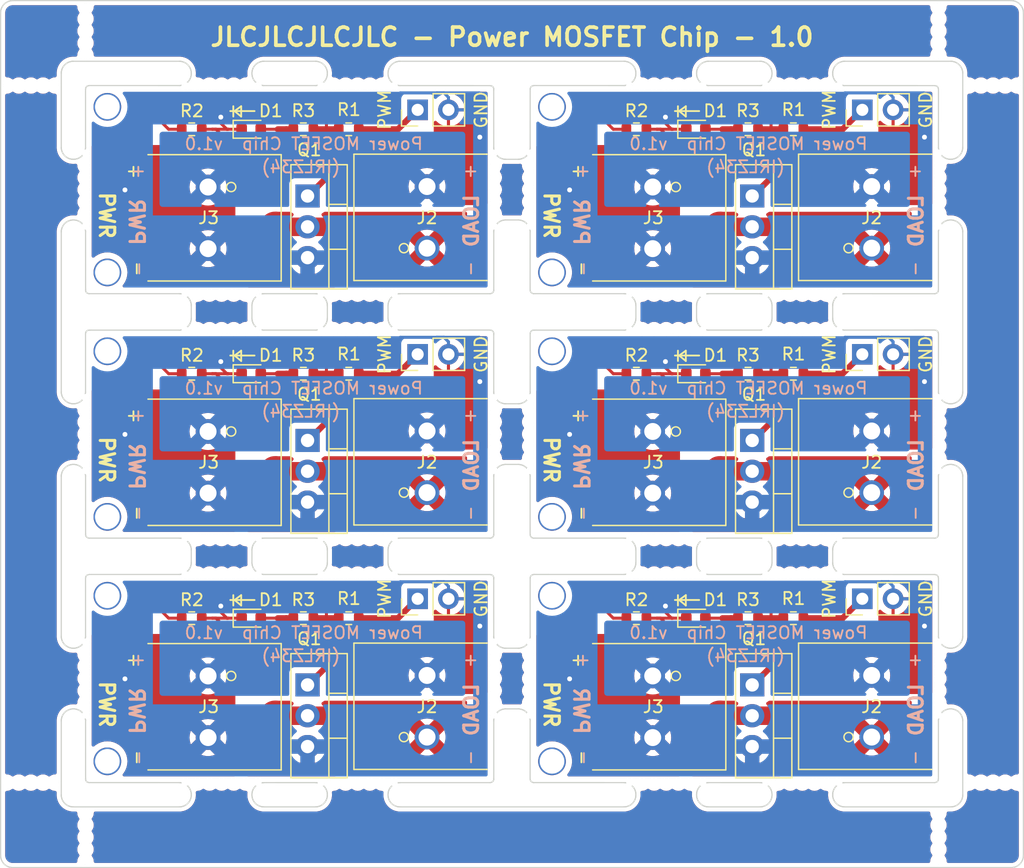
<source format=kicad_pcb>
(kicad_pcb (version 20211014) (generator pcbnew)
  (layers (0 "F.Cu" signal) (31 "B.Cu" signal) (34 "B.Paste" user) (35 "F.Paste" user) (36 "B.SilkS" user "B.Silkscreen") (37 "F.SilkS" user "F.Silkscreen") (38 "B.Mask" user) (39 "F.Mask" user) (44 "Edge.Cuts" user))
  (property "FET_PART" "IRLZ34")
  (property "board_name" "Power MOSFET Chip")
  (property "rev" "1.0")
  (net 0 "")
  (net 1 "Board_0-/GATE")
  (net 2 "Board_0-/LOAD-")
  (net 3 "Board_0-/PWR")
  (net 4 "Board_0-/SIGNAL")
  (net 5 "Board_0-GND")
  (net 6 "Board_0-Net-(D1-Pad2)")
  (net 7 "Board_1-/GATE")
  (net 8 "Board_1-/LOAD-")
  (net 9 "Board_1-/PWR")
  (net 10 "Board_1-/SIGNAL")
  (net 11 "Board_1-GND")
  (net 12 "Board_1-Net-(D1-Pad2)")
  (net 13 "Board_2-/GATE")
  (net 14 "Board_2-/LOAD-")
  (net 15 "Board_2-/PWR")
  (net 16 "Board_2-/SIGNAL")
  (net 17 "Board_2-GND")
  (net 18 "Board_2-Net-(D1-Pad2)")
  (net 19 "Board_3-/GATE")
  (net 20 "Board_3-/LOAD-")
  (net 21 "Board_3-/PWR")
  (net 22 "Board_3-/SIGNAL")
  (net 23 "Board_3-GND")
  (net 24 "Board_3-Net-(D1-Pad2)")
  (net 25 "Board_4-/GATE")
  (net 26 "Board_4-/LOAD-")
  (net 27 "Board_4-/PWR")
  (net 28 "Board_4-/SIGNAL")
  (net 29 "Board_4-GND")
  (net 30 "Board_4-Net-(D1-Pad2)")
  (net 31 "Board_5-/GATE")
  (net 32 "Board_5-/LOAD-")
  (net 33 "Board_5-/PWR")
  (net 34 "Board_5-/SIGNAL")
  (net 35 "Board_5-GND")
  (net 36 "Board_5-Net-(D1-Pad2)")
  (footprint "NPTH" (layer "F.Cu") (at 35.216666 79.456954)
    (fp_text reference "REF**" hide)
    (fp_text value "NPTH" hide)
  )
  (footprint "NPTH" (layer "F.Cu") (at 22 16.5)
    (fp_text reference "REF**" hide)
    (fp_text value "NPTH" hide)
  )
  (footprint "Aaron_Pads:MountingHole_80mil" (layer "F.Cu") (at 23.800002 77.704998)
    (fp_text reference "H2" hide)
    (fp_text value "MountingHole")
  )
  (footprint "NPTH" (layer "F.Cu") (at 83.084999 22.003651)
    (fp_text reference "REF**" hide)
    (fp_text value "NPTH" hide)
  )
  (footprint "NPTH" (layer "F.Cu") (at 92.305 17.5)
    (fp_text reference "REF**" hide)
    (fp_text value "NPTH" hide)
  )
  (footprint "NPTH" (layer "F.Cu") (at 92.302197 71.879999)
    (fp_text reference "REF**" hide)
    (fp_text value "NPTH" hide)
  )
  (footprint "NPTH" (layer "F.Cu") (at 17.5 79.46)
    (fp_text reference "REF**" hide)
    (fp_text value "NPTH" hide)
  )
  (footprint "NPTH" (layer "F.Cu") (at 69.865 22.001651)
    (fp_text reference "REF**" hide)
    (fp_text value "NPTH" hide)
  )
  (footprint "NPTH" (layer "F.Cu") (at 69.865 62.301651)
    (fp_text reference "REF**" hide)
    (fp_text value "NPTH" hide)
  )
  (footprint "NPTH" (layer "F.Cu") (at 92.301593 73.879999)
    (fp_text reference "REF**" hide)
    (fp_text value "NPTH" hide)
  )
  (footprint "NPTH" (layer "F.Cu") (at 79.085 42.156953)
    (fp_text reference "REF**" hide)
    (fp_text value "NPTH" hide)
  )
  (footprint "NPTH" (layer "F.Cu") (at 55.6475 30.58)
    (fp_text reference "REF**" hide)
    (fp_text value "NPTH" hide)
  )
  (footprint "NPTH" (layer "F.Cu") (at 55.646896 28.58)
    (fp_text reference "REF**" hide)
    (fp_text value "NPTH" hide)
  )
  (footprint "NPTH" (layer "F.Cu") (at 83.084999 59.301349)
    (fp_text reference "REF**" hide)
    (fp_text value "NPTH" hide)
  )
  (footprint "NPTH" (layer "F.Cu") (at 22.001593 67.88)
    (fp_text reference "REF**" hide)
    (fp_text value "NPTH" hide)
  )
  (footprint "NPTH" (layer "F.Cu") (at 34.216666 79.456803)
    (fp_text reference "REF**" hide)
    (fp_text value "NPTH" hide)
  )
  (footprint "NPTH" (layer "F.Cu") (at 41.433333 39.157895)
    (fp_text reference "REF**" hide)
    (fp_text value "NPTH" hide)
  )
  (footprint "NPTH" (layer "F.Cu") (at 18.5 22)
    (fp_text reference "REF**" hide)
    (fp_text value "NPTH" hide)
  )
  (footprint "NPTH" (layer "F.Cu") (at 71.864999 59.303046)
    (fp_text reference "REF**" hide)
    (fp_text value "NPTH" hide)
  )
  (footprint "NPTH" (layer "F.Cu") (at 66.865 79.456197)
    (fp_text reference "REF**" hide)
    (fp_text value "NPTH" hide)
  )
  (footprint "NPTH" (layer "F.Cu") (at 79.085 59.301954)
    (fp_text reference "REF**" hide)
    (fp_text value "NPTH" hide)
  )
  (footprint "NPTH" (layer "F.Cu") (at 69.865 59.303348)
    (fp_text reference "REF**" hide)
    (fp_text value "NPTH" hide)
  )
  (footprint "NPTH" (layer "F.Cu") (at 35.216666 59.303045)
    (fp_text reference "REF**" hide)
    (fp_text value "NPTH" hide)
  )
  (footprint "NPTH" (layer "F.Cu") (at 30.216666 42.158802)
    (fp_text reference "REF**" hide)
    (fp_text value "NPTH" hide)
  )
  (footprint "NPTH" (layer "F.Cu") (at 71.864999 39.156953)
    (fp_text reference "REF**" hide)
    (fp_text value "NPTH" hide)
  )
  (footprint "NPTH" (layer "F.Cu") (at 82.084999 62.3035)
    (fp_text reference "REF**" hide)
    (fp_text value "NPTH" hide)
  )
  (footprint "LED_SMD:LED_0603_1608Metric" (layer "F.Cu") (at 72.305 45.755)
    (fp_text reference "D1")
    (fp_text value "XL-1608SURC-06")
  )
  (footprint "NPTH" (layer "F.Cu") (at 31.216666 79.456349)
    (fp_text reference "REF**" hide)
    (fp_text value "NPTH" hide)
  )
  (footprint "NPTH" (layer "F.Cu") (at 15.5 79.46)
    (fp_text reference "REF**" hide)
    (fp_text value "NPTH" hide)
  )
  (footprint "NPTH" (layer "F.Cu") (at 92.301895 72.879999)
    (fp_text reference "REF**" hide)
    (fp_text value "NPTH" hide)
  )
  (footprint "Aaron_Pads:MountingHole_80mil" (layer "F.Cu") (at 23.800002 23.754988)
    (fp_text reference "H1" hide)
    (fp_text value "MountingHole")
  )
  (footprint "NPTH" (layer "F.Cu") (at 58.646594 73.879999)
    (fp_text reference "REF**" hide)
    (fp_text value "NPTH" hide)
  )
  (footprint "NPTH" (layer "F.Cu") (at 41.433333 59.302104)
    (fp_text reference "REF**" hide)
    (fp_text value "NPTH" hide)
  )
  (footprint "Package_TO_SOT_THT:TO-220-3_Vertical" (layer "F.Cu") (at 40.3 31.105 -90)
    (fp_text reference "Q1")
    (fp_text value "IRLZ34")
  )
  (footprint "Package_TO_SOT_THT:TO-220-3_Vertical" (layer "F.Cu") (at 40.3 51.255 -90)
    (fp_text reference "Q1")
    (fp_text value "IRLZ34")
  )
  (footprint "NPTH" (layer "F.Cu") (at 55.646592 47.73)
    (fp_text reference "REF**" hide)
    (fp_text value "NPTH" hide)
  )
  (footprint "NPTH" (layer "F.Cu") (at 68.865 79.456499)
    (fp_text reference "REF**" hide)
    (fp_text value "NPTH" hide)
  )
  (footprint "Resistor_SMD:R_0603_1608Metric" (layer "F.Cu") (at 67.405 65.905 180)
    (fp_text reference "R2")
    (fp_text value "10K")
  )
  (footprint "NPTH" (layer "F.Cu") (at 46.433333 59.301348)
    (fp_text reference "REF**" hide)
    (fp_text value "NPTH" hide)
  )
  (footprint "NPTH" (layer "F.Cu") (at 16.5 22)
    (fp_text reference "REF**" hide)
    (fp_text value "NPTH" hide)
  )
  (footprint "NPTH" (layer "F.Cu") (at 67.865 42.15865)
    (fp_text reference "REF**" hide)
    (fp_text value "NPTH" hide)
  )
  (footprint "Resistor_SMD:R_0603_1608Metric" (layer "F.Cu") (at 80.345 45.755 180)
    (fp_text reference "R1")
    (fp_text value "100R")
  )
  (footprint "NPTH" (layer "F.Cu") (at 69.865 42.158348)
    (fp_text reference "REF**" hide)
    (fp_text value "NPTH" hide)
  )
  (footprint "NPTH" (layer "F.Cu") (at 55.646894 48.73)
    (fp_text reference "REF**" hide)
    (fp_text value "NPTH" hide)
  )
  (footprint "NPTH" (layer "F.Cu") (at 41.433333 22.002894)
    (fp_text reference "REF**" hide)
    (fp_text value "NPTH" hide)
  )
  (footprint "NPTH" (layer "F.Cu") (at 71.864999 62.301954)
    (fp_text reference "REF**" hide)
    (fp_text value "NPTH" hide)
  )
  (footprint "NPTH" (layer "F.Cu") (at 36.216666 59.302894)
    (fp_text reference "REF**" hide)
    (fp_text value "NPTH" hide)
  )
  (footprint "NPTH" (layer "F.Cu") (at 32.216666 39.1565)
    (fp_text reference "REF**" hide)
    (fp_text value "NPTH" hide)
  )
  (footprint "NPTH" (layer "F.Cu") (at 92.303105 48.73)
    (fp_text reference "REF**" hide)
    (fp_text value "NPTH" hide)
  )
  (footprint "NPTH" (layer "F.Cu") (at 92.305 84.96)
    (fp_text reference "REF**" hide)
    (fp_text value "NPTH" hide)
  )
  (footprint "NPTH" (layer "F.Cu") (at 44.433333 39.158348)
    (fp_text reference "REF**" hide)
    (fp_text value "NPTH" hide)
  )
  (footprint "Aaron_Phoenix_Parts:Phoenix_1x02_1711725" (layer "F.Cu") (at 68.75 50.515 -90)
    (fp_text reference "J3")
    (fp_text value "Screw_Terminal_01x02")
  )
  (footprint "NPTH" (layer "F.Cu") (at 31.216666 22.001348)
    (fp_text reference "REF**" hide)
    (fp_text value "NPTH" hide)
  )
  (footprint "NPTH" (layer "F.Cu") (at 70.864999 39.156802)
    (fp_text reference "REF**" hide)
    (fp_text value "NPTH" hide)
  )
  (footprint "NPTH" (layer "F.Cu") (at 82.084999 59.3015)
    (fp_text reference "REF**" hide)
    (fp_text value "NPTH" hide)
  )
  (footprint "NPTH" (layer "F.Cu") (at 22.003105 52.729999)
    (fp_text reference "REF**" hide)
    (fp_text value "NPTH" hide)
  )
  (footprint "Resistor_SMD:R_0603_1608Metric" (layer "F.Cu") (at 30.755 65.905 180)
    (fp_text reference "R2")
    (fp_text value "10K")
  )
  (footprint "NPTH" (layer "F.Cu") (at 95.805 79.46)
    (fp_text reference "REF**" hide)
    (fp_text value "NPTH" hide)
  )
  (footprint "NPTH" (layer "F.Cu") (at 42.433333 59.301953)
    (fp_text reference "REF**" hide)
    (fp_text value "NPTH" hide)
  )
  (footprint "Package_TO_SOT_THT:TO-220-3_Vertical" (layer "F.Cu") (at 76.95 71.405 -90)
    (fp_text reference "Q1")
    (fp_text value "IRLZ34")
  )
  (footprint "Resistor_SMD:R_0603_1608Metric" (layer "F.Cu") (at 43.695 65.905 180)
    (fp_text reference "R1")
    (fp_text value "100R")
  )
  (footprint "NPTH" (layer "F.Cu") (at 80.085 79.458196)
    (fp_text reference "REF**" hide)
    (fp_text value "NPTH" hide)
  )
  (footprint "NPTH" (layer "F.Cu") (at 72.864999 22.002105)
    (fp_text reference "REF**" hide)
    (fp_text value "NPTH" hide)
  )
  (footprint "NPTH" (layer "F.Cu") (at 58.6475 70.88)
    (fp_text reference "REF**" hide)
    (fp_text value "NPTH" hide)
  )
  (footprint "NPTH" (layer "F.Cu") (at 58.648104 28.58)
    (fp_text reference "REF**" hide)
    (fp_text value "NPTH" hide)
  )
  (footprint "NPTH" (layer "F.Cu") (at 55.648406 73.879999)
    (fp_text reference "REF**" hide)
    (fp_text value "NPTH" hide)
  )
  (footprint "NPTH" (layer "F.Cu") (at 92.302499 30.58)
    (fp_text reference "REF**" hide)
    (fp_text value "NPTH" hide)
  )
  (footprint "NPTH" (layer "F.Cu") (at 47.433333 39.158802)
    (fp_text reference "REF**" hide)
    (fp_text value "NPTH" hide)
  )
  (footprint "NPTH" (layer "F.Cu") (at 22.002197 29.58)
    (fp_text reference "REF**" hide)
    (fp_text value "NPTH" hide)
  )
  (footprint "NPTH" (layer "F.Cu") (at 92.302801 69.88)
    (fp_text reference "REF**" hide)
    (fp_text value "NPTH" hide)
  )
  (footprint "NPTH" (layer "F.Cu") (at 19.5 22)
    (fp_text reference "REF**" hide)
    (fp_text value "NPTH" hide)
  )
  (footprint "NPTH" (layer "F.Cu") (at 22 81.96)
    (fp_text reference "REF**" hide)
    (fp_text value "NPTH" hide)
  )
  (footprint "Aaron_Pads:MountingHole_80mil" (layer "F.Cu") (at 60.450002 57.554998)
    (fp_text reference "H2" hide)
    (fp_text value "MountingHole")
  )
  (footprint "NPTH" (layer "F.Cu") (at 45.433333 79.4585)
    (fp_text reference "REF**" hide)
    (fp_text value "NPTH" hide)
  )
  (footprint "NPTH" (layer "F.Cu") (at 83.084999 62.303651)
    (fp_text reference "REF**" hide)
    (fp_text value "NPTH" hide)
  )
  (footprint "NPTH" (layer "F.Cu") (at 92.301594 53.729999)
    (fp_text reference "REF**" hide)
    (fp_text value "NPTH" hide)
  )
  (footprint "Aaron_Phoenix_Parts:Phoenix_1x02_1711725" (layer "F.Cu") (at 32.1 30.365 -90)
    (fp_text reference "J3")
    (fp_text value "Screw_Terminal_01x02")
  )
  (footprint "NPTH" (layer "F.Cu") (at 71.864999 79.456953)
    (fp_text reference "REF**" hide)
    (fp_text value "NPTH" hide)
  )
  (footprint "NPTH" (layer "F.Cu") (at 55.648405 53.729999)
    (fp_text reference "REF**" hide)
    (fp_text value "NPTH" hide)
  )
  (footprint "NPTH" (layer "F.Cu") (at 67.865 59.303651)
    (fp_text reference "REF**" hide)
    (fp_text value "NPTH" hide)
  )
  (footprint "Aaron_Phoenix_Parts:Phoenix_1x02_1711725" (layer "F.Cu") (at 86.8 75.705 90)
    (fp_text reference "J2")
    (fp_text value "Screw_Terminal_01x02")
  )
  (footprint "NPTH" (layer "F.Cu") (at 43.433333 42.156803)
    (fp_text reference "REF**" hide)
    (fp_text value "NPTH" hide)
  )
  (footprint "Resistor_SMD:R_0603_1608Metric" (layer "F.Cu") (at 30.755 25.605 180)
    (fp_text reference "R2")
    (fp_text value "10K")
  )
  (footprint "NPTH" (layer "F.Cu") (at 82.084999 79.458499)
    (fp_text reference "REF**" hide)
    (fp_text value "NPTH" hide)
  )
  (footprint "NPTH" (layer "F.Cu") (at 30.216666 62.301197)
    (fp_text reference "REF**" hide)
    (fp_text value "NPTH" hide)
  )
  (footprint "NPTH" (layer "F.Cu") (at 55.647198 69.88)
    (fp_text reference "REF**" hide)
    (fp_text value "NPTH" hide)
  )
  (footprint "NPTH" (layer "F.Cu") (at 22.003405 33.579999)
    (fp_text reference "REF**" hide)
    (fp_text value "NPTH" hide)
  )
  (footprint "NPTH" (layer "F.Cu") (at 22.002801 71.879999)
    (fp_text reference "REF**" hide)
    (fp_text value "NPTH" hide)
  )
  (footprint "NPTH" (layer "F.Cu") (at 58.646594 33.579999)
    (fp_text reference "REF**" hide)
    (fp_text value "NPTH" hide)
  )
  (footprint "NPTH" (layer "F.Cu") (at 44.433333 79.458348)
    (fp_text reference "REF**" hide)
    (fp_text value "NPTH" hide)
  )
  (footprint "Resistor_SMD:R_0603_1608Metric" (layer "F.Cu") (at 43.695 45.755 180)
    (fp_text reference "R1")
    (fp_text value "100R")
  )
  (footprint "NPTH" (layer "F.Cu") (at 92.301896 52.729999)
    (fp_text reference "REF**" hide)
    (fp_text value "NPTH" hide)
  )
  (footprint "NPTH" (layer "F.Cu") (at 31.216666 42.158651)
    (fp_text reference "REF**" hide)
    (fp_text value "NPTH" hide)
  )
  (footprint "NPTH" (layer "F.Cu") (at 84.084999 22.003802)
    (fp_text reference "REF**" hide)
    (fp_text value "NPTH" hide)
  )
  (footprint "NPTH" (layer "F.Cu") (at 36.216666 22.002104)
    (fp_text reference "REF**" hide)
    (fp_text value "NPTH" hide)
  )
  (footprint "NPTH" (layer "F.Cu") (at 92.302802 49.73)
    (fp_text reference "REF**" hide)
    (fp_text value "NPTH" hide)
  )
  (footprint "NPTH" (layer "F.Cu") (at 32.216666 59.303499)
    (fp_text reference "REF**" hide)
    (fp_text value "NPTH" hide)
  )
  (footprint "NPTH" (layer "F.Cu") (at 22 18.5)
    (fp_text reference "REF**" hide)
    (fp_text value "NPTH" hide)
  )
  (footprint "NPTH" (layer "F.Cu") (at 33.216666 39.156651)
    (fp_text reference "REF**" hide)
    (fp_text value "NPTH" hide)
  )
  (footprint "NPTH" (layer "F.Cu") (at 92.305 82.96)
    (fp_text reference "REF**" hide)
    (fp_text value "NPTH" hide)
  )
  (footprint "Aaron_Pads:MountingHole_80mil" (layer "F.Cu") (at 60.450002 23.754988)
    (fp_text reference "H1" hide)
    (fp_text value "MountingHole")
  )
  (footprint "Package_TO_SOT_THT:TO-220-3_Vertical" (layer "F.Cu") (at 40.3 71.405 -90)
    (fp_text reference "Q1")
    (fp_text value "IRLZ34")
  )
  (footprint "NPTH" (layer "F.Cu") (at 81.085 62.303348)
    (fp_text reference "REF**" hide)
    (fp_text value "NPTH" hide)
  )
  (footprint "NPTH" (layer "F.Cu") (at 45.433333 62.303499)
    (fp_text reference "REF**" hide)
    (fp_text value "NPTH" hide)
  )
  (footprint "NPTH" (layer "F.Cu") (at 44.433333 42.156651)
    (fp_text reference "REF**" hide)
    (fp_text value "NPTH" hide)
  )
  (footprint "Aaron_Pads:MountingHole_80mil" (layer "F.Cu") (at 23.800002 37.404998)
    (fp_text reference "H2" hide)
    (fp_text value "MountingHole")
  )
  (footprint "NPTH" (layer "F.Cu") (at 34.216666 59.303196)
    (fp_text reference "REF**" hide)
    (fp_text value "NPTH" hide)
  )
  (footprint "NPTH" (layer "F.Cu") (at 44.433333 62.303348)
    (fp_text reference "REF**" hide)
    (fp_text value "NPTH" hide)
  )
  (footprint "NPTH" (layer "F.Cu") (at 70.864999 62.301803)
    (fp_text reference "REF**" hide)
    (fp_text value "NPTH" hide)
  )
  (footprint "NPTH" (layer "F.Cu") (at 58.647802 69.88)
    (fp_text reference "REF**" hide)
    (fp_text value "NPTH" hide)
  )
  (footprint "NPTH" (layer "F.Cu") (at 33.216666 22.001651)
    (fp_text reference "REF**" hide)
    (fp_text value "NPTH" hide)
  )
  (footprint "NPTH" (layer "F.Cu") (at 22.002499 30.58)
    (fp_text reference "REF**" hide)
    (fp_text value "NPTH" hide)
  )
  (footprint "NPTH" (layer "F.Cu") (at 97.805 79.46)
    (fp_text reference "REF**" hide)
    (fp_text value "NPTH" hide)
  )
  (footprint "NPTH" (layer "F.Cu") (at 83.084999 39.15865)
    (fp_text reference "REF**" hide)
    (fp_text value "NPTH" hide)
  )
  (footprint "NPTH" (layer "F.Cu") (at 33.216666 42.158348)
    (fp_text reference "REF**" hide)
    (fp_text value "NPTH" hide)
  )
  (footprint "NPTH" (layer "F.Cu") (at 83.084999 79.45865)
    (fp_text reference "REF**" hide)
    (fp_text value "NPTH" hide)
  )
  (footprint "NPTH" (layer "F.Cu") (at 78.085 42.157104)
    (fp_text reference "REF**" hide)
    (fp_text value "NPTH" hide)
  )
  (footprint "NPTH" (layer "F.Cu") (at 67.865 22.001349)
    (fp_text reference "REF**" hide)
    (fp_text value "NPTH" hide)
  )
  (footprint "NPTH" (layer "F.Cu") (at 55.646594 67.88)
    (fp_text reference "REF**" hide)
    (fp_text value "NPTH" hide)
  )
  (footprint "NPTH" (layer "F.Cu") (at 22.002198 49.73)
    (fp_text reference "REF**" hide)
    (fp_text value "NPTH" hide)
  )
  (footprint "NPTH" (layer "F.Cu") (at 43.433333 39.158197)
    (fp_text reference "REF**" hide)
    (fp_text value "NPTH" hide)
  )
  (footprint "NPTH" (layer "F.Cu") (at 22 84.96)
    (fp_text reference "REF**" hide)
    (fp_text value "NPTH" hide)
  )
  (footprint "NPTH" (layer "F.Cu") (at 46.433333 79.458651)
    (fp_text reference "REF**" hide)
    (fp_text value "NPTH" hide)
  )
  (footprint "NPTH" (layer "F.Cu") (at 67.865 62.301349)
    (fp_text reference "REF**" hide)
    (fp_text value "NPTH" hide)
  )
  (footprint "NPTH" (layer "F.Cu") (at 22.001593 27.58)
    (fp_text reference "REF**" hide)
    (fp_text value "NPTH" hide)
  )
  (footprint "NPTH" (layer "F.Cu") (at 92.302499 70.88)
    (fp_text reference "REF**" hide)
    (fp_text value "NPTH" hide)
  )
  (footprint "NPTH" (layer "F.Cu") (at 31.216666 62.301348)
    (fp_text reference "REF**" hide)
    (fp_text value "NPTH" hide)
  )
  (footprint "NPTH" (layer "F.Cu") (at 72.864999 79.457104)
    (fp_text reference "REF**" hide)
    (fp_text value "NPTH" hide)
  )
  (footprint "NPTH" (layer "F.Cu") (at 84.084999 62.303802)
    (fp_text reference "REF**" hide)
    (fp_text value "NPTH" hide)
  )
  (footprint "NPTH" (layer "F.Cu") (at 81.085 59.301651)
    (fp_text reference "REF**" hide)
    (fp_text value "NPTH" hide)
  )
  (footprint "NPTH" (layer "F.Cu") (at 55.648104 72.879999)
    (fp_text reference "REF**" hide)
    (fp_text value "NPTH" hide)
  )
  (footprint "Aaron_Phoenix_Parts:Phoenix_1x02_1711725" (layer "F.Cu") (at 86.8 35.405 90)
    (fp_text reference "J2")
    (fp_text value "Screw_Terminal_01x02")
  )
  (footprint "NPTH" (layer "F.Cu") (at 32.216666 62.301499)
    (fp_text reference "REF**" hide)
    (fp_text value "NPTH" hide)
  )
  (footprint "Resistor_SMD:R_0603_1608Metric" (layer "F.Cu") (at 39.955 65.905)
    (fp_text reference "R3")
    (fp_text value "3K3")
  )
  (footprint "NPTH" (layer "F.Cu") (at 22.002197 69.88)
    (fp_text reference "REF**" hide)
    (fp_text value "NPTH" hide)
  )
  (footprint "NPTH" (layer "F.Cu") (at 43.433333 59.301802)
    (fp_text reference "REF**" hide)
    (fp_text value "NPTH" hide)
  )
  (footprint "NPTH" (layer "F.Cu") (at 84.084999 42.156197)
    (fp_text reference "REF**" hide)
    (fp_text value "NPTH" hide)
  )
  (footprint "NPTH" (layer "F.Cu") (at 18.5 79.46)
    (fp_text reference "REF**" hide)
    (fp_text value "NPTH" hide)
  )
  (footprint "NPTH" (layer "F.Cu") (at 42.433333 79.458046)
    (fp_text reference "REF**" hide)
    (fp_text value "NPTH" hide)
  )
  (footprint "NPTH" (layer "F.Cu") (at 58.646592 53.729999)
    (fp_text reference "REF**" hide)
    (fp_text value "NPTH" hide)
  )
  (footprint "Resistor_SMD:R_0603_1608Metric" (layer "F.Cu") (at 67.405 45.755 180)
    (fp_text reference "R2")
    (fp_text value "10K")
  )
  (footprint "NPTH" (layer "F.Cu") (at 46.433333 22.00365)
    (fp_text reference "REF**" hide)
    (fp_text value "NPTH" hide)
  )
  (footprint "NPTH" (layer "F.Cu") (at 68.865 62.3015)
    (fp_text reference "REF**" hide)
    (fp_text value "NPTH" hide)
  )
  (footprint "Package_TO_SOT_THT:TO-220-3_Vertical" (layer "F.Cu") (at 76.95 31.105 -90)
    (fp_text reference "Q1")
    (fp_text value "IRLZ34")
  )
  (footprint "NPTH" (layer "F.Cu") (at 68.865 42.158499)
    (fp_text reference "REF**" hide)
    (fp_text value "NPTH" hide)
  )
  (footprint "NPTH" (layer "F.Cu") (at 17.5 22)
    (fp_text reference "REF**" hide)
    (fp_text value "NPTH" hide)
  )
  (footprint "NPTH" (layer "F.Cu") (at 72.864999 59.302895)
    (fp_text reference "REF**" hide)
    (fp_text value "NPTH" hide)
  )
  (footprint "NPTH" (layer "F.Cu") (at 92.302801 29.58)
    (fp_text reference "REF**" hide)
    (fp_text value "NPTH" hide)
  )
  (footprint "NPTH" (layer "F.Cu") (at 66.865 42.158801)
    (fp_text reference "REF**" hide)
    (fp_text value "NPTH" hide)
  )
  (footprint "NPTH" (layer "F.Cu") (at 55.647197 49.73)
    (fp_text reference "REF**" hide)
    (fp_text value "NPTH" hide)
  )
  (footprint "NPTH" (layer "F.Cu") (at 58.646896 32.579999)
    (fp_text reference "REF**" hide)
    (fp_text value "NPTH" hide)
  )
  (footprint "Aaron_Pads:MountingHole_80mil" (layer "F.Cu") (at 60.450002 43.904988)
    (fp_text reference "H1" hide)
    (fp_text value "MountingHole")
  )
  (footprint "NPTH" (layer "F.Cu") (at 78.085 79.457894)
    (fp_text reference "REF**" hide)
    (fp_text value "NPTH" hide)
  )
  (footprint "NPTH" (layer "F.Cu") (at 72.864999 39.157104)
    (fp_text reference "REF**" hide)
    (fp_text value "NPTH" hide)
  )
  (footprint "NPTH" (layer "F.Cu") (at 98.805 22)
    (fp_text reference "REF**" hide)
    (fp_text value "NPTH" hide)
  )
  (footprint "NPTH" (layer "F.Cu") (at 36.216666 39.157105)
    (fp_text reference "REF**" hide)
    (fp_text value "NPTH" hide)
  )
  (footprint "NPTH" (layer "F.Cu") (at 79.085 39.158045)
    (fp_text reference "REF**" hide)
    (fp_text value "NPTH" hide)
  )
  (footprint "NPTH" (layer "F.Cu") (at 68.865 59.3035)
    (fp_text reference "REF**" hide)
    (fp_text value "NPTH" hide)
  )
  (footprint "NPTH" (layer "F.Cu") (at 58.647499 50.73)
    (fp_text reference "REF**" hide)
    (fp_text value "NPTH" hide)
  )
  (footprint "NPTH" (layer "F.Cu") (at 34.216666 62.301802)
    (fp_text reference "REF**" hide)
    (fp_text value "NPTH" hide)
  )
  (footprint "NPTH" (layer "F.Cu") (at 43.433333 62.303196)
    (fp_text reference "REF**" hide)
    (fp_text value "NPTH" hide)
  )
  (footprint "NPTH" (layer "F.Cu") (at 92.303103 68.88)
    (fp_text reference "REF**" hide)
    (fp_text value "NPTH" hide)
  )
  (footprint "NPTH" (layer "F.Cu") (at 68.865 22.0015)
    (fp_text reference "REF**" hide)
    (fp_text value "NPTH" hide)
  )
  (footprint "Aaron_Phoenix_Parts:Phoenix_1x02_1711725" (layer "F.Cu") (at 32.1 50.515 -90)
    (fp_text reference "J3")
    (fp_text value "Screw_Terminal_01x02")
  )
  (footprint "NPTH" (layer "F.Cu") (at 92.3025 50.73)
    (fp_text reference "REF**" hide)
    (fp_text value "NPTH" hide)
  )
  (footprint "NPTH" (layer "F.Cu") (at 72.864999 42.157894)
    (fp_text reference "REF**" hide)
    (fp_text value "NPTH" hide)
  )
  (footprint "NPTH" (layer "F.Cu") (at 22.003103 72.879999)
    (fp_text reference "REF**" hide)
    (fp_text value "NPTH" hide)
  )
  (footprint "NPTH" (layer "F.Cu") (at 41.433333 42.157105)
    (fp_text reference "REF**" hide)
    (fp_text value "NPTH" hide)
  )
  (footprint "Aaron_Phoenix_Parts:Phoenix_1x02_1711725" (layer "F.Cu") (at 68.75 70.665 -90)
    (fp_text reference "J3")
    (fp_text value "Screw_Terminal_01x02")
  )
  (footprint "NPTH" (layer "F.Cu") (at 42.433333 62.303045)
    (fp_text reference "REF**" hide)
    (fp_text value "NPTH" hide)
  )
  (footprint "NPTH" (layer "F.Cu") (at 71.864999 42.158045)
    (fp_text reference "REF**" hide)
    (fp_text value "NPTH" hide)
  )
  (footprint "NPTH" (layer "F.Cu") (at 79.085 62.303046)
    (fp_text reference "REF**" hide)
    (fp_text value "NPTH" hide)
  )
  (footprint "NPTH" (layer "F.Cu") (at 34.216666 39.156803)
    (fp_text reference "REF**" hide)
    (fp_text value "NPTH" hide)
  )
  (footprint "Resistor_SMD:R_0603_1608Metric" (layer "F.Cu") (at 67.405 25.605 180)
    (fp_text reference "R2")
    (fp_text value "10K")
  )
  (footprint "Connector_PinHeader_2.54mm:PinHeader_1x02_P2.54mm_Vertical" (layer "F.Cu") (at 49.375 24.005 90)
    (fp_text reference "J1" hide)
    (fp_text value "Conn_01x02")
  )
  (footprint "NPTH" (layer "F.Cu") (at 46.433333 42.156349)
    (fp_text reference "REF**" hide)
    (fp_text value "NPTH" hide)
  )
  (footprint "NPTH" (layer "F.Cu") (at 55.648406 33.579999)
    (fp_text reference "REF**" hide)
    (fp_text value "NPTH" hide)
  )
  (footprint "NPTH" (layer "F.Cu") (at 22 17.5)
    (fp_text reference "REF**" hide)
    (fp_text value "NPTH" hide)
  )
  (footprint "Connector_PinHeader_2.54mm:PinHeader_1x02_P2.54mm_Vertical" (layer "F.Cu") (at 86.025 24.005 90)
    (fp_text reference "J1" hide)
    (fp_text value "Conn_01x02")
  )
  (footprint "NPTH" (layer "F.Cu") (at 70.864999 42.158196)
    (fp_text reference "REF**" hide)
    (fp_text value "NPTH" hide)
  )
  (footprint "NPTH" (layer "F.Cu") (at 96.805 22)
    (fp_text reference "REF**" hide)
    (fp_text value "NPTH" hide)
  )
  (footprint "NPTH" (layer "F.Cu") (at 22.003103 32.579999)
    (fp_text reference "REF**" hide)
    (fp_text value "NPTH" hide)
  )
  (footprint "NPTH" (layer "F.Cu") (at 43.433333 79.458197)
    (fp_text reference "REF**" hide)
    (fp_text value "NPTH" hide)
  )
  (footprint "NPTH" (layer "F.Cu") (at 22.002499 70.88)
    (fp_text reference "REF**" hide)
    (fp_text value "NPTH" hide)
  )
  (footprint "NPTH" (layer "F.Cu") (at 58.6475 30.58)
    (fp_text reference "REF**" hide)
    (fp_text value "NPTH" hide)
  )
  (footprint "NPTH" (layer "F.Cu") (at 32.216666 22.001499)
    (fp_text reference "REF**" hide)
    (fp_text value "NPTH" hide)
  )
  (footprint "NPTH" (layer "F.Cu") (at 58.647197 51.729999)
    (fp_text reference "REF**" hide)
    (fp_text value "NPTH" hide)
  )
  (footprint "Aaron_Pads:MountingHole_80mil" (layer "F.Cu") (at 23.800002 64.054988)
    (fp_text reference "H1" hide)
    (fp_text value "MountingHole")
  )
  (footprint "NPTH" (layer "F.Cu") (at 55.647499 50.73)
    (fp_text reference "REF**" hide)
    (fp_text value "NPTH" hide)
  )
  (footprint "Aaron_Pads:MountingHole_80mil" (layer "F.Cu") (at 23.800002 57.554998)
    (fp_text reference "H2" hide)
    (fp_text value "MountingHole")
  )
  (footprint "Resistor_SMD:R_0603_1608Metric" (layer "F.Cu") (at 76.605 45.755)
    (fp_text reference "R3")
    (fp_text value "3K3")
  )
  (footprint "NPTH" (layer "F.Cu") (at 80.085 59.301803)
    (fp_text reference "REF**" hide)
    (fp_text value "NPTH" hide)
  )
  (footprint "NPTH" (layer "F.Cu") (at 92.301895 32.579999)
    (fp_text reference "REF**" hide)
    (fp_text value "NPTH" hide)
  )
  (footprint "NPTH" (layer "F.Cu") (at 79.085 79.458045)
    (fp_text reference "REF**" hide)
    (fp_text value "NPTH" hide)
  )
  (footprint "NPTH" (layer "F.Cu") (at 66.865 59.303802)
    (fp_text reference "REF**" hide)
    (fp_text value "NPTH" hide)
  )
  (footprint "NPTH" (layer "F.Cu") (at 45.433333 42.1565)
    (fp_text reference "REF**" hide)
    (fp_text value "NPTH" hide)
  )
  (footprint "NPTH" (layer "F.Cu") (at 69.865 79.456651)
    (fp_text reference "REF**" hide)
    (fp_text value "NPTH" hide)
  )
  (footprint "NPTH" (layer "F.Cu") (at 16.5 79.46)
    (fp_text reference "REF**" hide)
    (fp_text value "NPTH" hide)
  )
  (footprint "NPTH" (layer "F.Cu") (at 47.433333 79.458802)
    (fp_text reference "REF**" hide)
    (fp_text value "NPTH" hide)
  )
  (footprint "NPTH" (layer "F.Cu") (at 44.433333 59.301651)
    (fp_text reference "REF**" hide)
    (fp_text value "NPTH" hide)
  )
  (footprint "Resistor_SMD:R_0603_1608Metric" (layer "F.Cu") (at 39.955 45.755)
    (fp_text reference "R3")
    (fp_text value "3K3")
  )
  (footprint "NPTH" (layer "F.Cu") (at 33.216666 79.456651)
    (fp_text reference "REF**" hide)
    (fp_text value "NPTH" hide)
  )
  (footprint "NPTH" (layer "F.Cu") (at 92.305 81.96)
    (fp_text reference "REF**" hide)
    (fp_text value "NPTH" hide)
  )
  (footprint "NPTH" (layer "F.Cu") (at 36.216666 62.302104)
    (fp_text reference "REF**" hide)
    (fp_text value "NPTH" hide)
  )
  (footprint "NPTH" (layer "F.Cu") (at 44.433333 22.003348)
    (fp_text reference "REF**" hide)
    (fp_text value "NPTH" hide)
  )
  (footprint "NPTH" (layer "F.Cu") (at 66.865 39.156197)
    (fp_text reference "REF**" hide)
    (fp_text value "NPTH" hide)
  )
  (footprint "NPTH" (layer "F.Cu") (at 22.001895 68.88)
    (fp_text reference "REF**" hide)
    (fp_text value "NPTH" hide)
  )
  (footprint "NPTH" (layer "F.Cu") (at 47.433333 22.003802)
    (fp_text reference "REF**" hide)
    (fp_text value "NPTH" hide)
  )
  (footprint "NPTH" (layer "F.Cu") (at 34.216666 42.158197)
    (fp_text reference "REF**" hide)
    (fp_text value "NPTH" hide)
  )
  (footprint "NPTH" (layer "F.Cu") (at 58.647801 49.73)
    (fp_text reference "REF**" hide)
    (fp_text value "NPTH" hide)
  )
  (footprint "NPTH" (layer "F.Cu") (at 82.084999 42.156499)
    (fp_text reference "REF**" hide)
    (fp_text value "NPTH" hide)
  )
  (footprint "Aaron_Phoenix_Parts:Phoenix_1x02_1711725" (layer "F.Cu") (at 50.15 35.405 90)
    (fp_text reference "J2")
    (fp_text value "Screw_Terminal_01x02")
  )
  (footprint "NPTH" (layer "F.Cu") (at 35.216666 42.158046)
    (fp_text reference "REF**" hide)
    (fp_text value "NPTH" hide)
  )
  (footprint "NPTH" (layer "F.Cu") (at 55.647802 71.879999)
    (fp_text reference "REF**" hide)
    (fp_text value "NPTH" hide)
  )
  (footprint "NPTH" (layer "F.Cu") (at 58.647198 31.579999)
    (fp_text reference "REF**" hide)
    (fp_text value "NPTH" hide)
  )
  (footprint "NPTH" (layer "F.Cu") (at 92.305 19.5)
    (fp_text reference "REF**" hide)
    (fp_text value "NPTH" hide)
  )
  (footprint "NPTH" (layer "F.Cu") (at 94.805 79.46)
    (fp_text reference "REF**" hide)
    (fp_text value "NPTH" hide)
  )
  (footprint "NPTH" (layer "F.Cu") (at 36.216666 79.457105)
    (fp_text reference "REF**" hide)
    (fp_text value "NPTH" hide)
  )
  (footprint "NPTH" (layer "F.Cu") (at 69.865 39.156651)
    (fp_text reference "REF**" hide)
    (fp_text value "NPTH" hide)
  )
  (footprint "NPTH" (layer "F.Cu") (at 84.084999 79.458801)
    (fp_text reference "REF**" hide)
    (fp_text value "NPTH" hide)
  )
  (footprint "NPTH" (layer "F.Cu") (at 92.303405 27.58)
    (fp_text reference "REF**" hide)
    (fp_text value "NPTH" hide)
  )
  (footprint "Aaron_Pads:MountingHole_80mil" (layer "F.Cu") (at 60.450002 64.054988)
    (fp_text reference "H1" hide)
    (fp_text value "MountingHole")
  )
  (footprint "NPTH" (layer "F.Cu") (at 68.865 39.156499)
    (fp_text reference "REF**" hide)
    (fp_text value "NPTH" hide)
  )
  (footprint "NPTH" (layer "F.Cu") (at 22 15.5)
    (fp_text reference "REF**" hide)
    (fp_text value "NPTH" hide)
  )
  (footprint "NPTH" (layer "F.Cu") (at 82.084999 39.158499)
    (fp_text reference "REF**" hide)
    (fp_text value "NPTH" hide)
  )
  (footprint "NPTH" (layer "F.Cu") (at 81.085 22.003348)
    (fp_text reference "REF**" hide)
    (fp_text value "NPTH" hide)
  )
  (footprint "Resistor_SMD:R_0603_1608Metric" (layer "F.Cu") (at 80.345 25.605 180)
    (fp_text reference "R1")
    (fp_text value "100R")
  )
  (footprint "NPTH" (layer "F.Cu") (at 58.648406 67.88)
    (fp_text reference "REF**" hide)
    (fp_text value "NPTH" hide)
  )
  (footprint "NPTH" (layer "F.Cu") (at 81.085 79.458348)
    (fp_text reference "REF**" hide)
    (fp_text value "NPTH" hide)
  )
  (footprint "NPTH" (layer "F.Cu") (at 78.085 62.302895)
    (fp_text reference "REF**" hide)
    (fp_text value "NPTH" hide)
  )
  (footprint "NPTH" (layer "F.Cu") (at 30.216666 79.456197)
    (fp_text reference "REF**" hide)
    (fp_text value "NPTH" hide)
  )
  (footprint "NPTH" (layer "F.Cu") (at 47.433333 42.156197)
    (fp_text reference "REF**" hide)
    (fp_text value "NPTH" hide)
  )
  (footprint "NPTH" (layer "F.Cu") (at 92.305 16.5)
    (fp_text reference "REF**" hide)
    (fp_text value "NPTH" hide)
  )
  (footprint "NPTH" (layer "F.Cu") (at 47.433333 62.303802)
    (fp_text reference "REF**" hide)
    (fp_text value "NPTH" hide)
  )
  (footprint "NPTH" (layer "F.Cu") (at 58.646894 52.729999)
    (fp_text reference "REF**" hide)
    (fp_text value "NPTH" hide)
  )
  (footprint "NPTH" (layer "F.Cu") (at 80.085 62.303197)
    (fp_text reference "REF**" hide)
    (fp_text value "NPTH" hide)
  )
  (footprint "NPTH" (layer "F.Cu") (at 58.647802 29.58)
    (fp_text reference "REF**" hide)
    (fp_text value "NPTH" hide)
  )
  (footprint "NPTH" (layer "F.Cu") (at 42.433333 22.003045)
    (fp_text reference "REF**" hide)
    (fp_text value "NPTH" hide)
  )
  (footprint "NPTH" (layer "F.Cu") (at 72.864999 62.302105)
    (fp_text reference "REF**" hide)
    (fp_text value "NPTH" hide)
  )
  (footprint "Resistor_SMD:R_0603_1608Metric" (layer "F.Cu") (at 30.755 45.755 180)
    (fp_text reference "R2")
    (fp_text value "10K")
  )
  (footprint "NPTH" (layer "F.Cu") (at 22 19.5)
    (fp_text reference "REF**" hide)
    (fp_text value "NPTH" hide)
  )
  (footprint "NPTH" (layer "F.Cu") (at 34.216666 22.001802)
    (fp_text reference "REF**" hide)
    (fp_text value "NPTH" hide)
  )
  (footprint "Resistor_SMD:R_0603_1608Metric" (layer "F.Cu") (at 76.605 25.605)
    (fp_text reference "R3")
    (fp_text value "3K3")
  )
  (footprint "NPTH" (layer "F.Cu") (at 78.085 22.002895)
    (fp_text reference "REF**" hide)
    (fp_text value "NPTH" hide)
  )
  (footprint "NPTH" (layer "F.Cu") (at 36.216666 42.157895)
    (fp_text reference "REF**" hide)
    (fp_text value "NPTH" hide)
  )
  (footprint "NPTH" (layer "F.Cu") (at 55.648103 52.729999)
    (fp_text reference "REF**" hide)
    (fp_text value "NPTH" hide)
  )
  (footprint "LED_SMD:LED_0603_1608Metric" (layer "F.Cu") (at 35.655 45.755)
    (fp_text reference "D1")
    (fp_text value "XL-1608SURC-06")
  )
  (footprint "NPTH" (layer "F.Cu") (at 97.805 22)
    (fp_text reference "REF**" hide)
    (fp_text value "NPTH" hide)
  )
  (footprint "NPTH" (layer "F.Cu") (at 45.433333 39.1585)
    (fp_text reference "REF**" hide)
    (fp_text value "NPTH" hide)
  )
  (footprint "Aaron_Pads:MountingHole_80mil" (layer "F.Cu") (at 23.800002 43.904988)
    (fp_text reference "H1" hide)
    (fp_text value "MountingHole")
  )
  (footprint "Aaron_Phoenix_Parts:Phoenix_1x02_1711725" (layer "F.Cu") (at 86.8 55.555 90)
    (fp_text reference "J2")
    (fp_text value "Screw_Terminal_01x02")
  )
  (footprint "NPTH" (layer "F.Cu") (at 67.865 39.156348)
    (fp_text reference "REF**" hide)
    (fp_text value "NPTH" hide)
  )
  (footprint "NPTH" (layer "F.Cu") (at 78.085 59.302105)
    (fp_text reference "REF**" hide)
    (fp_text value "NPTH" hide)
  )
  (footprint "NPTH" (layer "F.Cu") (at 35.216666 62.301953)
    (fp_text reference "REF**" hide)
    (fp_text value "NPTH" hide)
  )
  (footprint "NPTH" (layer "F.Cu") (at 33.216666 59.303348)
    (fp_text reference "REF**" hide)
    (fp_text value "NPTH" hide)
  )
  (footprint "NPTH" (layer "F.Cu") (at 92.301593 33.579999)
    (fp_text reference "REF**" hide)
    (fp_text value "NPTH" hide)
  )
  (footprint "Package_TO_SOT_THT:TO-220-3_Vertical" (layer "F.Cu") (at 76.95 51.255 -90)
    (fp_text reference "Q1")
    (fp_text value "IRLZ34")
  )
  (footprint "NPTH" (layer "F.Cu") (at 80.085 42.156802)
    (fp_text reference "REF**" hide)
    (fp_text value "NPTH" hide)
  )
  (footprint "NPTH" (layer "F.Cu") (at 81.085 42.156651)
    (fp_text reference "REF**" hide)
    (fp_text value "NPTH" hide)
  )
  (footprint "LED_SMD:LED_0603_1608Metric" (layer "F.Cu") (at 72.305 25.605)
    (fp_text reference "D1")
    (fp_text value "XL-1608SURC-06")
  )
  (footprint "Aaron_Pads:MountingHole_80mil" (layer "F.Cu") (at 60.450002 77.704998)
    (fp_text reference "H2" hide)
    (fp_text value "MountingHole")
  )
  (footprint "Resistor_SMD:R_0603_1608Metric" (layer "F.Cu") (at 39.955 25.605)
    (fp_text reference "R3")
    (fp_text value "3K3")
  )
  (footprint "Connector_PinHeader_2.54mm:PinHeader_1x02_P2.54mm_Vertical" (layer "F.Cu") (at 86.025 64.305 90)
    (fp_text reference "J1" hide)
    (fp_text value "Conn_01x02")
  )
  (footprint "Resistor_SMD:R_0603_1608Metric" (layer "F.Cu") (at 43.695 25.605 180)
    (fp_text reference "R1")
    (fp_text value "100R")
  )
  (footprint "NPTH" (layer "F.Cu") (at 41.433333 62.302894)
    (fp_text reference "REF**" hide)
    (fp_text value "NPTH" hide)
  )
  (footprint "NPTH" (layer "F.Cu") (at 19.5 79.46)
    (fp_text reference "REF**" hide)
    (fp_text value "NPTH" hide)
  )
  (footprint "NPTH" (layer "F.Cu") (at 94.805 22)
    (fp_text reference "REF**" hide)
    (fp_text value "NPTH" hide)
  )
  (footprint "NPTH" (layer "F.Cu") (at 58.647198 71.879999)
    (fp_text reference "REF**" hide)
    (fp_text value "NPTH" hide)
  )
  (footprint "NPTH" (layer "F.Cu") (at 58.648406 27.58)
    (fp_text reference "REF**" hide)
    (fp_text value "NPTH" hide)
  )
  (footprint "NPTH" (layer "F.Cu") (at 22 82.96)
    (fp_text reference "REF**" hide)
    (fp_text value "NPTH" hide)
  )
  (footprint "NPTH" (layer "F.Cu") (at 95.805 22)
    (fp_text reference "REF**" hide)
    (fp_text value "NPTH" hide)
  )
  (footprint "NPTH" (layer "F.Cu") (at 92.305 85.96)
    (fp_text reference "REF**" hide)
    (fp_text value "NPTH" hide)
  )
  (footprint "NPTH" (layer "F.Cu") (at 92.302198 51.729999)
    (fp_text reference "REF**" hide)
    (fp_text value "NPTH" hide)
  )
  (footprint "NPTH" (layer "F.Cu") (at 22.0025 50.73)
    (fp_text reference "REF**" hide)
    (fp_text value "NPTH" hide)
  )
  (footprint "LED_SMD:LED_0603_1608Metric" (layer "F.Cu") (at 35.655 65.905)
    (fp_text reference "D1")
    (fp_text value "XL-1608SURC-06")
  )
  (footprint "NPTH" (layer "F.Cu") (at 22.002802 51.729999)
    (fp_text reference "REF**" hide)
    (fp_text value "NPTH" hide)
  )
  (footprint "NPTH" (layer "F.Cu") (at 32.216666 42.1585)
    (fp_text reference "REF**" hide)
    (fp_text value "NPTH" hide)
  )
  (footprint "NPTH" (layer "F.Cu") (at 55.647801 51.729999)
    (fp_text reference "REF**" hide)
    (fp_text value "NPTH" hide)
  )
  (footprint "NPTH" (layer "F.Cu") (at 92.305 83.96)
    (fp_text reference "REF**" hide)
    (fp_text value "NPTH" hide)
  )
  (footprint "NPTH" (layer "F.Cu") (at 22.003407 53.729999)
    (fp_text reference "REF**" hide)
    (fp_text value "NPTH" hide)
  )
  (footprint "NPTH" (layer "F.Cu") (at 35.216666 22.001953)
    (fp_text reference "REF**" hide)
    (fp_text value "NPTH" hide)
  )
  (footprint "NPTH" (layer "F.Cu") (at 70.864999 79.456802)
    (fp_text reference "REF**" hide)
    (fp_text value "NPTH" hide)
  )
  (footprint "NPTH" (layer "F.Cu") (at 92.302197 31.579999)
    (fp_text reference "REF**" hide)
    (fp_text value "NPTH" hide)
  )
  (footprint "NPTH" (layer "F.Cu") (at 30.216666 39.156197)
    (fp_text reference "REF**" hide)
    (fp_text value "NPTH" hide)
  )
  (footprint "NPTH" (layer "F.Cu") (at 58.648405 47.73)
    (fp_text reference "REF**" hide)
    (fp_text value "NPTH" hide)
  )
  (footprint "LED_SMD:LED_0603_1608Metric" (layer "F.Cu") (at 35.655 25.605)
    (fp_text reference "D1")
    (fp_text value "XL-1608SURC-06")
  )
  (footprint "NPTH" (layer "F.Cu") (at 58.646896 72.879999)
    (fp_text reference "REF**" hide)
    (fp_text value "NPTH" hide)
  )
  (footprint "Aaron_Phoenix_Parts:Phoenix_1x02_1711725" (layer "F.Cu") (at 32.1 70.665 -90)
    (fp_text reference "J3")
    (fp_text value "Screw_Terminal_01x02")
  )
  (footprint "NPTH" (layer "F.Cu") (at 22.001895 28.58)
    (fp_text reference "REF**" hide)
    (fp_text value "NPTH" hide)
  )
  (footprint "NPTH" (layer "F.Cu") (at 42.433333 39.158046)
    (fp_text reference "REF**" hide)
    (fp_text value "NPTH" hide)
  )
  (footprint "Aaron_Phoenix_Parts:Phoenix_1x02_1711725" (layer "F.Cu") (at 68.75 30.365 -90)
    (fp_text reference "J3")
    (fp_text value "Screw_Terminal_01x02")
  )
  (footprint "NPTH" (layer "F.Cu") (at 31.216666 39.156349)
    (fp_text reference "REF**" hide)
    (fp_text value "NPTH" hide)
  )
  (footprint "NPTH" (layer "F.Cu") (at 55.647198 29.58)
    (fp_text reference "REF**" hide)
    (fp_text value "NPTH" hide)
  )
  (footprint "NPTH" (layer "F.Cu") (at 46.433333 39.158651)
    (fp_text reference "REF**" hide)
    (fp_text value "NPTH" hide)
  )
  (footprint "NPTH" (layer "F.Cu") (at 66.865 22.001198)
    (fp_text reference "REF**" hide)
    (fp_text value "NPTH" hide)
  )
  (footprint "NPTH" (layer "F.Cu") (at 58.648104 68.88)
    (fp_text reference "REF**" hide)
    (fp_text value "NPTH" hide)
  )
  (footprint "NPTH" (layer "F.Cu") (at 30.216666 22.001197)
    (fp_text reference "REF**" hide)
    (fp_text value "NPTH" hide)
  )
  (footprint "Aaron_Phoenix_Parts:Phoenix_1x02_1711725" (layer "F.Cu") (at 50.15 55.555 90)
    (fp_text reference "J2")
    (fp_text value "Screw_Terminal_01x02")
  )
  (footprint "NPTH" (layer "F.Cu") (at 79.085 22.003046)
    (fp_text reference "REF**" hide)
    (fp_text value "NPTH" hide)
  )
  (footprint "Aaron_Phoenix_Parts:Phoenix_1x02_1711725" (layer "F.Cu") (at 50.15 75.705 90)
    (fp_text reference "J2")
    (fp_text value "Screw_Terminal_01x02")
  )
  (footprint "NPTH" (layer "F.Cu") (at 81.085 39.158348)
    (fp_text reference "REF**" hide)
    (fp_text value "NPTH" hide)
  )
  (footprint "NPTH" (layer "F.Cu") (at 32.216666 79.4565)
    (fp_text reference "REF**" hide)
    (fp_text value "NPTH" hide)
  )
  (footprint "LED_SMD:LED_0603_1608Metric" (layer "F.Cu") (at 72.305 65.905)
    (fp_text reference "D1")
    (fp_text value "XL-1608SURC-06")
  )
  (footprint "Resistor_SMD:R_0603_1608Metric" (layer "F.Cu") (at 76.605 65.905)
    (fp_text reference "R3")
    (fp_text value "3K3")
  )
  (footprint "Aaron_Pads:MountingHole_80mil" (layer "F.Cu") (at 60.450002 37.404998)
    (fp_text reference "H2" hide)
    (fp_text value "MountingHole")
  )
  (footprint "NPTH" (layer "F.Cu") (at 58.648103 48.73)
    (fp_text reference "REF**" hide)
    (fp_text value "NPTH" hide)
  )
  (footprint "NPTH" (layer "F.Cu") (at 82.084999 22.0035)
    (fp_text reference "REF**" hide)
    (fp_text value "NPTH" hide)
  )
  (footprint "NPTH" (layer "F.Cu") (at 33.216666 62.301651)
    (fp_text reference "REF**" hide)
    (fp_text value "NPTH" hide)
  )
  (footprint "NPTH" (layer "F.Cu") (at 55.646896 68.88)
    (fp_text reference "REF**" hide)
    (fp_text value "NPTH" hide)
  )
  (footprint "NPTH" (layer "F.Cu") (at 46.433333 62.30365)
    (fp_text reference "REF**" hide)
    (fp_text value "NPTH" hide)
  )
  (footprint "NPTH" (layer "F.Cu") (at 80.085 22.003197)
    (fp_text reference "REF**" hide)
    (fp_text value "NPTH" hide)
  )
  (footprint "NPTH" (layer "F.Cu") (at 22 83.96)
    (fp_text reference "REF**" hide)
    (fp_text value "NPTH" hide)
  )
  (footprint "NPTH" (layer "F.Cu") (at 30.216666 59.303802)
    (fp_text reference "REF**" hide)
    (fp_text value "NPTH" hide)
  )
  (footprint "NPTH" (layer "F.Cu") (at 31.216666 59.30365)
    (fp_text reference "REF**" hide)
    (fp_text value "NPTH" hide)
  )
  (footprint "NPTH" (layer "F.Cu") (at 22.001896 48.73)
    (fp_text reference "REF**" hide)
    (fp_text value "NPTH" hide)
  )
  (footprint "NPTH" (layer "F.Cu") (at 43.433333 22.003196)
    (fp_text reference "REF**" hide)
    (fp_text value "NPTH" hide)
  )
  (footprint "NPTH" (layer "F.Cu") (at 55.6475 70.88)
    (fp_text reference "REF**" hide)
    (fp_text value "NPTH" hide)
  )
  (footprint "NPTH" (layer "F.Cu") (at 22.001594 47.73)
    (fp_text reference "REF**" hide)
    (fp_text value "NPTH" hide)
  )
  (footprint "Resistor_SMD:R_0603_1608Metric" (layer "F.Cu") (at 80.345 65.905 180)
    (fp_text reference "R1")
    (fp_text value "100R")
  )
  (footprint "NPTH" (layer "F.Cu") (at 71.864999 22.001954)
    (fp_text reference "REF**" hide)
    (fp_text value "NPTH" hide)
  )
  (footprint "NPTH" (layer "F.Cu") (at 41.433333 79.457895)
    (fp_text reference "REF**" hide)
    (fp_text value "NPTH" hide)
  )
  (footprint "NPTH" (layer "F.Cu") (at 35.216666 39.156954)
    (fp_text reference "REF**" hide)
    (fp_text value "NPTH" hide)
  )
  (footprint "NPTH" (layer "F.Cu") (at 92.303405 67.88)
    (fp_text reference "REF**" hide)
    (fp_text value "NPTH" hide)
  )
  (footprint "NPTH" (layer "F.Cu") (at 98.805 79.46)
    (fp_text reference "REF**" hide)
    (fp_text value "NPTH" hide)
  )
  (footprint "NPTH" (layer "F.Cu") (at 47.433333 59.301197)
    (fp_text reference "REF**" hide)
    (fp_text value "NPTH" hide)
  )
  (footprint "NPTH" (layer "F.Cu") (at 78.085 39.157894)
    (fp_text reference "REF**" hide)
    (fp_text value "NPTH" hide)
  )
  (footprint "NPTH" (layer "F.Cu") (at 92.305 15.5)
    (fp_text reference "REF**" hide)
    (fp_text value "NPTH" hide)
  )
  (footprint "NPTH" (layer "F.Cu") (at 55.646594 27.58)
    (fp_text reference "REF**" hide)
    (fp_text value "NPTH" hide)
  )
  (footprint "NPTH" (layer "F.Cu") (at 45.433333 22.003499)
    (fp_text reference "REF**" hide)
    (fp_text value "NPTH" hide)
  )
  (footprint "NPTH" (layer "F.Cu") (at 92.303407 47.73)
    (fp_text reference "REF**" hide)
    (fp_text value "NPTH" hide)
  )
  (footprint "NPTH" (layer "F.Cu") (at 55.648104 32.579999)
    (fp_text reference "REF**" hide)
    (fp_text value "NPTH" hide)
  )
  (footprint "NPTH" (layer "F.Cu") (at 22.002801 31.579999)
    (fp_text reference "REF**" hide)
    (fp_text value "NPTH" hide)
  )
  (footprint "Connector_PinHeader_2.54mm:PinHeader_1x02_P2.54mm_Vertical" (layer "F.Cu") (at 49.375 64.305 90)
    (fp_text reference "J1" hide)
    (fp_text value "Conn_01x02")
  )
  (footprint "NPTH" (layer "F.Cu") (at 22.003405 73.879999)
    (fp_text reference "REF**" hide)
    (fp_text value "NPTH" hide)
  )
  (footprint "NPTH" (layer "F.Cu") (at 92.305 18.5)
    (fp_text reference "REF**" hide)
    (fp_text value "NPTH" hide)
  )
  (footprint "NPTH" (layer "F.Cu") (at 80.085 39.158196)
    (fp_text reference "REF**" hide)
    (fp_text value "NPTH" hide)
  )
  (footprint "Connector_PinHeader_2.54mm:PinHeader_1x02_P2.54mm_Vertical" (layer "F.Cu") (at 86.025 44.155 90)
    (fp_text reference "J1" hide)
    (fp_text value "Conn_01x02")
  )
  (footprint "NPTH" (layer "F.Cu") (at 92.303103 28.58)
    (fp_text reference "REF**" hide)
    (fp_text value "NPTH" hide)
  )
  (footprint "Connector_PinHeader_2.54mm:PinHeader_1x02_P2.54mm_Vertical" (layer "F.Cu") (at 49.375 44.155 90)
    (fp_text reference "J1" hide)
    (fp_text value "Conn_01x02")
  )
  (footprint "NPTH" (layer "F.Cu") (at 66.865 62.301198)
    (fp_text reference "REF**" hide)
    (fp_text value "NPTH" hide)
  )
  (footprint "NPTH" (layer "F.Cu") (at 55.647802 31.579999)
    (fp_text reference "REF**" hide)
    (fp_text value "NPTH" hide)
  )
  (footprint "NPTH" (layer "F.Cu") (at 83.084999 42.156348)
    (fp_text reference "REF**" hide)
    (fp_text value "NPTH" hide)
  )
  (footprint "NPTH" (layer "F.Cu") (at 84.084999 39.158801)
    (fp_text reference "REF**" hide)
    (fp_text value "NPTH" hide)
  )
  (footprint "NPTH" (layer "F.Cu") (at 67.865 79.456348)
    (fp_text reference "REF**" hide)
    (fp_text value "NPTH" hide)
  )
  (footprint "NPTH" (layer "F.Cu") (at 15.5 22)
    (fp_text reference "REF**" hide)
    (fp_text value "NPTH" hide)
  )
  (footprint "NPTH" (layer "F.Cu") (at 70.864999 59.303197)
    (fp_text reference "REF**" hide)
    (fp_text value "NPTH" hide)
  )
  (footprint "NPTH" (layer "F.Cu") (at 70.864999 22.001803)
    (fp_text reference "REF**" hide)
    (fp_text value "NPTH" hide)
  )
  (footprint "NPTH" (layer "F.Cu") (at 42.433333 42.156954)
    (fp_text reference "REF**" hide)
    (fp_text value "NPTH" hide)
  )
  (footprint "NPTH" (layer "F.Cu") (at 84.084999 59.301198)
    (fp_text reference "REF**" hide)
    (fp_text value "NPTH" hide)
  )
  (footprint "NPTH" (layer "F.Cu") (at 45.433333 59.301499)
    (fp_text reference "REF**" hide)
    (fp_text value "NPTH" hide)
  )
  (footprint "NPTH" (layer "F.Cu") (at 22 85.96)
    (fp_text reference "REF**" hide)
    (fp_text value "NPTH" hide)
  )
  (footprint "NPTH" (layer "F.Cu") (at 96.805 79.46)
    (fp_text reference "REF**" hide)
    (fp_text value "NPTH" hide)
  )
  (gr_line (start 34.18 23.705) (end 34.18 24.555) (layer "F.SilkS") (width 0.15))
  (gr_line (start 70.83 23.705) (end 70.83 24.555) (layer "F.SilkS") (width 0.15))
  (gr_line (start 70.83 64.005) (end 70.83 64.855) (layer "F.SilkS") (width 0.15))
  (gr_line (start 34.18 43.855) (end 34.18 44.705) (layer "F.SilkS") (width 0.15))
  (gr_line (start 34.18 64.005) (end 34.18 64.855) (layer "F.SilkS") (width 0.15))
  (gr_line (start 70.83 43.855) (end 70.83 44.705) (layer "F.SilkS") (width 0.15))
  (gr_line (start 72.58 24.105) (end 70.58 24.105) (layer "F.SilkS") (width 0.15))
  (gr_line (start 35.93 44.255) (end 33.93 44.255) (layer "F.SilkS") (width 0.15))
  (gr_line (start 72.58 44.255) (end 70.58 44.255) (layer "F.SilkS") (width 0.15))
  (gr_line (start 72.58 64.405) (end 70.58 64.405) (layer "F.SilkS") (width 0.15))
  (gr_line (start 35.93 24.105) (end 33.93 24.105) (layer "F.SilkS") (width 0.15))
  (gr_line (start 35.93 64.405) (end 33.93 64.405) (layer "F.SilkS") (width 0.15))
  (gr_line (start 34.83 23.705) (end 34.83 24.555) (layer "F.SilkS") (width 0.15))
  (gr_line (start 71.48 43.855) (end 71.48 44.705) (layer "F.SilkS") (width 0.15))
  (gr_line (start 34.83 64.005) (end 34.83 64.855) (layer "F.SilkS") (width 0.15))
  (gr_line (start 71.48 64.005) (end 71.48 64.855) (layer "F.SilkS") (width 0.15))
  (gr_line (start 34.83 43.855) (end 34.83 44.705) (layer "F.SilkS") (width 0.15))
  (gr_line (start 71.48 23.705) (end 71.48 24.555) (layer "F.SilkS") (width 0.15))
  (gr_line (start 70.93 64.405) (end 71.48 64.005) (layer "F.SilkS") (width 0.15))
  (gr_line (start 70.93 44.255) (end 71.48 43.855) (layer "F.SilkS") (width 0.15))
  (gr_line (start 34.28 64.405) (end 34.83 64.005) (layer "F.SilkS") (width 0.15))
  (gr_line (start 34.28 44.255) (end 34.83 43.855) (layer "F.SilkS") (width 0.15))
  (gr_line (start 70.93 24.105) (end 71.48 23.705) (layer "F.SilkS") (width 0.15))
  (gr_line (start 34.28 24.105) (end 34.83 23.705) (layer "F.SilkS") (width 0.15))
  (gr_line (start 70.93 24.105) (end 71.48 24.555) (layer "F.SilkS") (width 0.15))
  (gr_line (start 34.28 64.405) (end 34.83 64.855) (layer "F.SilkS") (width 0.15))
  (gr_line (start 70.93 64.405) (end 71.48 64.855) (layer "F.SilkS") (width 0.15))
  (gr_line (start 70.93 44.255) (end 71.48 44.705) (layer "F.SilkS") (width 0.15))
  (gr_line (start 34.28 24.105) (end 34.83 24.555) (layer "F.SilkS") (width 0.15))
  (gr_line (start 34.28 44.255) (end 34.83 44.705) (layer "F.SilkS") (width 0.15))
  (gr_line (start 57.990026 53.287896) (end 58.035369 53.30539) (layer "Edge.Cuts") (width 0.1))
  (gr_line (start 84.025064 79.625671) (end 84.066124 79.599676) (layer "Edge.Cuts") (width 0.1))
  (gr_line (start 20.010718 54.074737) (end 20.019025 54.026861) (layer "Edge.Cuts") (width 0.1))
  (gr_line (start 83.947017 39.383544) (end 83.98533 39.35365) (layer "Edge.Cuts") (width 0.1))
  (gr_line (start 58.57117 33.691351) (end 58.588651 33.7367) (layer "Edge.Cuts") (width 0.1))
  (gr_line (start 77.973959 42.081773) (end 77.92863 42.099265) (layer "Edge.Cuts") (width 0.1))
  (gr_line (start 58.853282 62.321258) (end 58.824612 62.332711) (layer "Edge.Cuts") (width 0.1))
  (gr_line (start 67.108586 41.833665) (end 67.075086 41.868856) (layer "Edge.Cuts") (width 0.1))
  (gr_line (start 36.116997 39.351953) (end 36.156731 39.323975) (layer "Edge.Cuts") (width 0.1))
  (gr_line (start 30.674034 20.702619) (end 30.686994 20.74945) (layer "Edge.Cuts") (width 0.1))
  (gr_line (start 41.903667 39.907293) (end 41.914311 39.9547) (layer "Edge.Cuts") (width 0.1))
  (gr_line (start 67.365 40.146245) (end 67.365 41.168753) (layer "Edge.Cuts") (width 0.1))
  (gr_line (start 94.015033 73.669966) (end 94.048539 73.705158) (layer "Edge.Cuts") (width 0.1))
  (gr_line (start 93.006118 68.337351) (end 92.959971 68.322103) (layer "Edge.Cuts") (width 0.1))
  (gr_line (start 47.074211 41.675128) (end 47.050256 41.632846) (layer "Edge.Cuts") (width 0.1))
  (gr_line (start 84.241369 59.359037) (end 84.287502 59.343791) (layer "Edge.Cuts") (width 0.1))
  (gr_line (start 72.888227 59.41977) (end 72.931624 59.39792) (layer "Edge.Cuts") (width 0.1))
  (gr_line (start 72.690158 81.203539) (end 72.654966 81.170033) (layer "Edge.Cuts") (width 0.1))
  (gr_line (start 92.442397 33.560871) (end 92.468396 33.519831) (layer "Edge.Cuts") (width 0.1))
  (gr_line (start 21.996703 47.336757) (end 21.990767 47.384994) (layer "Edge.Cuts") (width 0.1))
  (gr_line (start 21.96085 74.082386) (end 21.973819 74.129205) (layer "Edge.Cuts") (width 0.1))
  (gr_line (start 55.653297 74.273242) (end 55.659233 74.225005) (layer "Edge.Cuts") (width 0.1))
  (gr_line (start 93.82396 68.239148) (end 93.781681 68.263099) (layer "Edge.Cuts") (width 0.1))
  (gr_line (start 72.481922 39.680456) (end 72.505877 39.638174) (layer "Edge.Cuts") (width 0.1))
  (gr_line (start 36.419169 59.345487) (end 36.465994 59.332522) (layer "Edge.Cuts") (width 0.1))
  (gr_line (start 35.94143 39.519081) (end 35.973174 39.482286) (layer "Edge.Cuts") (width 0.1))
  (gr_line (start 94.305 27.089877) (end 94.303804 27.138576) (layer "Edge.Cuts") (width 0.1))
  (gr_line (start 30.276757 39.323023) (end 30.316478 39.351003) (layer "Edge.Cuts") (width 0.1))
  (gr_line (start 78.144935 59.468975) (end 78.184669 59.496953) (layer "Edge.Cuts") (width 0.1))
  (gr_line (start 36.327915 39.232498) (end 36.373256 39.215014) (layer "Edge.Cuts") (width 0.1))
  (gr_line (start 35.735692 80.663138) (end 35.727384 80.615262) (layer "Edge.Cuts") (width 0.1))
  (gr_line (start 84.429603 62.293138) (end 84.381732 62.284825) (layer "Edge.Cuts") (width 0.1))
  (gr_line (start 58.677499 38.979927) (end 58.691793 39.007291) (layer "Edge.Cuts") (width 0.1))
  (gr_line (start 67.07498 59.59379) (end 67.108492 59.628983) (layer "Edge.Cuts") (width 0.1))
  (gr_line (start 22.001445 67.389578) (end 22.000263 67.438287) (layer "Edge.Cuts") (width 0.1))
  (gr_line (start 55.645114 38.907636) (end 55.648925 38.87751) (layer "Edge.Cuts") (width 0.1))
  (gr_line (start 92.322527 27.282882) (end 92.314231 27.234994) (layer "Edge.Cuts") (width 0.1))
  (gr_line (start 78.555322 61.553393) (end 78.542359 61.600228) (layer "Edge.Cuts") (width 0.1))
  (gr_line (start 41.493268 59.468974) (end 41.533002 59.496953) (layer "Edge.Cuts") (width 0.1))
  (gr_line (start 58.588651 33.7367) (end 58.603885 33.782851) (layer "Edge.Cuts") (width 0.1))
  (gr_line (start 20.010718 74.224737) (end 20.019025 74.176861) (layer "Edge.Cuts") (width 0.1))
  (gr_line (start 20.25646 47.904841) (end 20.224721 47.868047) (layer "Edge.Cuts") (width 0.1))
  (gr_line (start 30.491986 79.818126) (end 30.521875 79.856432) (layer "Edge.Cuts") (width 0.1))
  (gr_line (start 93.508138 20.019025) (end 93.555549 20.029671) (layer "Edge.Cuts") (width 0.1))
  (gr_line (start 94.294281 80.615262) (end 94.285974 80.663138) (layer "Edge.Cuts") (width 0.1))
  (gr_line (start 41.81641 61.779542) (end 41.792455 61.821824) (layer "Edge.Cuts") (width 0.1))
  (gr_line (start 20.796861 81.440974) (end 20.74945 81.430328) (layer "Edge.Cuts") (width 0.1))
  (gr_line (start 72.888227 62.18523) (end 72.845955 62.161277) (layer "Edge.Cuts") (width 0.1))
  (gr_line (start 67.354283 40.000874) (end 67.36023 40.049095) (layer "Edge.Cuts") (width 0.1))
  (gr_line (start 21.884641 27.5565) (end 21.860694 27.598791) (layer "Edge.Cuts") (width 0.1))
  (gr_line (start 41.322188 81.384637) (end 41.276853 81.402125) (layer "Edge.Cuts") (width 0.1))
  (gr_line (start 98.93901 15.227069) (end 98.860197 15.168647) (layer "Edge.Cuts") (width 0.1))
  (gr_line (start 99.228692 15.617659) (end 99.186768 15.528963) (layer "Edge.Cuts") (width 0.1))
  (gr_line (start 47.008681 21.392697) (end 46.991196 21.347365) (layer "Edge.Cuts") (width 0.1))
  (gr_line (start 20.029671 47.480549) (end 20.019025 47.433138) (layer "Edge.Cuts") (width 0.1))
  (gr_line (start 41.571445 41.932404) (end 41.533145 41.962299) (layer "Edge.Cuts") (width 0.1))
  (gr_line (start 41.409923 62.185968) (end 41.366514 62.207812) (layer "Edge.Cuts") (width 0.1))
  (gr_line (start 58.481602 47.790168) (end 58.453621 47.829883) (layer "Edge.Cuts") (width 0.1))
  (gr_line (start 66.568138 20.019025) (end 66.615549 20.029671) (layer "Edge.Cuts") (width 0.1))
  (gr_line (start 35.746338 80.710549) (end 35.735692 80.663138) (layer "Edge.Cuts") (width 0.1))
  (gr_line (start 36.561269 62.29144) (end 36.513399 62.283127) (layer "Edge.Cuts") (width 0.1))
  (gr_line (start 58.481603 27.640168) (end 58.453622 27.679883) (layer "Edge.Cuts") (width 0.1))
  (gr_line (start 67.322376 41.45623) (end 67.307136 41.502365) (layer "Edge.Cuts") (width 0.1))
  (gr_line (start 36.327915 42.082501) (end 36.283485 42.062813) (layer "Edge.Cuts") (width 0.1))
  (gr_line (start 30.549819 81.020012) (end 30.521839 81.05974) (layer "Edge.Cuts") (width 0.1))
  (gr_line (start 83.614666 61.554403) (end 83.604021 61.506997) (layer "Edge.Cuts") (width 0.1))
  (gr_line (start 55.633577 22.207802) (end 55.622288 22.179612) (layer "Edge.Cuts") (width 0.1))
  (gr_line (start 30.716666 21.011) (end 30.71547 21.059704) (layer "Edge.Cuts") (width 0.1))
  (gr_line (start 78.555322 21.253393) (end 78.542359 21.300228) (layer "Edge.Cuts") (width 0.1))
  (gr_line (start 55.646444 47.240176) (end 55.645021 42.532396) (layer "Edge.Cuts") (width 0.1))
  (gr_line (start 56.213244 68.284982) (end 56.169847 68.263143) (layer "Edge.Cuts") (width 0.1))
  (gr_line (start 21.060032 48.228804) (end 21.011323 48.23) (layer "Edge.Cuts") (width 0.1))
  (gr_line (start 20.001195 27.138576) (end 20 27.089877) (layer "Edge.Cuts") (width 0.1))
  (gr_line (start 93.693855 20.075362) (end 93.738278 20.095053) (layer "Edge.Cuts") (width 0.1))
  (gr_line (start 78.527114 59.958628) (end 78.542359 60.004771) (layer "Edge.Cuts") (width 0.1))
  (gr_line (start 78.444122 59.783175) (end 78.468077 59.825457) (layer "Edge.Cuts") (width 0.1))
  (gr_line (start 22.327981 42.158767) (end 22.284304 42.155721) (layer "Edge.Cuts") (width 0.1))
  (gr_line (start 56.35112 73.422648) (end 56.397959 73.409683) (layer "Edge.Cuts") (width 0.1))
  (gr_line (start 83.946887 21.779101) (end 83.910099 21.747362) (layer "Edge.Cuts") (width 0.1))
  (gr_line (start 67.140319 41.796872) (end 67.108586 41.833665) (layer "Edge.Cuts") (width 0.1))
  (gr_line (start 77.973959 39.233225) (end 78.018375 39.252919) (layer "Edge.Cuts") (width 0.1))
  (gr_line (start 35.717862 20.941423) (end 35.721436 20.892963) (layer "Edge.Cuts") (width 0.1))
  (gr_line (start 91.922659 59.300012) (end 91.972028 59.301233) (layer "Edge.Cuts") (width 0.1))
  (gr_line (start 66.374727 22.001123) (end 58.957153 22.000001) (layer "Edge.Cuts") (width 0.1))
  (gr_line (start 94.188099 20.523318) (end 94.209946 20.566721) (layer "Edge.Cuts") (width 0.1))
  (gr_line (start 92.701802 33.274754) (end 92.741525 33.246785) (layer "Edge.Cuts") (width 0.1))
  (gr_line (start 20.194826 53.630259) (end 20.224721 53.591952) (layer "Edge.Cuts") (width 0.1))
  (gr_line (start 47.589923 42.098288) (end 47.544581 42.080804) (layer "Edge.Cuts") (width 0.1))
  (gr_line (start 47.923306 22.003876) (end 47.874611 22.002673) (layer "Edge.Cuts") (width 0.1))
  (gr_line (start 73.306278 59.304023) (end 73.354972 59.302821) (layer "Edge.Cuts") (width 0.1))
  (gr_line (start 30.658792 80.803519) (end 30.641304 80.848855) (layer "Edge.Cuts") (width 0.1))
  (gr_line (start 56.636569 68.38) (end 56.587879 68.378804) (layer "Edge.Cuts") (width 0.1))
  (gr_line (start 84.334327 21.974174) (end 84.287502 21.961209) (layer "Edge.Cuts") (width 0.1))
  (gr_line (start 78.061772 42.040229) (end 78.018375 42.062079) (layer "Edge.Cuts") (width 0.1))
  (gr_line (start 58.167426 68.239201) (end 58.125153 68.263143) (layer "Edge.Cuts") (width 0.1))
  (gr_line (start 36.041766 59.559334) (end 36.078554 59.527595) (layer "Edge.Cuts") (width 0.1))
  (gr_line (start 41.088596 20.010718) (end 41.136472 20.019025) (layer "Edge.Cuts") (width 0.1))
  (gr_line (start 47.730065 21.984825) (end 47.682661 21.974173) (layer "Edge.Cuts") (width 0.1))
  (gr_line (start 72.384021 60.0997) (end 72.394666 60.052294) (layer "Edge.Cuts") (width 0.1))
  (gr_line (start 78.222982 59.526848) (end 78.259782 59.558586) (layer "Edge.Cuts") (width 0.1))
  (gr_line (start 73.02159 39.215013) (end 73.067735 39.199775) (layer "Edge.Cuts") (width 0.1))
  (gr_line (start 30.549787 61.861182) (end 30.521803 61.900912) (layer "Edge.Cuts") (width 0.1))
  (gr_line (start 84.024987 81.293152) (end 83.985259 81.265173) (layer "Edge.Cuts") (width 0.1))
  (gr_line (start 78.527136 80.114331) (end 78.542376 80.160466) (layer "Edge.Cuts") (width 0.1))
  (gr_line (start 20.523318 33.1969) (end 20.566721 33.175053) (layer "Edge.Cuts") (width 0.1))
  (gr_line (start 41.87547 80.114331) (end 41.890709 80.160466) (layer "Edge.Cuts") (width 0.1))
  (gr_line (start 36.283388 81.364946) (end 36.239985 81.343099) (layer "Edge.Cuts") (width 0.1))
  (gr_line (start 55.527224 42.213225) (end 55.488568 42.189176) (layer "Edge.Cuts") (width 0.1))
  (gr_line (start 83.642885 80.115325) (end 83.660376 80.069986) (layer "Edge.Cuts") (width 0.1))
  (gr_line (start 20.095053 80.893278) (end 20.075362 80.848855) (layer "Edge.Cuts") (width 0.1))
  (gr_line (start 21.110573 53.234768) (end 21.15879 53.240714) (layer "Edge.Cuts") (width 0.1))
  (gr_line (start 36.327707 21.926774) (end 36.283291 21.907079) (layer "Edge.Cuts") (width 0.1))
  (gr_line (start 41.928563 80.567036) (end 41.922615 80.615262) (layer "Edge.Cuts") (width 0.1))
  (gr_line (start 67.335328 80.710549) (end 67.322368 80.75738) (layer "Edge.Cuts") (width 0.1))
  (gr_line (start 21.998755 33.972684) (end 22.002343 34.021133) (layer "Edge.Cuts") (width 0.1))
  (gr_line (start 66.841681 20.1169) (end 66.88396 20.140851) (layer "Edge.Cuts") (width 0.1))
  (gr_line (start 77.835672 39.187523) (end 77.882497 39.200487) (layer "Edge.Cuts") (width 0.1))
  (gr_line (start 56.589968 73.381195) (end 56.638677 73.38) (layer "Edge.Cuts") (width 0.1))
  (gr_line (start 66.708519 20.057874) (end 66.753855 20.075362) (layer "Edge.Cuts") (width 0.1))
  (gr_line (start 41.608115 21.746412) (end 41.571315 21.778151) (layer "Edge.Cuts") (width 0.1))
  (gr_line (start 72.394677 41.408392) (end 72.384029 41.360977) (layer "Edge.Cuts") (width 0.1))
  (gr_line (start 56.491211 28.069285) (end 56.443344 28.060981) (layer "Edge.Cuts") (width 0.1))
  (gr_line (start 67.0399 41.902362) (end 67.003112 41.9341) (layer "Edge.Cuts") (width 0.1))
  (gr_line (start 78.29498 59.592093) (end 78.328492 59.627286) (layer "Edge.Cuts") (width 0.1))
  (gr_line (start 47.874756 20.001195) (end 47.923456 20) (layer "Edge.Cuts") (width 0.1))
  (gr_line (start 47.730323 39.177877) (end 47.778204 39.169575) (layer "Edge.Cuts") (width 0.1))
  (gr_line (start 20 34.070122) (end 20.001195 34.021423) (layer "Edge.Cuts") (width 0.1))
  (gr_line (start 41.792455 61.821824) (end 41.766454 61.862879) (layer "Edge.Cuts") (width 0.1))
  (gr_line (start 58.571168 53.841351) (end 58.588649 53.8867) (layer "Edge.Cuts") (width 0.1))
  (gr_line (start 21.158788 33.090714) (end 21.206655 33.099018) (layer "Edge.Cuts") (width 0.1))
  (gr_line (start 94.262368 33.782619) (end 94.275328 33.82945) (layer "Edge.Cuts") (width 0.1))
  (gr_line (start 93.865012 73.546847) (end 93.90474 73.574826) (layer "Edge.Cuts") (width 0.1))
  (gr_line (start 55.667529 74.177117) (end 55.678165 74.129695) (layer "Edge.Cuts") (width 0.1))
  (gr_line (start 72.440362 80.848855) (end 72.422874 80.803519) (layer "Edge.Cuts") (width 0.1))
  (gr_line (start 22.000721 38.870695) (end 22.004885 38.907636) (layer "Edge.Cuts") (width 0.1))
  (gr_line (start 20.892963 73.38477) (end 20.941423 73.381195) (layer "Edge.Cuts") (width 0.1))
  (gr_line (start 66.472176 39.160907) (end 66.520396 39.166861) (layer "Edge.Cuts") (width 0.1))
  (gr_line (start 20.140851 33.561039) (end 20.166847 33.519987) (layer "Edge.Cuts") (width 0.1))
  (gr_line (start 92.082709 42.166863) (end 92.053135 42.159974) (layer "Edge.Cuts") (width 0.1))
  (gr_line (start 22.000139 22.300914) (end 22.001445 27.089578) (layer "Edge.Cuts") (width 0.1))
  (gr_line (start 47.158096 79.820778) (end 47.189841 79.783983) (layer "Edge.Cuts") (width 0.1))
  (gr_line (start 84.381989 39.177876) (end 84.429871 39.169574) (layer "Edge.Cuts") (width 0.1))
  (gr_line (start 55.322018 59.301232) (end 55.365194 59.304291) (layer "Edge.Cuts") (width 0.1))
  (gr_line (start 47.128196 79.859087) (end 47.158096 79.820778) (layer "Edge.Cuts") (width 0.1))
  (gr_line (start 58.507602 27.599128) (end 58.481603 27.640168) (layer "Edge.Cuts") (width 0.1))
  (gr_line (start 20.00477 47.337036) (end 20.001195 47.288576) (layer "Edge.Cuts") (width 0.1))
  (gr_line (start 30.711896 80.567036) (end 30.705948 80.615262) (layer "Edge.Cuts") (width 0.1))
  (gr_line (start 77.882264 59.344776) (end 77.928409 59.360014) (layer "Edge.Cuts") (width 0.1))
  (gr_line (start 30.71547 61.359704) (end 30.711895 61.408168) (layer "Edge.Cuts") (width 0.1))
  (gr_line (start 21.928105 33.690937) (end 21.9456 33.73626) (layer "Edge.Cuts") (width 0.1))
  (gr_line (start 36.197622 59.443721) (end 36.239894 59.419769) (layer "Edge.Cuts") (width 0.1))
  (gr_line (start 41.857956 59.913289) (end 41.875448 59.958628) (layer "Edge.Cuts") (width 0.1))
  (gr_line (start 72.655019 79.747092) (end 72.690217 79.713586) (layer "Edge.Cuts") (width 0.1))
  (gr_line (start 92.782574 53.370798) (end 92.824847 53.346856) (layer "Edge.Cuts") (width 0.1))
  (gr_line (start 20.566721 73.475053) (end 20.611144 73.455362) (layer "Edge.Cuts") (width 0.1))
  (gr_line (start 36.561403 81.449281) (end 36.513527 81.440974) (layer "Edge.Cuts") (width 0.1))
  (gr_line (start 47.635952 81.417368) (end 47.589813 81.402125) (layer "Edge.Cuts") (width 0.1))
  (gr_line (start 57.992013 68.322147) (end 57.945882 68.337384) (layer "Edge.Cuts") (width 0.1))
  (gr_line (start 20.844737 53.240718) (end 20.892963 53.23477) (layer "Edge.Cuts") (width 0.1))
  (gr_line (start 72.394671 20.74945) (end 72.407631 20.702619) (layer "Edge.Cuts") (width 0.1))
  (gr_line (start 47.158013 61.941873) (end 47.128124 61.903567) (layer "Edge.Cuts") (width 0.1))
  (gr_line (start 46.991207 20.65648) (end 47.008695 20.611144) (layer "Edge.Cuts") (width 0.1))
  (gr_line (start 58.12321 73.496944) (end 58.165494 73.520904) (layer "Edge.Cuts") (width 0.1))
  (gr_line (start 67.345978 39.953002) (end 67.354283 40.000874) (layer "Edge.Cuts") (width 0.1))
  (gr_line (start 83.642863 61.647365) (end 83.627623 61.60123) (layer "Edge.Cuts") (width 0.1))
  (gr_line (start 30.575788 61.820127) (end 30.549787 61.861182) (layer "Edge.Cuts") (width 0.1))
  (gr_line (start 84.025064 41.989327) (end 83.98533 41.961349) (layer "Edge.Cuts") (width 0.1))
  (gr_line (start 56.088448 73.546909) (end 56.129506 73.520904) (layer "Edge.Cuts") (width 0.1))
  (gr_line (start 58.390092 73.705276) (end 58.421831 73.742082) (layer "Edge.Cuts") (width 0.1))
  (gr_line (start 92.265823 38.993568) (end 92.283577 38.952197) (layer "Edge.Cuts") (width 0.1))
  (gr_line (start 41.366611 20.095053) (end 41.410014 20.1169) (layer "Edge.Cuts") (width 0.1))
  (gr_line (start 78.585 41.167056) (end 78.583804 41.215751) (layer "Edge.Cuts") (width 0.1))
  (gr_line (start 15.617206 15.076495) (end 15.52853 15.118462) (layer "Edge.Cuts") (width 0.1))
  (gr_line (start 93.979841 33.33646) (end 94.015033 33.369966) (layer "Edge.Cuts") (width 0.1))
  (gr_line (start 92.322529 47.432882) (end 92.314233 47.384994) (layer "Edge.Cuts") (width 0.1))
  (gr_line (start 36.041884 41.901413) (end 36.006686 41.867907) (layer "Edge.Cuts") (width 0.1))
  (gr_line (start 84.287502 62.261209) (end 84.241369 62.245963) (layer "Edge.Cuts") (width 0.1))
  (gr_line (start 78.14509 79.624719) (end 78.184811 79.6527) (layer "Edge.Cuts") (width 0.1))
  (gr_line (start 94.300229 47.337036) (end 94.294281 47.385262) (layer "Edge.Cuts") (width 0.1))
  (gr_line (start 73.306568 42.156631) (end 73.258103 42.153063) (layer "Edge.Cuts") (width 0.1))
  (gr_line (start 72.407631 20.702619) (end 72.422874 20.65648) (layer "Edge.Cuts") (width 0.1))
  (gr_line (start 55.572265 59.20615) (end 55.591774 59.182224) (layer "Edge.Cuts") (width 0.1))
  (gr_line (start 46.975957 60.003768) (end 46.991196 59.957633) (layer "Edge.Cuts") (width 0.1))
  (gr_line (start 21.20462 28.060967) (end 21.156735 28.069277) (layer "Edge.Cuts") (width 0.1))
  (gr_line (start 72.804909 62.13528) (end 72.765188 62.107299) (layer "Edge.Cuts") (width 0.1))
  (gr_line (start 77.594727 59.302179) (end 77.643431 59.303368) (layer "Edge.Cuts") (width 0.1))
  (gr_line (start 72.422885 41.501371) (end 72.40764 41.455228) (layer "Edge.Cuts") (width 0.1))
  (gr_line (start 93.1965 48.225228) (end 93.148265 48.219277) (layer "Edge.Cuts") (width 0.1))
  (gr_line (start 58.86729 59.293136) (end 58.896864 59.300025) (layer "Edge.Cuts") (width 0.1))
  (gr_line (start 30.521839 81.05974) (end 30.491944 81.098047) (layer "Edge.Cuts") (width 0.1))
  (gr_line (start 92.703715 27.8851) (end 92.665404 27.855195) (layer "Edge.Cuts") (width 0.1))
  (gr_line (start 47.682783 81.430328) (end 47.635952 81.417368) (layer "Edge.Cuts") (width 0.1))
  (gr_line (start 92.331178 74.129205) (end 92.344147 74.082386) (layer "Edge.Cuts") (width 0.1))
  (gr_line (start 72.55979 59.703129) (end 72.58968 59.664824) (layer "Edge.Cuts") (width 0.1))
  (gr_line (start 66.753959 79.531528) (end 66.798375 79.551222) (layer "Edge.Cuts") (width 0.1))
  (gr_line (start 30.716666 41.168754) (end 30.715471 41.217449) (layer "Edge.Cuts") (width 0.1))
  (gr_line (start 20.990122 73.38) (end 21.06212 73.381195) (layer "Edge.Cuts") (width 0.1))
  (gr_line (start 55.787396 47.749128) (end 55.763442 47.706862) (layer "Edge.Cuts") (width 0.1))
  (gr_line (start 21.778724 33.441822) (end 21.80862 33.480116) (layer "Edge.Cuts") (width 0.1))
  (gr_line (start 94.110173 73.780259) (end 94.138152 73.819987) (layer "Edge.Cuts") (width 0.1))
  (gr_line (start 78.103875 62.16202) (end 78.06159 62.185968) (layer "Edge.Cuts") (width 0.1))
  (gr_line (start 21.746988 53.55504) (end 21.778726 53.591822) (layer "Edge.Cuts") (width 0.1))
  (gr_line (start 94.138152 53.669987) (end 94.164148 53.711039) (layer "Edge.Cuts") (width 0.1))
  (gr_line (start 58.650136 62.600985) (end 58.648554 67.390176) (layer "Edge.Cuts") (width 0.1))
  (gr_line (start 55.402636 42.159885) (end 55.373015 42.156112) (layer "Edge.Cuts") (width 0.1))
  (gr_line (start 47.373242 21.836976) (end 47.333521 21.808996) (layer "Edge.Cuts") (width 0.1))
  (gr_line (start 84.151624 59.396223) (end 84.19604 59.376528) (layer "Edge.Cuts") (width 0.1))
  (gr_line (start 41.890701 20.702619) (end 41.903661 20.74945) (layer "Edge.Cuts") (width 0.1))
  (gr_line (start 36.041825 20.25646) (end 36.078619 20.224721) (layer "Edge.Cuts") (width 0.1))
  (gr_line (start 41.73847 21.602609) (end 41.708569 21.640918) (layer "Edge.Cuts") (width 0.1))
  (gr_line (start 72.505851 20.481039) (end 72.531847 20.439987) (layer "Edge.Cuts") (width 0.1))
  (gr_line (start 22.188564 22.026709) (end 22.160981 22.039411) (layer "Edge.Cuts") (width 0.1))
  (gr_line (start 47.500152 39.253884) (end 47.544581 39.234196) (layer "Edge.Cuts") (width 0.1))
  (gr_line (start 20.400259 53.424826) (end 20.439987 53.396847) (layer "Edge.Cuts") (width 0.1))
  (gr_line (start 58.647344 47.288866) (end 58.643756 47.337315) (layer "Edge.Cuts") (width 0.1))
  (gr_line (start 94.188099 47.706681) (end 94.164148 47.74896) (layer "Edge.Cuts") (width 0.1))
  (gr_line (start 72.36977 20.892963) (end 72.375718 20.844737) (layer "Edge.Cuts") (width 0.1))
  (gr_line (start 20.289966 68.090033) (end 20.25646 68.054841) (layer "Edge.Cuts") (width 0.1))
  (gr_line (start 36.006686 41.867907) (end 35.973174 41.832714) (layer "Edge.Cuts") (width 0.1))
  (gr_line (start 41.533145 41.962299) (end 41.493424 41.99028) (layer "Edge.Cuts") (width 0.1))
  (gr_line (start 78.542359 61.600228) (end 78.527114 61.646371) (layer "Edge.Cuts") (width 0.1))
  (gr_line (start 98.606839 86.412805) (end 98.687793 86.383504) (layer "Edge.Cuts") (width 0.1))
  (gr_line (start 29.726394 22.001122) (end 22.305818 22.000315) (layer "Edge.Cuts") (width 0.1))
  (gr_line (start 41.838298 39.72458) (end 41.857985 39.769) (layer "Edge.Cuts") (width 0.1))
  (gr_line (start 84.526278 22.002674) (end 84.477823 21.999092) (layer "Edge.Cuts") (width 0.1))
  (gr_line (start 93.052958 68.350316) (end 93.006118 68.337351) (layer "Edge.Cuts") (width 0.1))
  (gr_line (start 46.933333 60.291245) (end 46.934528 60.24255) (layer "Edge.Cuts") (width 0.1))
  (gr_line (start 94.164148 53.711039) (end 94.188099 53.753318) (layer "Edge.Cuts") (width 0.1))
  (gr_line (start 58.661863 79.237709) (end 58.671709 79.266435) (layer "Edge.Cuts") (width 0.1))
  (gr_line (start 83.809721 81.098047) (end 83.779826 81.05974) (layer "Edge.Cuts") (width 0.1))
  (gr_line (start 41.136472 81.440974) (end 41.088596 81.449281) (layer "Edge.Cuts") (width 0.1))
  (gr_line (start 41.088461 59.312877) (end 41.136343 59.321179) (layer "Edge.Cuts") (width 0.1))
  (gr_line (start 30.014164 42.116209) (end 29.967338 42.129174) (layer "Edge.Cuts") (width 0.1))
  (gr_line (start 35.857517 20.481039) (end 35.883514 20.439987) (layer "Edge.Cuts") (width 0.1))
  (gr_line (start 55.647656 67.438866) (end 55.646446 67.390176) (layer "Edge.Cuts") (width 0.1))
  (gr_line (start 21.886555 73.903137) (end 21.908408 73.946527) (layer "Edge.Cuts") (width 0.1))
  (gr_line (start 30.193348 81.343099) (end 30.149944 81.364946) (layer "Edge.Cuts") (width 0.1))
  (gr_line (start 30.460158 61.976016) (end 30.426647 62.011209) (layer "Edge.Cuts") (width 0.1))
  (gr_line (start 56.088447 53.396909) (end 56.129505 53.370904) (layer "Edge.Cuts") (width 0.1))
  (gr_line (start 36.283485 42.062813) (end 36.240076 42.040968) (layer "Edge.Cuts") (width 0.1))
  (gr_line (start 72.62146 20.325158) (end 72.654966 20.289966) (layer "Edge.Cuts") (width 0.1))
  (gr_line (start 66.84159 62.184271) (end 66.79818 62.206116) (layer "Edge.Cuts") (width 0.1))
  (gr_line (start 35.883545 79.89712) (end 35.911529 79.85739) (layer "Edge.Cuts") (width 0.1))
  (gr_line (start 30.060296 39.214037) (end 30.105625 39.231528) (layer "Edge.Cuts") (width 0.1))
  (gr_line (start 58.531557 27.556862) (end 58.507602 27.599128) (layer "Edge.Cuts") (width 0.1))
  (gr_line (start 30.354779 41.934101) (end 30.316478 41.963997) (layer "Edge.Cuts") (width 0.1))
  (gr_line (start 83.614671 20.74945) (end 83.627631 20.702619) (layer "Edge.Cuts") (width 0.1))
  (gr_line (start 20.289966 33.369966) (end 20.325158 33.33646) (layer "Edge.Cuts") (width 0.1))
  (gr_line (start 58.648553 47.240176) (end 58.647344 47.288866) (layer "Edge.Cuts") (width 0.1))
  (gr_line (start 92.151854 59.263463) (end 92.177224 59.246774) (layer "Edge.Cuts") (width 0.1))
  (gr_line (start 20.796861 48.210974) (end 20.74945 48.200328) (layer "Edge.Cuts") (width 0.1))
  (gr_line (start 78.295033 81.170033) (end 78.259841 81.203539) (layer "Edge.Cuts") (width 0.1))
  (gr_line (start 67.289637 20.611144) (end 67.307125 20.65648) (layer "Edge.Cuts") (width 0.1))
  (gr_line (start 57.943881 33.122648) (end 57.990028 33.137896) (layer "Edge.Cuts") (width 0.1))
  (gr_line (start 67.363804 21.059705) (end 67.360228 21.108169) (layer "Edge.Cuts") (width 0.1))
  (gr_line (start 58.901831 62.308953) (end 58.853282 62.321258) (layer "Edge.Cuts") (width 0.1))
  (gr_line (start 67.354279 61.4564) (end 67.34597 61.504281) (layer "Edge.Cuts") (width 0.1))
  (gr_line (start 98.939389 86.232619) (end 99.012065 86.166718) (layer "Edge.Cuts") (width 0.1))
  (gr_line (start 20.042631 47.52738) (end 20.029671 47.480549) (layer "Edge.Cuts") (width 0.1))
  (gr_line (start 41.816432 80.936681) (end 41.792482 80.97896) (layer "Edge.Cuts") (width 0.1))
  (gr_line (start 35.759298 20.702619) (end 35.77454 20.65648) (layer "Edge.Cuts") (width 0.1))
  (gr_line (start 47.373398 79.625672) (end 47.414457 79.599677) (layer "Edge.Cuts") (width 0.1))
  (gr_line (start 92.52817 47.867917) (end 92.498276 47.829597) (layer "Edge.Cuts") (width 0.1))
  (gr_line (start 93.363576 48.228804) (end 93.293678 48.23) (layer "Edge.Cuts") (width 0.1))
  (gr_line (start 30.575841 39.637207) (end 30.599788 39.679483) (layer "Edge.Cuts") (width 0.1))
  (gr_line (start 20.990122 20) (end 29.726543 20) (layer "Edge.Cuts") (width 0.1))
  (gr_line (start 83.627631 20.702619) (end 83.642874 20.65648) (layer "Edge.Cuts") (width 0.1))
  (gr_line (start 35.759306 41.455228) (end 35.746344 41.408393) (layer "Edge.Cuts") (width 0.1))
  (gr_line (start 83.809763 79.820778) (end 83.841507 79.783982) (layer "Edge.Cuts") (width 0.1))
  (gr_line (start 35.833589 41.634543) (end 35.811738 41.591137) (layer "Edge.Cuts") (width 0.1))
  (gr_line (start 35.727384 20.844737) (end 35.735692 20.796861) (layer "Edge.Cuts") (width 0.1))
  (gr_line (start 84.066039 81.319148) (end 84.024987 81.293152) (layer "Edge.Cuts") (width 0.1))
  (gr_line (start 78.509637 80.848855) (end 78.489946 80.893278) (layer "Edge.Cuts") (width 0.1))
  (gr_line (start 21.062122 53.231195) (end 21.110573 53.234768) (layer "Edge.Cuts") (width 0.1))
  (gr_line (start 47.826156 21.999092) (end 47.777936 21.993138) (layer "Edge.Cuts") (width 0.1))
  (gr_line (start 94.305 54.220122) (end 94.305 67.389877) (layer "Edge.Cuts") (width 0.1))
  (gr_line (start 41.932137 80.518576) (end 41.928563 80.567036) (layer "Edge.Cuts") (width 0.1))
  (gr_line (start 30.686994 80.710549) (end 30.674034 80.75738) (layer "Edge.Cuts") (width 0.1))
  (gr_line (start 72.531816 61.862145) (end 72.505824 61.821095) (layer "Edge.Cuts") (width 0.1))
  (gr_line (start 22.203282 39.138741) (end 22.247363 39.150114) (layer "Edge.Cuts") (width 0.1))
  (gr_line (start 78.29498 21.712907) (end 78.259782 21.746413) (layer "Edge.Cuts") (width 0.1))
  (gr_line (start 92.27829 42.343564) (end 92.265588 42.315981) (layer "Edge.Cuts") (width 0.1))
  (gr_line (start 20.65648 68.322125) (end 20.611144 68.304637) (layer "Edge.Cuts") (width 0.1))
  (gr_line (start 30.460206 81.134841) (end 30.4267 81.170033) (layer "Edge.Cuts") (width 0.1))
  (gr_line (start 92.396591 53.796527) (end 92.418443 53.753137) (layer "Edge.Cuts") (width 0.1))
  (gr_line (start 55.815298 73.820142) (end 55.843276 73.780402) (layer "Edge.Cuts") (width 0.1))
  (gr_line (start 47.826436 42.151367) (end 47.778204 42.145425) (layer "Edge.Cuts") (width 0.1))
  (gr_line (start 83.779863 39.559086) (end 83.809763 39.520778) (layer "Edge.Cuts") (width 0.1))
  (gr_line (start 83.985188 21.808996) (end 83.946887 21.779101) (layer "Edge.Cuts") (width 0.1))
  (gr_line (start 36.006633 81.170033) (end 35.973127 81.134841) (layer "Edge.Cuts") (width 0.1))
  (gr_line (start 30.105625 42.083471) (end 30.060296 42.100963) (layer "Edge.Cuts") (width 0.1))
  (gr_line (start 21.926169 47.618648) (end 21.906484 47.663083) (layer "Edge.Cuts") (width 0.1))
  (gr_line (start 55.622288 22.179612) (end 55.608206 22.152708) (layer "Edge.Cuts") (width 0.1))
  (gr_line (start 35.811701 21.435419) (end 35.792014 21.390999) (layer "Edge.Cuts") (width 0.1))
  (gr_line (start 41.932137 60.243597) (end 41.933333 60.292301) (layer "Edge.Cuts") (width 0.1))
  (gr_line (start 58.208474 68.213214) (end 58.167426 68.239201) (layer "Edge.Cuts") (width 0.1))
  (gr_line (start 77.740396 42.14644) (end 77.692176 42.152395) (layer "Edge.Cuts") (width 0.1))
  (gr_line (start 30.54985 39.596157) (end 30.575841 39.637207) (layer "Edge.Cuts") (width 0.1))
  (gr_line (start 98.48795 15.017413) (end 98.402743 15.005094) (layer "Edge.Cuts") (width 0.1))
  (gr_line (start 47.25855 41.899716) (end 47.223352 41.86621) (layer "Edge.Cuts") (width 0.1))
  (gr_line (start 92.304734 67.438287) (end 92.303553 67.389578) (layer "Edge.Cuts") (width 0.1))
  (gr_line (start 99.261577 15.709568) (end 99.228692 15.617659) (layer "Edge.Cuts") (width 0.1))
  (gr_line (start 84.196144 20.075362) (end 84.24148 20.057874) (layer "Edge.Cuts") (width 0.1))
  (gr_line (start 58.708225 42.277775) (end 58.684411 42.315981) (layer "Edge.Cuts") (width 0.1))
  (gr_line (start 67.335333 39.905596) (end 67.345978 39.953002) (layer "Edge.Cuts") (width 0.1))
  (gr_line (start 41.322084 59.377498) (end 41.366514 59.397186) (layer "Edge.Cuts") (width 0.1))
  (gr_line (start 56.302986 48.172147) (end 56.257658 48.154666) (layer "Edge.Cuts") (width 0.1))
  (gr_line (start 20.25646 81.134841) (end 20.224721 81.098047) (layer "Edge.Cuts") (width 0.1))
  (gr_line (start 35.792014 61.690999) (end 35.774529 61.645668) (layer "Edge.Cuts") (width 0.1))
  (gr_line (start 92.444303 27.598791) (end 92.420357 27.5565) (layer "Edge.Cuts") (width 0.1))
  (gr_line (start 72.559826 81.05974) (end 72.531847 81.020012) (layer "Edge.Cuts") (width 0.1))
  (gr_line (start 84.429737 20.010718) (end 84.477963 20.00477) (layer "Edge.Cuts") (width 0.1))
  (gr_line (start 29.871795 62.290424) (end 29.823563 62.296366) (layer "Edge.Cuts") (width 0.1))
  (gr_line (start 67.335322 21.251696) (end 67.322359 21.298531) (layer "Edge.Cuts") (width 0.1))
  (gr_line (start 20 27.089877) (end 20 20.990122) (layer "Edge.Cuts") (width 0.1))
  (gr_line (start 41.738506 81.05974) (end 41.708611 81.098047) (layer "Edge.Cuts") (width 0.1))
  (gr_line (start 66.472036 81.455229) (end 66.423576 81.458804) (layer "Edge.Cuts") (width 0.1))
  (gr_line (start 92.868242 33.175017) (end 92.912658 33.155333) (layer "Edge.Cuts") (width 0.1))
  (gr_line (start 78.418183 79.897854) (end 78.444175 79.938904) (layer "Edge.Cuts") (width 0.1))
  (gr_line (start 94.015033 33.369966) (end 94.048539 33.405158) (layer "Edge.Cuts") (width 0.1))
  (gr_line (start 35.717861 61.360751) (end 35.716666 61.312056) (layer "Edge.Cuts") (width 0.1))
  (gr_line (start 67.354279 21.1564) (end 67.34597 21.204281) (layer "Edge.Cuts") (width 0.1))
  (gr_line (start 20.00477 20.892963) (end 20.010718 20.844737) (layer "Edge.Cuts") (width 0.1))
  (gr_line (start 35.721435 60.195792) (end 35.727382 60.147571) (layer "Edge.Cuts") (width 0.1))
  (gr_line (start 36.466117 81.430328) (end 36.419285 81.417368) (layer "Edge.Cuts") (width 0.1))
  (gr_line (start 41.136343 21.98382) (end 41.088461 21.992121) (layer "Edge.Cuts") (width 0.1))
  (gr_line (start 35.97308 59.62803) (end 36.00658 59.592839) (layer "Edge.Cuts") (width 0.1))
  (gr_line (start 36.513399 62.283127) (end 36.465994 62.272476) (layer "Edge.Cuts") (width 0.1))
  (gr_line (start 56.171791 33.196944) (end 56.2152 33.175089) (layer "Edge.Cuts") (width 0.1))
  (gr_line (start 41.276743 21.944985) (end 41.230597 21.960223) (layer "Edge.Cuts") (width 0.1))
  (gr_line (start 58.852802 22.021422) (end 58.810981 22.039411) (layer "Edge.Cuts") (width 0.1))
  (gr_line (start 35.735695 39.954022) (end 35.746344 39.906607) (layer "Edge.Cuts") (width 0.1))
  (gr_line (start 55.765357 53.7535) (end 55.789304 53.711208) (layer "Edge.Cuts") (width 0.1))
  (gr_line (start 58.627472 33.877117) (end 58.635768 33.925005) (layer "Edge.Cuts") (width 0.1))
  (gr_line (start 47.008709 39.769987) (end 47.028404 39.72556) (layer "Edge.Cuts") (width 0.1))
  (gr_line (start 36.116926 81.265173) (end 36.078619 81.235278) (layer "Edge.Cuts") (width 0.1))
  (gr_line (start 15.118231 15.528963) (end 15.081367 15.606222) (layer "Edge.Cuts") (width 0.1))
  (gr_line (start 35.857544 39.638175) (end 35.883545 39.59712) (layer "Edge.Cuts") (width 0.1))
  (gr_line (start 22.049838 22.139826) (end 22.034411 22.165981) (layer "Edge.Cuts") (width 0.1))
  (gr_line (start 84.526278 59.302326) (end 84.574972 59.301123) (layer "Edge.Cuts") (width 0.1))
  (gr_line (start 22.21729 79.443136) (end 22.246864 79.450025) (layer "Edge.Cuts") (width 0.1))
  (gr_line (start 30.705946 61.456399) (end 30.697637 61.50428) (layer "Edge.Cuts") (width 0.1))
  (gr_line (start 58.643756 47.337315) (end 58.637795 47.38553) (layer "Edge.Cuts") (width 0.1))
  (gr_line (start 58.717832 22.115365) (end 58.699559 22.140249) (layer "Edge.Cuts") (width 0.1))
  (gr_line (start 94.285974 20.796861) (end 94.294281 20.844737) (layer "Edge.Cuts") (width 0.1))
  (gr_line (start 55.741591 67.813472) (end 55.721894 67.769062) (layer "Edge.Cuts") (width 0.1))
  (gr_line (start 21.906483 27.513083) (end 21.884641 27.5565) (layer "Edge.Cuts") (width 0.1))
  (gr_line (start 72.931624 21.90708) (end 72.888227 21.88523) (layer "Edge.Cuts") (width 0.1))
  (gr_line (start 21.156736 48.219277) (end 21.108501 48.225228) (layer "Edge.Cuts") (width 0.1))
  (gr_line (start 47.258433 62.047362) (end 47.223246 62.013856) (layer "Edge.Cuts") (width 0.1))
  (gr_line (start 78.574279 61.458097) (end 78.56597 61.505978) (layer "Edge.Cuts") (width 0.1))
  (gr_line (start 92.593414 27.789927) (end 92.559907 27.754723) (layer "Edge.Cuts") (width 0.1))
  (gr_line (start 20.1169 73.903318) (end 20.140851 73.861039) (layer "Edge.Cuts") (width 0.1))
  (gr_line (start 78.184669 59.496953) (end 78.222982 59.526848) (layer "Edge.Cuts") (width 0.1))
  (gr_line (start 47.682906 39.188518) (end 47.730323 39.177877) (layer "Edge.Cuts") (width 0.1))
  (gr_line (start 67.307136 39.812634) (end 67.322376 39.858769) (layer "Edge.Cuts") (width 0.1))
  (gr_line (start 41.708652 39.519824) (end 41.738542 39.558129) (layer "Edge.Cuts") (width 0.1))
  (gr_line (start 58.810981 22.039411) (end 58.772367 22.063525) (layer "Edge.Cuts") (width 0.1))
  (gr_line (start 93.412036 73.38477) (end 93.460262 73.390718) (layer "Edge.Cuts") (width 0.1))
  (gr_line (start 92.398514 67.813083) (end 92.378829 67.768648) (layer "Edge.Cuts") (width 0.1))
  (gr_line (start 57.658432 28.08) (end 56.636569 28.08) (layer "Edge.Cuts") (width 0.1))
  (gr_line (start 36.465994 21.972476) (end 36.419169 21.959511) (layer "Edge.Cuts") (width 0.1))
  (gr_line (start 73.067735 39.199775) (end 73.114572 39.18682) (layer "Edge.Cuts") (width 0.1))
  (gr_line (start 66.79818 62.206116) (end 66.753751 62.225804) (layer "Edge.Cuts") (width 0.1))
  (gr_line (start 83.7019 80.936681) (end 83.680053 80.893278) (layer "Edge.Cuts") (width 0.1))
  (gr_line (start 57.705032 73.381195) (end 57.753501 73.384771) (layer "Edge.Cuts") (width 0.1))
  (gr_line (start 73.02148 81.402125) (end 72.976144 81.384637) (layer "Edge.Cuts") (width 0.1))
  (gr_line (start 29.967093 62.271481) (end 29.919676 62.282122) (layer "Edge.Cuts") (width 0.1))
  (gr_line (start 94.300229 27.187036) (end 94.294281 27.235262) (layer "Edge.Cuts") (width 0.1))
  (gr_line (start 56.493264 33.090722) (end 56.541499 33.084771) (layer "Edge.Cuts") (width 0.1))
  (gr_line (start 78.583804 61.361402) (end 78.580228 61.409867) (layer "Edge.Cuts") (width 0.1))
  (gr_line (start 78.56597 61.505978) (end 78.555322 61.553393) (layer "Edge.Cuts") (width 0.1))
  (gr_line (start 83.604029 39.955718) (end 83.614677 39.908303) (layer "Edge.Cuts") (width 0.1))
  (gr_line (start 94.285974 80.663138) (end 94.275328 80.710549) (layer "Edge.Cuts") (width 0.1))
  (gr_line (start 55.841379 27.679883) (end 55.813398 27.640168) (layer "Edge.Cuts") (width 0.1))
  (gr_line (start 47.189841 39.483983) (end 47.223352 39.44879) (layer "Edge.Cuts") (width 0.1))
  (gr_line (start 66.884044 79.597024) (end 66.92509 79.623022) (layer "Edge.Cuts") (width 0.1))
  (gr_line (start 66.662497 39.19879) (end 66.70863 39.214036) (layer "Edge.Cuts") (width 0.1))
  (gr_line (start 66.841772 79.573072) (end 66.884044 79.597024) (layer "Edge.Cuts") (width 0.1))
  (gr_line (start 66.708409 21.943289) (end 66.662264 21.958527) (layer "Edge.Cuts") (width 0.1))
  (gr_line (start 77.78801 62.283821) (end 77.740128 62.292122) (layer "Edge.Cuts") (width 0.1))
  (gr_line (start 30.149847 59.398883) (end 30.193257 59.420728) (layer "Edge.Cuts") (width 0.1))
  (gr_line (start 56.397959 73.409683) (end 56.445379 73.399032) (layer "Edge.Cuts") (width 0.1))
  (gr_line (start 94.247125 47.573519) (end 94.229637 47.618855) (layer "Edge.Cuts") (width 0.1))
  (gr_line (start 56.395942 28.050339) (end 56.349119 28.037384) (layer "Edge.Cuts") (width 0.1))
  (gr_line (start 93.293676 68.38) (end 93.244967 68.378804) (layer "Edge.Cuts") (width 0.1))
  (gr_line (start 58.749225 59.227604) (end 58.772775 59.246774) (layer "Edge.Cuts") (width 0.1))
  (gr_line (start 92.038124 59.302338) (end 92.067516 59.29707) (layer "Edge.Cuts") (width 0.1))
  (gr_line (start 78.14509 41.990279) (end 78.104044 42.016277) (layer "Edge.Cuts") (width 0.1))
  (gr_line (start 77.88238 20.042631) (end 77.928519 20.057874) (layer "Edge.Cuts") (width 0.1))
  (gr_line (start 78.468099 80.936681) (end 78.444148 80.97896) (layer "Edge.Cuts") (width 0.1))
  (gr_line (start 20.1169 27.556681) (end 20.095053 27.513278) (layer "Edge.Cuts") (width 0.1))
  (gr_line (start 47.544374 62.228471) (end 47.499957 62.208776) (layer "Edge.Cuts") (width 0.1))
  (gr_line (start 78.542359 21.300228) (end 78.527114 21.346371) (layer "Edge.Cuts") (width 0.1))
  (gr_line (start 93.006118 28.037351) (end 92.959971 28.022103) (layer "Edge.Cuts") (width 0.1))
  (gr_line (start 72.621507 39.482285) (end 72.655019 39.447092) (layer "Edge.Cuts") (width 0.1))
  (gr_line (start 92.559907 27.754723) (end 92.528168 27.717917) (layer "Edge.Cuts") (width 0.1))
  (gr_line (start 36.609769 79.461936) (end 36.658234 79.458368) (layer "Edge.Cuts") (width 0.1))
  (gr_line (start 72.559863 41.757609) (end 72.531878 41.717879) (layer "Edge.Cuts") (width 0.1))
  (gr_line (start 20.611144 48.154637) (end 20.566721 48.134946) (layer "Edge.Cuts") (width 0.1))
  (gr_line (start 94.188099 53.753318) (end 94.209946 53.796721) (layer "Edge.Cuts") (width 0.1))
  (gr_line (start 78.06159 62.185968) (end 78.01818 62.207813) (layer "Edge.Cuts") (width 0.1))
  (gr_line (start 94.300229 54.122963) (end 94.303804 54.171423) (layer "Edge.Cuts") (width 0.1))
  (gr_line (start 30.71547 21.059704) (end 30.711895 21.108168) (layer "Edge.Cuts") (width 0.1))
  (gr_line (start 21.520493 27.939095) (end 21.478208 27.963055) (layer "Edge.Cuts") (width 0.1))
  (gr_line (start 21.641499 73.604638) (end 21.67829 73.636366) (layer "Edge.Cuts") (width 0.1))
  (gr_line (start 30.014164 39.198791) (end 30.060296 39.214037) (layer "Edge.Cuts") (width 0.1))
  (gr_line (start 55.659232 54.075005) (end 55.667528 54.027117) (layer "Edge.Cuts") (width 0.1))
  (gr_line (start 56.638677 73.38) (end 57.656323 73.38) (layer "Edge.Cuts") (width 0.1))
  (gr_line (start 93.979841 68.123539) (end 93.943047 68.155278) (layer "Edge.Cuts") (width 0.1))
  (gr_line (start 67.248121 79.979483) (end 67.269964 80.022882) (layer "Edge.Cuts") (width 0.1))
  (gr_line (start 30.575788 21.520127) (end 30.549787 21.561182) (layer "Edge.Cuts") (width 0.1))
  (gr_line (start 92.314231 67.534994) (end 92.308296 67.486757) (layer "Edge.Cuts") (width 0.1))
  (gr_line (start 41.87547 41.500668) (end 41.857985 41.546) (layer "Edge.Cuts") (width 0.1))
  (gr_line (start 55.649998 79.14859) (end 55.648554 74.370421) (layer "Edge.Cuts") (width 0.1))
  (gr_line (start 21.06212 73.381195) (end 21.110571 73.384768) (layer "Edge.Cuts") (width 0.1))
  (gr_line (start 78.295033 20.289966) (end 78.328539 20.325158) (layer "Edge.Cuts") (width 0.1))
  (gr_line (start 21.011322 28.08) (end 20.941423 28.078804) (layer "Edge.Cuts") (width 0.1))
  (gr_line (start 99.186768 15.528963) (end 99.142778 15.454956) (layer "Edge.Cuts") (width 0.1))
  (gr_line (start 41.708569 61.940918) (end 41.676825 61.977713) (layer "Edge.Cuts") (width 0.1))
  (gr_line (start 77.88238 81.417368) (end 77.835549 81.430328) (layer "Edge.Cuts") (width 0.1))
  (gr_line (start 99.299857 15.901768) (end 99.28286 15.793243) (layer "Edge.Cuts") (width 0.1))
  (gr_line (start 21.958884 47.527148) (end 21.94365 47.573299) (layer "Edge.Cuts") (width 0.1))
  (gr_line (start 47.008695 20.611144) (end 47.028386 20.566721) (layer "Edge.Cuts") (width 0.1))
  (gr_line (start 21.563474 53.396785) (end 21.603198 53.424754) (layer "Edge.Cuts") (width 0.1))
  (gr_line (start 72.440347 21.391) (end 72.422863 21.345668) (layer "Edge.Cuts") (width 0.1))
  (gr_line (start 55.645024 62.682366) (end 55.646242 62.632922) (layer "Edge.Cuts") (width 0.1))
  (gr_line (start 55.815298 33.520142) (end 55.843276 33.480402) (layer "Edge.Cuts") (width 0.1))
  (gr_line (start 73.021369 59.360734) (end 73.067502 59.345488) (layer "Edge.Cuts") (width 0.1))
  (gr_line (start 66.92509 39.323022) (end 66.964811 39.351003) (layer "Edge.Cuts") (width 0.1))
  (gr_line (start 78.390136 59.70239) (end 78.418121 59.74212) (layer "Edge.Cuts") (width 0.1))
  (gr_line (start 92.304734 27.138287) (end 92.303553 27.089578) (layer "Edge.Cuts") (width 0.1))
  (gr_line (start 77.691896 21.998064) (end 77.643431 22.001632) (layer "Edge.Cuts") (width 0.1))
  (gr_line (start 47.373242 59.468022) (end 47.414288 59.442024) (layer "Edge.Cuts") (width 0.1))
  (gr_line (start 30.105418 59.379195) (end 30.149847 59.398883) (layer "Edge.Cuts") (width 0.1))
  (gr_line (start 66.375027 39.156123) (end 66.423721 39.157325) (layer "Edge.Cuts") (width 0.1))
  (gr_line (start 20.566721 33.175053) (end 20.611144 33.155362) (layer "Edge.Cuts") (width 0.1))
  (gr_line (start 72.394666 60.052294) (end 72.407623 60.005466) (layer "Edge.Cuts") (width 0.1))
  (gr_line (start 78.295086 39.447839) (end 78.328586 39.48303) (layer "Edge.Cuts") (width 0.1))
  (gr_line (start 94.275328 47.480549) (end 94.262368 47.52738) (layer "Edge.Cuts") (width 0.1))
  (gr_line (start 58.772775 59.246774) (end 58.797708 59.263206) (layer "Edge.Cuts") (width 0.1))
  (gr_line (start 55.971709 68.123633) (end 55.936518 68.090139) (layer "Edge.Cuts") (width 0.1))
  (gr_line (start 83.62764 41.45353) (end 83.614677 41.406695) (layer "Edge.Cuts") (width 0.1))
  (gr_line (start 30.491944 81.098047) (end 30.460206 81.134841) (layer "Edge.Cuts") (width 0.1))
  (gr_line (start 92.498274 67.979597) (end 92.470297 67.939857) (layer "Edge.Cuts") (width 0.1))
  (gr_line (start 56.2152 33.175089) (end 56.25963 33.15539) (layer "Edge.Cuts") (width 0.1))
  (gr_line (start 94.262368 20.702619) (end 94.275328 20.74945) (layer "Edge.Cuts") (width 0.1))
  (gr_line (start 22.049838 39.020173) (end 22.077395 39.055774) (layer "Edge.Cuts") (width 0.1))
  (gr_line (start 92.665404 27.855195) (end 92.628608 27.823445) (layer "Edge.Cuts") (width 0.1))
  (gr_line (start 55.55115 39.077265) (end 55.572604 39.055774) (layer "Edge.Cuts") (width 0.1))
  (gr_line (start 20.892963 81.455229) (end 20.844737 81.449281) (layer "Edge.Cuts") (width 0.1))
  (gr_line (start 66.798375 79.551222) (end 66.841772 79.573072) (layer "Edge.Cuts") (width 0.1))
  (gr_line (start 72.531816 59.742854) (end 72.55979 59.703129) (layer "Edge.Cuts") (width 0.1))
  (gr_line (start 30.711895 61.408168) (end 30.705946 61.456399) (layer "Edge.Cuts") (width 0.1))
  (gr_line (start 21.834701 67.939857) (end 21.806723 67.979597) (layer "Edge.Cuts") (width 0.1))
  (gr_line (start 93.05094 33.10966) (end 93.098343 33.099018) (layer "Edge.Cuts") (width 0.1))
  (gr_line (start 55.678164 53.979695) (end 55.691115 53.932851) (layer "Edge.Cuts") (width 0.1))
  (gr_line (start 40.991765 59.303367) (end 41.04023 59.306935) (layer "Edge.Cuts") (width 0.1))
  (gr_line (start 20.00477 80.567036) (end 20.001195 80.518576) (layer "Edge.Cuts") (width 0.1))
  (gr_line (start 83.985259 20.194826) (end 84.024987 20.166847) (layer "Edge.Cuts") (width 0.1))
  (gr_line (start 77.594727 62.302821) (end 73.354972 62.302179) (layer "Edge.Cuts") (width 0.1))
  (gr_line (start 58.035371 33.15539) (end 58.0798 33.175089) (layer "Edge.Cuts") (width 0.1))
  (gr_line (start 92.959971 68.322103) (end 92.914628 68.304609) (layer "Edge.Cuts") (width 0.1))
  (gr_line (start 83.80968 21.641873) (end 83.77979 21.603568) (layer "Edge.Cuts") (width 0.1))
  (gr_line (start 20.702619 20.042631) (end 20.74945 20.029671) (layer "Edge.Cuts") (width 0.1))
  (gr_line (start 92.420357 67.8565) (end 92.398514 67.813083) (layer "Edge.Cuts") (width 0.1))
  (gr_line (start 67.269928 61.73444) (end 67.248077 61.777846) (layer "Edge.Cuts") (width 0.1))
  (gr_line (start 84.025064 39.325671) (end 84.066124 39.299676) (layer "Edge.Cuts") (width 0.1))
  (gr_line (start 20.481039 33.220851) (end 20.523318 33.1969) (layer "Edge.Cuts") (width 0.1))
  (gr_line (start 21.973822 53.979205) (end 21.984478 54.026604) (layer "Edge.Cuts") (width 0.1))
  (gr_line (start 35.792028 20.611144) (end 35.811719 20.566721) (layer "Edge.Cuts") (width 0.1))
  (gr_line (start 57.899059 28.050339) (end 57.851656 28.060981) (layer "Edge.Cuts") (width 0.1))
  (gr_line (start 47.050211 59.824482) (end 47.074158 59.782206) (layer "Edge.Cuts") (width 0.1))
  (gr_line (start 93.979841 53.48646) (end 94.015033 53.519966) (layer "Edge.Cuts") (width 0.1))
  (gr_line (start 20.361952 81.235278) (end 20.325158 81.203539) (layer "Edge.Cuts") (width 0.1))
  (gr_line (start 94.305 80.469877) (end 94.303804 80.518576) (layer "Edge.Cuts") (width 0.1))
  (gr_line (start 77.594877 81.46) (end 73.355122 81.46) (layer "Edge.Cuts") (width 0.1))
  (gr_line (start 47.874901 42.154935) (end 47.826436 42.151367) (layer "Edge.Cuts") (width 0.1))
  (gr_line (start 29.823843 42.154093) (end 29.775388 42.157674) (layer "Edge.Cuts") (width 0.1))
  (gr_line (start 40.94306 59.302179) (end 40.991765 59.303367) (layer "Edge.Cuts") (width 0.1))
  (gr_line (start 72.481878 59.82618) (end 72.505824 59.783905) (layer "Edge.Cuts") (width 0.1))
  (gr_line (start 35.883483 21.562145) (end 35.857491 21.521095) (layer "Edge.Cuts") (width 0.1))
  (gr_line (start 58.646444 54.220421) (end 58.645007 58.987215) (layer "Edge.Cuts") (width 0.1))
  (gr_line (start 78.328492 21.677714) (end 78.29498 21.712907) (layer "Edge.Cuts") (width 0.1))
  (gr_line (start 55.936516 47.940139) (end 55.903011 47.904959) (layer "Edge.Cuts") (width 0.1))
  (gr_line (start 83.604025 80.663138) (end 83.595718 80.615262) (layer "Edge.Cuts") (width 0.1))
  (gr_line (start 22.067832 62.415365) (end 22.049838 62.439826) (layer "Edge.Cuts") (width 0.1))
  (gr_line (start 72.440376 39.768288) (end 72.460071 39.723862) (layer "Edge.Cuts") (width 0.1))
  (gr_line (start 83.910217 79.715283) (end 83.947017 79.683544) (layer "Edge.Cuts") (width 0.1))
  (gr_line (start 58.708225 79.332224) (end 58.727395 79.355774) (layer "Edge.Cuts") (width 0.1))
  (gr_line (start 94.300229 20.892963) (end 94.303804 20.941423) (layer "Edge.Cuts") (width 0.1))
  (gr_line (start 77.92863 39.215733) (end 77.973959 39.233225) (layer "Edge.Cuts") (width 0.1))
  (gr_line (start 35.721436 20.892963) (end 35.727384 20.844737) (layer "Edge.Cuts") (width 0.1))
  (gr_line (start 92.232167 22.115365) (end 92.211791 22.09285) (layer "Edge.Cuts") (width 0.1))
  (gr_line (start 36.041766 62.045665) (end 36.00658 62.012159) (layer "Edge.Cuts") (width 0.1))
  (gr_line (start 20.796861 73.399025) (end 20.844737 73.390718) (layer "Edge.Cuts") (width 0.1))
  (gr_line (start 92.496378 53.630116) (end 92.526274 53.591822) (layer "Edge.Cuts") (width 0.1))
  (gr_line (start 21.15879 53.240714) (end 21.206657 53.249018) (layer "Edge.Cuts") (width 0.1))
  (gr_line (start 67.289652 80.067302) (end 67.307136 80.112634) (layer "Edge.Cuts") (width 0.1))
  (gr_line (start 41.676825 61.977713) (end 41.643313 62.012906) (layer "Edge.Cuts") (width 0.1))
  (gr_line (start 35.774551 80.113629) (end 35.792043 80.068289) (layer "Edge.Cuts") (width 0.1))
  (gr_line (start 20.042631 33.782619) (end 20.057874 33.73648) (layer "Edge.Cuts") (width 0.1))
  (gr_line (start 22.002661 79.193124) (end 22.008044 79.223009) (layer "Edge.Cuts") (width 0.1))
  (gr_line (start 47.100149 59.741156) (end 47.128124 59.701431) (layer "Edge.Cuts") (width 0.1))
  (gr_line (start 20.74945 48.200328) (end 20.702619 48.187368) (layer "Edge.Cuts") (width 0.1))
  (gr_line (start 83.642885 39.815325) (end 83.660376 39.769986) (layer "Edge.Cuts") (width 0.1))
  (gr_line (start 99.285438 85.655271) (end 99.299905 85.557743) (layer "Edge.Cuts") (width 0.1))
  (gr_line (start 84.151721 81.364946) (end 84.108318 81.343099) (layer "Edge.Cuts") (width 0.1))
  (gr_line (start 66.964669 59.49865) (end 67.002982 59.528545) (layer "Edge.Cuts") (width 0.1))
  (gr_line (start 36.419285 81.417368) (end 36.373146 81.402125) (layer "Edge.Cuts") (width 0.1))
  (gr_line (start 21.943649 67.723299) (end 21.926168 67.768648) (layer "Edge.Cuts") (width 0.1))
  (gr_line (start 55.417516 79.44707) (end 55.460965 79.433478) (layer "Edge.Cuts") (width 0.1))
  (gr_line (start 36.006686 39.447093) (end 36.041884 39.413587) (layer "Edge.Cuts") (width 0.1))
  (gr_line (start 21.110571 73.384768) (end 21.158788 73.390714) (layer "Edge.Cuts") (width 0.1))
  (gr_line (start 47.499957 21.908776) (end 47.456561 21.886927) (layer "Edge.Cuts") (width 0.1))
  (gr_line (start 47.223246 21.713856) (end 47.189746 21.678665) (layer "Edge.Cuts") (width 0.1))
  (gr_line (start 77.882497 79.500487) (end 77.92863 79.515733) (layer "Edge.Cuts") (width 0.1))
  (gr_line (start 84.024909 59.468023) (end 84.065955 59.442025) (layer "Edge.Cuts") (width 0.1))
  (gr_line (start 94.275328 67.630549) (end 94.262368 67.67738) (layer "Edge.Cuts") (width 0.1))
  (gr_line (start 41.322084 21.927501) (end 41.276743 21.944985) (layer "Edge.Cuts") (width 0.1))
  (gr_line (start 35.833589 79.980457) (end 35.857544 79.938175) (layer "Edge.Cuts") (width 0.1))
  (gr_line (start 41.766516 39.597854) (end 41.792508 39.638904) (layer "Edge.Cuts") (width 0.1))
  (gr_line (start 83.701922 41.632845) (end 83.680071 41.589439) (layer "Edge.Cuts") (width 0.1))
  (gr_line (start 36.239985 81.343099) (end 36.197706 81.319148) (layer "Edge.Cuts") (width 0.1))
  (gr_line (start 77.92863 79.515733) (end 77.973959 79.533225) (layer "Edge.Cuts") (width 0.1))
  (gr_line (start 67.003112 39.380898) (end 67.0399 39.412637) (layer "Edge.Cuts") (width 0.1))
  (gr_line (start 30.014047 20.042631) (end 30.060186 20.057874) (layer "Edge.Cuts") (width 0.1))
  (gr_line (start 78.184811 41.962299) (end 78.14509 41.990279) (layer "Edge.Cuts") (width 0.1))
  (gr_line (start 21.711585 47.939927) (end 21.676391 47.973445) (layer "Edge.Cuts") (width 0.1))
  (gr_line (start 92.741525 73.546785) (end 92.782573 73.520798) (layer "Edge.Cuts") (width 0.1))
  (gr_line (start 83.660376 41.545013) (end 83.642885 41.499673) (layer "Edge.Cuts") (width 0.1))
  (gr_line (start 36.513527 81.440974) (end 36.466117 81.430328) (layer "Edge.Cuts") (width 0.1))
  (gr_line (start 30.686988 21.251695) (end 30.674026 21.29853) (layer "Edge.Cuts") (width 0.1))
  (gr_line (start 72.375716 61.457428) (end 72.369769 61.409207) (layer "Edge.Cuts") (width 0.1))
  (gr_line (start 20.702619 48.187368) (end 20.65648 48.172125) (layer "Edge.Cuts") (width 0.1))
  (gr_line (start 56.445378 53.249032) (end 56.493263 53.240722) (layer "Edge.Cuts") (width 0.1))
  (gr_line (start 30.149847 62.206115) (end 30.105418 62.225803) (layer "Edge.Cuts") (width 0.1))
  (gr_line (start 41.452293 81.319148) (end 41.410014 81.343099) (layer "Edge.Cuts") (width 0.1))
  (gr_line (start 47.074184 80.97896) (end 47.050233 80.936681) (layer "Edge.Cuts") (width 0.1))
  (gr_line (start 56.259629 53.30539) (end 56.304972 53.287896) (layer "Edge.Cuts") (width 0.1))
  (gr_line (start 58.531556 47.706862) (end 58.507601 47.749128) (layer "Edge.Cuts") (width 0.1))
  (gr_line (start 67.003047 81.235278) (end 66.96474 81.265173) (layer "Edge.Cuts") (width 0.1))
  (gr_line (start 67.248077 61.777846) (end 67.224122 61.820128) (layer "Edge.Cuts") (width 0.1))
  (gr_line (start 83.751878 79.898816) (end 83.779863 79.859086) (layer "Edge.Cuts") (width 0.1))
  (gr_line (start 41.922613 21.158096) (end 41.914304 21.205977) (layer "Edge.Cuts") (width 0.1))
  (gr_line (start 93.60238 28.037368) (end 93.555549 28.050328) (layer "Edge.Cuts") (width 0.1))
  (gr_line (start 47.29522 59.525898) (end 47.333521 59.496002) (layer "Edge.Cuts") (width 0.1))
  (gr_line (start 83.80968 59.663127) (end 83.841413 59.626334) (layer "Edge.Cuts") (width 0.1))
  (gr_line (start 55.704397 47.57374) (end 55.689147 47.527613) (layer "Edge.Cuts") (width 0.1))
  (gr_line (start 21.639593 68.155195) (end 21.601283 68.1851) (layer "Edge.Cuts") (width 0.1))
  (gr_line (start 93.82396 33.220851) (end 93.865012 33.246847) (layer "Edge.Cuts") (width 0.1))
  (gr_line (start 93.738278 73.475053) (end 93.781681 73.4969) (layer "Edge.Cuts") (width 0.1))
  (gr_line (start 58.423726 68.018177) (end 58.391987 68.054959) (layer "Edge.Cuts") (width 0.1))
  (gr_line (start 72.366195 41.216401) (end 72.365 41.167697) (layer "Edge.Cuts") (width 0.1))
  (gr_line (start 22.295967 79.454862) (end 29.726693 79.456123) (layer "Edge.Cuts") (width 0.1))
  (gr_line (start 84.429871 39.169574) (end 84.478103 39.163632) (layer "Edge.Cuts") (width 0.1))
  (gr_line (start 83.614671 80.710549) (end 83.604025 80.663138) (layer "Edge.Cuts") (width 0.1))
  (gr_line (start 83.59572 80.303599) (end 83.604029 80.255718) (layer "Edge.Cuts") (width 0.1))
  (gr_line (start 92.743447 68.21309) (end 92.703715 68.1851) (layer "Edge.Cuts") (width 0.1))
  (gr_line (start 47.128196 41.755913) (end 47.100212 41.716183) (layer "Edge.Cuts") (width 0.1))
  (gr_line (start 72.505824 61.821095) (end 72.481878 61.778819) (layer "Edge.Cuts") (width 0.1))
  (gr_line (start 84.108227 21.886927) (end 84.065955 21.862975) (layer "Edge.Cuts") (width 0.1))
  (gr_line (start 41.914311 39.9547) (end 41.922617 40.002572) (layer "Edge.Cuts") (width 0.1))
  (gr_line (start 93.050941 53.25966) (end 93.098343 53.249018) (layer "Edge.Cuts") (width 0.1))
  (gr_line (start 92.139018 39.120588) (end 92.177224 39.096774) (layer "Edge.Cuts") (width 0.1))
  (gr_line (start 20.702619 28.037368) (end 20.65648 28.022125) (layer "Edge.Cuts") (width 0.1))
  (gr_line (start 36.283291 59.397919) (end 36.327707 59.378225) (layer "Edge.Cuts") (width 0.1))
  (gr_line (start 57.705032 33.081195) (end 57.753501 33.084771) (layer "Edge.Cuts") (width 0.1))
  (gr_line (start 77.882264 62.260224) (end 77.835427 62.273179) (layer "Edge.Cuts") (width 0.1))
  (gr_line (start 58.081756 48.134982) (end 58.03734 48.154666) (layer "Edge.Cuts") (width 0.1))
  (gr_line (start 41.73847 59.702389) (end 41.766454 59.742119) (layer "Edge.Cuts") (width 0.1))
  (gr_line (start 22.203282 59.288741) (end 22.247363 59.300114) (layer "Edge.Cuts") (width 0.1))
  (gr_line (start 93.693855 28.004637) (end 93.648519 28.022125) (layer "Edge.Cuts") (width 0.1))
  (gr_line (start 67.307114 59.960326) (end 67.322359 60.006469) (layer "Edge.Cuts") (width 0.1))
  (gr_line (start 84.024987 20.166847) (end 84.066039 20.140851) (layer "Edge.Cuts") (width 0.1))
  (gr_line (start 99.261577 85.750431) (end 99.285438 85.655271) (layer "Edge.Cuts") (width 0.1))
  (gr_line (start 56.048716 73.574899) (end 56.088448 73.546909) (layer "Edge.Cuts") (width 0.1))
  (gr_line (start 21.990767 47.384994) (end 21.982471 47.432882) (layer "Edge.Cuts") (width 0.1))
  (gr_line (start 57.70503 53.231195) (end 57.753499 53.234771) (layer "Edge.Cuts") (width 0.1))
  (gr_line (start 98.687793 86.383504) (end 98.776469 86.341537) (layer "Edge.Cuts") (width 0.1))
  (gr_line (start 78.527136 41.500668) (end 78.509652 41.545999) (layer "Edge.Cuts") (width 0.1))
  (gr_line (start 47.730065 62.284825) (end 47.682661 62.274173) (layer "Edge.Cuts") (width 0.1))
  (gr_line (start 57.801737 33.090722) (end 57.849622 33.099032) (layer "Edge.Cuts") (width 0.1))
  (gr_line (start 41.322292 39.233225) (end 41.366708 39.25292) (layer "Edge.Cuts") (width 0.1))
  (gr_line (start 84.478103 79.463632) (end 84.526568 79.460064) (layer "Edge.Cuts") (width 0.1))
  (gr_line (start 93.14621 73.390714) (end 93.194427 73.384768) (layer "Edge.Cuts") (width 0.1))
  (gr_line (start 94.247125 27.423519) (end 94.229637 27.468855) (layer "Edge.Cuts") (width 0.1))
  (gr_line (start 47.373398 39.325672) (end 47.414457 39.299677) (layer "Edge.Cuts") (width 0.1))
  (gr_line (start 55.841379 67.979883) (end 55.813398 67.940168) (layer "Edge.Cuts") (width 0.1))
  (gr_line (start 94.294281 47.385262) (end 94.285974 47.433138) (layer "Edge.Cuts") (width 0.1))
  (gr_line (start 92.097197 39.138577) (end 92.139018 39.120588) (layer "Edge.Cuts") (width 0.1))
  (gr_line (start 72.369769 21.109207) (end 72.366195 21.060751) (layer "Edge.Cuts") (width 0.1))
  (gr_line (start 77.594877 20) (end 77.643576 20.001195) (layer "Edge.Cuts") (width 0.1))
  (gr_line (start 41.914304 21.205977) (end 41.903655 21.253392) (layer "Edge.Cuts") (width 0.1))
  (gr_line (start 20.325158 73.63646) (end 20.361952 73.604721) (layer "Edge.Cuts") (width 0.1))
  (gr_line (start 93.314877 73.38) (end 93.363576 73.381195) (layer "Edge.Cuts") (width 0.1))
  (gr_line (start 46.944051 80.615262) (end 46.938103 80.567036) (layer "Edge.Cuts") (width 0.1))
  (gr_line (start 66.374877 20) (end 66.423576 20.001195) (layer "Edge.Cuts") (width 0.1))
  (gr_line (start 83.779826 81.05974) (end 83.751847 81.020012) (layer "Edge.Cuts") (width 0.1))
  (gr_line (start 47.29522 62.0791) (end 47.258433 62.047362) (layer "Edge.Cuts") (width 0.1))
  (gr_line (start 91.993829 62.304999) (end 84.574972 62.303876) (layer "Edge.Cuts") (width 0.1))
  (gr_line (start 30.697644 41.361997) (end 30.687 41.409403) (layer "Edge.Cuts") (width 0.1))
  (gr_line (start 58.356585 33.370072) (end 58.390092 33.405276) (layer "Edge.Cuts") (width 0.1))
  (gr_line (start 83.779863 41.755912) (end 83.751878 41.716182) (layer "Edge.Cuts") (width 0.1))
  (gr_line (start 58.652597 22.267378) (end 58.650124 22.301363) (layer "Edge.Cuts") (width 0.1))
  (gr_line (start 72.765259 20.194826) (end 72.804987 20.166847) (layer "Edge.Cuts") (width 0.1))
  (gr_line (start 58.797708 59.263206) (end 58.839034 59.283478) (layer "Edge.Cuts") (width 0.1))
  (gr_line (start 67.307136 80.112634) (end 67.322376 80.158769) (layer "Edge.Cuts") (width 0.1))
  (gr_line (start 78.104044 79.598722) (end 78.14509 79.624719) (layer "Edge.Cuts") (width 0.1))
  (gr_line (start 66.964811 39.351003) (end 67.003112 39.380898) (layer "Edge.Cuts") (width 0.1))
  (gr_line (start 93.508138 81.440974) (end 93.460262 81.449281) (layer "Edge.Cuts") (width 0.1))
  (gr_line (start 41.366708 79.55292) (end 41.410105 79.57477) (layer "Edge.Cuts") (width 0.1))
  (gr_line (start 56.304973 33.137896) (end 56.35112 33.122648) (layer "Edge.Cuts") (width 0.1))
  (gr_line (start 78.360319 41.795175) (end 78.328586 41.831968) (layer "Edge.Cuts") (width 0.1))
  (gr_line (start 99.233014 85.831128) (end 99.261577 85.750431) (layer "Edge.Cuts") (width 0.1))
  (gr_line (start 58.637796 67.53553) (end 58.629478 67.583395) (layer "Edge.Cuts") (width 0.1))
  (gr_line (start 29.775243 20.001195) (end 29.823703 20.00477) (layer "Edge.Cuts") (width 0.1))
  (gr_line (start 73.209871 42.147121) (end 73.161989 42.13882) (layer "Edge.Cuts") (width 0.1))
  (gr_line (start 35.721435 61.409206) (end 35.717861 61.360751) (layer "Edge.Cuts") (width 0.1))
  (gr_line (start 30.621613 80.893278) (end 30.599766 80.936681) (layer "Edge.Cuts") (width 0.1))
  (gr_line (start 66.753751 59.379195) (end 66.79818 59.398884) (layer "Edge.Cuts") (width 0.1))
  (gr_line (start 84.287619 20.042631) (end 84.33445 20.029671) (layer "Edge.Cuts") (width 0.1))
  (gr_line (start 56.397958 53.259683) (end 56.445378 53.249032) (layer "Edge.Cuts") (width 0.1))
  (gr_line (start 58.5906 47.57374) (end 58.573105 47.619062) (layer "Edge.Cuts") (width 0.1))
  (gr_line (start 21.711584 68.089927) (end 21.67639 68.123445) (layer "Edge.Cuts") (width 0.1))
  (gr_line (start 58.896864 42.159974) (end 58.853282 42.171258) (layer "Edge.Cuts") (width 0.1))
  (gr_line (start 20.166847 53.669987) (end 20.194826 53.630259) (layer "Edge.Cuts") (width 0.1))
  (gr_line (start 20.029671 20.74945) (end 20.042631 20.702619) (layer "Edge.Cuts") (width 0.1))
  (gr_line (start 41.932137 21.061401) (end 41.928562 21.109866) (layer "Edge.Cuts") (width 0.1))
  (gr_line (start 92.27829 62.493564) (end 92.265588 62.465981) (layer "Edge.Cuts") (width 0.1))
  (gr_line (start 22.088208 22.09285) (end 22.067832 22.115365) (layer "Edge.Cuts") (width 0.1))
  (gr_line (start 93.943047 20.224721) (end 93.979841 20.25646) (layer "Edge.Cuts") (width 0.1))
  (gr_line (start 92.593416 47.939927) (end 92.559909 47.904723) (layer "Edge.Cuts") (width 0.1))
  (gr_line (start 30.674042 80.158769) (end 30.687 80.205596) (layer "Edge.Cuts") (width 0.1))
  (gr_line (start 83.604029 80.255718) (end 83.614677 80.208303) (layer "Edge.Cuts") (width 0.1))
  (gr_line (start 55.645114 42.402363) (end 55.638275 42.372777) (layer "Edge.Cuts") (width 0.1))
  (gr_line (start 30.193257 62.18427) (end 30.149847 62.206115) (layer "Edge.Cuts") (width 0.1))
  (gr_line (start 30.621631 80.022883) (end 30.641318 80.067302) (layer "Edge.Cuts") (width 0.1))
  (gr_line (start 78.223047 81.235278) (end 78.18474 81.265173) (layer "Edge.Cuts") (width 0.1))
  (gr_line (start 20 74.370122) (end 20.001195 74.321423) (layer "Edge.Cuts") (width 0.1))
  (gr_line (start 67.140236 59.665778) (end 67.170136 59.704087) (layer "Edge.Cuts") (width 0.1))
  (gr_line (start 78.328586 79.78303) (end 78.360319 79.819823) (layer "Edge.Cuts") (width 0.1))
  (gr_line (start 55.344181 79.459684) (end 55.417516 79.44707) (layer "Edge.Cuts") (width 0.1))
  (gr_line (start 30.521803 61.900912) (end 30.491903 61.939221) (layer "Edge.Cuts") (width 0.1))
  (gr_line (start 30.658781 61.644673) (end 30.64129 61.690012) (layer "Edge.Cuts") (width 0.1))
  (gr_line (start 84.151721 20.095053) (end 84.196144 20.075362) (layer "Edge.Cuts") (width 0.1))
  (gr_line (start 66.753751 21.925804) (end 66.708409 21.943289) (layer "Edge.Cuts") (width 0.1))
  (gr_line (start 22.003757 79.127077) (end 22.00072 79.169693) (layer "Edge.Cuts") (width 0.1))
  (gr_line (start 56.171791 73.496944) (end 56.2152 73.475089) (layer "Edge.Cuts") (width 0.1))
  (gr_line (start 21.678292 53.486366) (end 21.713483 53.51986) (layer "Edge.Cuts") (width 0.1))
  (gr_line (start 84.024909 21.836977) (end 83.985188 21.808996) (layer "Edge.Cuts") (width 0.1))
  (gr_line (start 46.962999 60.050596) (end 46.975957 60.003768) (layer "Edge.Cuts") (width 0.1))
  (gr_line (start 47.682661 59.330825) (end 47.730065 59.320174) (layer "Edge.Cuts") (width 0.1))
  (gr_line (start 35.746344 80.206607) (end 35.759306 80.159772) (layer "Edge.Cuts") (width 0.1))
  (gr_line (start 77.643721 42.155976) (end 77.595027 42.157178) (layer "Edge.Cuts") (width 0.1))
  (gr_line (start 92.302654 34.021133) (end 92.306242 33.972684) (layer "Edge.Cuts") (width 0.1))
  (gr_line (start 15.454956 86.297778) (end 15.52853 86.341537) (layer "Edge.Cuts") (width 0.1))
  (gr_line (start 94.305 47.239877) (end 94.303804 47.288576) (layer "Edge.Cuts") (width 0.1))
  (gr_line (start 47.682661 21.974173) (end 47.635835 21.961208) (layer "Edge.Cuts") (width 0.1))
  (gr_line (start 47.826436 79.463633) (end 47.874901 79.460065) (layer "Edge.Cuts") (width 0.1))
  (gr_line (start 30.150042 39.251223) (end 30.193438 39.273072) (layer "Edge.Cuts") (width 0.1))
  (gr_line (start 67.354283 41.314124) (end 67.345978 41.361996) (layer "Edge.Cuts") (width 0.1))
  (gr_line (start 83.725851 80.97896) (end 83.7019 80.936681) (layer "Edge.Cuts") (width 0.1))
  (gr_line (start 94.285974 47.433138) (end 94.275328 47.480549) (layer "Edge.Cuts") (width 0.1))
  (gr_line (start 35.811738 80.023863) (end 35.833589 79.980457) (layer "Edge.Cuts") (width 0.1))
  (gr_line (start 30.521875 41.758568) (end 30.491986 41.796873) (layer "Edge.Cuts") (width 0.1))
  (gr_line (start 35.721437 41.264866) (end 35.717862 41.216402) (layer "Edge.Cuts") (width 0.1))
  (gr_line (start 20.1169 67.856681) (end 20.095053 67.813278) (layer "Edge.Cuts") (width 0.1))
  (gr_line (start 16.012272 86.46) (end 98.292727 86.46) (layer "Edge.Cuts") (width 0.1))
  (gr_line (start 56.010405 53.454805) (end 56.048715 53.424899) (layer "Edge.Cuts") (width 0.1))
  (gr_line (start 20.075362 53.841144) (end 20.095053 53.796721) (layer "Edge.Cuts") (width 0.1))
  (gr_line (start 84.065955 59.442025) (end 84.108227 59.418073) (layer "Edge.Cuts") (width 0.1))
  (gr_line (start 21.436755 73.475017) (end 21.480152 73.496856) (layer "Edge.Cuts") (width 0.1))
  (gr_line (start 55.657204 67.53553) (end 55.651244 67.487315) (layer "Edge.Cuts") (width 0.1))
  (gr_line (start 58.165494 33.220904) (end 58.206552 33.246909) (layer "Edge.Cuts") (width 0.1))
  (gr_line (start 94.303804 74.321423) (end 94.305 74.370122) (layer "Edge.Cuts") (width 0.1))
  (gr_line (start 36.513656 42.13882) (end 36.466239 42.128179) (layer "Edge.Cuts") (width 0.1))
  (gr_line (start 73.114327 62.272476) (end 73.067502 62.259512) (layer "Edge.Cuts") (width 0.1))
  (gr_line (start 21.603196 73.574754) (end 21.641499 73.604638) (layer "Edge.Cuts") (width 0.1))
  (gr_line (start 93.314877 20) (end 93.363576 20.001195) (layer "Edge.Cuts") (width 0.1))
  (gr_line (start 36.706939 42.15782) (end 36.658234 42.156632) (layer "Edge.Cuts") (width 0.1))
  (gr_line (start 20.019025 27.283138) (end 20.010718 27.235262) (layer "Edge.Cuts") (width 0.1))
  (gr_line (start 55.460965 39.133478) (end 55.502291 39.113206) (layer "Edge.Cuts") (width 0.1))
  (gr_line (start 55.678165 33.829695) (end 55.691116 33.782851) (layer "Edge.Cuts") (width 0.1))
  (gr_line (start 22.232483 62.312929) (end 22.188564 62.326709) (layer "Edge.Cuts") (width 0.1))
  (gr_line (start 94.188099 80.936681) (end 94.164148 80.97896) (layer "Edge.Cuts") (width 0.1))
  (gr_line (start 41.608233 39.414334) (end 41.643419 39.44784) (layer "Edge.Cuts") (width 0.1))
  (gr_line (start 93.460262 33.090718) (end 93.508138 33.099025) (layer "Edge.Cuts") (width 0.1))
  (gr_line (start 92.957987 53.287852) (end 93.004118 53.272615) (layer "Edge.Cuts") (width 0.1))
  (gr_line (start 47.10018 81.020012) (end 47.074184 80.97896) (layer "Edge.Cuts") (width 0.1))
  (gr_line (start 30.426753 41.868857) (end 30.391566 41.902362) (layer "Edge.Cuts") (width 0.1))
  (gr_line (start 30.276757 79.623023) (end 30.316478 79.651003) (layer "Edge.Cuts") (width 0.1))
  (gr_line (start 92.258463 79.306854) (end 92.2725 79.279927) (layer "Edge.Cuts") (width 0.1))
  (gr_line (start 72.589721 81.098047) (end 72.559826 81.05974) (layer "Edge.Cuts") (width 0.1))
  (gr_line (start 46.975957 61.60123) (end 46.962999 61.554403) (layer "Edge.Cuts") (width 0.1))
  (gr_line (start 67.269964 41.592116) (end 67.248121 41.635516) (layer "Edge.Cuts") (width 0.1))
  (gr_line (start 47.874901 79.460065) (end 47.923605 79.458877) (layer "Edge.Cuts") (width 0.1))
  (gr_line (start 93.943047 53.454721) (end 93.979841 53.48646) (layer "Edge.Cuts") (width 0.1))
  (gr_line (start 35.75929 21.299533) (end 35.746332 21.252706) (layer "Edge.Cuts") (width 0.1))
  (gr_line (start 30.716666 61.311) (end 30.71547 61.359704) (layer "Edge.Cuts") (width 0.1))
  (gr_line (start 92.344147 74.082386) (end 92.359398 74.03626) (layer "Edge.Cuts") (width 0.1))
  (gr_line (start 66.708409 62.243289) (end 66.662264 62.258527) (layer "Edge.Cuts") (width 0.1))
  (gr_line (start 36.156653 20.166847) (end 36.197706 20.140851) (layer "Edge.Cuts") (width 0.1))
  (gr_line (start 92.959971 28.022103) (end 92.914628 28.004609) (layer "Edge.Cuts") (width 0.1))
  (gr_line (start 30.460158 59.628982) (end 30.491903 59.665778) (layer "Edge.Cuts") (width 0.1))
  (gr_line (start 67.363804 40.09755) (end 67.365 40.146245) (layer "Edge.Cuts") (width 0.1))
  (gr_line (start 55.789304 53.711208) (end 55.815297 53.670142) (layer "Edge.Cuts") (width 0.1))
  (gr_line (start 78.259841 20.25646) (end 78.295033 20.289966) (layer "Edge.Cuts") (width 0.1))
  (gr_line (start 58.248197 68.185245) (end 58.208474 68.213214) (layer "Edge.Cuts") (width 0.1))
  (gr_line (start 84.334572 39.188517) (end 84.381989 39.177876) (layer "Edge.Cuts") (width 0.1))
  (gr_line (start 22.004974 62.551864) (end 22.000139 62.600914) (layer "Edge.Cuts") (width 0.1))
  (gr_line (start 35.717862 40.098598) (end 35.721437 40.050133) (layer "Edge.Cuts") (width 0.1))
  (gr_line (start 66.472036 20.00477) (end 66.520262 20.010718) (layer "Edge.Cuts") (width 0.1))
  (gr_line (start 92.346114 67.677148) (end 92.333164 67.630304) (layer "Edge.Cuts") (width 0.1))
  (gr_line (start 67.34597 21.204281) (end 67.335322 21.251696) (layer "Edge.Cuts") (width 0.1))
  (gr_line (start 20.400259 68.185173) (end 20.361952 68.155278) (layer "Edge.Cuts") (width 0.1))
  (gr_line (start 56.25963 73.45539) (end 56.304973 73.437896) (layer "Edge.Cuts") (width 0.1))
  (gr_line (start 66.798278 20.095053) (end 66.841681 20.1169) (layer "Edge.Cuts") (width 0.1))
  (gr_line (start 22.004885 38.907636) (end 22.011724 38.937222) (layer "Edge.Cuts") (width 0.1))
  (gr_line (start 21.158788 73.390714) (end 21.206655 73.399018) (layer "Edge.Cuts") (width 0.1))
  (gr_line (start 56.541499 33.084771) (end 56.589968 33.081195) (layer "Edge.Cuts") (width 0.1))
  (gr_line (start 78.585 60.292302) (end 78.585 61.312698) (layer "Edge.Cuts") (width 0.1))
  (gr_line (start 78.295086 79.747839) (end 78.328586 79.78303) (layer "Edge.Cuts") (width 0.1))
  (gr_line (start 41.571315 21.778151) (end 41.533002 21.808046) (layer "Edge.Cuts") (width 0.1))
  (gr_line (start 47.050211 21.480516) (end 47.028368 21.437116) (layer "Edge.Cuts") (width 0.1))
  (gr_line (start 20.140851 73.861039) (end 20.166847 73.819987) (layer "Edge.Cuts") (width 0.1))
  (gr_line (start 83.604025 20.796861) (end 83.614671 20.74945) (layer "Edge.Cuts") (width 0.1))
  (gr_line (start 41.533002 62.108046) (end 41.493268 62.136024) (layer "Edge.Cuts") (width 0.1))
  (gr_line (start 78.223047 20.224721) (end 78.259841 20.25646) (layer "Edge.Cuts") (width 0.1))
  (gr_line (start 58.934805 42.155708) (end 58.896864 42.159974) (layer "Edge.Cuts") (width 0.1))
  (gr_line (start 58.616835 33.829695) (end 58.627472 33.877117) (layer "Edge.Cuts") (width 0.1))
  (gr_line (start 30.276679 81.293152) (end 30.235626 81.319148) (layer "Edge.Cuts") (width 0.1))
  (gr_line (start 77.643721 39.159022) (end 77.692176 39.162604) (layer "Edge.Cuts") (width 0.1))
  (gr_line (start 47.923605 42.156123) (end 47.874901 42.154935) (layer "Edge.Cuts") (width 0.1))
  (gr_line (start 47.456561 62.186927) (end 47.414288 62.162974) (layer "Edge.Cuts") (width 0.1))
  (gr_line (start 94.247125 67.723519) (end 94.229637 67.768855) (layer "Edge.Cuts") (width 0.1))
  (gr_line (start 58.208474 27.913214) (end 58.167426 27.939201) (layer "Edge.Cuts") (width 0.1))
  (gr_line (start 83.660376 80.069986) (end 83.680071 80.025559) (layer "Edge.Cuts") (width 0.1))
  (gr_line (start 30.658803 41.502366) (end 30.641318 41.547697) (layer "Edge.Cuts") (width 0.1))
  (gr_line (start 94.285974 74.176861) (end 94.294281 74.224737) (layer "Edge.Cuts") (width 0.1))
  (gr_line (start 36.239894 59.419769) (end 36.283291 59.397919) (layer "Edge.Cuts") (width 0.1))
  (gr_line (start 94.048539 68.054841) (end 94.015033 68.090033) (layer "Edge.Cuts") (width 0.1))
  (gr_line (start 22.161431 59.270823) (end 22.203282 59.288741) (layer "Edge.Cuts") (width 0.1))
  (gr_line (start 29.872063 42.148138) (end 29.823843 42.154093) (layer "Edge.Cuts") (width 0.1))
  (gr_line (start 92.665404 68.155195) (end 92.628608 68.123445) (layer "Edge.Cuts") (width 0.1))
  (gr_line (start 58.727734 42.253849) (end 58.708225 42.277775) (layer "Edge.Cuts") (width 0.1))
  (gr_line (start 30.697644 80.253003) (end 30.70595 80.300874) (layer "Edge.Cuts") (width 0.1))
  (gr_line (start 83.701878 21.480516) (end 83.680035 21.437117) (layer "Edge.Cuts") (width 0.1))
  (gr_line (start 30.460253 79.781334) (end 30.491986 79.818126) (layer "Edge.Cuts") (width 0.1))
  (gr_line (start 20.65648 73.437874) (end 20.702619 73.422631) (layer "Edge.Cuts") (width 0.1))
  (gr_line (start 67.108586 79.781333) (end 67.140319 79.818126) (layer "Edge.Cuts") (width 0.1))
  (gr_line (start 41.928563 20.892963) (end 41.932137 20.941423) (layer "Edge.Cuts") (width 0.1))
  (gr_line (start 84.429871 79.469574) (end 84.478103 79.463632) (layer "Edge.Cuts") (width 0.1))
  (gr_line (start 20.140851 47.74896) (end 20.1169 47.706681) (layer "Edge.Cuts") (width 0.1))
  (gr_line (start 55.622288 38.980387) (end 55.638275 38.937222) (layer "Edge.Cuts") (width 0.1))
  (gr_line (start 47.008681 61.692697) (end 46.991196 61.647365) (layer "Edge.Cuts") (width 0.1))
  (gr_line (start 20.566721 48.134946) (end 20.523318 48.113099) (layer "Edge.Cuts") (width 0.1))
  (gr_line (start 77.740396 79.468558) (end 77.788267 79.476871) (layer "Edge.Cuts") (width 0.1))
  (gr_line (start 36.561538 79.467878) (end 36.609769 79.461936) (layer "Edge.Cuts") (width 0.1))
  (gr_line (start 55.678165 74.129695) (end 55.691116 74.082851) (layer "Edge.Cuts") (width 0.1))
  (gr_line (start 92.528168 68.017917) (end 92.498274 67.979597) (layer "Edge.Cuts") (width 0.1))
  (gr_line (start 20.400259 33.274826) (end 20.439987 33.246847) (layer "Edge.Cuts") (width 0.1))
  (gr_line (start 20.892963 28.075229) (end 20.844737 28.069281) (layer "Edge.Cuts") (width 0.1))
  (gr_line (start 20.224721 81.098047) (end 20.194826 81.05974) (layer "Edge.Cuts") (width 0.1))
  (gr_line (start 47.589923 79.516711) (end 47.636068 79.501473) (layer "Edge.Cuts") (width 0.1))
  (gr_line (start 78.574279 60.146903) (end 78.580228 60.195133) (layer "Edge.Cuts") (width 0.1))
  (gr_line (start 41.040509 79.462604) (end 41.08873 79.468559) (layer "Edge.Cuts") (width 0.1))
  (gr_line (start 67.003112 79.680898) (end 67.0399 79.712637) (layer "Edge.Cuts") (width 0.1))
  (gr_line (start 93.460262 53.240718) (end 93.508138 53.249025) (layer "Edge.Cuts") (width 0.1))
  (gr_line (start 41.571315 62.078151) (end 41.533002 62.108046) (layer "Edge.Cuts") (width 0.1))
  (gr_line (start 15.235231 15.356513) (end 15.219678 15.375464) (layer "Edge.Cuts") (width 0.1))
  (gr_line (start 20.140851 80.97896) (end 20.1169 80.936681) (layer "Edge.Cuts") (width 0.1))
  (gr_line (start 21.30088 33.122615) (end 21.347011 33.137852) (layer "Edge.Cuts") (width 0.1))
  (gr_line (start 67.269946 20.566721) (end 67.289637 20.611144) (layer "Edge.Cuts") (width 0.1))
  (gr_line (start 30.686988 61.551695) (end 30.674026 61.59853) (layer "Edge.Cuts") (width 0.1))
  (gr_line (start 83.627623 21.30123) (end 83.614666 21.254403) (layer "Edge.Cuts") (width 0.1))
  (gr_line (start 46.944053 40.0036) (end 46.952362 39.955719) (layer "Edge.Cuts") (width 0.1))
  (gr_line (start 84.526278 62.302674) (end 84.477823 62.299092) (layer "Edge.Cuts") (width 0.1))
  (gr_line (start 93.052958 28.050316) (end 93.006118 28.037351) (layer "Edge.Cuts") (width 0.1))
  (gr_line (start 84.196248 79.534195) (end 84.24159 79.51671) (layer "Edge.Cuts") (width 0.1))
  (gr_line (start 92.420357 27.5565) (end 92.398514 27.513083) (layer "Edge.Cuts") (width 0.1))
  (gr_line (start 57.899059 68.350339) (end 57.851656 68.360981) (layer "Edge.Cuts") (width 0.1))
  (gr_line (start 46.952355 61.506996) (end 46.944049 61.459125) (layer "Edge.Cuts") (width 0.1))
  (gr_line (start 20.095053 53.796721) (end 20.1169 53.753318) (layer "Edge.Cuts") (width 0.1))
  (gr_line (start 55.648935 22.282584) (end 55.641955 22.23699) (layer "Edge.Cuts") (width 0.1))
  (gr_line (start 41.608174 81.203539) (end 41.57138 81.235278) (layer "Edge.Cuts") (width 0.1))
  (gr_line (start 41.933333 21.012697) (end 41.932137 21.061401) (layer "Edge.Cuts") (width 0.1))
  (gr_line (start 72.394677 39.906606) (end 72.40764 39.859771) (layer "Edge.Cuts") (width 0.1))
  (gr_line (start 72.37572 40.001902) (end 72.384029 39.954021) (layer "Edge.Cuts") (width 0.1))
  (gr_line (start 78.144935 21.836025) (end 78.103875 21.86202) (layer "Edge.Cuts") (width 0.1))
  (gr_line (start 21.834701 27.639857) (end 21.806723 27.679597) (layer "Edge.Cuts") (width 0.1))
  (gr_line (start 47.189746 21.678665) (end 47.158013 21.641873) (layer "Edge.Cuts") (width 0.1))
  (gr_line (start 47.028368 59.867882) (end 47.050211 59.824482) (layer "Edge.Cuts") (width 0.1))
  (gr_line (start 41.81641 21.479542) (end 41.792455 21.521824) (layer "Edge.Cuts") (width 0.1))
  (gr_line (start 15 16.012272) (end 15 85.447727) (layer "Edge.Cuts") (width 0.1))
  (gr_line (start 21.958883 67.677148) (end 21.943649 67.723299) (layer "Edge.Cuts") (width 0.1))
  (gr_line (start 22.001445 47.239578) (end 22.000264 47.288287) (layer "Edge.Cuts") (width 0.1))
  (gr_line (start 92.177224 62.363225) (end 92.138568 62.339176) (layer "Edge.Cuts") (width 0.1))
  (gr_line (start 92.189634 42.222832) (end 92.165173 42.204838) (layer "Edge.Cuts") (width 0.1))
  (gr_line (start 58.451723 53.630402) (end 58.4797 53.670142) (layer "Edge.Cuts") (width 0.1))
  (gr_line (start 41.928564 80.350793) (end 41.932138 80.399248) (layer "Edge.Cuts") (width 0.1))
  (gr_line (start 72.97604 62.226774) (end 72.931624 62.20708) (layer "Edge.Cuts") (width 0.1))
  (gr_line (start 72.888409 42.040968) (end 72.846124 42.017019) (layer "Edge.Cuts") (width 0.1))
  (gr_line (start 67.360228 61.408169) (end 67.354279 61.4564) (layer "Edge.Cuts") (width 0.1))
  (gr_line (start 22.00376 58.977052) (end 22.000721 59.020695) (layer "Edge.Cuts") (width 0.1))
  (gr_line (start 77.835672 42.127476) (end 77.788267 42.138127) (layer "Edge.Cuts") (width 0.1))
  (gr_line (start 36.156731 41.991025) (end 36.116997 41.963046) (layer "Edge.Cuts") (width 0.1))
  (gr_line (start 20.140851 53.711039) (end 20.166847 53.669987) (layer "Edge.Cuts") (width 0.1))
  (gr_line (start 20.25646 68.054841) (end 20.224721 68.018047) (layer "Edge.Cuts") (width 0.1))
  (gr_line (start 41.676919 41.831969) (end 41.643419 41.86716) (layer "Edge.Cuts") (width 0.1))
  (gr_line (start 92.241774 59.182224) (end 92.258463 59.156854) (layer "Edge.Cuts") (width 0.1))
  (gr_line (start 21.156735 28.069277) (end 21.1085 28.075228) (layer "Edge.Cuts") (width 0.1))
  (gr_line (start 84.19604 21.928471) (end 84.151624 21.908777) (layer "Edge.Cuts") (width 0.1))
  (gr_line (start 98.860197 15.168647) (end 98.776469 15.118462) (layer "Edge.Cuts") (width 0.1))
  (gr_line (start 55.70635 74.0367) (end 55.723831 73.991351) (layer "Edge.Cuts") (width 0.1))
  (gr_line (start 21.478209 48.113055) (end 21.4348 48.13491) (layer "Edge.Cuts") (width 0.1))
  (gr_line (start 67.003112 41.9341) (end 66.964811 41.963996) (layer "Edge.Cuts") (width 0.1))
  (gr_line (start 41.608174 20.25646) (end 41.643366 20.289966) (layer "Edge.Cuts") (width 0.1))
  (gr_line (start 98.687793 15.076495) (end 98.606839 15.047194) (layer "Edge.Cuts") (width 0.1))
  (gr_line (start 93.865012 48.063152) (end 93.82396 48.089148) (layer "Edge.Cuts") (width 0.1))
  (gr_line (start 73.067735 79.499775) (end 73.114572 79.48682) (layer "Edge.Cuts") (width 0.1))
  (gr_line (start 93.738278 33.175053) (end 93.781681 33.1969) (layer "Edge.Cuts") (width 0.1))
  (gr_line (start 58.248196 48.035245) (end 58.208473 48.063214) (layer "Edge.Cuts") (width 0.1))
  (gr_line (start 58.605851 47.527613) (end 58.5906 47.57374) (layer "Edge.Cuts") (width 0.1))
  (gr_line (start 56.213242 48.134982) (end 56.169845 48.113143) (layer "Edge.Cuts") (width 0.1))
  (gr_line (start 46.991218 41.499674) (end 46.975973 41.453531) (layer "Edge.Cuts") (width 0.1))
  (gr_line (start 46.938102 21.110903) (end 46.934528 21.062448) (layer "Edge.Cuts") (width 0.1))
  (gr_line (start 29.823563 21.996366) (end 29.775098 21.999934) (layer "Edge.Cuts") (width 0.1))
  (gr_line (start 84.477823 59.305907) (end 84.526278 59.302326) (layer "Edge.Cuts") (width 0.1))
  (gr_line (start 20.25646 73.705158) (end 20.289966 73.669966) (layer "Edge.Cuts") (width 0.1))
  (gr_line (start 58.647345 27.138866) (end 58.643757 27.187315) (layer "Edge.Cuts") (width 0.1))
  (gr_line (start 72.365 20.990122) (end 72.366195 20.941423) (layer "Edge.Cuts") (width 0.1))
  (gr_line (start 93.781681 48.113099) (end 93.738278 48.134946) (layer "Edge.Cuts") (width 0.1))
  (gr_line (start 73.11445 20.029671) (end 73.161861 20.019025) (layer "Edge.Cuts") (width 0.1))
  (gr_line (start 47.074158 61.822792) (end 47.050211 61.780516) (layer "Edge.Cuts") (width 0.1))
  (gr_line (start 58.772367 22.063525) (end 58.748849 22.082734) (layer "Edge.Cuts") (width 0.1))
  (gr_line (start 35.721437 40.050133) (end 35.727386 40.001903) (layer "Edge.Cuts") (width 0.1))
  (gr_line (start 83.627623 60.003769) (end 83.642863 59.957634) (layer "Edge.Cuts") (width 0.1))
  (gr_line (start 67.354283 80.300874) (end 67.36023 80.349095) (layer "Edge.Cuts") (width 0.1))
  (gr_line (start 78.555328 80.710549) (end 78.542368 80.75738) (layer "Edge.Cuts") (width 0.1))
  (gr_line (start 29.872063 79.466861) (end 29.919934 79.475174) (layer "Edge.Cuts") (width 0.1))
  (gr_line (start 29.871795 59.314574) (end 29.919676 59.322876) (layer "Edge.Cuts") (width 0.1))
  (gr_line (start 20.075362 33.691144) (end 20.095053 33.646721) (layer "Edge.Cuts") (width 0.1))
  (gr_line (start 41.766485 20.439987) (end 41.792482 20.481039) (layer "Edge.Cuts") (width 0.1))
  (gr_line (start 55.474927 59.2775) (end 55.501854 59.263463) (layer "Edge.Cuts") (width 0.1))
  (gr_line (start 92.741525 33.246785) (end 92.782573 33.220798) (layer "Edge.Cuts") (width 0.1))
  (gr_line (start 93.555549 73.409671) (end 93.60238 73.422631) (layer "Edge.Cuts") (width 0.1))
  (gr_line (start 55.460965 79.433478) (end 55.502291 79.413206) (layer "Edge.Cuts") (width 0.1))
  (gr_line (start 46.938103 80.567036) (end 46.934528 80.518576) (layer "Edge.Cuts") (width 0.1))
  (gr_line (start 72.97604 59.378226) (end 73.021369 59.360734) (layer "Edge.Cuts") (width 0.1))
  (gr_line (start 21.67639 68.123445) (end 21.639593 68.155195) (layer "Edge.Cuts") (width 0.1))
  (gr_line (start 36.240076 39.274031) (end 36.283485 39.252187) (layer "Edge.Cuts") (width 0.1))
  (gr_line (start 83.58977 20.892963) (end 83.595718 20.844737) (layer "Edge.Cuts") (width 0.1))
  (gr_line (start 20.001195 80.518576) (end 20 80.469877) (layer "Edge.Cuts") (width 0.1))
  (gr_line (start 58.708225 59.182224) (end 58.727395 59.205774) (layer "Edge.Cuts") (width 0.1))
  (gr_line (start 58.618821 67.630794) (end 58.605852 67.677613) (layer "Edge.Cuts") (width 0.1))
  (gr_line (start 72.407631 80.75738) (end 72.394671 80.710549) (layer "Edge.Cuts") (width 0.1))
  (gr_line (start 30.060076 21.943288) (end 30.013931 21.958526) (layer "Edge.Cuts") (width 0.1))
  (gr_line (start 84.526568 39.160064) (end 84.575272 39.158876) (layer "Edge.Cuts") (width 0.1))
  (gr_line (start 30.70595 40.000874) (end 30.711897 40.049096) (layer "Edge.Cuts") (width 0.1))
  (gr_line (start 67.363804 60.245295) (end 67.365 60.293999) (layer "Edge.Cuts") (width 0.1))
  (gr_line (start 92.528168 27.717917) (end 92.498274 27.679597) (layer "Edge.Cuts") (width 0.1))
  (gr_line (start 46.933333 80.448999) (end 46.934529 80.400295) (layer "Edge.Cuts") (width 0.1))
  (gr_line (start 36.156731 39.323975) (end 36.19779 39.29798) (layer "Edge.Cuts") (width 0.1))
  (gr_line (start 21.110571 33.084768) (end 21.158788 33.090714) (layer "Edge.Cuts") (width 0.1))
  (gr_line (start 20.00477 33.972963) (end 20.010718 33.924737) (layer "Edge.Cuts") (width 0.1))
  (gr_line (start 67.307114 61.644674) (end 67.289623 61.690013) (layer "Edge.Cuts") (width 0.1))
  (gr_line (start 58.284595 33.304804) (end 58.321391 33.336554) (layer "Edge.Cuts") (width 0.1))
  (gr_line (start 30.105418 21.925803) (end 30.060076 21.943288) (layer "Edge.Cuts") (width 0.1))
  (gr_line (start 30.715471 20.941423) (end 30.716666 21.011) (layer "Edge.Cuts") (width 0.1))
  (gr_line (start 41.933333 60.292301) (end 41.933333 61.312697) (layer "Edge.Cuts") (width 0.1))
  (gr_line (start 47.008709 80.069987) (end 47.028404 80.02556) (layer "Edge.Cuts") (width 0.1))
  (gr_line (start 47.777936 21.993138) (end 47.730065 21.984825) (layer "Edge.Cuts") (width 0.1))
  (gr_line (start 21.67639 27.823445) (end 21.639593 27.855195) (layer "Edge.Cuts") (width 0.1))
  (gr_line (start 35.811738 39.723863) (end 35.833589 39.680457) (layer "Edge.Cuts") (width 0.1))
  (gr_line (start 30.354648 59.528544) (end 30.391449 59.560283) (layer "Edge.Cuts") (width 0.1))
  (gr_line (start 98.511994 15.022196) (end 98.48795 15.017413) (layer "Edge.Cuts") (width 0.1))
  (gr_line (start 78.58023 80.350792) (end 78.583804 80.399248) (layer "Edge.Cuts") (width 0.1))
  (gr_line (start 78.390173 20.400259) (end 78.418152 20.439987) (layer "Edge.Cuts") (width 0.1))
  (gr_line (start 47.456742 42.039271) (end 47.414457 42.015322) (layer "Edge.Cuts") (width 0.1))
  (gr_line (start 46.938103 20.892963) (end 46.944051 20.844737) (layer "Edge.Cuts") (width 0.1))
  (gr_line (start 20.194826 47.82974) (end 20.166847 47.790012) (layer "Edge.Cuts") (width 0.1))
  (gr_line (start 93.555549 33.109671) (end 93.60238 33.122631) (layer "Edge.Cuts") (width 0.1))
  (gr_line (start 30.697644 39.953003) (end 30.70595 40.000874) (layer "Edge.Cuts") (width 0.1))
  (gr_line (start 83.98533 41.961349) (end 83.947017 41.931454) (layer "Edge.Cuts") (width 0.1))
  (gr_line (start 41.708611 20.361952) (end 41.738506 20.400259) (layer "Edge.Cuts") (width 0.1))
  (gr_line (start 47.635835 59.34379) (end 47.682661 59.330825) (layer "Edge.Cuts") (width 0.1))
  (gr_line (start 67.307136 41.502365) (end 67.289652 41.547696) (layer "Edge.Cuts") (width 0.1))
  (gr_line (start 72.505877 79.938174) (end 72.531878 79.897119) (layer "Edge.Cuts") (width 0.1))
  (gr_line (start 92.591517 33.36986) (end 92.626707 33.336366) (layer "Edge.Cuts") (width 0.1))
  (gr_line (start 83.614677 41.406695) (end 83.604029 41.35928) (layer "Edge.Cuts") (width 0.1))
  (gr_line (start 55.665521 47.433395) (end 55.657202 47.38553) (layer "Edge.Cuts") (width 0.1))
  (gr_line (start 83.946952 81.235278) (end 83.910158 81.203539) (layer "Edge.Cuts") (width 0.1))
  (gr_line (start 22.247363 59.300114) (end 22.276984 59.303887) (layer "Edge.Cuts") (width 0.1))
  (gr_line (start 72.505851 80.97896) (end 72.4819 80.936681) (layer "Edge.Cuts") (width 0.1))
  (gr_line (start 73.067735 42.115223) (end 73.02159 42.099985) (layer "Edge.Cuts") (width 0.1))
  (gr_line (start 29.726394 59.303876) (end 29.775098 59.305064) (layer "Edge.Cuts") (width 0.1))
  (gr_line (start 73.258103 39.161935) (end 73.306568 39.158367) (layer "Edge.Cuts") (width 0.1))
  (gr_line (start 30.391566 39.412637) (end 30.426753 39.446143) (layer "Edge.Cuts") (width 0.1))
  (gr_line (start 55.741591 27.513472) (end 55.721894 27.469062) (layer "Edge.Cuts") (width 0.1))
  (gr_line (start 93.293676 28.08) (end 93.244967 28.078804) (layer "Edge.Cuts") (width 0.1))
  (gr_line (start 93.943047 81.235278) (end 93.90474 81.265173) (layer "Edge.Cuts") (width 0.1))
  (gr_line (start 20.65648 20.057874) (end 20.702619 20.042631) (layer "Edge.Cuts") (width 0.1))
  (gr_line (start 47.777936 59.311861) (end 47.826156 59.305906) (layer "Edge.Cuts") (width 0.1))
  (gr_line (start 41.183882 81.430328) (end 41.136472 81.440974) (layer "Edge.Cuts") (width 0.1))
  (gr_line (start 30.105522 20.075362) (end 30.149944 20.095053) (layer "Edge.Cuts") (width 0.1))
  (gr_line (start 92.29207 42.387483) (end 92.27829 42.343564) (layer "Edge.Cuts") (width 0.1))
  (gr_line (start 55.653297 33.973242) (end 55.659233 33.925005) (layer "Edge.Cuts") (width 0.1))
  (gr_line (start 35.75929 60.005466) (end 35.774529 59.959331) (layer "Edge.Cuts") (width 0.1))
  (gr_line (start 55.904908 33.405276) (end 55.938415 33.370072) (layer "Edge.Cuts") (width 0.1))
  (gr_line (start 35.746338 20.74945) (end 35.759298 20.702619) (layer "Edge.Cuts") (width 0.1))
  (gr_line (start 58.658044 38.923009) (end 58.666422 38.952197) (layer "Edge.Cuts") (width 0.1))
  (gr_line (start 21.67829 73.636366) (end 21.713481 73.66986) (layer "Edge.Cuts") (width 0.1))
  (gr_line (start 78.418183 41.717145) (end 78.390209 41.75687) (layer "Edge.Cuts") (width 0.1))
  (gr_line (start 46.952362 41.35928) (end 46.944053 41.3114) (layer "Edge.Cuts") (width 0.1))
  (gr_line (start 92.138568 62.339176) (end 92.096717 62.321258) (layer "Edge.Cuts") (width 0.1))
  (gr_line (start 55.659233 33.925005) (end 55.667529 33.877117) (layer "Edge.Cuts") (width 0.1))
  (gr_line (start 55.651244 67.487315) (end 55.647656 67.438866) (layer "Edge.Cuts") (width 0.1))
  (gr_line (start 36.658089 81.458804) (end 36.609629 81.455229) (layer "Edge.Cuts") (width 0.1))
  (gr_line (start 78.580228 21.109867) (end 78.574279 21.158097) (layer "Edge.Cuts") (width 0.1))
  (gr_line (start 67.36023 41.265903) (end 67.354283 41.314124) (layer "Edge.Cuts") (width 0.1))
  (gr_line (start 58.641701 54.123242) (end 58.645263 54.171712) (layer "Edge.Cuts") (width 0.1))
  (gr_line (start 94.015033 68.090033) (end 93.979841 68.123539) (layer "Edge.Cuts") (width 0.1))
  (gr_line (start 41.928562 60.195133) (end 41.932137 60.243597) (layer "Edge.Cuts") (width 0.1))
  (gr_line (start 78.259841 81.203539) (end 78.223047 81.235278) (layer "Edge.Cuts") (width 0.1))
  (gr_line (start 41.792482 80.97896) (end 41.766485 81.020012) (layer "Edge.Cuts") (width 0.1))
  (gr_line (start 58.666422 22.207802) (end 58.658044 22.23699) (layer "Edge.Cuts") (width 0.1))
  (gr_line (start 30.149944 81.364946) (end 30.105522 81.384637) (layer "Edge.Cuts") (width 0.1))
  (gr_line (start 66.615549 81.430328) (end 66.568138 81.440974) (layer "Edge.Cuts") (width 0.1))
  (gr_line (start 55.721892 47.619062) (end 55.704397 47.57374) (layer "Edge.Cuts") (width 0.1))
  (gr_line (start 78.583804 80.399248) (end 78.585 80.469877) (layer "Edge.Cuts") (width 0.1))
  (gr_line (start 41.643313 59.592092) (end 41.676825 59.627285) (layer "Edge.Cuts") (width 0.1))
  (gr_line (start 20.892963 48.225229) (end 20.844737 48.219281) (layer "Edge.Cuts") (width 0.1))
  (gr_line (start 67.307125 80.803519) (end 67.289637 80.848855) (layer "Edge.Cuts") (width 0.1))
  (gr_line (start 20.941423 28.078804) (end 20.892963 28.075229) (layer "Edge.Cuts") (width 0.1))
  (gr_line (start 20.057874 53.88648) (end 20.075362 53.841144) (layer "Edge.Cuts") (width 0.1))
  (gr_line (start 67.198121 59.743817) (end 67.224122 59.784872) (layer "Edge.Cuts") (width 0.1))
  (gr_line (start 55.628478 62.494034) (end 55.615588 62.465981) (layer "Edge.Cuts") (width 0.1))
  (gr_line (start 78.390136 61.90261) (end 78.360236 61.940919) (layer "Edge.Cuts") (width 0.1))
  (gr_line (start 47.589813 81.402125) (end 47.544477 81.384637) (layer "Edge.Cuts") (width 0.1))
  (gr_line (start 47.128124 59.701431) (end 47.158013 59.663126) (layer "Edge.Cuts") (width 0.1))
  (gr_line (start 58.897363 79.450114) (end 58.926984 79.453887) (layer "Edge.Cuts") (width 0.1))
  (gr_line (start 21.347013 53.287852) (end 21.392341 53.305333) (layer "Edge.Cuts") (width 0.1))
  (gr_line (start 55.763444 27.556862) (end 55.741591 27.513472) (layer "Edge.Cuts") (width 0.1))
  (gr_line (start 83.614677 80.208303) (end 83.62764 80.161468) (layer "Edge.Cuts") (width 0.1))
  (gr_line (start 47.29522 21.7791) (end 47.258433 21.747362) (layer "Edge.Cuts") (width 0.1))
  (gr_line (start 20.224721 68.018047) (end 20.194826 67.97974) (layer "Edge.Cuts") (width 0.1))
  (gr_line (start 20.095053 73.946721) (end 20.1169 73.903318) (layer "Edge.Cuts") (width 0.1))
  (gr_line (start 84.334572 42.126481) (end 84.287735 42.113526) (layer "Edge.Cuts") (width 0.1))
  (gr_line (start 78.18474 81.265173) (end 78.145012 81.293152) (layer "Edge.Cuts") (width 0.1))
  (gr_line (start 30.621613 20.566721) (end 30.641304 20.611144) (layer "Edge.Cuts") (width 0.1))
  (gr_line (start 47.128124 21.603567) (end 47.100149 21.563842) (layer "Edge.Cuts") (width 0.1))
  (gr_line (start 94.164148 27.59896) (end 94.138152 27.640012) (layer "Edge.Cuts") (width 0.1))
  (gr_line (start 93.82396 53.370851) (end 93.865012 53.396847) (layer "Edge.Cuts") (width 0.1))
  (gr_line (start 35.716666 40.147302) (end 35.717862 40.098598) (layer "Edge.Cuts") (width 0.1))
  (gr_line (start 55.402636 62.309885) (end 55.373015 62.306112) (layer "Edge.Cuts") (width 0.1))
  (gr_line (start 41.890693 60.004771) (end 41.903655 60.051606) (layer "Edge.Cuts") (width 0.1))
  (gr_line (start 46.975965 20.702619) (end 46.991207 20.65648) (layer "Edge.Cuts") (width 0.1))
  (gr_line (start 78.585 40.147943) (end 78.585 41.167056) (layer "Edge.Cuts") (width 0.1))
  (gr_line (start 73.258103 42.153063) (end 73.209871 42.147121) (layer "Edge.Cuts") (width 0.1))
  (gr_line (start 47.37332 20.166847) (end 47.414373 20.140851) (layer "Edge.Cuts") (width 0.1))
  (gr_line (start 72.366195 40.098597) (end 72.369771 40.050132) (layer "Edge.Cuts") (width 0.1))
  (gr_line (start 35.77454 20.65648) (end 35.792028 20.611144) (layer "Edge.Cuts") (width 0.1))
  (gr_line (start 78.223112 41.932403) (end 78.184811 41.962299) (layer "Edge.Cuts") (width 0.1))
  (gr_line (start 22.000139 42.450914) (end 22.001445 47.239578) (layer "Edge.Cuts") (width 0.1))
  (gr_line (start 47.456742 79.575729) (end 47.500152 79.553884) (layer "Edge.Cuts") (width 0.1))
  (gr_line (start 78.509623 61.691711) (end 78.489928 61.736137) (layer "Edge.Cuts") (width 0.1))
  (gr_line (start 67.248099 80.936681) (end 67.224148 80.97896) (layer "Edge.Cuts") (width 0.1))
  (gr_line (start 47.414288 62.162974) (end 47.373242 62.136976) (layer "Edge.Cuts") (width 0.1))
  (gr_line (start 47.158055 20.361952) (end 47.189793 20.325158) (layer "Edge.Cuts") (width 0.1))
  (gr_line (start 57.992012 48.172147) (end 57.945881 48.187384) (layer "Edge.Cuts") (width 0.1))
  (gr_line (start 83.841507 41.831016) (end 83.809763 41.794221) (layer "Edge.Cuts") (width 0.1))
  (gr_line (start 36.116854 21.807299) (end 36.078554 21.777403) (layer "Edge.Cuts") (width 0.1))
  (gr_line (start 30.354779 79.680899) (end 30.391566 79.712637) (layer "Edge.Cuts") (width 0.1))
  (gr_line (start 46.944053 41.3114) (end 46.938104 41.263169) (layer "Edge.Cuts") (width 0.1))
  (gr_line (start 21.996702 67.486757) (end 21.990766 67.534994) (layer "Edge.Cuts") (width 0.1))
  (gr_line (start 55.689147 47.527613) (end 55.676177 47.480794) (layer "Edge.Cuts") (width 0.1))
  (gr_line (start 78.144935 62.136025) (end 78.103875 62.16202) (layer "Edge.Cuts") (width 0.1))
  (gr_line (start 22.000139 62.600914) (end 22.001445 67.389578) (layer "Edge.Cuts") (width 0.1))
  (gr_line (start 35.716666 61.312056) (end 35.716666 60.292942) (layer "Edge.Cuts") (width 0.1))
  (gr_line (start 30.687 41.409403) (end 30.674042 41.456231) (layer "Edge.Cuts") (width 0.1))
  (gr_line (start 20.566721 27.984946) (end 20.523318 27.963099) (layer "Edge.Cuts") (width 0.1))
  (gr_line (start 77.928409 21.944986) (end 77.882264 21.960224) (layer "Edge.Cuts") (width 0.1))
  (gr_line (start 72.366195 80.398597) (end 72.369771 80.350132) (layer "Edge.Cuts") (width 0.1))
  (gr_line (start 66.375027 79.456123) (end 66.423721 79.457325) (layer "Edge.Cuts") (width 0.1))
  (gr_line (start 56.302988 68.322147) (end 56.25766 68.304666) (layer "Edge.Cuts") (width 0.1))
  (gr_line (start 47.500055 20.095053) (end 47.544477 20.075362) (layer "Edge.Cuts") (width 0.1))
  (gr_line (start 94.164148 20.481039) (end 94.188099 20.523318) (layer "Edge.Cuts") (width 0.1))
  (gr_line (start 41.928562 21.109866) (end 41.922613 21.158096) (layer "Edge.Cuts") (width 0.1))
  (gr_line (start 78.583804 40.099248) (end 78.585 40.147943) (layer "Edge.Cuts") (width 0.1))
  (gr_line (start 92.957986 33.137852) (end 93.004117 33.122615) (layer "Edge.Cuts") (width 0.1))
  (gr_line (start 20.001195 67.438576) (end 20 67.389877) (layer "Edge.Cuts") (width 0.1))
  (gr_line (start 20.289966 73.669966) (end 20.325158 73.63646) (layer "Edge.Cuts") (width 0.1))
  (gr_line (start 21.603198 53.424754) (end 21.641501 53.454638) (layer "Edge.Cuts") (width 0.1))
  (gr_line (start 56.351119 53.272648) (end 56.397958 53.259683) (layer "Edge.Cuts") (width 0.1))
  (gr_line (start 57.801737 73.390722) (end 57.849622 73.399032) (layer "Edge.Cuts") (width 0.1))
  (gr_line (start 21.98247 67.582882) (end 21.971834 67.630304) (layer "Edge.Cuts") (width 0.1))
  (gr_line (start 22.004885 59.057636) (end 22.011724 59.087222) (layer "Edge.Cuts") (width 0.1))
  (gr_line (start 93.82396 27.939148) (end 93.781681 27.963099) (layer "Edge.Cuts") (width 0.1))
  (gr_line (start 93.460262 68.369281) (end 93.412036 68.375229) (layer "Edge.Cuts") (width 0.1))
  (gr_line (start 21.011323 48.23) (end 20.941423 48.228804) (layer "Edge.Cuts") (width 0.1))
  (gr_line (start 83.614666 60.050596) (end 83.627623 60.003769) (layer "Edge.Cuts") (width 0.1))
  (gr_line (start 21.298879 68.337351) (end 21.25204 68.350316) (layer "Edge.Cuts") (width 0.1))
  (gr_line (start 22.135249 79.40544) (end 22.160981 79.420588) (layer "Edge.Cuts") (width 0.1))
  (gr_line (start 67.224122 61.820128) (end 67.198121 61.861183) (layer "Edge.Cuts") (width 0.1))
  (gr_line (start 40.94321 20) (end 40.99191 20.001195) (layer "Edge.Cuts") (width 0.1))
  (gr_line (start 93.90474 68.185173) (end 93.865012 68.213152) (layer "Edge.Cuts") (width 0.1))
  (gr_line (start 21.06212 33.081195) (end 21.110571 33.084768) (layer "Edge.Cuts") (width 0.1))
  (gr_line (start 78.418183 39.597854) (end 78.444175 39.638904) (layer "Edge.Cuts") (width 0.1))
  (gr_line (start 92.346116 47.527148) (end 92.333166 47.480304) (layer "Edge.Cuts") (width 0.1))
  (gr_line (start 55.665523 27.283395) (end 55.657204 27.23553) (layer "Edge.Cuts") (width 0.1))
  (gr_line (start 21.834702 47.789857) (end 21.806724 47.829597) (layer "Edge.Cuts") (width 0.1))
  (gr_line (start 57.803789 28.069285) (end 57.755572 28.075231) (layer "Edge.Cuts") (width 0.1))
  (gr_line (start 21.90841 53.796527) (end 21.928107 53.840937) (layer "Edge.Cuts") (width 0.1))
  (gr_line (start 67.289652 41.547696) (end 67.269964 41.592116) (layer "Edge.Cuts") (width 0.1))
  (gr_line (start 55.763442 47.706862) (end 55.741589 47.663472) (layer "Edge.Cuts") (width 0.1))
  (gr_line (start 84.381861 81.440974) (end 84.33445 81.430328) (layer "Edge.Cuts") (width 0.1))
  (gr_line (start 20.095053 33.646721) (end 20.1169 33.603318) (layer "Edge.Cuts") (width 0.1))
  (gr_line (start 72.37572 41.313096) (end 72.369771 41.264866) (layer "Edge.Cuts") (width 0.1))
  (gr_line (start 41.136472 20.019025) (end 41.183882 20.029671) (layer "Edge.Cuts") (width 0.1))
  (gr_line (start 47.874611 22.002673) (end 47.826156 21.999092) (layer "Edge.Cuts") (width 0.1))
  (gr_line (start 20.057874 74.03648) (end 20.075362 73.991144) (layer "Edge.Cuts") (width 0.1))
  (gr_line (start 41.738542 39.558129) (end 41.766516 39.597854) (layer "Edge.Cuts") (width 0.1))
  (gr_line (start 94.247125 74.03648) (end 94.262368 74.082619) (layer "Edge.Cuts") (width 0.1))
  (gr_line (start 58.708525 39.032632) (end 58.727734 39.05615) (layer "Edge.Cuts") (width 0.1))
  (gr_line (start 41.366514 59.397186) (end 41.409923 59.419031) (layer "Edge.Cuts") (width 0.1))
  (gr_line (start 94.303804 67.438576) (end 94.300229 67.487036) (layer "Edge.Cuts") (width 0.1))
  (gr_line (start 41.643313 62.012906) (end 41.608115 62.046412) (layer "Edge.Cuts") (width 0.1))
  (gr_line (start 20.194826 73.780259) (end 20.224721 73.741952) (layer "Edge.Cuts") (width 0.1))
  (gr_line (start 58.246284 73.574899) (end 58.284595 73.604804) (layer "Edge.Cuts") (width 0.1))
  (gr_line (start 78.223112 79.682595) (end 78.2599 79.714334) (layer "Edge.Cuts") (width 0.1))
  (gr_line (start 77.788267 42.138127) (end 77.740396 42.14644) (layer "Edge.Cuts") (width 0.1))
  (gr_line (start 30.658781 59.960325) (end 30.674026 60.006468) (layer "Edge.Cuts") (width 0.1))
  (gr_line (start 21.1085 28.075228) (end 21.060031 28.078804) (layer "Edge.Cuts") (width 0.1))
  (gr_line (start 67.198152 81.020012) (end 67.170173 81.05974) (layer "Edge.Cuts") (width 0.1))
  (gr_line (start 83.604021 60.098003) (end 83.614666 60.050596) (layer "Edge.Cuts") (width 0.1))
  (gr_line (start 21.992797 54.074469) (end 21.998757 54.122684) (layer "Edge.Cuts") (width 0.1))
  (gr_line (start 46.952358 80.663138) (end 46.944051 80.615262) (layer "Edge.Cuts") (width 0.1))
  (gr_line (start 36.006633 20.289966) (end 36.041825 20.25646) (layer "Edge.Cuts") (width 0.1))
  (gr_line (start 56.39594 48.200339) (end 56.349117 48.187384) (layer "Edge.Cuts") (width 0.1))
  (gr_line (start 55.815297 53.670142) (end 55.843275 53.630402) (layer "Edge.Cuts") (width 0.1))
  (gr_line (start 56.445379 73.399032) (end 56.493264 73.390722) (layer "Edge.Cuts") (width 0.1))
  (gr_line (start 93.460262 20.010718) (end 93.508138 20.019025) (layer "Edge.Cuts") (width 0.1))
  (gr_line (start 47.25855 79.715284) (end 47.295351 79.683545) (layer "Edge.Cuts") (width 0.1))
  (gr_line (start 67.322368 20.702619) (end 67.335328 20.74945) (layer "Edge.Cuts") (width 0.1))
  (gr_line (start 93.508138 53.249025) (end 93.555549 53.259671) (layer "Edge.Cuts") (width 0.1))
  (gr_line (start 78.145012 20.166847) (end 78.18474 20.194826) (layer "Edge.Cuts") (width 0.1))
  (gr_line (start 78.565978 41.360299) (end 78.555333 41.407705) (layer "Edge.Cuts") (width 0.1))
  (gr_line (start 92.2725 79.279927) (end 92.283577 79.252197) (layer "Edge.Cuts") (width 0.1))
  (gr_line (start 58.977971 42.158766) (end 58.934805 42.155708) (layer "Edge.Cuts") (width 0.1))
  (gr_line (start 66.841772 42.041926) (end 66.798375 42.063776) (layer "Edge.Cuts") (width 0.1))
  (gr_line (start 58.616833 53.979695) (end 58.62747 54.027117) (layer "Edge.Cuts") (width 0.1))
  (gr_line (start 77.882497 39.200487) (end 77.92863 39.215733) (layer "Edge.Cuts") (width 0.1))
  (gr_line (start 41.928564 41.264207) (end 41.922617 41.312428) (layer "Edge.Cuts") (width 0.1))
  (gr_line (start 30.354648 21.776454) (end 30.316335 21.806348) (layer "Edge.Cuts") (width 0.1))
  (gr_line (start 41.23083 42.114512) (end 41.184005 42.127477) (layer "Edge.Cuts") (width 0.1))
  (gr_line (start 77.788138 20.019025) (end 77.835549 20.029671) (layer "Edge.Cuts") (width 0.1))
  (gr_line (start 78.01818 62.207813) (end 77.973751 62.227501) (layer "Edge.Cuts") (width 0.1))
  (gr_line (start 67.198152 20.439987) (end 67.224148 20.481039) (layer "Edge.Cuts") (width 0.1))
  (gr_line (start 15.793005 15.022196) (end 15.69816 15.047194) (layer "Edge.Cuts") (width 0.1))
  (gr_line (start 20.566721 20.095053) (end 20.611144 20.075362) (layer "Edge.Cuts") (width 0.1))
  (gr_line (start 72.422863 61.645668) (end 72.407623 61.599533) (layer "Edge.Cuts") (width 0.1))
  (gr_line (start 73.161732 62.283128) (end 73.114327 62.272476) (layer "Edge.Cuts") (width 0.1))
  (gr_line (start 30.013931 59.346472) (end 30.060076 59.361711) (layer "Edge.Cuts") (width 0.1))
  (gr_line (start 20.075362 67.768855) (end 20.057874 67.723519) (layer "Edge.Cuts") (width 0.1))
  (gr_line (start 66.662264 62.258527) (end 66.615427 62.271482) (layer "Edge.Cuts") (width 0.1))
  (gr_line (start 93.291567 33.08) (end 93.363576 33.081195) (layer "Edge.Cuts") (width 0.1))
  (gr_line (start 47.544581 42.080804) (end 47.500152 42.061116) (layer "Edge.Cuts") (width 0.1))
  (gr_line (start 35.911493 81.05974) (end 35.883514 81.020012) (layer "Edge.Cuts") (width 0.1))
  (gr_line (start 77.740128 59.312878) (end 77.78801 59.321179) (layer "Edge.Cuts") (width 0.1))
  (gr_line (start 92.91463 48.154609) (end 92.870201 48.13491) (layer "Edge.Cuts") (width 0.1))
  (gr_line (start 67.039782 21.744716) (end 67.002982 21.776455) (layer "Edge.Cuts") (width 0.1))
  (gr_line (start 15.219678 15.375464) (end 15.162221 15.454956) (layer "Edge.Cuts") (width 0.1))
  (gr_line (start 30.599743 61.777845) (end 30.575788 61.820127) (layer "Edge.Cuts") (width 0.1))
  (gr_line (start 29.919934 79.475174) (end 29.967338 79.485826) (layer "Edge.Cuts") (width 0.1))
  (gr_line (start 57.753501 73.384771) (end 57.801737 73.390722) (layer "Edge.Cuts") (width 0.1))
  (gr_line (start 83.751847 20.439987) (end 83.779826 20.400259) (layer "Edge.Cuts") (width 0.1))
  (gr_line (start 20.001195 34.021423) (end 20.00477 33.972963) (layer "Edge.Cuts") (width 0.1))
  (gr_line (start 41.816454 79.98118) (end 41.838298 80.02458) (layer "Edge.Cuts") (width 0.1))
  (gr_line (start 92.303555 47.239578) (end 92.304657 42.460298) (layer "Edge.Cuts") (width 0.1))
  (gr_line (start 22.098849 39.077265) (end 22.122775 39.096774) (layer "Edge.Cuts") (width 0.1))
  (gr_line (start 92.312203 74.224469) (end 92.320521 74.176604) (layer "Edge.Cuts") (width 0.1))
  (gr_line (start 20.166847 73.819987) (end 20.194826 73.780259) (layer "Edge.Cuts") (width 0.1))
  (gr_line (start 58.453622 67.979883) (end 58.423726 68.018177) (layer "Edge.Cuts") (width 0.1))
  (gr_line (start 93.90474 53.424826) (end 93.943047 53.454721) (layer "Edge.Cuts") (width 0.1))
  (gr_line (start 92.298925 79.17751) (end 92.300001 79.148741) (layer "Edge.Cuts") (width 0.1))
  (gr_line (start 77.92863 42.099265) (end 77.882497 42.114511) (layer "Edge.Cuts") (width 0.1))
  (gr_line (start 67.345974 80.663138) (end 67.335328 80.710549) (layer "Edge.Cuts") (width 0.1))
  (gr_line (start 35.717862 80.518576) (end 35.716666 80.447302) (layer "Edge.Cuts") (width 0.1))
  (gr_line (start 35.911493 20.400259) (end 35.941388 20.361952) (layer "Edge.Cuts") (width 0.1))
  (gr_line (start 93.60238 48.187368) (end 93.555549 48.200328) (layer "Edge.Cuts") (width 0.1))
  (gr_line (start 30.491986 41.796873) (end 30.460253 41.833666) (layer "Edge.Cuts") (width 0.1))
  (gr_line (start 92.299875 38.858636) (end 92.301445 34.069823) (layer "Edge.Cuts") (width 0.1))
  (gr_line (start 94.275328 27.330549) (end 94.262368 27.37738) (layer "Edge.Cuts") (width 0.1))
  (gr_line (start 30.391566 41.902362) (end 30.354779 41.934101) (layer "Edge.Cuts") (width 0.1))
  (gr_line (start 20.194826 67.97974) (end 20.166847 67.940012) (layer "Edge.Cuts") (width 0.1))
  (gr_line (start 47.923456 81.46) (end 47.874756 81.458804) (layer "Edge.Cuts") (width 0.1))
  (gr_line (start 67.322376 80.158769) (end 67.335333 80.205596) (layer "Edge.Cuts") (width 0.1))
  (gr_line (start 83.680071 39.725559) (end 83.701922 39.682153) (layer "Edge.Cuts") (width 0.1))
  (gr_line (start 84.108409 79.575728) (end 84.151819 79.553883) (layer "Edge.Cuts") (width 0.1))
  (gr_line (start 94.294281 20.844737) (end 94.300229 20.892963) (layer "Edge.Cuts") (width 0.1))
  (gr_line (start 22.002345 54.171133) (end 22.003555 54.219823) (layer "Edge.Cuts") (width 0.1))
  (gr_line (start 78.184811 39.3527) (end 78.223112 39.382595) (layer "Edge.Cuts") (width 0.1))
  (gr_line (start 83.841413 21.678666) (end 83.80968 21.641873) (layer "Edge.Cuts") (width 0.1))
  (gr_line (start 67.140236 21.639221) (end 67.108492 21.676017) (layer "Edge.Cuts") (width 0.1))
  (gr_line (start 72.931624 62.20708) (end 72.888227 62.18523) (layer "Edge.Cuts") (width 0.1))
  (gr_line (start 84.478103 42.151366) (end 84.429871 42.145424) (layer "Edge.Cuts") (width 0.1))
  (gr_line (start 99.142778 86.005043) (end 99.186537 85.931469) (layer "Edge.Cuts") (width 0.1))
  (gr_line (start 58.867777 39.143275) (end 58.896864 39.150025) (layer "Edge.Cuts") (width 0.1))
  (gr_line (start 78.390209 39.558128) (end 78.418183 39.597854) (layer "Edge.Cuts") (width 0.1))
  (gr_line (start 72.481922 79.980456) (end 72.505877 79.938174) (layer "Edge.Cuts") (width 0.1))
  (gr_line (start 92.703717 48.0351) (end 92.665406 48.005194) (layer "Edge.Cuts") (width 0.1))
  (gr_line (start 78.259782 62.046413) (end 78.222982 62.078152) (layer "Edge.Cuts") (width 0.1))
  (gr_line (start 30.575815 80.97896) (end 30.549819 81.020012) (layer "Edge.Cuts") (width 0.1))
  (gr_line (start 35.735695 80.254022) (end 35.746344 80.206607) (layer "Edge.Cuts") (width 0.1))
  (gr_line (start 93.693855 68.304637) (end 93.648519 68.322125) (layer "Edge.Cuts") (width 0.1))
  (gr_line (start 20.941423 73.381195) (end 20.990122 73.38) (layer "Edge.Cuts") (width 0.1))
  (gr_line (start 56.046803 27.885245) (end 56.0085 27.855361) (layer "Edge.Cuts") (width 0.1))
  (gr_line (start 94.262368 74.082619) (end 94.275328 74.12945) (layer "Edge.Cuts") (width 0.1))
  (gr_line (start 66.79818 59.398884) (end 66.84159 59.420728) (layer "Edge.Cuts") (width 0.1))
  (gr_line (start 47.223352 41.86621) (end 47.189841 41.831017) (layer "Edge.Cuts") (width 0.1))
  (gr_line (start 84.381732 62.284825) (end 84.334327 62.274174) (layer "Edge.Cuts") (width 0.1))
  (gr_line (start 41.792508 41.676095) (end 41.766516 41.717145) (layer "Edge.Cuts") (width 0.1))
  (gr_line (start 58.551483 53.796916) (end 58.571168 53.841351) (layer "Edge.Cuts") (width 0.1))
  (gr_line (start 47.589923 39.216711) (end 47.636068 39.201473) (layer "Edge.Cuts") (width 0.1))
  (gr_line (start 67.289637 80.848855) (end 67.269946 80.893278) (layer "Edge.Cuts") (width 0.1))
  (gr_line (start 36.078554 21.777403) (end 36.041766 21.745665) (layer "Edge.Cuts") (width 0.1))
  (gr_line (start 30.276601 62.134327) (end 30.235542 62.160322) (layer "Edge.Cuts") (width 0.1))
  (gr_line (start 94.188099 67.856681) (end 94.164148 67.89896) (layer "Edge.Cuts") (width 0.1))
  (gr_line (start 94.303804 47.288576) (end 94.300229 47.337036) (layer "Edge.Cuts") (width 0.1))
  (gr_line (start 55.765358 33.603499) (end 55.789305 33.561208) (layer "Edge.Cuts") (width 0.1))
  (gr_line (start 36.156575 62.135279) (end 36.116854 62.107299) (layer "Edge.Cuts") (width 0.1))
  (gr_line (start 93.865012 68.213152) (end 93.82396 68.239148) (layer "Edge.Cuts") (width 0.1))
  (gr_line (start 36.513527 20.019025) (end 36.561403 20.010718) (layer "Edge.Cuts") (width 0.1))
  (gr_line (start 41.493424 79.62472) (end 41.533145 79.6527) (layer "Edge.Cuts") (width 0.1))
  (gr_line (start 29.871929 81.449281) (end 29.823703 81.455229) (layer "Edge.Cuts") (width 0.1))
  (gr_line (start 20.844737 81.449281) (end 20.796861 81.440974) (layer "Edge.Cuts") (width 0.1))
  (gr_line (start 47.333664 41.961349) (end 47.295351 41.931455) (layer "Edge.Cuts") (width 0.1))
  (gr_line (start 83.779826 20.400259) (end 83.809721 20.361952) (layer "Edge.Cuts") (width 0.1))
  (gr_line (start 47.333664 39.353651) (end 47.373398 39.325672) (layer "Edge.Cuts") (width 0.1))
  (gr_line (start 47.499957 62.208776) (end 47.456561 62.186927) (layer "Edge.Cuts") (width 0.1))
  (gr_line (start 21.982471 47.432882) (end 21.971835 47.480304) (layer "Edge.Cuts") (width 0.1))
  (gr_line (start 21.860694 27.598791) (end 21.834701 27.639857) (layer "Edge.Cuts") (width 0.1))
  (gr_line (start 36.116854 59.4977) (end 36.156575 59.469719) (layer "Edge.Cuts") (width 0.1))
  (gr_line (start 20.400259 20.194826) (end 20.439987 20.166847) (layer "Edge.Cuts") (width 0.1))
  (gr_line (start 92.298887 59.028015) (end 92.300001 58.998741) (layer "Edge.Cuts") (width 0.1))
  (gr_line (start 84.065955 62.162975) (end 84.024909 62.136977) (layer "Edge.Cuts") (width 0.1))
  (gr_line (start 93.90474 48.035173) (end 93.865012 48.063152) (layer "Edge.Cuts") (width 0.1))
  (gr_line (start 36.561538 39.167878) (end 36.609769 39.161936) (layer "Edge.Cuts") (width 0.1))
  (gr_line (start 66.753959 39.231528) (end 66.798375 39.251222) (layer "Edge.Cuts") (width 0.1))
  (gr_line (start 29.967216 81.430328) (end 29.919805 81.440974) (layer "Edge.Cuts") (width 0.1))
  (gr_line (start 83.910099 62.047362) (end 83.874913 62.013857) (layer "Edge.Cuts") (width 0.1))
  (gr_line (start 40.94336 39.15782) (end 40.992055 39.159023) (layer "Edge.Cuts") (width 0.1))
  (gr_line (start 41.922617 41.312428) (end 41.914311 41.3603) (layer "Edge.Cuts") (width 0.1))
  (gr_line (start 41.183882 20.029671) (end 41.230714 20.042631) (layer "Edge.Cuts") (width 0.1))
  (gr_line (start 22.088208 62.39285) (end 22.067832 62.415365) (layer "Edge.Cuts") (width 0.1))
  (gr_line (start 58.645268 79.158989) (end 58.661863 79.237709) (layer "Edge.Cuts") (width 0.1))
  (gr_line (start 78.542376 80.160466) (end 78.555333 80.207293) (layer "Edge.Cuts") (width 0.1))
  (gr_line (start 20.481039 48.089148) (end 20.439987 48.063152) (layer "Edge.Cuts") (width 0.1))
  (gr_line (start 55.62829 42.343564) (end 55.615588 42.315981) (layer "Edge.Cuts") (width 0.1))
  (gr_line (start 20.224721 73.741952) (end 20.25646 73.705158) (layer "Edge.Cuts") (width 0.1))
  (gr_line (start 20.611144 81.384637) (end 20.566721 81.364946) (layer "Edge.Cuts") (width 0.1))
  (gr_line (start 78.542376 41.454533) (end 78.527136 41.500668) (layer "Edge.Cuts") (width 0.1))
  (gr_line (start 20.65648 81.402125) (end 20.611144 81.384637) (layer "Edge.Cuts") (width 0.1))
  (gr_line (start 30.149847 21.906115) (end 30.105418 21.925803) (layer "Edge.Cuts") (width 0.1))
  (gr_line (start 57.899058 48.200339) (end 57.851656 48.210981) (layer "Edge.Cuts") (width 0.1))
  (gr_line (start 20.166847 47.790012) (end 20.140851 47.74896) (layer "Edge.Cuts") (width 0.1))
  (gr_line (start 47.074184 20.481039) (end 47.10018 20.439987) (layer "Edge.Cuts") (width 0.1))
  (gr_line (start 29.967338 42.129174) (end 29.919934 42.139825) (layer "Edge.Cuts") (width 0.1))
  (gr_line (start 41.184005 39.187523) (end 41.23083 39.200488) (layer "Edge.Cuts") (width 0.1))
  (gr_line (start 36.561538 42.147122) (end 36.513656 42.13882) (layer "Edge.Cuts") (width 0.1))
  (gr_line (start 67.039782 62.044716) (end 67.002982 62.076455) (layer "Edge.Cuts") (width 0.1))
  (gr_line (start 84.526568 79.460064) (end 84.575272 79.458876) (layer "Edge.Cuts") (width 0.1))
  (gr_line (start 35.94143 41.795918) (end 35.911529 41.75761) (layer "Edge.Cuts") (width 0.1))
  (gr_line (start 57.851656 48.210981) (end 57.803788 48.219285) (layer "Edge.Cuts") (width 0.1))
  (gr_line (start 67.289623 61.690013) (end 67.269928 61.73444) (layer "Edge.Cuts") (width 0.1))
  (gr_line (start 78.184811 79.6527) (end 78.223112 79.682595) (layer "Edge.Cuts") (width 0.1))
  (gr_line (start 83.660362 80.848855) (end 83.642874 80.803519) (layer "Edge.Cuts") (width 0.1))
  (gr_line (start 58.824612 42.182711) (end 58.785249 42.204559) (layer "Edge.Cuts") (width 0.1))
  (gr_line (start 84.108318 81.343099) (end 84.066039 81.319148) (layer "Edge.Cuts") (width 0.1))
  (gr_line (start 83.680035 59.867883) (end 83.701878 59.824483) (layer "Edge.Cuts") (width 0.1))
  (gr_line (start 47.333592 20.194826) (end 47.37332 20.166847) (layer "Edge.Cuts") (width 0.1))
  (gr_line (start 84.24148 20.057874) (end 84.287619 20.042631) (layer "Edge.Cuts") (width 0.1))
  (gr_line (start 92.782573 33.220798) (end 92.824846 33.196856) (layer "Edge.Cuts") (width 0.1))
  (gr_line (start 94.294281 54.074737) (end 94.300229 54.122963) (layer "Edge.Cuts") (width 0.1))
  (gr_line (start 47.414288 59.442024) (end 47.456561 59.418072) (layer "Edge.Cuts") (width 0.1))
  (gr_line (start 20.702619 68.337368) (end 20.65648 68.322125) (layer "Edge.Cuts") (width 0.1))
  (gr_line (start 92.200774 62.382395) (end 92.177224 62.363225) (layer "Edge.Cuts") (width 0.1))
  (gr_line (start 92.052636 62.309885) (end 92.023015 62.306112) (layer "Edge.Cuts") (width 0.1))
  (gr_line (start 67.269946 80.893278) (end 67.248099 80.936681) (layer "Edge.Cuts") (width 0.1))
  (gr_line (start 29.919934 39.175174) (end 29.967338 39.185826) (layer "Edge.Cuts") (width 0.1))
  (gr_line (start 78.56597 60.099022) (end 78.574279 60.146903) (layer "Edge.Cuts") (width 0.1))
  (gr_line (start 21.206655 33.099018) (end 21.254057 33.10966) (layer "Edge.Cuts") (width 0.1))
  (gr_line (start 41.533073 20.194826) (end 41.57138 20.224721) (layer "Edge.Cuts") (width 0.1))
  (gr_line (start 66.423721 39.157325) (end 66.472176 39.160907) (layer "Edge.Cuts") (width 0.1))
  (gr_line (start 66.841772 39.273072) (end 66.884044 39.297024) (layer "Edge.Cuts") (width 0.1))
  (gr_line (start 29.967338 39.185826) (end 30.014164 39.198791) (layer "Edge.Cuts") (width 0.1))
  (gr_line (start 55.648554 34.070421) (end 55.649736 34.021712) (layer "Edge.Cuts") (width 0.1))
  (gr_line (start 92.005439 39.15959) (end 92.048168 39.151046) (layer "Edge.Cuts") (width 0.1))
  (gr_line (start 72.505877 39.638174) (end 72.531878 39.597119) (layer "Edge.Cuts") (width 0.1))
  (gr_line (start 67.170136 21.600913) (end 67.140236 21.639221) (layer "Edge.Cuts") (width 0.1))
  (gr_line (start 55.648554 74.370421) (end 55.649736 74.321712) (layer "Edge.Cuts") (width 0.1))
  (gr_line (start 72.422874 80.803519) (end 72.407631 80.75738) (layer "Edge.Cuts") (width 0.1))
  (gr_line (start 55.550774 59.227604) (end 55.572265 59.20615) (layer "Edge.Cuts") (width 0.1))
  (gr_line (start 92.868243 53.325017) (end 92.912659 53.305333) (layer "Edge.Cuts") (width 0.1))
  (gr_line (start 56.048715 53.424899) (end 56.088447 53.396909) (layer "Edge.Cuts") (width 0.1))
  (gr_line (start 93.314877 81.46) (end 84.575122 81.46) (layer "Edge.Cuts") (width 0.1))
  (gr_line (start 66.520396 39.166861) (end 66.568267 39.175174) (layer "Edge.Cuts") (width 0.1))
  (gr_line (start 67.354281 20.844737) (end 67.360229 20.892963) (layer "Edge.Cuts") (width 0.1))
  (gr_line (start 29.871795 21.990424) (end 29.823563 21.996366) (layer "Edge.Cuts") (width 0.1))
  (gr_line (start 93.555549 48.200328) (end 93.508138 48.210974) (layer "Edge.Cuts") (width 0.1))
  (gr_line (start 78.295086 41.867159) (end 78.2599 41.900664) (layer "Edge.Cuts") (width 0.1))
  (gr_line (start 20.1169 47.706681) (end 20.095053 47.663278) (layer "Edge.Cuts") (width 0.1))
  (gr_line (start 55.649998 58.99859) (end 55.648554 54.220421) (layer "Edge.Cuts") (width 0.1))
  (gr_line (start 41.890709 41.454533) (end 41.87547 41.500668) (layer "Edge.Cuts") (width 0.1))
  (gr_line (start 72.384025 80.663138) (end 72.375718 80.615262) (layer "Edge.Cuts") (width 0.1))
  (gr_line (start 93.363576 81.458804) (end 93.314877 81.46) (layer "Edge.Cuts") (width 0.1))
  (gr_line (start 66.615427 59.333518) (end 66.662264 59.346473) (layer "Edge.Cuts") (width 0.1))
  (gr_line (start 92.308296 67.486757) (end 92.304734 67.438287) (layer "Edge.Cuts") (width 0.1))
  (gr_line (start 94.188099 73.903318) (end 94.209946 73.946721) (layer "Edge.Cuts") (width 0.1))
  (gr_line (start 66.841681 81.343099) (end 66.798278 81.364946) (layer "Edge.Cuts") (width 0.1))
  (gr_line (start 46.963011 39.908304) (end 46.975973 39.861469) (layer "Edge.Cuts") (width 0.1))
  (gr_line (start 47.826156 62.299092) (end 47.777936 62.293138) (layer "Edge.Cuts") (width 0.1))
  (gr_line (start 57.945881 48.187384) (end 57.899058 48.200339) (layer "Edge.Cuts") (width 0.1))
  (gr_line (start 67.335322 60.053304) (end 67.34597 60.100719) (layer "Edge.Cuts") (width 0.1))
  (gr_line (start 21.108501 48.225228) (end 21.060032 48.228804) (layer "Edge.Cuts") (width 0.1))
  (gr_line (start 73.209603 62.291441) (end 73.161732 62.283128) (layer "Edge.Cuts") (width 0.1))
  (gr_line (start 35.792043 41.54671) (end 35.774551 41.501371) (layer "Edge.Cuts") (width 0.1))
  (gr_line (start 22.011863 22.22229) (end 22.004974 22.251864) (layer "Edge.Cuts") (width 0.1))
  (gr_line (start 56.445379 33.099032) (end 56.493264 33.090722) (layer "Edge.Cuts") (width 0.1))
  (gr_line (start 92.302655 54.171133) (end 92.306243 54.122684) (layer "Edge.Cuts") (width 0.1))
  (gr_line (start 58.748849 22.082734) (end 58.717832 22.115365) (layer "Edge.Cuts") (width 0.1))
  (gr_line (start 41.366514 62.207812) (end 41.322084 62.227501) (layer "Edge.Cuts") (width 0.1))
  (gr_line (start 30.599766 20.523318) (end 30.621613 20.566721) (layer "Edge.Cuts") (width 0.1))
  (gr_line (start 47.500152 79.553884) (end 47.544581 79.534196) (layer "Edge.Cuts") (width 0.1))
  (gr_line (start 83.809763 41.794221) (end 83.779863 41.755912) (layer "Edge.Cuts") (width 0.1))
  (gr_line (start 20.057874 47.573519) (end 20.042631 47.52738) (layer "Edge.Cuts") (width 0.1))
  (gr_line (start 36.19779 42.01702) (end 36.156731 41.991025) (layer "Edge.Cuts") (width 0.1))
  (gr_line (start 94.229637 33.691144) (end 94.247125 33.73648) (layer "Edge.Cuts") (width 0.1))
  (gr_line (start 93.460262 73.390718) (end 93.508138 73.399025) (layer "Edge.Cuts") (width 0.1))
  (gr_line (start 72.621413 21.676969) (end 72.58968 21.640176) (layer "Edge.Cuts") (width 0.1))
  (gr_line (start 73.306568 79.458367) (end 73.355272 79.457178) (layer "Edge.Cuts") (width 0.1))
  (gr_line (start 36.078619 81.235278) (end 36.041825 81.203539) (layer "Edge.Cuts") (width 0.1))
  (gr_line (start 41.57138 20.224721) (end 41.608174 20.25646) (layer "Edge.Cuts") (width 0.1))
  (gr_line (start 40.991765 62.301631) (end 40.94306 62.30282) (layer "Edge.Cuts") (width 0.1))
  (gr_line (start 72.690099 59.559335) (end 72.726887 59.527596) (layer "Edge.Cuts") (width 0.1))
  (gr_line (start 84.151819 39.253883) (end 84.196248 39.234195) (layer "Edge.Cuts") (width 0.1))
  (gr_line (start 40.94306 62.30282) (end 36.706639 62.302179) (layer "Edge.Cuts") (width 0.1))
  (gr_line (start 93.196498 68.375228) (end 93.148262 68.369277) (layer "Edge.Cuts") (width 0.1))
  (gr_line (start 77.692036 81.455229) (end 77.643576 81.458804) (layer "Edge.Cuts") (width 0.1))
  (gr_line (start 30.599766 80.936681) (end 30.575815 80.97896) (layer "Edge.Cuts") (width 0.1))
  (gr_line (start 72.384029 80.254021) (end 72.394677 80.206606) (layer "Edge.Cuts") (width 0.1))
  (gr_line (start 47.682783 20.029671) (end 47.730194 20.019025) (layer "Edge.Cuts") (width 0.1))
  (gr_line (start 40.991765 22.001631) (end 40.94306 22.00282) (layer "Edge.Cuts") (width 0.1))
  (gr_line (start 92.824846 33.196856) (end 92.868242 33.175017) (layer "Edge.Cuts") (width 0.1))
  (gr_line (start 94.305 20.990122) (end 94.305 27.089877) (layer "Edge.Cuts") (width 0.1))
  (gr_line (start 67.354281 80.615262) (end 67.345974 80.663138) (layer "Edge.Cuts") (width 0.1))
  (gr_line (start 93.244967 28.078804) (end 93.196498 28.075228) (layer "Edge.Cuts") (width 0.1))
  (gr_line (start 58.507602 67.899128) (end 58.481603 67.940168) (layer "Edge.Cuts") (width 0.1))
  (gr_line (start 29.775243 81.458804) (end 29.726543 81.46) (layer "Edge.Cuts") (width 0.1))
  (gr_line (start 20.00477 74.272963) (end 20.010718 74.224737) (layer "Edge.Cuts") (width 0.1))
  (gr_line (start 47.008681 59.912302) (end 47.028368 59.867882) (layer "Edge.Cuts") (width 0.1))
  (gr_line (start 30.697637 21.20428) (end 30.686988 21.251695) (layer "Edge.Cuts") (width 0.1))
  (gr_line (start 98.860605 86.29108) (end 98.939389 86.232619) (layer "Edge.Cuts") (width 0.1))
  (gr_line (start 72.805064 41.991024) (end 72.76533 41.963046) (layer "Edge.Cuts") (width 0.1))
  (gr_line (start 21.1085 68.375228) (end 21.060031 68.378804) (layer "Edge.Cuts") (width 0.1))
  (gr_line (start 73.306278 22.000977) (end 73.257823 21.997395) (layer "Edge.Cuts") (width 0.1))
  (gr_line (start 94.138152 33.519987) (end 94.164148 33.561039) (layer "Edge.Cuts") (width 0.1))
  (gr_line (start 72.976248 79.532498) (end 73.02159 79.515013) (layer "Edge.Cuts") (width 0.1))
  (gr_line (start 36.658234 42.156632) (end 36.609769 42.153064) (layer "Edge.Cuts") (width 0.1))
  (gr_line (start 66.884044 39.297024) (end 66.92509 39.323022) (layer "Edge.Cuts") (width 0.1))
  (gr_line (start 93.363576 28.078804) (end 93.293676 28.08) (layer "Edge.Cuts") (width 0.1))
  (gr_line (start 84.19604 59.376528) (end 84.241369 59.359037) (layer "Edge.Cuts") (width 0.1))
  (gr_line (start 20.029671 27.330549) (end 20.019025 27.283138) (layer "Edge.Cuts") (width 0.1))
  (gr_line (start 66.520262 20.010718) (end 66.568138 20.019025) (layer "Edge.Cuts") (width 0.1))
  (gr_line (start 30.641318 41.547697) (end 30.621631 41.592117) (layer "Edge.Cuts") (width 0.1))
  (gr_line (start 83.585 80.448998) (end 83.586195 80.400294) (layer "Edge.Cuts") (width 0.1))
  (gr_line (start 35.735695 41.360978) (end 35.727386 41.313097) (layer "Edge.Cuts") (width 0.1))
  (gr_line (start 20.001195 47.288576) (end 20 47.239877) (layer "Edge.Cuts") (width 0.1))
  (gr_line (start 56.349119 68.337384) (end 56.302988 68.322147) (layer "Edge.Cuts") (width 0.1))
  (gr_line (start 41.04023 21.998063) (end 40.991765 22.001631) (layer "Edge.Cuts") (width 0.1))
  (gr_line (start 92.703715 68.1851) (end 92.665404 68.155195) (layer "Edge.Cuts") (width 0.1))
  (gr_line (start 72.727017 41.933151) (end 72.690217 41.901413) (layer "Edge.Cuts") (width 0.1))
  (gr_line (start 47.730065 59.320174) (end 47.777936 59.311861) (layer "Edge.Cuts") (width 0.1))
  (gr_line (start 30.149944 20.095053) (end 30.193348 20.1169) (layer "Edge.Cuts") (width 0.1))
  (gr_line (start 21.745091 27.754723) (end 21.711584 27.789927) (layer "Edge.Cuts") (width 0.1))
  (gr_line (start 77.595027 79.45782) (end 77.643721 79.459022) (layer "Edge.Cuts") (width 0.1))
  (gr_line (start 67.307114 21.344674) (end 67.289623 21.390013) (layer "Edge.Cuts") (width 0.1))
  (gr_line (start 77.595027 42.157178) (end 73.355272 42.15782) (layer "Edge.Cuts") (width 0.1))
  (gr_line (start 41.452209 62.162019) (end 41.409923 62.185968) (layer "Edge.Cuts") (width 0.1))
  (gr_line (start 21.390369 68.304609) (end 21.345026 68.322103) (layer "Edge.Cuts") (width 0.1))
  (gr_line (start 92.558013 53.55504) (end 92.591518 53.51986) (layer "Edge.Cuts") (width 0.1))
  (gr_line (start 46.938104 41.263169) (end 46.934529 41.214705) (layer "Edge.Cuts") (width 0.1))
  (gr_line (start 41.643313 21.712906) (end 41.608115 21.746412) (layer "Edge.Cuts") (width 0.1))
  (gr_line (start 57.755572 68.375231) (end 57.707122 68.378804) (layer "Edge.Cuts") (width 0.1))
  (gr_line (start 67.108492 61.976017) (end 67.07498 62.01121) (layer "Edge.Cuts") (width 0.1))
  (gr_line (start 21.676391 47.973445) (end 21.639594 48.005194) (layer "Edge.Cuts") (width 0.1))
  (gr_line (start 78.061772 39.274769) (end 78.104044 39.298722) (layer "Edge.Cuts") (width 0.1))
  (gr_line (start 58.603885 33.782851) (end 58.616835 33.829695) (layer "Edge.Cuts") (width 0.1))
  (gr_line (start 92.39659 73.946527) (end 92.418442 73.903137) (layer "Edge.Cuts") (width 0.1))
  (gr_line (start 21.928107 53.840937) (end 21.945602 53.886259) (layer "Edge.Cuts") (width 0.1))
  (gr_line (start 21.601284 48.0351) (end 21.561552 48.06309) (layer "Edge.Cuts") (width 0.1))
  (gr_line (start 94.209946 33.646721) (end 94.229637 33.691144) (layer "Edge.Cuts") (width 0.1))
  (gr_line (start 92.048168 39.151046) (end 92.097197 39.138577) (layer "Edge.Cuts") (width 0.1))
  (gr_line (start 84.575272 79.458876) (end 92.003989 79.459731) (layer "Edge.Cuts") (width 0.1))
  (gr_line (start 56.127574 68.239201) (end 56.086527 68.213214) (layer "Edge.Cuts") (width 0.1))
  (gr_line (start 58.358482 68.090139) (end 58.323292 68.123633) (layer "Edge.Cuts") (width 0.1))
  (gr_line (start 47.456561 21.886927) (end 47.414288 21.862974) (layer "Edge.Cuts") (width 0.1))
  (gr_line (start 78.565978 80.254699) (end 78.574283 80.302571) (layer "Edge.Cuts") (width 0.1))
  (gr_line (start 94.138152 73.819987) (end 94.164148 73.861039) (layer "Edge.Cuts") (width 0.1))
  (gr_line (start 20.029671 33.82945) (end 20.042631 33.782619) (layer "Edge.Cuts") (width 0.1))
  (gr_line (start 55.667528 54.027117) (end 55.678164 53.979695) (layer "Edge.Cuts") (width 0.1))
  (gr_line (start 29.775098 21.999934) (end 29.726394 22.001122) (layer "Edge.Cuts") (width 0.1))
  (gr_line (start 47.778204 42.145425) (end 47.730323 42.137123) (layer "Edge.Cuts") (width 0.1))
  (gr_line (start 41.676825 21.677713) (end 41.643313 21.712906) (layer "Edge.Cuts") (width 0.1))
  (gr_line (start 83.751878 39.598816) (end 83.779863 39.559086) (layer "Edge.Cuts") (width 0.1))
  (gr_line (start 66.964669 62.106349) (end 66.924935 62.134328) (layer "Edge.Cuts") (width 0.1))
  (gr_line (start 58.635766 54.075005) (end 58.641701 54.123242) (layer "Edge.Cuts") (width 0.1))
  (gr_line (start 93.194428 53.234768) (end 93.242878 53.231195) (layer "Edge.Cuts") (width 0.1))
  (gr_line (start 58.760365 62.372832) (end 58.727734 62.403849) (layer "Edge.Cuts") (width 0.1))
  (gr_line (start 21.945602 53.886259) (end 21.960852 53.932386) (layer "Edge.Cuts") (width 0.1))
  (gr_line (start 22.203282 42.171258) (end 22.175072 42.182499) (layer "Edge.Cuts") (width 0.1))
  (gr_line (start 72.460035 59.86958) (end 72.481878 59.82618) (layer "Edge.Cuts") (width 0.1))
  (gr_line (start 93.865012 33.246847) (end 93.90474 33.274826) (layer "Edge.Cuts") (width 0.1))
  (gr_line (start 21.998755 74.272684) (end 22.002343 74.321133) (layer "Edge.Cuts") (width 0.1))
  (gr_line (start 47.295285 20.224721) (end 47.333592 20.194826) (layer "Edge.Cuts") (width 0.1))
  (gr_line (start 41.922615 80.615262) (end 41.914307 80.663138) (layer "Edge.Cuts") (width 0.1))
  (gr_line (start 72.375718 80.615262) (end 72.36977 80.567036) (layer "Edge.Cuts") (width 0.1))
  (gr_line (start 78.489964 39.72458) (end 78.509652 39.768999) (layer "Edge.Cuts") (width 0.1))
  (gr_line (start 55.721894 27.469062) (end 55.704399 27.423739) (layer "Edge.Cuts") (width 0.1))
  (gr_line (start 83.841413 59.626334) (end 83.874913 59.591143) (layer "Edge.Cuts") (width 0.1))
  (gr_line (start 78.468077 21.479543) (end 78.444122 21.521825) (layer "Edge.Cuts") (width 0.1))
  (gr_line (start 40.94336 42.157179) (end 36.706939 42.15782) (layer "Edge.Cuts") (width 0.1))
  (gr_line (start 55.608463 59.156854) (end 55.6225 59.129927) (layer "Edge.Cuts") (width 0.1))
  (gr_line (start 84.24159 42.098288) (end 84.196248 42.080804) (layer "Edge.Cuts") (width 0.1))
  (gr_line (start 55.87317 73.742082) (end 55.904908 73.705276) (layer "Edge.Cuts") (width 0.1))
  (gr_line (start 94.048539 20.325158) (end 94.080278 20.361952) (layer "Edge.Cuts") (width 0.1))
  (gr_line (start 30.599743 59.827153) (end 30.621595 59.870559) (layer "Edge.Cuts") (width 0.1))
  (gr_line (start 57.943879 53.272648) (end 57.990026 53.287896) (layer "Edge.Cuts") (width 0.1))
  (gr_line (start 20.325158 68.123539) (end 20.289966 68.090033) (layer "Edge.Cuts") (width 0.1))
  (gr_line (start 41.04023 59.306935) (end 41.088461 59.312877) (layer "Edge.Cuts") (width 0.1))
  (gr_line (start 56.636569 28.08) (end 56.587879 28.078804) (layer "Edge.Cuts") (width 0.1))
  (gr_line (start 58.901831 22.008953) (end 58.852802 22.021422) (layer "Edge.Cuts") (width 0.1))
  (gr_line (start 22.034411 59.144018) (end 22.049838 59.170173) (layer "Edge.Cuts") (width 0.1))
  (gr_line (start 15 85.447727) (end 15.005094 85.557743) (layer "Edge.Cuts") (width 0.1))
  (gr_line (start 21.436757 53.325017) (end 21.480154 53.346856) (layer "Edge.Cuts") (width 0.1))
  (gr_line (start 36.658234 39.158368) (end 36.706939 39.157179) (layer "Edge.Cuts") (width 0.1))
  (gr_line (start 47.589703 21.945962) (end 47.544374 21.928471) (layer "Edge.Cuts") (width 0.1))
  (gr_line (start 30.060076 59.361711) (end 30.105418 59.379195) (layer "Edge.Cuts") (width 0.1))
  (gr_line (start 58.553409 27.513472) (end 58.531557 27.556862) (layer "Edge.Cuts") (width 0.1))
  (gr_line (start 92.498274 27.679597) (end 92.470297 27.639857) (layer "Edge.Cuts") (width 0.1))
  (gr_line (start 22.000721 59.020695) (end 22.004885 59.057636) (layer "Edge.Cuts") (width 0.1))
  (gr_line (start 78.580228 61.409867) (end 78.574279 61.458097) (layer "Edge.Cuts") (width 0.1))
  (gr_line (start 92.870201 48.13491) (end 92.826791 48.113055) (layer "Edge.Cuts") (width 0.1))
  (gr_line (start 47.456742 39.275729) (end 47.500152 39.253884) (layer "Edge.Cuts") (width 0.1))
  (gr_line (start 35.727384 80.615262) (end 35.721436 80.567036) (layer "Edge.Cuts") (width 0.1))
  (gr_line (start 46.933333 20.990122) (end 46.934528 20.941423) (layer "Edge.Cuts") (width 0.1))
  (gr_line (start 58.896864 59.300025) (end 58.946313 59.304873) (layer "Edge.Cuts") (width 0.1))
  (gr_line (start 83.586195 60.242551) (end 83.589769 60.194096) (layer "Edge.Cuts") (width 0.1))
  (gr_line (start 35.727386 80.301903) (end 35.735695 80.254022) (layer "Edge.Cuts") (width 0.1))
  (gr_line (start 41.643366 81.170033) (end 41.608174 81.203539) (layer "Edge.Cuts") (width 0.1))
  (gr_line (start 67.322359 60.006469) (end 67.335322 60.053304) (layer "Edge.Cuts") (width 0.1))
  (gr_line (start 20.166847 81.020012) (end 20.140851 80.97896) (layer "Edge.Cuts") (width 0.1))
  (gr_line (start 66.423576 81.458804) (end 66.374877 81.46) (layer "Edge.Cuts") (width 0.1))
  (gr_line (start 72.4819 20.523318) (end 72.505851 20.481039) (layer "Edge.Cuts") (width 0.1))
  (gr_line (start 46.963011 80.208304) (end 46.975973 80.161469) (layer "Edge.Cuts") (width 0.1))
  (gr_line (start 47.682661 62.274173) (end 47.635835 62.261208) (layer "Edge.Cuts") (width 0.1))
  (gr_line (start 30.235626 20.140851) (end 30.276679 20.166847) (layer "Edge.Cuts") (width 0.1))
  (gr_line (start 20.029671 74.12945) (end 20.042631 74.082619) (layer "Edge.Cuts") (width 0.1))
  (gr_line (start 92.626708 53.486366) (end 92.663499 53.454638) (layer "Edge.Cuts") (width 0.1))
  (gr_line (start 47.544374 21.928471) (end 47.499957 21.908776) (layer "Edge.Cuts") (width 0.1))
  (gr_line (start 67.003047 20.224721) (end 67.039841 20.25646) (layer "Edge.Cuts") (width 0.1))
  (gr_line (start 72.846124 42.017019) (end 72.805064 41.991024) (layer "Edge.Cuts") (width 0.1))
  (gr_line (start 83.80968 61.941873) (end 83.77979 61.903568) (layer "Edge.Cuts") (width 0.1))
  (gr_line (start 58.529642 33.603499) (end 58.551485 33.646916) (layer "Edge.Cuts") (width 0.1))
  (gr_line (start 55.354032 22.005137) (end 47.923306 22.003876) (layer "Edge.Cuts") (width 0.1))
  (gr_line (start 78.468099 20.523318) (end 78.489946 20.566721) (layer "Edge.Cuts") (width 0.1))
  (gr_line (start 55.723831 33.691351) (end 55.743516 33.646916) (layer "Edge.Cuts") (width 0.1))
  (gr_line (start 57.707122 68.378804) (end 57.658432 68.38) (layer "Edge.Cuts") (width 0.1))
  (gr_line (start 94.048539 27.754841) (end 94.015033 27.790033) (layer "Edge.Cuts") (width 0.1))
  (gr_line (start 66.423576 20.001195) (end 66.472036 20.00477) (layer "Edge.Cuts") (width 0.1))
  (gr_line (start 29.967093 59.333517) (end 30.013931 59.346472) (layer "Edge.Cuts") (width 0.1))
  (gr_line (start 35.973174 39.482286) (end 36.006686 39.447093) (layer "Edge.Cuts") (width 0.1))
  (gr_line (start 58.553409 67.813472) (end 58.531557 67.856862) (layer "Edge.Cuts") (width 0.1))
  (gr_line (start 67.198121 61.861183) (end 67.170136 61.900913) (layer "Edge.Cuts") (width 0.1))
  (gr_line (start 92.283577 79.252197) (end 92.291955 79.223009) (layer "Edge.Cuts") (width 0.1))
  (gr_line (start 30.193257 21.88427) (end 30.149847 21.906115) (layer "Edge.Cuts") (width 0.1))
  (gr_line (start 30.426647 21.711209) (end 30.391449 21.744715) (layer "Edge.Cuts") (width 0.1))
  (gr_line (start 47.050233 80.936681) (end 47.028386 80.893278) (layer "Edge.Cuts") (width 0.1))
  (gr_line (start 15.118462 85.931469) (end 15.168919 86.015605) (layer "Edge.Cuts") (width 0.1))
  (gr_line (start 30.460253 41.833666) (end 30.426753 41.868857) (layer "Edge.Cuts") (width 0.1))
  (gr_line (start 92.301446 54.219823) (end 92.302655 54.171133) (layer "Edge.Cuts") (width 0.1))
  (gr_line (start 55.843276 33.480402) (end 55.87317 33.442082) (layer "Edge.Cuts") (width 0.1))
  (gr_line (start 15.043422 15.709568) (end 15.019561 15.804728) (layer "Edge.Cuts") (width 0.1))
  (gr_line (start 20.010718 33.924737) (end 20.019025 33.876861) (layer "Edge.Cuts") (width 0.1))
  (gr_line (start 58.12321 33.196944) (end 58.165494 33.220904) (layer "Edge.Cuts") (width 0.1))
  (gr_line (start 57.851656 28.060981) (end 57.803789 28.069285) (layer "Edge.Cuts") (width 0.1))
  (gr_line (start 55.648925 38.87751) (end 55.649998 38.84859) (layer "Edge.Cuts") (width 0.1))
  (gr_line (start 93.648519 28.022125) (end 93.60238 28.037368) (layer "Edge.Cuts") (width 0.1))
  (gr_line (start 57.897041 33.109683) (end 57.943881 33.122648) (layer "Edge.Cuts") (width 0.1))
  (gr_line (start 41.04037 81.455229) (end 40.99191 81.458804) (layer "Edge.Cuts") (width 0.1))
  (gr_line (start 83.680035 21.437117) (end 83.660347 21.392697) (layer "Edge.Cuts") (width 0.1))
  (gr_line (start 57.707121 48.228804) (end 57.658431 48.23) (layer "Edge.Cuts") (width 0.1))
  (gr_line (start 15.005094 15.902256) (end 15 16.012272) (layer "Edge.Cuts") (width 0.1))
  (gr_line (start 55.789305 33.561208) (end 55.815298 33.520142) (layer "Edge.Cuts") (width 0.1))
  (gr_line (start 94.229637 20.611144) (end 94.247125 20.65648) (layer "Edge.Cuts") (width 0.1))
  (gr_line (start 93.648519 68.322125) (end 93.60238 68.337368) (layer "Edge.Cuts") (width 0.1))
  (gr_line (start 30.150042 42.063777) (end 30.105625 42.083471) (layer "Edge.Cuts") (width 0.1))
  (gr_line (start 22.08785 42.243208) (end 22.067511 42.265757) (layer "Edge.Cuts") (width 0.1))
  (gr_line (start 41.088596 81.449281) (end 41.04037 81.455229) (layer "Edge.Cuts") (width 0.1))
  (gr_line (start 36.561269 21.99144) (end 36.513399 21.983127) (layer "Edge.Cuts") (width 0.1))
  (gr_line (start 92.558012 73.70504) (end 92.591517 73.66986) (layer "Edge.Cuts") (width 0.1))
  (gr_line (start 83.779863 79.859086) (end 83.809763 79.820778) (layer "Edge.Cuts") (width 0.1))
  (gr_line (start 40.992055 39.159023) (end 41.040509 39.162604) (layer "Edge.Cuts") (width 0.1))
  (gr_line (start 56.0085 27.855361) (end 55.971709 27.823633) (layer "Edge.Cuts") (width 0.1))
  (gr_line (start 20.325158 33.33646) (end 20.361952 33.304721) (layer "Edge.Cuts") (width 0.1))
  (gr_line (start 21.971835 47.480304) (end 21.958884 47.527148) (layer "Edge.Cuts") (width 0.1))
  (gr_line (start 55.70635 33.7367) (end 55.723831 33.691351) (layer "Edge.Cuts") (width 0.1))
  (gr_line (start 46.934528 61.362448) (end 46.933333 61.313753) (layer "Edge.Cuts") (width 0.1))
  (gr_line (start 47.544581 79.534196) (end 47.589923 79.516711) (layer "Edge.Cuts") (width 0.1))
  (gr_line (start 92.320521 74.176604) (end 92.331178 74.129205) (layer "Edge.Cuts") (width 0.1))
  (gr_line (start 47.730323 79.477877) (end 47.778204 79.469575) (layer "Edge.Cuts") (width 0.1))
  (gr_line (start 20.439987 53.396847) (end 20.481039 53.370851) (layer "Edge.Cuts") (width 0.1))
  (gr_line (start 84.334327 62.274174) (end 84.287502 62.261209) (layer "Edge.Cuts") (width 0.1))
  (gr_line (start 84.108227 59.418073) (end 84.151624 59.396223) (layer "Edge.Cuts") (width 0.1))
  (gr_line (start 72.931819 79.552186) (end 72.976248 79.532498) (layer "Edge.Cuts") (width 0.1))
  (gr_line (start 94.285974 27.283138) (end 94.275328 27.330549) (layer "Edge.Cuts") (width 0.1))
  (gr_line (start 73.161989 79.476178) (end 73.209871 79.467877) (layer "Edge.Cuts") (width 0.1))
  (gr_line (start 29.726543 20) (end 29.775243 20.001195) (layer "Edge.Cuts") (width 0.1))
  (gr_line (start 47.923456 20) (end 66.374877 20) (layer "Edge.Cuts") (width 0.1))
  (gr_line (start 56.25766 28.004666) (end 56.213244 27.984982) (layer "Edge.Cuts") (width 0.1))
  (gr_line (start 67.224122 59.784872) (end 67.248077 59.827154) (layer "Edge.Cuts") (width 0.1))
  (gr_line (start 72.481878 61.778819) (end 72.460035 61.735419) (layer "Edge.Cuts") (width 0.1))
  (gr_line (start 41.792455 59.783174) (end 41.81641 59.825456) (layer "Edge.Cuts") (width 0.1))
  (gr_line (start 47.826296 20.00477) (end 47.874756 20.001195) (layer "Edge.Cuts") (width 0.1))
  (gr_line (start 72.845955 62.161277) (end 72.804909 62.13528) (layer "Edge.Cuts") (width 0.1))
  (gr_line (start 58.616835 74.129695) (end 58.627472 74.177117) (layer "Edge.Cuts") (width 0.1))
  (gr_line (start 21.30088 73.422615) (end 21.347011 73.437852) (layer "Edge.Cuts") (width 0.1))
  (gr_line (start 29.919805 81.440974) (end 29.871929 81.449281) (layer "Edge.Cuts") (width 0.1))
  (gr_line (start 77.788267 79.476871) (end 77.835672 79.487523) (layer "Edge.Cuts") (width 0.1))
  (gr_line (start 22.000264 47.288287) (end 21.996703 47.336757) (layer "Edge.Cuts") (width 0.1))
  (gr_line (start 55.789305 73.861208) (end 55.815298 73.820142) (layer "Edge.Cuts") (width 0.1))
  (gr_line (start 94.209946 47.663278) (end 94.188099 47.706681) (layer "Edge.Cuts") (width 0.1))
  (gr_line (start 84.19604 62.228471) (end 84.151624 62.208777) (layer "Edge.Cuts") (width 0.1))
  (gr_line (start 47.050256 41.632846) (end 47.028404 41.58944) (layer "Edge.Cuts") (width 0.1))
  (gr_line (start 93.943047 68.155278) (end 93.90474 68.185173) (layer "Edge.Cuts") (width 0.1))
  (gr_line (start 20.010718 20.844737) (end 20.019025 20.796861) (layer "Edge.Cuts") (width 0.1))
  (gr_line (start 47.100149 61.863842) (end 47.074158 61.822792) (layer "Edge.Cuts") (width 0.1))
  (gr_line (start 41.708652 41.795176) (end 41.676919 41.831969) (layer "Edge.Cuts") (width 0.1))
  (gr_line (start 94.080278 81.098047) (end 94.048539 81.134841) (layer "Edge.Cuts") (width 0.1))
  (gr_line (start 21.778724 73.741822) (end 21.80862 73.780116) (layer "Edge.Cuts") (width 0.1))
  (gr_line (start 67.140278 20.361952) (end 67.170173 20.400259) (layer "Edge.Cuts") (width 0.1))
  (gr_line (start 21.254057 73.40966) (end 21.30088 73.422615) (layer "Edge.Cuts") (width 0.1))
  (gr_line (start 67.363804 41.217448) (end 67.36023 41.265903) (layer "Edge.Cuts") (width 0.1))
  (gr_line (start 84.108227 62.186927) (end 84.065955 62.162975) (layer "Edge.Cuts") (width 0.1))
  (gr_line (start 83.985188 59.496003) (end 84.024909 59.468023) (layer "Edge.Cuts") (width 0.1))
  (gr_line (start 46.934528 80.518576) (end 46.933333 80.448999) (layer "Edge.Cuts") (width 0.1))
  (gr_line (start 58.39009 53.555276) (end 58.421829 53.592082) (layer "Edge.Cuts") (width 0.1))
  (gr_line (start 41.276743 62.244985) (end 41.230597 62.260223) (layer "Edge.Cuts") (width 0.1))
  (gr_line (start 20.990122 53.23) (end 21.062122 53.231195) (layer "Edge.Cuts") (width 0.1))
  (gr_line (start 20.65648 33.137874) (end 20.702619 33.122631) (layer "Edge.Cuts") (width 0.1))
  (gr_line (start 58.125153 68.263143) (end 58.081757 68.284982) (layer "Edge.Cuts") (width 0.1))
  (gr_line (start 46.934528 21.062448) (end 46.933333 20.990122) (layer "Edge.Cuts") (width 0.1))
  (gr_line (start 41.903655 60.051606) (end 41.914304 60.099021) (layer "Edge.Cuts") (width 0.1))
  (gr_line (start 67.360228 60.19683) (end 67.363804 60.245295) (layer "Edge.Cuts") (width 0.1))
  (gr_line (start 20.095053 20.566721) (end 20.1169 20.523318) (layer "Edge.Cuts") (width 0.1))
  (gr_line (start 41.493346 81.293152) (end 41.452293 81.319148) (layer "Edge.Cuts") (width 0.1))
  (gr_line (start 30.354714 20.224721) (end 30.391508 20.25646) (layer "Edge.Cuts") (width 0.1))
  (gr_line (start 35.75929 61.599533) (end 35.746332 61.552706) (layer "Edge.Cuts") (width 0.1))
  (gr_line (start 47.158013 59.663126) (end 47.189746 59.626333) (layer "Edge.Cuts") (width 0.1))
  (gr_line (start 93.555549 28.050328) (end 93.508138 28.060974) (layer "Edge.Cuts") (width 0.1))
  (gr_line (start 47.414288 21.862974) (end 47.373242 21.836976) (layer "Edge.Cuts") (width 0.1))
  (gr_line (start 83.589769 60.194096) (end 83.595716 60.145875) (layer "Edge.Cuts") (width 0.1))
  (gr_line (start 20.844737 28.069281) (end 20.796861 28.060974) (layer "Edge.Cuts") (width 0.1))
  (gr_line (start 30.276679 20.166847) (end 30.316407 20.194826) (layer "Edge.Cuts") (width 0.1))
  (gr_line (start 73.11445 81.430328) (end 73.067619 81.417368) (layer "Edge.Cuts") (width 0.1))
  (gr_line (start 83.874966 81.170033) (end 83.84146 81.134841) (layer "Edge.Cuts") (width 0.1))
  (gr_line (start 92.2725 59.129927) (end 92.283741 59.101717) (layer "Edge.Cuts") (width 0.1))
  (gr_line (start 29.823703 20.00477) (end 29.871929 20.010718) (layer "Edge.Cuts") (width 0.1))
  (gr_line (start 83.586195 41.214704) (end 83.585 41.166) (layer "Edge.Cuts") (width 0.1))
  (gr_line (start 84.574972 59.301123) (end 91.922659 59.300012) (layer "Edge.Cuts") (width 0.1))
  (gr_line (start 40.99191 20.001195) (end 41.04037 20.00477) (layer "Edge.Cuts") (width 0.1))
  (gr_line (start 30.641304 80.848855) (end 30.621613 80.893278) (layer "Edge.Cuts") (width 0.1))
  (gr_line (start 94.275328 80.710549) (end 94.262368 80.75738) (layer "Edge.Cuts") (width 0.1))
  (gr_line (start 78.328586 39.48303) (end 78.360319 39.519823) (layer "Edge.Cuts") (width 0.1))
  (gr_line (start 66.798278 81.364946) (end 66.753855 81.384637) (layer "Edge.Cuts") (width 0.1))
  (gr_line (start 20.029671 53.97945) (end 20.042631 53.932619) (layer "Edge.Cuts") (width 0.1))
  (gr_line (start 55.871275 68.018177) (end 55.841379 67.979883) (layer "Edge.Cuts") (width 0.1))
  (gr_line (start 84.287502 21.961209) (end 84.241369 21.945963) (layer "Edge.Cuts") (width 0.1))
  (gr_line (start 72.654913 21.71216) (end 72.621413 21.676969) (layer "Edge.Cuts") (width 0.1))
  (gr_line (start 30.658792 20.65648) (end 30.674034 20.702619) (layer "Edge.Cuts") (width 0.1))
  (gr_line (start 84.429737 81.449281) (end 84.381861 81.440974) (layer "Edge.Cuts") (width 0.1))
  (gr_line (start 47.414373 20.140851) (end 47.456651 20.1169) (layer "Edge.Cuts") (width 0.1))
  (gr_line (start 20.65648 28.022125) (end 20.611144 28.004637) (layer "Edge.Cuts") (width 0.1))
  (gr_line (start 30.705946 60.148599) (end 30.711895 60.19683) (layer "Edge.Cuts") (width 0.1))
  (gr_line (start 83.604021 21.206997) (end 83.595716 21.159125) (layer "Edge.Cuts") (width 0.1))
  (gr_line (start 83.642885 41.499673) (end 83.62764 41.45353) (layer "Edge.Cuts") (width 0.1))
  (gr_line (start 73.209737 20.010718) (end 73.257963 20.00477) (layer "Edge.Cuts") (width 0.1))
  (gr_line (start 93.82396 48.089148) (end 93.781681 48.113099) (layer "Edge.Cuts") (width 0.1))
  (gr_line (start 66.924935 59.470672) (end 66.964669 59.49865) (layer "Edge.Cuts") (width 0.1))
  (gr_line (start 58.926984 79.453887) (end 58.95617 79.455) (layer "Edge.Cuts") (width 0.1))
  (gr_line (start 30.426753 79.746143) (end 30.460253 79.781334) (layer "Edge.Cuts") (width 0.1))
  (gr_line (start 66.423721 42.157673) (end 66.375027 42.158876) (layer "Edge.Cuts") (width 0.1))
  (gr_line (start 93.865012 20.166847) (end 93.90474 20.194826) (layer "Edge.Cuts") (width 0.1))
  (gr_line (start 29.726394 62.301122) (end 22.305818 62.300315) (layer "Edge.Cuts") (width 0.1))
  (gr_line (start 47.223246 59.591142) (end 47.258433 59.557637) (layer "Edge.Cuts") (width 0.1))
  (gr_line (start 83.585 40.148998) (end 83.586195 40.100294) (layer "Edge.Cuts") (width 0.1))
  (gr_line (start 93.781681 20.1169) (end 93.82396 20.140851) (layer "Edge.Cuts") (width 0.1))
  (gr_line (start 36.60949 21.997395) (end 36.561269 21.99144) (layer "Edge.Cuts") (width 0.1))
  (gr_line (start 41.493268 62.136024) (end 41.452209 62.162019) (layer "Edge.Cuts") (width 0.1))
  (gr_line (start 29.726693 79.456123) (end 29.775388 79.457326) (layer "Edge.Cuts") (width 0.1))
  (gr_line (start 78.555333 80.207293) (end 78.565978 80.254699) (layer "Edge.Cuts") (width 0.1))
  (gr_line (start 78.328539 81.134841) (end 78.295033 81.170033) (layer "Edge.Cuts") (width 0.1))
  (gr_line (start 72.559826 20.400259) (end 72.589721 20.361952) (layer "Edge.Cuts") (width 0.1))
  (gr_line (start 41.533002 21.808046) (end 41.493268 21.836024) (layer "Edge.Cuts") (width 0.1))
  (gr_line (start 92.526273 73.741822) (end 92.558012 73.70504) (layer "Edge.Cuts") (width 0.1))
  (gr_line (start 58.2865 48.005361) (end 58.248196 48.035245) (layer "Edge.Cuts") (width 0.1))
  (gr_line (start 30.235711 42.017975) (end 30.193438 42.041927) (layer "Edge.Cuts") (width 0.1))
  (gr_line (start 36.006686 79.747093) (end 36.041884 79.713587) (layer "Edge.Cuts") (width 0.1))
  (gr_line (start 77.973959 79.533225) (end 78.018375 79.552919) (layer "Edge.Cuts") (width 0.1))
  (gr_line (start 36.466239 42.128179) (end 36.419402 42.115224) (layer "Edge.Cuts") (width 0.1))
  (gr_line (start 41.366708 39.25292) (end 41.410105 39.27477) (layer "Edge.Cuts") (width 0.1))
  (gr_line (start 92.378829 67.768648) (end 92.361348 67.723299) (layer "Edge.Cuts") (width 0.1))
  (gr_line (start 72.654966 81.170033) (end 72.62146 81.134841) (layer "Edge.Cuts") (width 0.1))
  (gr_line (start 83.589771 80.35183) (end 83.59572 80.303599) (layer "Edge.Cuts") (width 0.1))
  (gr_line (start 21.990766 67.534994) (end 21.98247 67.582882) (layer "Edge.Cuts") (width 0.1))
  (gr_line (start 47.223352 39.44879) (end 47.25855 39.415284) (layer "Edge.Cuts") (width 0.1))
  (gr_line (start 83.595718 20.844737) (end 83.604025 20.796861) (layer "Edge.Cuts") (width 0.1))
  (gr_line (start 72.407623 61.599533) (end 72.394666 61.552706) (layer "Edge.Cuts") (width 0.1))
  (gr_line (start 20.566721 68.284946) (end 20.523318 68.263099) (layer "Edge.Cuts") (width 0.1))
  (gr_line (start 47.373398 41.989328) (end 47.333664 41.961349) (layer "Edge.Cuts") (width 0.1))
  (gr_line (start 58.658044 62.53699) (end 58.652597 62.567378) (layer "Edge.Cuts") (width 0.1))
  (gr_line (start 30.716666 40.146246) (end 30.716666 41.168754) (layer "Edge.Cuts") (width 0.1))
  (gr_line (start 41.410105 42.04023) (end 41.366708 42.06208) (layer "Edge.Cuts") (width 0.1))
  (gr_line (start 20.25646 53.555158) (end 20.289966 53.519966) (layer "Edge.Cuts") (width 0.1))
  (gr_line (start 77.740262 20.010718) (end 77.788138 20.019025) (layer "Edge.Cuts") (width 0.1))
  (gr_line (start 94.294281 27.235262) (end 94.285974 27.283138) (layer "Edge.Cuts") (width 0.1))
  (gr_line (start 20.941423 33.081195) (end 20.990122 33.08) (layer "Edge.Cuts") (width 0.1))
  (gr_line (start 56.010406 33.304804) (end 56.048716 33.274899) (layer "Edge.Cuts") (width 0.1))
  (gr_line (start 72.55979 61.901871) (end 72.531816 61.862145) (layer "Edge.Cuts") (width 0.1))
  (gr_line (start 66.662264 59.346473) (end 66.708409 59.361711) (layer "Edge.Cuts") (width 0.1))
  (gr_line (start 35.792043 39.768289) (end 35.811738 39.723863) (layer "Edge.Cuts") (width 0.1))
  (gr_line (start 20.001195 20.941423) (end 20.00477 20.892963) (layer "Edge.Cuts") (width 0.1))
  (gr_line (start 30.105522 81.384637) (end 30.060186 81.402125) (layer "Edge.Cuts") (width 0.1))
  (gr_line (start 55.743516 33.646916) (end 55.765358 33.603499) (layer "Edge.Cuts") (width 0.1))
  (gr_line (start 30.716666 60.293999) (end 30.716666 61.311) (layer "Edge.Cuts") (width 0.1))
  (gr_line (start 72.531878 79.897119) (end 72.559863 79.857389) (layer "Edge.Cuts") (width 0.1))
  (gr_line (start 36.706639 22.002179) (end 36.657944 22.000976) (layer "Edge.Cuts") (width 0.1))
  (gr_line (start 47.37332 81.293152) (end 47.333592 81.265173) (layer "Edge.Cuts") (width 0.1))
  (gr_line (start 30.316335 59.49865) (end 30.354648 59.528544) (layer "Edge.Cuts") (width 0.1))
  (gr_line (start 20.095053 67.813278) (end 20.075362 67.768855) (layer "Edge.Cuts") (width 0.1))
  (gr_line (start 22.021709 59.116435) (end 22.034411 59.144018) (layer "Edge.Cuts") (width 0.1))
  (gr_line (start 41.890709 80.160466) (end 41.903667 80.207293) (layer "Edge.Cuts") (width 0.1))
  (gr_line (start 93.004117 33.122615) (end 93.05094 33.10966) (layer "Edge.Cuts") (width 0.1))
  (gr_line (start 30.150042 79.551223) (end 30.193438 79.573072) (layer "Edge.Cuts") (width 0.1))
  (gr_line (start 67.07498 62.01121) (end 67.039782 62.044716) (layer "Edge.Cuts") (width 0.1))
  (gr_line (start 47.158013 21.641873) (end 47.128124 21.603567) (layer "Edge.Cuts") (width 0.1))
  (gr_line (start 94.294281 33.924737) (end 94.300229 33.972963) (layer "Edge.Cuts") (width 0.1))
  (gr_line (start 72.726887 62.077404) (end 72.690099 62.045665) (layer "Edge.Cuts") (width 0.1))
  (gr_line (start 84.108409 42.039271) (end 84.066124 42.015322) (layer "Edge.Cuts") (width 0.1))
  (gr_line (start 92.826791 48.113055) (end 92.784507 48.089095) (layer "Edge.Cuts") (width 0.1))
  (gr_line (start 21.434799 27.98491) (end 21.390369 28.004609) (layer "Edge.Cuts") (width 0.1))
  (gr_line (start 36.19779 79.59798) (end 36.240076 79.574031) (layer "Edge.Cuts") (width 0.1))
  (gr_line (start 30.105625 79.531528) (end 30.150042 79.551223) (layer "Edge.Cuts") (width 0.1))
  (gr_line (start 47.923605 39.158877) (end 55.344181 39.159684) (layer "Edge.Cuts") (width 0.1))
  (gr_line (start 20.057874 20.65648) (end 20.075362 20.611144) (layer "Edge.Cuts") (width 0.1))
  (gr_line (start 77.643431 59.303368) (end 77.691896 59.306936) (layer "Edge.Cuts") (width 0.1))
  (gr_line (start 55.527224 59.246774) (end 55.550774 59.227604) (layer "Edge.Cuts") (width 0.1))
  (gr_line (start 21.347011 73.437852) (end 21.392339 73.455333) (layer "Edge.Cuts") (width 0.1))
  (gr_line (start 56.010406 73.604804) (end 56.048716 73.574899) (layer "Edge.Cuts") (width 0.1))
  (gr_line (start 94.209946 80.893278) (end 94.188099 80.936681) (layer "Edge.Cuts") (width 0.1))
  (gr_line (start 47.028404 80.02556) (end 47.050256 79.982154) (layer "Edge.Cuts") (width 0.1))
  (gr_line (start 47.008709 41.545013) (end 46.991218 41.499674) (layer "Edge.Cuts") (width 0.1))
  (gr_line (start 58.650124 22.301363) (end 58.648554 27.090176) (layer "Edge.Cuts") (width 0.1))
  (gr_line (start 72.422885 39.813628) (end 72.440376 39.768288) (layer "Edge.Cuts") (width 0.1))
  (gr_line (start 77.643721 79.459022) (end 77.692176 79.462604) (layer "Edge.Cuts") (width 0.1))
  (gr_line (start 78.360278 20.361952) (end 78.390173 20.400259) (layer "Edge.Cuts") (width 0.1))
  (gr_line (start 92.398514 27.513083) (end 92.378829 27.468648) (layer "Edge.Cuts") (width 0.1))
  (gr_line (start 20.019025 54.026861) (end 20.029671 53.97945) (layer "Edge.Cuts") (width 0.1))
  (gr_line (start 58.647345 67.438866) (end 58.643757 67.487315) (layer "Edge.Cuts") (width 0.1))
  (gr_line (start 72.690217 41.901413) (end 72.655019 41.867906) (layer "Edge.Cuts") (width 0.1))
  (gr_line (start 58.391987 27.754959) (end 58.358482 27.790139) (layer "Edge.Cuts") (width 0.1))
  (gr_line (start 92.470297 67.939857) (end 92.444303 67.898791) (layer "Edge.Cuts") (width 0.1))
  (gr_line (start 58.727734 39.05615) (end 58.749225 39.077604) (layer "Edge.Cuts") (width 0.1))
  (gr_line (start 94.247125 20.65648) (end 94.262368 20.702619) (layer "Edge.Cuts") (width 0.1))
  (gr_line (start 77.740128 62.292122) (end 77.691896 62.298064) (layer "Edge.Cuts") (width 0.1))
  (gr_line (start 35.716666 20.990122) (end 35.717862 20.941423) (layer "Edge.Cuts") (width 0.1))
  (gr_line (start 41.322084 62.227501) (end 41.276743 62.244985) (layer "Edge.Cuts") (width 0.1))
  (gr_line (start 15.017413 85.64295) (end 15.022196 85.666994) (layer "Edge.Cuts") (width 0.1))
  (gr_line (start 78.583804 80.518576) (end 78.580229 80.567036) (layer "Edge.Cuts") (width 0.1))
  (gr_line (start 41.276853 81.402125) (end 41.230714 81.417368) (layer "Edge.Cuts") (width 0.1))
  (gr_line (start 56.046803 68.185245) (end 56.0085 68.155361) (layer "Edge.Cuts") (width 0.1))
  (gr_line (start 84.381989 42.137123) (end 84.334572 42.126481) (layer "Edge.Cuts") (width 0.1))
  (gr_line (start 72.422885 80.113628) (end 72.440376 80.068288) (layer "Edge.Cuts") (width 0.1))
  (gr_line (start 67.248121 39.679483) (end 67.269964 39.722882) (layer "Edge.Cuts") (width 0.1))
  (gr_line (start 57.945882 68.337384) (end 57.899059 68.350339) (layer "Edge.Cuts") (width 0.1))
  (gr_line (start 20.029671 80.710549) (end 20.019025 80.663138) (layer "Edge.Cuts") (width 0.1))
  (gr_line (start 72.976248 39.232498) (end 73.02159 39.215013) (layer "Edge.Cuts") (width 0.1))
  (gr_line (start 55.572604 22.104225) (end 55.55115 22.082734) (layer "Edge.Cuts") (width 0.1))
  (gr_line (start 20.325158 27.823539) (end 20.289966 27.790033) (layer "Edge.Cuts") (width 0.1))
  (gr_line (start 20.289966 27.790033) (end 20.25646 27.754841) (layer "Edge.Cuts") (width 0.1))
  (gr_line (start 72.804987 81.293152) (end 72.765259 81.265173) (layer "Edge.Cuts") (width 0.1))
  (gr_line (start 84.381732 21.984825) (end 84.334327 21.974174) (layer "Edge.Cuts") (width 0.1))
  (gr_line (start 41.766454 59.742119) (end 41.792455 59.783174) (layer "Edge.Cuts") (width 0.1))
  (gr_line (start 46.991196 61.647365) (end 46.975957 61.60123) (layer "Edge.Cuts") (width 0.1))
  (gr_line (start 72.726887 59.527596) (end 72.765188 59.4977) (layer "Edge.Cuts") (width 0.1))
  (gr_line (start 99.223632 85.853777) (end 99.233014 85.831128) (layer "Edge.Cuts") (width 0.1))
  (gr_line (start 30.391566 79.712637) (end 30.426753 79.746143) (layer "Edge.Cuts") (width 0.1))
  (gr_line (start 41.410105 79.57477) (end 41.452377 79.598722) (layer "Edge.Cuts") (width 0.1))
  (gr_line (start 92.291955 38.923009) (end 92.297402 38.892621) (layer "Edge.Cuts") (width 0.1))
  (gr_line (start 67.363804 80.518576) (end 67.360229 80.567036) (layer "Edge.Cuts") (width 0.1))
  (gr_line (start 92.283741 59.101717) (end 92.295025 59.058135) (layer "Edge.Cuts") (width 0.1))
  (gr_line (start 36.609629 20.00477) (end 36.658089 20.001195) (layer "Edge.Cuts") (width 0.1))
  (gr_line (start 22.004975 38.777633) (end 22.003757 38.827077) (layer "Edge.Cuts") (width 0.1))
  (gr_line (start 93.738278 53.325053) (end 93.781681 53.3469) (layer "Edge.Cuts") (width 0.1))
  (gr_line (start 93.098343 53.249018) (end 93.146211 53.240714) (layer "Edge.Cuts") (width 0.1))
  (gr_line (start 58.284595 73.604804) (end 58.321391 73.636554) (layer "Edge.Cuts") (width 0.1))
  (gr_line (start 93.194427 73.384768) (end 93.242877 73.381195) (layer "Edge.Cuts") (width 0.1))
  (gr_line (start 67.170136 59.704087) (end 67.198121 59.743817) (layer "Edge.Cuts") (width 0.1))
  (gr_line (start 35.883545 41.71788) (end 35.857544 41.676825) (layer "Edge.Cuts") (width 0.1))
  (gr_line (start 67.335333 41.409403) (end 67.322376 41.45623) (layer "Edge.Cuts") (width 0.1))
  (gr_line (start 20.523318 53.3469) (end 20.566721 53.325053) (layer "Edge.Cuts") (width 0.1))
  (gr_line (start 36.197622 62.161277) (end 36.156575 62.135279) (layer "Edge.Cuts") (width 0.1))
  (gr_line (start 55.608206 22.152708) (end 55.591774 22.127775) (layer "Edge.Cuts") (width 0.1))
  (gr_line (start 94.209946 27.513278) (end 94.188099 27.556681) (layer "Edge.Cuts") (width 0.1))
  (gr_line (start 72.62146 81.134841) (end 72.589721 81.098047) (layer "Edge.Cuts") (width 0.1))
  (gr_line (start 77.928409 59.360014) (end 77.973751 59.377498) (layer "Edge.Cuts") (width 0.1))
  (gr_line (start 30.521875 39.556432) (end 30.54985 39.596157) (layer "Edge.Cuts") (width 0.1))
  (gr_line (start 55.787398 27.599128) (end 55.763444 27.556862) (layer "Edge.Cuts") (width 0.1))
  (gr_line (start 83.751878 41.716182) (end 83.725877 41.675127) (layer "Edge.Cuts") (width 0.1))
  (gr_line (start 41.452377 39.298722) (end 41.493424 39.32472) (layer "Edge.Cuts") (width 0.1))
  (gr_line (start 21.992795 74.224469) (end 21.998755 74.272684) (layer "Edge.Cuts") (width 0.1))
  (gr_line (start 56.215199 53.325089) (end 56.259629 53.30539) (layer "Edge.Cuts") (width 0.1))
  (gr_line (start 30.491903 59.665778) (end 30.521803 59.704086) (layer "Edge.Cuts") (width 0.1))
  (gr_line (start 78.583804 60.243598) (end 78.585 60.292302) (layer "Edge.Cuts") (width 0.1))
  (gr_line (start 83.660376 39.769986) (end 83.680071 39.725559) (layer "Edge.Cuts") (width 0.1))
  (gr_line (start 30.674026 61.59853) (end 30.658781 61.644673) (layer "Edge.Cuts") (width 0.1))
  (gr_line (start 78.104044 39.298722) (end 78.14509 39.324719) (layer "Edge.Cuts") (width 0.1))
  (gr_line (start 93.242877 73.381195) (end 93.314877 73.38) (layer "Edge.Cuts") (width 0.1))
  (gr_line (start 83.701922 39.682153) (end 83.725877 39.639871) (layer "Edge.Cuts") (width 0.1))
  (gr_line (start 30.64129 61.690012) (end 30.621595 61.734439) (layer "Edge.Cuts") (width 0.1))
  (gr_line (start 72.888318 81.343099) (end 72.846039 81.319148) (layer "Edge.Cuts") (width 0.1))
  (gr_line (start 36.00658 59.592839) (end 36.041766 59.559334) (layer "Edge.Cuts") (width 0.1))
  (gr_line (start 77.740128 21.992122) (end 77.691896 21.998064) (layer "Edge.Cuts") (width 0.1))
  (gr_line (start 15.005094 85.557743) (end 15.017413 85.64295) (layer "Edge.Cuts") (width 0.1))
  (gr_line (start 72.460071 80.023862) (end 72.481922 79.980456) (layer "Edge.Cuts") (width 0.1))
  (gr_line (start 47.544477 20.075362) (end 47.589813 20.057874) (layer "Edge.Cuts") (width 0.1))
  (gr_line (start 22.011863 62.52229) (end 22.004974 62.551864) (layer "Edge.Cuts") (width 0.1))
  (gr_line (start 20.166847 33.519987) (end 20.194826 33.480259) (layer "Edge.Cuts") (width 0.1))
  (gr_line (start 55.665523 67.583395) (end 55.657204 67.53553) (layer "Edge.Cuts") (width 0.1))
  (gr_line (start 72.505824 59.783905) (end 72.531816 59.742854) (layer "Edge.Cuts") (width 0.1))
  (gr_line (start 22.246864 79.450025) (end 22.295967 79.454862) (layer "Edge.Cuts") (width 0.1))
  (gr_line (start 21.520493 68.239095) (end 21.478208 68.263055) (layer "Edge.Cuts") (width 0.1))
  (gr_line (start 36.078684 41.933152) (end 36.041884 41.901413) (layer "Edge.Cuts") (width 0.1))
  (gr_line (start 20.990122 33.08) (end 21.06212 33.081195) (layer "Edge.Cuts") (width 0.1))
  (gr_line (start 41.73847 61.902609) (end 41.708569 61.940918) (layer "Edge.Cuts") (width 0.1))
  (gr_line (start 47.826436 39.163633) (end 47.874901 39.160065) (layer "Edge.Cuts") (width 0.1))
  (gr_line (start 22.188564 79.43329) (end 22.21729 79.443136) (layer "Edge.Cuts") (width 0.1))
  (gr_line (start 56.169847 27.963143) (end 56.127574 27.939201) (layer "Edge.Cuts") (width 0.1))
  (gr_line (start 67.363804 61.359705) (end 67.360228 61.408169) (layer "Edge.Cuts") (width 0.1))
  (gr_line (start 83.946952 20.224721) (end 83.985259 20.194826) (layer "Edge.Cuts") (width 0.1))
  (gr_line (start 41.18376 62.273178) (end 41.136343 62.28382) (layer "Edge.Cuts") (width 0.1))
  (gr_line (start 15.804728 86.440438) (end 15.902256 86.454905) (layer "Edge.Cuts") (width 0.1))
  (gr_line (start 94.080278 47.868047) (end 94.048539 47.904841) (layer "Edge.Cuts") (width 0.1))
  (gr_line (start 94.048539 53.555158) (end 94.080278 53.591952) (layer "Edge.Cuts") (width 0.1))
  (gr_line (start 78.527114 21.346371) (end 78.509623 21.391711) (layer "Edge.Cuts") (width 0.1))
  (gr_line (start 30.711896 20.892963) (end 30.715471 20.941423) (layer "Edge.Cuts") (width 0.1))
  (gr_line (start 46.933333 40.148999) (end 46.934529 40.100295) (layer "Edge.Cuts") (width 0.1))
  (gr_line (start 72.366195 61.360751) (end 72.365 61.312056) (layer "Edge.Cuts") (width 0.1))
  (gr_line (start 92.331178 33.829205) (end 92.344147 33.782386) (layer "Edge.Cuts") (width 0.1))
  (gr_line (start 35.727382 61.457427) (end 35.721435 61.409206) (layer "Edge.Cuts") (width 0.1))
  (gr_line (start 58.421829 53.592082) (end 58.451723 53.630402) (layer "Edge.Cuts") (width 0.1))
  (gr_line (start 41.409923 21.885968) (end 41.366514 21.907812) (layer "Edge.Cuts") (width 0.1))
  (gr_line (start 67.170209 41.758567) (end 67.140319 41.796872) (layer "Edge.Cuts") (width 0.1))
  (gr_line (start 35.727386 41.313097) (end 35.721437 41.264866) (layer "Edge.Cuts") (width 0.1))
  (gr_line (start 36.706789 81.46) (end 36.658089 81.458804) (layer "Edge.Cuts") (width 0.1))
  (gr_line (start 41.766516 41.717145) (end 41.738542 41.756871) (layer "Edge.Cuts") (width 0.1))
  (gr_line (start 20.611144 68.304637) (end 20.566721 68.284946) (layer "Edge.Cuts") (width 0.1))
  (gr_line (start 41.533145 39.3527) (end 41.571445 39.382596) (layer "Edge.Cuts") (width 0.1))
  (gr_line (start 20.439987 33.246847) (end 20.481039 33.220851) (layer "Edge.Cuts") (width 0.1))
  (gr_line (start 41.903655 21.253392) (end 41.890693 21.300227) (layer "Edge.Cuts") (width 0.1))
  (gr_line (start 20.74945 81.430328) (end 20.702619 81.417368) (layer "Edge.Cuts") (width 0.1))
  (gr_line (start 99.069768 15.356513) (end 99.011718 15.292934) (layer "Edge.Cuts") (width 0.1))
  (gr_line (start 29.919805 20.019025) (end 29.967216 20.029671) (layer "Edge.Cuts") (width 0.1))
  (gr_line (start 83.985188 62.108996) (end 83.946887 62.079101) (layer "Edge.Cuts") (width 0.1))
  (gr_line (start 67.322368 80.75738) (end 67.307125 80.803519) (layer "Edge.Cuts") (width 0.1))
  (gr_line (start 77.835427 59.331821) (end 77.882264 59.344776) (layer "Edge.Cuts") (width 0.1))
  (gr_line (start 78.390209 79.858128) (end 78.418183 79.897854) (layer "Edge.Cuts") (width 0.1))
  (gr_line (start 58.081757 27.984982) (end 58.037341 28.004666) (layer "Edge.Cuts") (width 0.1))
  (gr_line (start 35.833545 21.478819) (end 35.811701 21.435419) (layer "Edge.Cuts") (width 0.1))
  (gr_line (start 20.289966 81.170033) (end 20.25646 81.134841) (layer "Edge.Cuts") (width 0.1))
  (gr_line (start 72.76533 39.351952) (end 72.805064 39.323974) (layer "Edge.Cuts") (width 0.1))
  (gr_line (start 83.7019 20.523318) (end 83.725851 20.481039) (layer "Edge.Cuts") (width 0.1))
  (gr_line (start 21.886555 33.603137) (end 21.908408 33.646527) (layer "Edge.Cuts") (width 0.1))
  (gr_line (start 55.973608 53.486554) (end 56.010405 53.454805) (layer "Edge.Cuts") (width 0.1))
  (gr_line (start 21.392339 33.155333) (end 21.436755 33.175017) (layer "Edge.Cuts") (width 0.1))
  (gr_line (start 55.646242 62.632922) (end 55.649291 62.589805) (layer "Edge.Cuts") (width 0.1))
  (gr_line (start 92.591518 53.51986) (end 92.626708 53.486366) (layer "Edge.Cuts") (width 0.1))
  (gr_line (start 41.857956 61.69171) (end 41.838261 61.736136) (layer "Edge.Cuts") (width 0.1))
  (gr_line (start 41.366708 42.06208) (end 41.322292 42.081774) (layer "Edge.Cuts") (width 0.1))
  (gr_line (start 78.104044 42.016277) (end 78.061772 42.040229) (layer "Edge.Cuts") (width 0.1))
  (gr_line (start 92.344148 53.932386) (end 92.359399 53.886259) (layer "Edge.Cuts") (width 0.1))
  (gr_line (start 73.161732 59.321872) (end 73.209603 59.313559) (layer "Edge.Cuts") (width 0.1))
  (gr_line (start 55.501854 59.263463) (end 55.527224 59.246774) (layer "Edge.Cuts") (width 0.1))
  (gr_line (start 67.039841 81.203539) (end 67.003047 81.235278) (layer "Edge.Cuts") (width 0.1))
  (gr_line (start 58.081757 68.284982) (end 58.037341 68.304666) (layer "Edge.Cuts") (width 0.1))
  (gr_line (start 84.196248 39.234195) (end 84.24159 39.21671) (layer "Edge.Cuts") (width 0.1))
  (gr_line (start 66.568267 39.175174) (end 66.615672 39.185825) (layer "Edge.Cuts") (width 0.1))
  (gr_line (start 58.853282 42.171258) (end 58.824612 42.182711) (layer "Edge.Cuts") (width 0.1))
  (gr_line (start 92.701802 73.574754) (end 92.741525 73.546785) (layer "Edge.Cuts") (width 0.1))
  (gr_line (start 57.753501 33.084771) (end 57.801737 33.090722) (layer "Edge.Cuts") (width 0.1))
  (gr_line (start 47.189793 20.325158) (end 47.223299 20.289966) (layer "Edge.Cuts") (width 0.1))
  (gr_line (start 84.241369 62.245963) (end 84.19604 62.228471) (layer "Edge.Cuts") (width 0.1))
  (gr_line (start 73.209603 21.991441) (end 73.161732 21.983128) (layer "Edge.Cuts") (width 0.1))
  (gr_line (start 56.0085 68.155361) (end 55.971709 68.123633) (layer "Edge.Cuts") (width 0.1))
  (gr_line (start 41.932137 61.361401) (end 41.928562 61.409866) (layer "Edge.Cuts") (width 0.1))
  (gr_line (start 92.333164 67.630304) (end 92.322527 67.582882) (layer "Edge.Cuts") (width 0.1))
  (gr_line (start 78.2599 41.900664) (end 78.223112 41.932403) (layer "Edge.Cuts") (width 0.1))
  (gr_line (start 55.646446 67.390176) (end 55.645024 62.682366) (layer "Edge.Cuts") (width 0.1))
  (gr_line (start 55.904907 53.555276) (end 55.938414 53.520072) (layer "Edge.Cuts") (width 0.1))
  (gr_line (start 67.170136 61.900913) (end 67.140236 61.939221) (layer "Edge.Cuts") (width 0.1))
  (gr_line (start 58.323292 27.823633) (end 58.286501 27.855361) (layer "Edge.Cuts") (width 0.1))
  (gr_line (start 20.702619 53.272631) (end 20.74945 53.259671) (layer "Edge.Cuts") (width 0.1))
  (gr_line (start 20.65648 53.287874) (end 20.702619 53.272631) (layer "Edge.Cuts") (width 0.1))
  (gr_line (start 93.412036 20.00477) (end 93.460262 20.010718) (layer "Edge.Cuts") (width 0.1))
  (gr_line (start 47.456561 59.418072) (end 47.499957 59.396222) (layer "Edge.Cuts") (width 0.1))
  (gr_line (start 30.641318 80.067302) (end 30.658803 80.112634) (layer "Edge.Cuts") (width 0.1))
  (gr_line (start 78.542368 80.75738) (end 78.527125 80.803519) (layer "Edge.Cuts") (width 0.1))
  (gr_line (start 36.513656 79.476179) (end 36.561538 79.467878) (layer "Edge.Cuts") (width 0.1))
  (gr_line (start 73.114327 21.972476) (end 73.067502 21.959512) (layer "Edge.Cuts") (width 0.1))
  (gr_line (start 94.229637 67.768855) (end 94.209946 67.813278) (layer "Edge.Cuts") (width 0.1))
  (gr_line (start 72.440376 41.54671) (end 72.422885 41.501371) (layer "Edge.Cuts") (width 0.1))
  (gr_line (start 93.90474 33.274826) (end 93.943047 33.304721) (layer "Edge.Cuts") (width 0.1))
  (gr_line (start 20.361952 68.155278) (end 20.325158 68.123539) (layer "Edge.Cuts") (width 0.1))
  (gr_line (start 84.33445 81.430328) (end 84.287619 81.417368) (layer "Edge.Cuts") (width 0.1))
  (gr_line (start 41.410014 81.343099) (end 41.366611 81.364946) (layer "Edge.Cuts") (width 0.1))
  (gr_line (start 93.979841 20.25646) (end 94.015033 20.289966) (layer "Edge.Cuts") (width 0.1))
  (gr_line (start 78.555328 20.74945) (end 78.565974 20.796861) (layer "Edge.Cuts") (width 0.1))
  (gr_line (start 55.527632 39.096474) (end 55.55115 39.077265) (layer "Edge.Cuts") (width 0.1))
  (gr_line (start 55.659233 74.225005) (end 55.667529 74.177117) (layer "Edge.Cuts") (width 0.1))
  (gr_line (start 21.928105 73.990937) (end 21.9456 74.03626) (layer "Edge.Cuts") (width 0.1))
  (gr_line (start 72.690217 79.713586) (end 72.727017 79.681847) (layer "Edge.Cuts") (width 0.1))
  (gr_line (start 92.25044 42.290249) (end 92.232488 42.265757) (layer "Edge.Cuts") (width 0.1))
  (gr_line (start 21.601283 27.8851) (end 21.561551 27.91309) (layer "Edge.Cuts") (width 0.1))
  (gr_line (start 84.24148 81.402125) (end 84.196144 81.384637) (layer "Edge.Cuts") (width 0.1))
  (gr_line (start 72.76533 41.963046) (end 72.727017 41.933151) (layer "Edge.Cuts") (width 0.1))
  (gr_line (start 93.781681 73.4969) (end 93.82396 73.520851) (layer "Edge.Cuts") (width 0.1))
  (gr_line (start 73.257823 59.307604) (end 73.306278 59.304023) (layer "Edge.Cuts") (width 0.1))
  (gr_line (start 93.555549 53.259671) (end 93.60238 53.272631) (layer "Edge.Cuts") (width 0.1))
  (gr_line (start 98.292727 15) (end 16.012272 15) (layer "Edge.Cuts") (width 0.1))
  (gr_line (start 58.645409 38.860439) (end 58.658044 38.923009) (layer "Edge.Cuts") (width 0.1))
  (gr_line (start 21.908408 33.646527) (end 21.928105 33.690937) (layer "Edge.Cuts") (width 0.1))
  (gr_line (start 93.146211 53.240714) (end 93.194428 53.234768) (layer "Edge.Cuts") (width 0.1))
  (gr_line (start 56.638676 53.23) (end 57.656321 53.23) (layer "Edge.Cuts") (width 0.1))
  (gr_line (start 92.322527 67.582882) (end 92.314231 67.534994) (layer "Edge.Cuts") (width 0.1))
  (gr_line (start 40.94321 81.46) (end 36.706789 81.46) (layer "Edge.Cuts") (width 0.1))
  (gr_line (start 83.910217 41.899715) (end 83.875019 41.866209) (layer "Edge.Cuts") (width 0.1))
  (gr_line (start 22.30617 39.155) (end 29.726693 39.156123) (layer "Edge.Cuts") (width 0.1))
  (gr_line (start 67.075033 81.170033) (end 67.039841 81.203539) (layer "Edge.Cuts") (width 0.1))
  (gr_line (start 21.603196 33.274754) (end 21.641499 33.304638) (layer "Edge.Cuts") (width 0.1))
  (gr_line (start 35.973127 81.134841) (end 35.941388 81.098047) (layer "Edge.Cuts") (width 0.1))
  (gr_line (start 29.967093 21.971481) (end 29.919676 21.982122) (layer "Edge.Cuts") (width 0.1))
  (gr_line (start 20.361952 33.304721) (end 20.400259 33.274826) (layer "Edge.Cuts") (width 0.1))
  (gr_line (start 21.392341 53.305333) (end 21.436757 53.325017) (layer "Edge.Cuts") (width 0.1))
  (gr_line (start 57.658432 68.38) (end 56.636569 68.38) (layer "Edge.Cuts") (width 0.1))
  (gr_line (start 84.381861 20.019025) (end 84.429737 20.010718) (layer "Edge.Cuts") (width 0.1))
  (gr_line (start 21.971834 67.630304) (end 21.958883 67.677148) (layer "Edge.Cuts") (width 0.1))
  (gr_line (start 55.648925 79.17751) (end 55.649998 79.14859) (layer "Edge.Cuts") (width 0.1))
  (gr_line (start 58.358482 27.790139) (end 58.323292 27.823633) (layer "Edge.Cuts") (width 0.1))
  (gr_line (start 94.188099 27.556681) (end 94.164148 27.59896) (layer "Edge.Cuts") (width 0.1))
  (gr_line (start 93.100377 68.360967) (end 93.052958 68.350316) (layer "Edge.Cuts") (width 0.1))
  (gr_line (start 93.098343 73.399018) (end 93.14621 73.390714) (layer "Edge.Cuts") (width 0.1))
  (gr_line (start 66.708409 59.361711) (end 66.753751 59.379195) (layer "Edge.Cuts") (width 0.1))
  (gr_line (start 47.874611 59.302325) (end 47.923306 59.301122) (layer "Edge.Cuts") (width 0.1))
  (gr_line (start 58.573106 67.769062) (end 58.553409 67.813472) (layer "Edge.Cuts") (width 0.1))
  (gr_line (start 83.84146 81.134841) (end 83.809721 81.098047) (layer "Edge.Cuts") (width 0.1))
  (gr_line (start 72.765188 21.807299) (end 72.726887 21.777404) (layer "Edge.Cuts") (width 0.1))
  (gr_line (start 47.923306 59.301122) (end 55.272643 59.30001) (layer "Edge.Cuts") (width 0.1))
  (gr_line (start 58.748849 79.377265) (end 58.772367 79.396474) (layer "Edge.Cuts") (width 0.1))
  (gr_line (start 35.911529 39.55739) (end 35.94143 39.519081) (layer "Edge.Cuts") (width 0.1))
  (gr_line (start 78.390136 21.60261) (end 78.360236 21.640919) (layer "Edge.Cuts") (width 0.1))
  (gr_line (start 58.629478 27.283395) (end 58.618821 27.330794) (layer "Edge.Cuts") (width 0.1))
  (gr_line (start 35.774551 39.813629) (end 35.792043 39.768289) (layer "Edge.Cuts") (width 0.1))
  (gr_line (start 46.962999 61.554403) (end 46.952355 61.506996) (layer "Edge.Cuts") (width 0.1))
  (gr_line (start 29.775098 59.305064) (end 29.823563 59.308632) (layer "Edge.Cuts") (width 0.1))
  (gr_line (start 93.60238 68.337368) (end 93.555549 68.350328) (layer "Edge.Cuts") (width 0.1))
  (gr_line (start 21.347011 33.137852) (end 21.392339 33.155333) (layer "Edge.Cuts") (width 0.1))
  (gr_line (start 20 80.469877) (end 20 74.370122) (layer "Edge.Cuts") (width 0.1))
  (gr_line (start 99.085321 86.084535) (end 99.142778 86.005043) (layer "Edge.Cuts") (width 0.1))
  (gr_line (start 78.58023 40.050792) (end 78.583804 40.099248) (layer "Edge.Cuts") (width 0.1))
  (gr_line (start 41.276743 59.360013) (end 41.322084 59.377498) (layer "Edge.Cuts") (width 0.1))
  (gr_line (start 93.693855 73.455362) (end 93.738278 73.475053) (layer "Edge.Cuts") (width 0.1))
  (gr_line (start 78.565974 80.663138) (end 78.555328 80.710549) (layer "Edge.Cuts") (width 0.1))
  (gr_line (start 47.158096 41.794221) (end 47.128196 41.755913) (layer "Edge.Cuts") (width 0.1))
  (gr_line (start 47.074211 79.939872) (end 47.100212 79.898817) (layer "Edge.Cuts") (width 0.1))
  (gr_line (start 55.647656 27.138866) (end 55.646446 27.090176) (layer "Edge.Cuts") (width 0.1))
  (gr_line (start 72.589721 20.361952) (end 72.62146 20.325158) (layer "Edge.Cuts") (width 0.1))
  (gr_line (start 78.542368 20.702619) (end 78.555328 20.74945) (layer "Edge.Cuts") (width 0.1))
  (gr_line (start 67.360229 20.892963) (end 67.363804 20.941423) (layer "Edge.Cuts") (width 0.1))
  (gr_line (start 21.996702 27.186757) (end 21.990766 27.234994) (layer "Edge.Cuts") (width 0.1))
  (gr_line (start 36.327707 62.226774) (end 36.283291 62.207079) (layer "Edge.Cuts") (width 0.1))
  (gr_line (start 36.706639 62.302179) (end 36.657944 62.300976) (layer "Edge.Cuts") (width 0.1))
  (gr_line (start 92.418442 33.603137) (end 92.442397 33.560871) (layer "Edge.Cuts") (width 0.1))
  (gr_line (start 84.526568 42.154934) (end 84.478103 42.151366) (layer "Edge.Cuts") (width 0.1))
  (gr_line (start 58.839034 39.133478) (end 58.867777 39.143275) (layer "Edge.Cuts") (width 0.1))
  (gr_line (start 56.395942 68.350339) (end 56.349119 68.337384) (layer "Edge.Cuts") (width 0.1))
  (gr_line (start 92.376894 53.840937) (end 92.396591 53.796527) (layer "Edge.Cuts") (width 0.1))
  (gr_line (start 94.015033 53.519966) (end 94.048539 53.555158) (layer "Edge.Cuts") (width 0.1))
  (gr_line (start 36.00658 62.012159) (end 35.97308 61.976968) (layer "Edge.Cuts") (width 0.1))
  (gr_line (start 20.075362 20.611144) (end 20.095053 20.566721) (layer "Edge.Cuts") (width 0.1))
  (gr_line (start 83.77979 59.701432) (end 83.80968 59.663127) (layer "Edge.Cuts") (width 0.1))
  (gr_line (start 36.658089 20.001195) (end 36.706789 20) (layer "Edge.Cuts") (width 0.1))
  (gr_line (start 20.523318 68.263099) (end 20.481039 68.239148) (layer "Edge.Cuts") (width 0.1))
  (gr_line (start 83.725824 59.782207) (end 83.751816 59.741157) (layer "Edge.Cuts") (width 0.1))
  (gr_line (start 15.902256 86.454905) (end 16.012272 86.46) (layer "Edge.Cuts") (width 0.1))
  (gr_line (start 94.300229 67.487036) (end 94.294281 67.535262) (layer "Edge.Cuts") (width 0.1))
  (gr_line (start 72.37572 80.301902) (end 72.384029 80.254021) (layer "Edge.Cuts") (width 0.1))
  (gr_line (start 29.726693 39.156123) (end 29.775388 39.157326) (layer "Edge.Cuts") (width 0.1))
  (gr_line (start 72.40764 80.159771) (end 72.422885 80.113628) (layer "Edge.Cuts") (width 0.1))
  (gr_line (start 22.110757 79.387488) (end 22.135249 79.40544) (layer "Edge.Cuts") (width 0.1))
  (gr_line (start 47.223352 79.74879) (end 47.25855 79.715284) (layer "Edge.Cuts") (width 0.1))
  (gr_line (start 35.911529 79.85739) (end 35.94143 79.819081) (layer "Edge.Cuts") (width 0.1))
  (gr_line (start 77.692176 79.462604) (end 77.740396 79.468558) (layer "Edge.Cuts") (width 0.1))
  (gr_line (start 35.973174 41.832714) (end 35.94143 41.795918) (layer "Edge.Cuts") (width 0.1))
  (gr_line (start 30.276601 21.834327) (end 30.235542 21.860322) (layer "Edge.Cuts") (width 0.1))
  (gr_line (start 58.246284 33.274899) (end 58.284595 33.304804) (layer "Edge.Cuts") (width 0.1))
  (gr_line (start 83.985259 81.265173) (end 83.946952 81.235278) (layer "Edge.Cuts") (width 0.1))
  (gr_line (start 22.306244 59.304998) (end 29.726394 59.303876) (layer "Edge.Cuts") (width 0.1))
  (gr_line (start 35.735692 20.796861) (end 35.746338 20.74945) (layer "Edge.Cuts") (width 0.1))
  (gr_line (start 57.990028 73.437896) (end 58.035371 73.45539) (layer "Edge.Cuts") (width 0.1))
  (gr_line (start 92.111435 42.176709) (end 92.082709 42.166863) (layer "Edge.Cuts") (width 0.1))
  (gr_line (start 84.151624 21.908777) (end 84.108227 21.886927) (layer "Edge.Cuts") (width 0.1))
  (gr_line (start 41.366611 81.364946) (end 41.322188 81.384637) (layer "Edge.Cuts") (width 0.1))
  (gr_line (start 41.136343 59.321179) (end 41.18376 59.33182) (layer "Edge.Cuts") (width 0.1))
  (gr_line (start 78.555333 41.407705) (end 78.542376 41.454533) (layer "Edge.Cuts") (width 0.1))
  (gr_line (start 72.369769 60.195793) (end 72.375716 60.147572) (layer "Edge.Cuts") (width 0.1))
  (gr_line (start 22.160981 62.339411) (end 22.135249 62.354559) (layer "Edge.Cuts") (width 0.1))
  (gr_line (start 67.335328 20.74945) (end 67.345974 20.796861) (layer "Edge.Cuts") (width 0.1))
  (gr_line (start 94.275328 53.97945) (end 94.285974 54.026861) (layer "Edge.Cuts") (width 0.1))
  (gr_line (start 83.589769 21.110904) (end 83.586195 21.062449) (layer "Edge.Cuts") (width 0.1))
  (gr_line (start 47.128124 61.903567) (end 47.100149 61.863842) (layer "Edge.Cuts") (width 0.1))
  (gr_line (start 66.615672 39.185825) (end 66.662497 39.19879) (layer "Edge.Cuts") (width 0.1))
  (gr_line (start 35.774529 61.645668) (end 35.75929 61.599533) (layer "Edge.Cuts") (width 0.1))
  (gr_line (start 94.138152 27.640012) (end 94.110173 27.67974) (layer "Edge.Cuts") (width 0.1))
  (gr_line (start 22.276984 59.303887) (end 22.306244 59.304998) (layer "Edge.Cuts") (width 0.1))
  (gr_line (start 47.589813 20.057874) (end 47.635952 20.042631) (layer "Edge.Cuts") (width 0.1))
  (gr_line (start 93.100377 28.060967) (end 93.052958 28.050316) (layer "Edge.Cuts") (width 0.1))
  (gr_line (start 15.52853 86.341537) (end 15.606222 86.378632) (layer "Edge.Cuts") (width 0.1))
  (gr_line (start 93.60238 81.417368) (end 93.555549 81.430328) (layer "Edge.Cuts") (width 0.1))
  (gr_line (start 93.00612 48.187351) (end 92.959973 48.172103) (layer "Edge.Cuts") (width 0.1))
  (gr_line (start 47.333592 81.265173) (end 47.295285 81.235278) (layer "Edge.Cuts") (width 0.1))
  (gr_line (start 73.161861 81.440974) (end 73.11445 81.430328) (layer "Edge.Cuts") (width 0.1))
  (gr_line (start 20.523318 20.1169) (end 20.566721 20.095053) (layer "Edge.Cuts") (width 0.1))
  (gr_line (start 30.460158 21.676016) (end 30.426647 21.711209) (layer "Edge.Cuts") (width 0.1))
  (gr_line (start 47.333521 21.808996) (end 47.29522 21.7791) (layer "Edge.Cuts") (width 0.1))
  (gr_line (start 20.057874 33.73648) (end 20.075362 33.691144) (layer "Edge.Cuts") (width 0.1))
  (gr_line (start 20.166847 27.640012) (end 20.140851 27.59896) (layer "Edge.Cuts") (width 0.1))
  (gr_line (start 41.914304 61.505977) (end 41.903655 61.553392) (layer "Edge.Cuts") (width 0.1))
  (gr_line (start 41.608115 59.558586) (end 41.643313 59.592092) (layer "Edge.Cuts") (width 0.1))
  (gr_line (start 21.639593 27.855195) (end 21.601283 27.8851) (layer "Edge.Cuts") (width 0.1))
  (gr_line (start 94.015033 20.289966) (end 94.048539 20.325158) (layer "Edge.Cuts") (width 0.1))
  (gr_line (start 47.189841 41.831017) (end 47.158096 41.794221) (layer "Edge.Cuts") (width 0.1))
  (gr_line (start 78.509652 39.768999) (end 78.527136 39.814331) (layer "Edge.Cuts") (width 0.1))
  (gr_line (start 30.491903 21.639221) (end 30.460158 21.676016) (layer "Edge.Cuts") (width 0.1))
  (gr_line (start 67.34597 60.100719) (end 67.354279 60.1486) (layer "Edge.Cuts") (width 0.1))
  (gr_line (start 93.314877 53.23) (end 93.363576 53.231195) (layer "Edge.Cuts") (width 0.1))
  (gr_line (start 58.629477 47.433395) (end 58.61882 47.480794) (layer "Edge.Cuts") (width 0.1))
  (gr_line (start 41.932138 40.099248) (end 41.933333 40.147943) (layer "Edge.Cuts") (width 0.1))
  (gr_line (start 58.61882 47.480794) (end 58.605851 47.527613) (layer "Edge.Cuts") (width 0.1))
  (gr_line (start 22.016258 79.251717) (end 22.027499 79.279927) (layer "Edge.Cuts") (width 0.1))
  (gr_line (start 55.691116 33.782851) (end 55.70635 33.7367) (layer "Edge.Cuts") (width 0.1))
  (gr_line (start 20.439987 68.213152) (end 20.400259 68.185173) (layer "Edge.Cuts") (width 0.1))
  (gr_line (start 72.460071 41.591136) (end 72.440376 41.54671) (layer "Edge.Cuts") (width 0.1))
  (gr_line (start 47.923605 79.458877) (end 55.344181 79.459684) (layer "Edge.Cuts") (width 0.1))
  (gr_line (start 57.656321 53.23) (end 57.70503 53.231195) (layer "Edge.Cuts") (width 0.1))
  (gr_line (start 30.426647 62.011209) (end 30.391449 62.044715) (layer "Edge.Cuts") (width 0.1))
  (gr_line (start 94.229637 73.991144) (end 94.247125 74.03648) (layer "Edge.Cuts") (width 0.1))
  (gr_line (start 30.599788 79.979483) (end 30.621631 80.022883) (layer "Edge.Cuts") (width 0.1))
  (gr_line (start 92.177224 39.096774) (end 92.20115 39.077265) (layer "Edge.Cuts") (width 0.1))
  (gr_line (start 56.257658 48.154666) (end 56.213242 48.134982) (layer "Edge.Cuts") (width 0.1))
  (gr_line (start 55.841377 47.829883) (end 55.813396 47.790168) (layer "Edge.Cuts") (width 0.1))
  (gr_line (start 99.305 16.012272) (end 99.299857 15.901768) (layer "Edge.Cuts") (width 0.1))
  (gr_line (start 58.529642 73.903499) (end 58.551485 73.946916) (layer "Edge.Cuts") (width 0.1))
  (gr_line (start 20.194826 20.400259) (end 20.224721 20.361952) (layer "Edge.Cuts") (width 0.1))
  (gr_line (start 78.583804 21.061402) (end 78.580228 21.109867) (layer "Edge.Cuts") (width 0.1))
  (gr_line (start 22.122775 39.096774) (end 22.161431 39.120823) (layer "Edge.Cuts") (width 0.1))
  (gr_line (start 73.161861 20.019025) (end 73.209737 20.010718) (layer "Edge.Cuts") (width 0.1))
  (gr_line (start 94.300229 33.972963) (end 94.303804 34.021423) (layer "Edge.Cuts") (width 0.1))
  (gr_line (start 93.242877 33.081195) (end 93.291567 33.08) (layer "Edge.Cuts") (width 0.1))
  (gr_line (start 58.123208 53.346944) (end 58.165492 53.370904) (layer "Edge.Cuts") (width 0.1))
  (gr_line (start 72.621507 41.832713) (end 72.589763 41.795918) (layer "Edge.Cuts") (width 0.1))
  (gr_line (start 67.289623 21.390013) (end 67.269928 21.43444) (layer "Edge.Cuts") (width 0.1))
  (gr_line (start 15.292934 15.293281) (end 15.235231 15.356513) (layer "Edge.Cuts") (width 0.1))
  (gr_line (start 57.656323 73.38) (end 57.705032 73.381195) (layer "Edge.Cuts") (width 0.1))
  (gr_line (start 21.345027 48.172103) (end 21.29888 48.187351) (layer "Edge.Cuts") (width 0.1))
  (gr_line (start 84.334572 79.488517) (end 84.381989 79.477876) (layer "Edge.Cuts") (width 0.1))
  (gr_line (start 36.116997 79.651953) (end 36.156731 79.623975) (layer "Edge.Cuts") (width 0.1))
  (gr_line (start 72.394666 21.252706) (end 72.384021 21.2053) (layer "Edge.Cuts") (width 0.1))
  (gr_line (start 77.835427 62.273179) (end 77.78801 62.283821) (layer "Edge.Cuts") (width 0.1))
  (gr_line (start 36.078684 79.681848) (end 36.116997 79.651953) (layer "Edge.Cuts") (width 0.1))
  (gr_line (start 93.05296 48.200316) (end 93.00612 48.187351) (layer "Edge.Cuts") (width 0.1))
  (gr_line (start 40.992055 42.155977) (end 40.94336 42.157179) (layer "Edge.Cuts") (width 0.1))
  (gr_line (start 41.643366 20.289966) (end 41.676872 20.325158) (layer "Edge.Cuts") (width 0.1))
  (gr_line (start 93.648519 81.402125) (end 93.60238 81.417368) (layer "Edge.Cuts") (width 0.1))
  (gr_line (start 55.344181 39.159684) (end 55.417516 39.14707) (layer "Edge.Cuts") (width 0.1))
  (gr_line (start 72.366195 21.060751) (end 72.365 20.990122) (layer "Edge.Cuts") (width 0.1))
  (gr_line (start 47.826156 59.305906) (end 47.874611 59.302325) (layer "Edge.Cuts") (width 0.1))
  (gr_line (start 58.772367 79.396474) (end 58.810981 79.420588) (layer "Edge.Cuts") (width 0.1))
  (gr_line (start 20.481039 68.239148) (end 20.439987 68.213152) (layer "Edge.Cuts") (width 0.1))
  (gr_line (start 92.39659 33.646527) (end 92.418442 33.603137) (layer "Edge.Cuts") (width 0.1))
  (gr_line (start 58.641703 33.973242) (end 58.645265 34.021712) (layer "Edge.Cuts") (width 0.1))
  (gr_line (start 66.662264 21.958527) (end 66.615427 21.971482) (layer "Edge.Cuts") (width 0.1))
  (gr_line (start 58.0798 73.475089) (end 58.12321 73.496944) (layer "Edge.Cuts") (width 0.1))
  (gr_line (start 72.384021 21.2053) (end 72.375716 21.157428) (layer "Edge.Cuts") (width 0.1))
  (gr_line (start 47.500152 42.061116) (end 47.456742 42.039271) (layer "Edge.Cuts") (width 0.1))
  (gr_line (start 22.110757 62.372511) (end 22.088208 62.39285) (layer "Edge.Cuts") (width 0.1))
  (gr_line (start 78.328586 41.831968) (end 78.295086 41.867159) (layer "Edge.Cuts") (width 0.1))
  (gr_line (start 22.004975 79.077633) (end 22.003757 79.127077) (layer "Edge.Cuts") (width 0.1))
  (gr_line (start 66.568267 42.139825) (end 66.520396 42.148137) (layer "Edge.Cuts") (width 0.1))
  (gr_line (start 78.444175 41.676094) (end 78.418183 41.717145) (layer "Edge.Cuts") (width 0.1))
  (gr_line (start 58.4797 53.670142) (end 58.505694 53.711208) (layer "Edge.Cuts") (width 0.1))
  (gr_line (start 22.000263 67.438287) (end 21.996702 67.486757) (layer "Edge.Cuts") (width 0.1))
  (gr_line (start 92.139018 22.039411) (end 92.111435 22.026709) (layer "Edge.Cuts") (width 0.1))
  (gr_line (start 55.403135 22.009974) (end 55.354032 22.005137) (layer "Edge.Cuts") (width 0.1))
  (gr_line (start 41.1366 39.176872) (end 41.184005 39.187523) (layer "Edge.Cuts") (width 0.1))
  (gr_line (start 58.648554 67.390176) (end 58.647345 67.438866) (layer "Edge.Cuts") (width 0.1))
  (gr_line (start 41.04023 62.298063) (end 40.991765 62.301631) (layer "Edge.Cuts") (width 0.1))
  (gr_line (start 77.692036 20.00477) (end 77.740262 20.010718) (layer "Edge.Cuts") (width 0.1))
  (gr_line (start 72.365 40.147301) (end 72.366195 40.098597) (layer "Edge.Cuts") (width 0.1))
  (gr_line (start 36.513399 59.321871) (end 36.561269 59.313558) (layer "Edge.Cuts") (width 0.1))
  (gr_line (start 83.875019 39.448789) (end 83.910217 39.415283) (layer "Edge.Cuts") (width 0.1))
  (gr_line (start 94.164148 47.74896) (end 94.138152 47.790012) (layer "Edge.Cuts") (width 0.1))
  (gr_line (start 84.381732 59.320174) (end 84.429603 59.311862) (layer "Edge.Cuts") (width 0.1))
  (gr_line (start 92.003989 79.459731) (end 92.082222 79.443275) (layer "Edge.Cuts") (width 0.1))
  (gr_line (start 78.360319 39.519823) (end 78.390209 39.558128) (layer "Edge.Cuts") (width 0.1))
  (gr_line (start 98.402743 86.454905) (end 98.48795 86.442586) (layer "Edge.Cuts") (width 0.1))
  (gr_line (start 46.975965 80.75738) (end 46.963005 80.710549) (layer "Edge.Cuts") (width 0.1))
  (gr_line (start 72.976144 81.384637) (end 72.931721 81.364946) (layer "Edge.Cuts") (width 0.1))
  (gr_line (start 93.412036 81.455229) (end 93.363576 81.458804) (layer "Edge.Cuts") (width 0.1))
  (gr_line (start 41.838298 80.02458) (end 41.857985 80.069) (layer "Edge.Cuts") (width 0.1))
  (gr_line (start 72.654966 20.289966) (end 72.690158 20.25646) (layer "Edge.Cuts") (width 0.1))
  (gr_line (start 58.037341 68.304666) (end 57.992013 68.322147) (layer "Edge.Cuts") (width 0.1))
  (gr_line (start 83.586195 80.518576) (end 83.585 80.448998) (layer "Edge.Cuts") (width 0.1))
  (gr_line (start 58.657929 59.072516) (end 58.666258 59.101717) (layer "Edge.Cuts") (width 0.1))
  (gr_line (start 36.197706 81.319148) (end 36.156653 81.293152) (layer "Edge.Cuts") (width 0.1))
  (gr_line (start 36.078554 62.077403) (end 36.041766 62.045665) (layer "Edge.Cuts") (width 0.1))
  (gr_line (start 55.813398 67.940168) (end 55.787398 67.899128) (layer "Edge.Cuts") (width 0.1))
  (gr_line (start 41.08873 79.468559) (end 41.1366 79.476872) (layer "Edge.Cuts") (width 0.1))
  (gr_line (start 46.944049 21.159125) (end 46.938102 21.110903) (layer "Edge.Cuts") (width 0.1))
  (gr_line (start 66.472176 79.460907) (end 66.520396 79.466861) (layer "Edge.Cuts") (width 0.1))
  (gr_line (start 30.316407 81.265173) (end 30.276679 81.293152) (layer "Edge.Cuts") (width 0.1))
  (gr_line (start 57.801734 53.240722) (end 57.84962 53.249032) (layer "Edge.Cuts") (width 0.1))
  (gr_line (start 41.922617 80.302572) (end 41.928564 80.350793) (layer "Edge.Cuts") (width 0.1))
  (gr_line (start 55.638275 38.937222) (end 55.645114 38.907636) (layer "Edge.Cuts") (width 0.1))
  (gr_line (start 58.785249 42.204559) (end 58.760365 42.222832) (layer "Edge.Cuts") (width 0.1))
  (gr_line (start 72.621507 79.782285) (end 72.655019 79.747092) (layer "Edge.Cuts") (width 0.1))
  (gr_line (start 92.957986 73.437852) (end 93.004117 73.422615) (layer "Edge.Cuts") (width 0.1))
  (gr_line (start 58.553408 47.663472) (end 58.531556 47.706862) (layer "Edge.Cuts") (width 0.1))
  (gr_line (start 84.381989 79.477876) (end 84.429871 79.469574) (layer "Edge.Cuts") (width 0.1))
  (gr_line (start 36.283291 62.207079) (end 36.239894 62.185229) (layer "Edge.Cuts") (width 0.1))
  (gr_line (start 15.375464 86.240321) (end 15.454956 86.297778) (layer "Edge.Cuts") (width 0.1))
  (gr_line (start 55.550774 42.232395) (end 55.527224 42.213225) (layer "Edge.Cuts") (width 0.1))
  (gr_line (start 46.991207 80.803519) (end 46.975965 80.75738) (layer "Edge.Cuts") (width 0.1))
  (gr_line (start 84.066039 20.140851) (end 84.108318 20.1169) (layer "Edge.Cuts") (width 0.1))
  (gr_line (start 47.189746 61.978665) (end 47.158013 61.941873) (layer "Edge.Cuts") (width 0.1))
  (gr_line (start 72.765188 62.107299) (end 72.726887 62.077404) (layer "Edge.Cuts") (width 0.1))
  (gr_line (start 35.735688 21.205299) (end 35.727382 21.157427) (layer "Edge.Cuts") (width 0.1))
  (gr_line (start 55.373015 62.306112) (end 55.343829 62.304999) (layer "Edge.Cuts") (width 0.1))
  (gr_line (start 92.743447 27.91309) (end 92.703715 27.8851) (layer "Edge.Cuts") (width 0.1))
  (gr_line (start 92.314233 47.384994) (end 92.308298 47.336757) (layer "Edge.Cuts") (width 0.1))
  (gr_line (start 20.25646 20.325158) (end 20.289966 20.289966) (layer "Edge.Cuts") (width 0.1))
  (gr_line (start 55.591774 39.032224) (end 55.608206 39.007291) (layer "Edge.Cuts") (width 0.1))
  (gr_line (start 92.782573 73.520798) (end 92.824846 73.496856) (layer "Edge.Cuts") (width 0.1))
  (gr_line (start 72.531878 41.717879) (end 72.505877 41.676824) (layer "Edge.Cuts") (width 0.1))
  (gr_line (start 35.941388 20.361952) (end 35.973127 20.325158) (layer "Edge.Cuts") (width 0.1))
  (gr_line (start 77.788138 81.440974) (end 77.740262 81.449281) (layer "Edge.Cuts") (width 0.1))
  (gr_line (start 41.816454 39.68118) (end 41.838298 39.72458) (layer "Edge.Cuts") (width 0.1))
  (gr_line (start 78.184669 21.808047) (end 78.144935 21.836025) (layer "Edge.Cuts") (width 0.1))
  (gr_line (start 36.419402 79.499776) (end 36.466239 79.486821) (layer "Edge.Cuts") (width 0.1))
  (gr_line (start 47.12816 20.400259) (end 47.158055 20.361952) (layer "Edge.Cuts") (width 0.1))
  (gr_line (start 55.813396 47.790168) (end 55.787396 47.749128) (layer "Edge.Cuts") (width 0.1))
  (gr_line (start 92.344147 33.782386) (end 92.359398 33.73626) (layer "Edge.Cuts") (width 0.1))
  (gr_line (start 92.306243 54.122684) (end 92.312204 54.074469) (layer "Edge.Cuts") (width 0.1))
  (gr_line (start 20.74945 28.050328) (end 20.702619 28.037368) (layer "Edge.Cuts") (width 0.1))
  (gr_line (start 20.042631 53.932619) (end 20.057874 53.88648) (layer "Edge.Cuts") (width 0.1))
  (gr_line (start 92.36135 47.573299) (end 92.346116 47.527148) (layer "Edge.Cuts") (width 0.1))
  (gr_line (start 40.992055 79.459023) (end 41.040509 79.462604) (layer "Edge.Cuts") (width 0.1))
  (gr_line (start 20.844737 68.369281) (end 20.796861 68.360974) (layer "Edge.Cuts") (width 0.1))
  (gr_line (start 72.727017 79.681847) (end 72.76533 79.651952) (layer "Edge.Cuts") (width 0.1))
  (gr_line (start 47.77807 81.449281) (end 47.730194 81.440974) (layer "Edge.Cuts") (width 0.1))
  (gr_line (start 21.254057 33.10966) (end 21.30088 33.122615) (layer "Edge.Cuts") (width 0.1))
  (gr_line (start 55.691115 53.932851) (end 55.706349 53.8867) (layer "Edge.Cuts") (width 0.1))
  (gr_line (start 83.947017 41.931454) (end 83.910217 41.899715) (layer "Edge.Cuts") (width 0.1))
  (gr_line (start 56.129506 33.220904) (end 56.171791 33.196944) (layer "Edge.Cuts") (width 0.1))
  (gr_line (start 30.621631 41.592117) (end 30.599788 41.635517) (layer "Edge.Cuts") (width 0.1))
  (gr_line (start 72.621413 59.628031) (end 72.654913 59.59284) (layer "Edge.Cuts") (width 0.1))
  (gr_line (start 36.373036 62.244265) (end 36.327707 62.226774) (layer "Edge.Cuts") (width 0.1))
  (gr_line (start 66.883875 59.444677) (end 66.924935 59.470672) (layer "Edge.Cuts") (width 0.1))
  (gr_line (start 36.466239 79.486821) (end 36.513656 79.476179) (layer "Edge.Cuts") (width 0.1))
  (gr_line (start 83.62764 39.861468) (end 83.642885 39.815325) (layer "Edge.Cuts") (width 0.1))
  (gr_line (start 22.077395 39.055774) (end 22.098849 39.077265) (layer "Edge.Cuts") (width 0.1))
  (gr_line (start 92.124927 59.2775) (end 92.151854 59.263463) (layer "Edge.Cuts") (width 0.1))
  (gr_line (start 92.378829 27.468648) (end 92.361348 27.423299) (layer "Edge.Cuts") (width 0.1))
  (gr_line (start 92.468397 53.669831) (end 92.496378 53.630116) (layer "Edge.Cuts") (width 0.1))
  (gr_line (start 72.931721 81.364946) (end 72.888318 81.343099) (layer "Edge.Cuts") (width 0.1))
  (gr_line (start 55.646239 42.482947) (end 55.649291 42.439805) (layer "Edge.Cuts") (width 0.1))
  (gr_line (start 35.727382 21.157427) (end 35.721435 21.109206) (layer "Edge.Cuts") (width 0.1))
  (gr_line (start 30.575788 59.784871) (end 30.599743 59.827153) (layer "Edge.Cuts") (width 0.1))
  (gr_line (start 46.975973 41.453531) (end 46.963011 41.406696) (layer "Edge.Cuts") (width 0.1))
  (gr_line (start 30.711895 60.19683) (end 30.71547 60.245294) (layer "Edge.Cuts") (width 0.1))
  (gr_line (start 92.222604 59.205774) (end 92.241774 59.182224) (layer "Edge.Cuts") (width 0.1))
  (gr_line (start 35.883545 39.59712) (end 35.911529 39.55739) (layer "Edge.Cuts") (width 0.1))
  (gr_line (start 66.615549 20.029671) (end 66.66238 20.042631) (layer "Edge.Cuts") (width 0.1))
  (gr_line (start 30.687 80.205596) (end 30.697644 80.253003) (layer "Edge.Cuts") (width 0.1))
  (gr_line (start 72.888409 39.274031) (end 72.931819 39.252186) (layer "Edge.Cuts") (width 0.1))
  (gr_line (start 56.589968 33.081195) (end 56.638677 33.08) (layer "Edge.Cuts") (width 0.1))
  (gr_line (start 72.727017 39.381847) (end 72.76533 39.351952) (layer "Edge.Cuts") (width 0.1))
  (gr_line (start 47.128196 39.559087) (end 47.158096 39.520778) (layer "Edge.Cuts") (width 0.1))
  (gr_line (start 36.197706 20.140851) (end 36.239985 20.1169) (layer "Edge.Cuts") (width 0.1))
  (gr_line (start 92.189634 79.387167) (end 92.211791 79.367149) (layer "Edge.Cuts") (width 0.1))
  (gr_line (start 72.846039 81.319148) (end 72.804987 81.293152) (layer "Edge.Cuts") (width 0.1))
  (gr_line (start 21.641501 53.454638) (end 21.678292 53.486366) (layer "Edge.Cuts") (width 0.1))
  (gr_line (start 72.481922 41.634542) (end 72.460071 41.591136) (layer "Edge.Cuts") (width 0.1))
  (gr_line (start 15.606222 86.378632) (end 15.628871 86.388014) (layer "Edge.Cuts") (width 0.1))
  (gr_line (start 36.465994 62.272476) (end 36.419169 62.259511) (layer "Edge.Cuts") (width 0.1))
  (gr_line (start 93.979841 81.203539) (end 93.943047 81.235278) (layer "Edge.Cuts") (width 0.1))
  (gr_line (start 15.071985 15.628871) (end 15.043422 15.709568) (layer "Edge.Cuts") (width 0.1))
  (gr_line (start 72.369771 41.264866) (end 72.366195 41.216401) (layer "Edge.Cuts") (width 0.1))
  (gr_line (start 94.300229 80.567036) (end 94.294281 80.615262) (layer "Edge.Cuts") (width 0.1))
  (gr_line (start 47.12816 81.05974) (end 47.10018 81.020012) (layer "Edge.Cuts") (width 0.1))
  (gr_line (start 21.561552 48.06309) (end 21.520494 48.089095) (layer "Edge.Cuts") (width 0.1))
  (gr_line (start 57.849622 73.399032) (end 57.897041 73.409683) (layer "Edge.Cuts") (width 0.1))
  (gr_line (start 67.34597 61.504281) (end 67.335322 61.551696) (layer "Edge.Cuts") (width 0.1))
  (gr_line (start 58.035369 53.30539) (end 58.079798 53.325089) (layer "Edge.Cuts") (width 0.1))
  (gr_line (start 35.727386 40.001903) (end 35.735695 39.954022) (layer "Edge.Cuts") (width 0.1))
  (gr_line (start 83.841507 39.483982) (end 83.875019 39.448789) (layer "Edge.Cuts") (width 0.1))
  (gr_line (start 92.361348 27.423299) (end 92.346114 27.377148) (layer "Edge.Cuts") (width 0.1))
  (gr_line (start 15.162221 15.454956) (end 15.118231 15.528963) (layer "Edge.Cuts") (width 0.1))
  (gr_line (start 58.618821 27.330794) (end 58.605852 27.377613) (layer "Edge.Cuts") (width 0.1))
  (gr_line (start 92.300001 79.148741) (end 92.301445 74.369823) (layer "Edge.Cuts") (width 0.1))
  (gr_line (start 41.766454 21.562879) (end 41.73847 21.602609) (layer "Edge.Cuts") (width 0.1))
  (gr_line (start 84.429603 59.311862) (end 84.477823 59.305907) (layer "Edge.Cuts") (width 0.1))
  (gr_line (start 30.599788 39.679483) (end 30.621631 39.722883) (layer "Edge.Cuts") (width 0.1))
  (gr_line (start 57.803788 48.219285) (end 57.755571 48.225231) (layer "Edge.Cuts") (width 0.1))
  (gr_line (start 20.566721 81.364946) (end 20.523318 81.343099) (layer "Edge.Cuts") (width 0.1))
  (gr_line (start 58.603883 53.932851) (end 58.616833 53.979695) (layer "Edge.Cuts") (width 0.1))
  (gr_line (start 67.354279 60.1486) (end 67.360228 60.19683) (layer "Edge.Cuts") (width 0.1))
  (gr_line (start 41.838298 41.59042) (end 41.816454 41.633819) (layer "Edge.Cuts") (width 0.1))
  (gr_line (start 84.574972 22.003876) (end 84.526278 22.002674) (layer "Edge.Cuts") (width 0.1))
  (gr_line (start 55.488568 62.339176) (end 55.446717 62.321258) (layer "Edge.Cuts") (width 0.1))
  (gr_line (start 30.391449 62.044715) (end 30.354648 62.076454) (layer "Edge.Cuts") (width 0.1))
  (gr_line (start 30.276601 59.470671) (end 30.316335 59.49865) (layer "Edge.Cuts") (width 0.1))
  (gr_line (start 20.25646 27.754841) (end 20.224721 27.718047) (layer "Edge.Cuts") (width 0.1))
  (gr_line (start 58.481603 67.940168) (end 58.453622 67.979883) (layer "Edge.Cuts") (width 0.1))
  (gr_line (start 84.24159 39.21671) (end 84.287735 39.201472) (layer "Edge.Cuts") (width 0.1))
  (gr_line (start 58.167425 48.089201) (end 58.125152 48.113143) (layer "Edge.Cuts") (width 0.1))
  (gr_line (start 22.011724 38.937222) (end 22.021709 38.966435) (layer "Edge.Cuts") (width 0.1))
  (gr_line (start 66.615427 21.971482) (end 66.56801 21.982123) (layer "Edge.Cuts") (width 0.1))
  (gr_line (start 92.663498 73.604638) (end 92.701802 73.574754) (layer "Edge.Cuts") (width 0.1))
  (gr_line (start 93.60238 20.042631) (end 93.648519 20.057874) (layer "Edge.Cuts") (width 0.1))
  (gr_line (start 78.56597 21.205978) (end 78.555322 21.253393) (layer "Edge.Cuts") (width 0.1))
  (gr_line (start 92.250161 22.139826) (end 92.232167 22.115365) (layer "Edge.Cuts") (width 0.1))
  (gr_line (start 35.735688 61.505299) (end 35.727382 61.457427) (layer "Edge.Cuts") (width 0.1))
  (gr_line (start 78.2599 39.414334) (end 78.295086 39.447839) (layer "Edge.Cuts") (width 0.1))
  (gr_line (start 67.140278 81.098047) (end 67.108539 81.134841) (layer "Edge.Cuts") (width 0.1))
  (gr_line (start 66.520128 62.290425) (end 66.471896 62.296367) (layer "Edge.Cuts") (width 0.1))
  (gr_line (start 47.223299 20.289966) (end 47.258491 20.25646) (layer "Edge.Cuts") (width 0.1))
  (gr_line (start 41.452377 42.016278) (end 41.410105 42.04023) (layer "Edge.Cuts") (width 0.1))
  (gr_line (start 92.283577 38.952197) (end 92.291955 38.923009) (layer "Edge.Cuts") (width 0.1))
  (gr_line (start 78.018278 81.364946) (end 77.973855 81.384637) (layer "Edge.Cuts") (width 0.1))
  (gr_line (start 55.973609 73.636554) (end 56.010406 73.604804) (layer "Edge.Cuts") (width 0.1))
  (gr_line (start 66.883875 21.860323) (end 66.84159 21.884271) (layer "Edge.Cuts") (width 0.1))
  (gr_line (start 20.019025 74.176861) (end 20.029671 74.12945) (layer "Edge.Cuts") (width 0.1))
  (gr_line (start 47.636068 79.501473) (end 47.682906 79.488518) (layer "Edge.Cuts") (width 0.1))
  (gr_line (start 72.690099 62.045665) (end 72.654913 62.01216) (layer "Edge.Cuts") (width 0.1))
  (gr_line (start 41.890709 39.860466) (end 41.903667 39.907293) (layer "Edge.Cuts") (width 0.1))
  (gr_line (start 21.480152 73.496856) (end 21.522425 73.520798) (layer "Edge.Cuts") (width 0.1))
  (gr_line (start 72.888227 21.88523) (end 72.845955 21.861277) (layer "Edge.Cuts") (width 0.1))
  (gr_line (start 35.857491 61.821095) (end 35.833545 61.778819) (layer "Edge.Cuts") (width 0.1))
  (gr_line (start 67.345974 20.796861) (end 67.354281 20.844737) (layer "Edge.Cuts") (width 0.1))
  (gr_line (start 30.491903 61.939221) (end 30.460158 61.976016) (layer "Edge.Cuts") (width 0.1))
  (gr_line (start 93.412036 68.375229) (end 93.363576 68.378804) (layer "Edge.Cuts") (width 0.1))
  (gr_line (start 21.886557 53.753137) (end 21.90841 53.796527) (layer "Edge.Cuts") (width 0.1))
  (gr_line (start 78.574283 40.002571) (end 78.58023 40.050792) (layer "Edge.Cuts") (width 0.1))
  (gr_line (start 41.322292 42.081774) (end 41.276963 42.099266) (layer "Edge.Cuts") (width 0.1))
  (gr_line (start 20.224721 53.591952) (end 20.25646 53.555158) (layer "Edge.Cuts") (width 0.1))
  (gr_line (start 35.716666 41.167698) (end 35.716666 40.147302) (layer "Edge.Cuts") (width 0.1))
  (gr_line (start 29.775388 79.457326) (end 29.823843 79.460907) (layer "Edge.Cuts") (width 0.1))
  (gr_line (start 83.725877 41.675127) (end 83.701922 41.632845) (layer "Edge.Cuts") (width 0.1))
  (gr_line (start 47.074211 39.639872) (end 47.100212 39.598817) (layer "Edge.Cuts") (width 0.1))
  (gr_line (start 72.440376 80.068288) (end 72.460071 80.023862) (layer "Edge.Cuts") (width 0.1))
  (gr_line (start 46.975973 80.161469) (end 46.991218 80.115326) (layer "Edge.Cuts") (width 0.1))
  (gr_line (start 55.572604 42.254225) (end 55.550774 42.232395) (layer "Edge.Cuts") (width 0.1))
  (gr_line (start 35.716666 80.447302) (end 35.717862 80.398598) (layer "Edge.Cuts") (width 0.1))
  (gr_line (start 78.489928 21.436137) (end 78.468077 21.479543) (layer "Edge.Cuts") (width 0.1))
  (gr_line (start 29.823703 81.455229) (end 29.775243 81.458804) (layer "Edge.Cuts") (width 0.1))
  (gr_line (start 67.075086 39.446142) (end 67.108586 39.481333) (layer "Edge.Cuts") (width 0.1))
  (gr_line (start 35.833589 39.680457) (end 35.857544 39.638175) (layer "Edge.Cuts") (width 0.1))
  (gr_line (start 67.198183 41.718842) (end 67.170209 41.758567) (layer "Edge.Cuts") (width 0.1))
  (gr_line (start 55.645024 22.382366) (end 55.648935 22.282584) (layer "Edge.Cuts") (width 0.1))
  (gr_line (start 41.184005 42.127477) (end 41.1366 42.138128) (layer "Edge.Cuts") (width 0.1))
  (gr_line (start 20.361952 20.224721) (end 20.400259 20.194826) (layer "Edge.Cuts") (width 0.1))
  (gr_line (start 41.452209 59.442979) (end 41.493268 59.468974) (layer "Edge.Cuts") (width 0.1))
  (gr_line (start 84.287502 59.343791) (end 84.334327 59.330826) (layer "Edge.Cuts") (width 0.1))
  (gr_line (start 77.643431 22.001632) (end 77.594727 22.002821) (layer "Edge.Cuts") (width 0.1))
  (gr_line (start 92.468396 73.819831) (end 92.496377 73.780116) (layer "Edge.Cuts") (width 0.1))
  (gr_line (start 30.105418 62.225803) (end 30.060076 62.243288) (layer "Edge.Cuts") (width 0.1))
  (gr_line (start 22.305818 62.300315) (end 22.232483 62.312929) (layer "Edge.Cuts") (width 0.1))
  (gr_line (start 36.283485 39.252187) (end 36.327915 39.232498) (layer "Edge.Cuts") (width 0.1))
  (gr_line (start 21.522427 53.370798) (end 21.563474 53.396785) (layer "Edge.Cuts") (width 0.1))
  (gr_line (start 78.444122 21.521825) (end 78.418121 21.56288) (layer "Edge.Cuts") (width 0.1))
  (gr_line (start 55.651244 27.187315) (end 55.647656 27.138866) (layer "Edge.Cuts") (width 0.1))
  (gr_line (start 58.453621 47.829883) (end 58.423725 47.868177) (layer "Edge.Cuts") (width 0.1))
  (gr_line (start 58.645263 54.171712) (end 58.646444 54.220421) (layer "Edge.Cuts") (width 0.1))
  (gr_line (start 41.738542 41.756871) (end 41.708652 41.795176) (layer "Edge.Cuts") (width 0.1))
  (gr_line (start 73.114327 59.332523) (end 73.161732 59.321872) (layer "Edge.Cuts") (width 0.1))
  (gr_line (start 58.95617 79.455) (end 66.375027 79.456123) (layer "Edge.Cuts") (width 0.1))
  (gr_line (start 92.824847 53.346856) (end 92.868243 53.325017) (layer "Edge.Cuts") (width 0.1))
  (gr_line (start 41.643419 79.74784) (end 41.676919 79.783031) (layer "Edge.Cuts") (width 0.1))
  (gr_line (start 41.838261 59.868862) (end 41.857956 59.913289) (layer "Edge.Cuts") (width 0.1))
  (gr_line (start 41.928564 40.050793) (end 41.932138 40.099248) (layer "Edge.Cuts") (width 0.1))
  (gr_line (start 55.373015 42.156112) (end 55.343755 42.155001) (layer "Edge.Cuts") (width 0.1))
  (gr_line (start 20.523318 73.4969) (end 20.566721 73.475053) (layer "Edge.Cuts") (width 0.1))
  (gr_line (start 55.591774 79.332224) (end 55.608206 79.307291) (layer "Edge.Cuts") (width 0.1))
  (gr_line (start 93.865012 53.396847) (end 93.90474 53.424826) (layer "Edge.Cuts") (width 0.1))
  (gr_line (start 46.991218 80.115326) (end 47.008709 80.069987) (layer "Edge.Cuts") (width 0.1))
  (gr_line (start 58.629478 67.583395) (end 58.618821 67.630794) (layer "Edge.Cuts") (width 0.1))
  (gr_line (start 83.59572 41.311399) (end 83.589771 41.263169) (layer "Edge.Cuts") (width 0.1))
  (gr_line (start 92.241774 62.427775) (end 92.222604 62.404225) (layer "Edge.Cuts") (width 0.1))
  (gr_line (start 93.363576 20.001195) (end 93.412036 20.00477) (layer "Edge.Cuts") (width 0.1))
  (gr_line (start 84.065955 21.862975) (end 84.024909 21.836977) (layer "Edge.Cuts") (width 0.1))
  (gr_line (start 20.057874 27.423519) (end 20.042631 27.37738) (layer "Edge.Cuts") (width 0.1))
  (gr_line (start 21.011322 68.38) (end 20.941423 68.378804) (layer "Edge.Cuts") (width 0.1))
  (gr_line (start 30.4267 20.289966) (end 30.460206 20.325158) (layer "Edge.Cuts") (width 0.1))
  (gr_line (start 20.481039 20.140851) (end 20.523318 20.1169) (layer "Edge.Cuts") (width 0.1))
  (gr_line (start 22.067832 22.115365) (end 22.049838 22.139826) (layer "Edge.Cuts") (width 0.1))
  (gr_line (start 40.94336 79.45782) (end 40.992055 79.459023) (layer "Edge.Cuts") (width 0.1))
  (gr_line (start 46.944049 61.459125) (end 46.938102 61.410903) (layer "Edge.Cuts") (width 0.1))
  (gr_line (start 59.02734 42.159987) (end 58.977971 42.158766) (layer "Edge.Cuts") (width 0.1))
  (gr_line (start 55.527224 62.363225) (end 55.488568 62.339176) (layer "Edge.Cuts") (width 0.1))
  (gr_line (start 77.973855 20.075362) (end 78.018278 20.095053) (layer "Edge.Cuts") (width 0.1))
  (gr_line (start 36.419169 21.959511) (end 36.373036 21.944265) (layer "Edge.Cuts") (width 0.1))
  (gr_line (start 56.046801 48.035245) (end 56.008498 48.005361) (layer "Edge.Cuts") (width 0.1))
  (gr_line (start 92.212149 42.243208) (end 92.189634 42.222832) (layer "Edge.Cuts") (width 0.1))
  (gr_line (start 73.355272 79.457178) (end 77.595027 79.45782) (layer "Edge.Cuts") (width 0.1))
  (gr_line (start 55.55115 22.082734) (end 55.527632 22.063525) (layer "Edge.Cuts") (width 0.1))
  (gr_line (start 15.022196 85.666994) (end 15.047194 85.761839) (layer "Edge.Cuts") (width 0.1))
  (gr_line (start 35.811701 59.869579) (end 35.833545 59.82618) (layer "Edge.Cuts") (width 0.1))
  (gr_line (start 84.24159 79.51671) (end 84.287735 79.501472) (layer "Edge.Cuts") (width 0.1))
  (gr_line (start 30.013931 62.258526) (end 29.967093 62.271481) (layer "Edge.Cuts") (width 0.1))
  (gr_line (start 36.373146 81.402125) (end 36.327811 81.384637) (layer "Edge.Cuts") (width 0.1))
  (gr_line (start 94.015033 81.170033) (end 93.979841 81.203539) (layer "Edge.Cuts") (width 0.1))
  (gr_line (start 21.998757 54.122684) (end 22.002345 54.171133) (layer "Edge.Cuts") (width 0.1))
  (gr_line (start 78.360278 81.098047) (end 78.328539 81.134841) (layer "Edge.Cuts") (width 0.1))
  (gr_line (start 21.9456 74.03626) (end 21.96085 74.082386) (layer "Edge.Cuts") (width 0.1))
  (gr_line (start 92.165173 22.054838) (end 92.139018 22.039411) (layer "Edge.Cuts") (width 0.1))
  (gr_line (start 21.711584 27.789927) (end 21.67639 27.823445) (layer "Edge.Cuts") (width 0.1))
  (gr_line (start 47.158096 39.520778) (end 47.189841 39.483983) (layer "Edge.Cuts") (width 0.1))
  (gr_line (start 78.10396 20.140851) (end 78.145012 20.166847) (layer "Edge.Cuts") (width 0.1))
  (gr_line (start 55.502291 22.046793) (end 55.460965 22.026521) (layer "Edge.Cuts") (width 0.1))
  (gr_line (start 73.067502 21.959512) (end 73.021369 21.944266) (layer "Edge.Cuts") (width 0.1))
  (gr_line (start 36.156575 59.469719) (end 36.197622 59.443721) (layer "Edge.Cuts") (width 0.1))
  (gr_line (start 30.711897 40.049096) (end 30.715471 40.097551) (layer "Edge.Cuts") (width 0.1))
  (gr_line (start 94.110173 67.97974) (end 94.080278 68.018047) (layer "Edge.Cuts") (width 0.1))
  (gr_line (start 92.2725 22.180072) (end 92.250161 22.139826) (layer "Edge.Cuts") (width 0.1))
  (gr_line (start 58.94456 62.300409) (end 58.901831 62.308953) (layer "Edge.Cuts") (width 0.1))
  (gr_line (start 92.626707 73.636366) (end 92.663498 73.604638) (layer "Edge.Cuts") (width 0.1))
  (gr_line (start 94.229637 47.618855) (end 94.209946 47.663278) (layer "Edge.Cuts") (width 0.1))
  (gr_line (start 94.164148 80.97896) (end 94.138152 81.020012) (layer "Edge.Cuts") (width 0.1))
  (gr_line (start 78.574279 21.158097) (end 78.56597 21.205978) (layer "Edge.Cuts") (width 0.1))
  (gr_line (start 55.649736 34.021712) (end 55.653297 33.973242) (layer "Edge.Cuts") (width 0.1))
  (gr_line (start 72.58968 59.664824) (end 72.621413 59.628031) (layer "Edge.Cuts") (width 0.1))
  (gr_line (start 57.658431 48.23) (end 56.636567 48.23) (layer "Edge.Cuts") (width 0.1))
  (gr_line (start 92.912658 73.455333) (end 92.957986 73.437852) (layer "Edge.Cuts") (width 0.1))
  (gr_line (start 93.244967 68.378804) (end 93.196498 68.375228) (layer "Edge.Cuts") (width 0.1))
  (gr_line (start 55.591774 59.182224) (end 55.608463 59.156854) (layer "Edge.Cuts") (width 0.1))
  (gr_line (start 78.580229 80.567036) (end 78.574281 80.615262) (layer "Edge.Cuts") (width 0.1))
  (gr_line (start 56.589967 53.231195) (end 56.638676 53.23) (layer "Edge.Cuts") (width 0.1))
  (gr_line (start 41.230597 21.960223) (end 41.18376 21.973178) (layer "Edge.Cuts") (width 0.1))
  (gr_line (start 67.108492 59.628983) (end 67.140236 59.665778) (layer "Edge.Cuts") (width 0.1))
  (gr_line (start 92.526274 53.591822) (end 92.558013 53.55504) (layer "Edge.Cuts") (width 0.1))
  (gr_line (start 55.649735 54.171712) (end 55.653296 54.123242) (layer "Edge.Cuts") (width 0.1))
  (gr_line (start 99.28286 15.793243) (end 99.261577 15.709568) (layer "Edge.Cuts") (width 0.1))
  (gr_line (start 78.061772 79.574769) (end 78.104044 79.598722) (layer "Edge.Cuts") (width 0.1))
  (gr_line (start 41.708569 59.664081) (end 41.73847 59.702389) (layer "Edge.Cuts") (width 0.1))
  (gr_line (start 47.223246 62.013856) (end 47.189746 61.978665) (layer "Edge.Cuts") (width 0.1))
  (gr_line (start 91.992846 39.159998) (end 92.005439 39.15959) (layer "Edge.Cuts") (width 0.1))
  (gr_line (start 20.361952 27.855278) (end 20.325158 27.823539) (layer "Edge.Cuts") (width 0.1))
  (gr_line (start 47.100212 79.898817) (end 47.128196 79.859087) (layer "Edge.Cuts") (width 0.1))
  (gr_line (start 21.4348 48.13491) (end 21.39037 48.154609) (layer "Edge.Cuts") (width 0.1))
  (gr_line (start 58.421831 33.442082) (end 58.451725 33.480402) (layer "Edge.Cuts") (width 0.1))
  (gr_line (start 21.641499 33.304638) (end 21.67829 33.336366) (layer "Edge.Cuts") (width 0.1))
  (gr_line (start 30.316478 39.351003) (end 30.354779 39.380899) (layer "Edge.Cuts") (width 0.1))
  (gr_line (start 56.17179 53.346944) (end 56.215199 53.325089) (layer "Edge.Cuts") (width 0.1))
  (gr_line (start 35.857544 41.676825) (end 35.833589 41.634543) (layer "Edge.Cuts") (width 0.1))
  (gr_line (start 36.373146 20.057874) (end 36.419285 20.042631) (layer "Edge.Cuts") (width 0.1))
  (gr_line (start 77.835549 20.029671) (end 77.88238 20.042631) (layer "Edge.Cuts") (width 0.1))
  (gr_line (start 92.222604 62.404225) (end 92.200774 62.382395) (layer "Edge.Cuts") (width 0.1))
  (gr_line (start 41.08873 39.168559) (end 41.1366 39.176872) (layer "Edge.Cuts") (width 0.1))
  (gr_line (start 77.643576 20.001195) (end 77.692036 20.00477) (layer "Edge.Cuts") (width 0.1))
  (gr_line (start 93.004118 53.272615) (end 93.050941 53.25966) (layer "Edge.Cuts") (width 0.1))
  (gr_line (start 20.844737 48.219281) (end 20.796861 48.210974) (layer "Edge.Cuts") (width 0.1))
  (gr_line (start 67.224175 41.677792) (end 67.198183 41.718842) (layer "Edge.Cuts") (width 0.1))
  (gr_line (start 20.611144 73.455362) (end 20.65648 73.437874) (layer "Edge.Cuts") (width 0.1))
  (gr_line (start 66.798375 42.063776) (end 66.753959 42.083471) (layer "Edge.Cuts") (width 0.1))
  (gr_line (start 47.730323 42.137123) (end 47.682906 42.126482) (layer "Edge.Cuts") (width 0.1))
  (gr_line (start 83.585 41.166) (end 83.585 40.148998) (layer "Edge.Cuts") (width 0.1))
  (gr_line (start 92.303553 27.089578) (end 92.304708 22.300525) (layer "Edge.Cuts") (width 0.1))
  (gr_line (start 46.933333 61.313753) (end 46.933333 60.291245) (layer "Edge.Cuts") (width 0.1))
  (gr_line (start 47.636068 39.201473) (end 47.682906 39.188518) (layer "Edge.Cuts") (width 0.1))
  (gr_line (start 47.258433 59.557637) (end 47.29522 59.525898) (layer "Edge.Cuts") (width 0.1))
  (gr_line (start 77.928409 62.244986) (end 77.882264 62.260224) (layer "Edge.Cuts") (width 0.1))
  (gr_line (start 98.606839 15.047194) (end 98.511994 15.022196) (layer "Edge.Cuts") (width 0.1))
  (gr_line (start 92.442398 53.710871) (end 92.468397 53.669831) (layer "Edge.Cuts") (width 0.1))
  (gr_line (start 20.439987 81.293152) (end 20.400259 81.265173) (layer "Edge.Cuts") (width 0.1))
  (gr_line (start 35.811738 41.591137) (end 35.792043 41.54671) (layer "Edge.Cuts") (width 0.1))
  (gr_line (start 30.105625 39.231528) (end 30.150042 39.251223) (layer "Edge.Cuts") (width 0.1))
  (gr_line (start 20 47.239877) (end 20 34.070122) (layer "Edge.Cuts") (width 0.1))
  (gr_line (start 30.674042 41.456231) (end 30.658803 41.502366) (layer "Edge.Cuts") (width 0.1))
  (gr_line (start 92.912658 33.155333) (end 92.957986 33.137852) (layer "Edge.Cuts") (width 0.1))
  (gr_line (start 21.746985 73.70504) (end 21.778724 73.741822) (layer "Edge.Cuts") (width 0.1))
  (gr_line (start 94.015033 27.790033) (end 93.979841 27.823539) (layer "Edge.Cuts") (width 0.1))
  (gr_line (start 47.008695 80.848855) (end 46.991207 80.803519) (layer "Edge.Cuts") (width 0.1))
  (gr_line (start 93.82396 81.319148) (end 93.781681 81.343099) (layer "Edge.Cuts") (width 0.1))
  (gr_line (start 41.276963 39.215734) (end 41.322292 39.233225) (layer "Edge.Cuts") (width 0.1))
  (gr_line (start 55.633741 59.101717) (end 55.645025 59.058135) (layer "Edge.Cuts") (width 0.1))
  (gr_line (start 77.692176 39.162604) (end 77.740396 39.168558) (layer "Edge.Cuts") (width 0.1))
  (gr_line (start 58.531557 67.856862) (end 58.507602 67.899128) (layer "Edge.Cuts") (width 0.1))
  (gr_line (start 20.990122 81.46) (end 20.941423 81.458804) (layer "Edge.Cuts") (width 0.1))
  (gr_line (start 77.928519 81.402125) (end 77.88238 81.417368) (layer "Edge.Cuts") (width 0.1))
  (gr_line (start 20.400259 48.035173) (end 20.361952 48.005278) (layer "Edge.Cuts") (width 0.1))
  (gr_line (start 93.363576 73.381195) (end 93.412036 73.38477) (layer "Edge.Cuts") (width 0.1))
  (gr_line (start 92.665406 48.005194) (end 92.62861 47.973445) (layer "Edge.Cuts") (width 0.1))
  (gr_line (start 94.285974 54.026861) (end 94.294281 54.074737) (layer "Edge.Cuts") (width 0.1))
  (gr_line (start 20.481039 53.370851) (end 20.523318 53.3469) (layer "Edge.Cuts") (width 0.1))
  (gr_line (start 58.035371 73.45539) (end 58.0798 73.475089) (layer "Edge.Cuts") (width 0.1))
  (gr_line (start 78.259782 21.746413) (end 78.222982 21.778152) (layer "Edge.Cuts") (width 0.1))
  (gr_line (start 30.354779 39.380899) (end 30.391566 39.412637) (layer "Edge.Cuts") (width 0.1))
  (gr_line (start 55.600161 42.289826) (end 55.572604 42.254225) (layer "Edge.Cuts") (width 0.1))
  (gr_line (start 55.689149 67.677613) (end 55.67618 67.630794) (layer "Edge.Cuts") (width 0.1))
  (gr_line (start 83.725851 20.481039) (end 83.751847 20.439987) (layer "Edge.Cuts") (width 0.1))
  (gr_line (start 73.257963 20.00477) (end 73.306423 20.001195) (layer "Edge.Cuts") (width 0.1))
  (gr_line (start 78.328492 59.627286) (end 78.360236 59.664081) (layer "Edge.Cuts") (width 0.1))
  (gr_line (start 22.034411 62.465981) (end 22.021709 62.493564) (layer "Edge.Cuts") (width 0.1))
  (gr_line (start 20.224721 33.441952) (end 20.25646 33.405158) (layer "Edge.Cuts") (width 0.1))
  (gr_line (start 93.781681 81.343099) (end 93.738278 81.364946) (layer "Edge.Cuts") (width 0.1))
  (gr_line (start 94.247125 53.88648) (end 94.262368 53.932619) (layer "Edge.Cuts") (width 0.1))
  (gr_line (start 20 20.990122) (end 20.001195 20.941423) (layer "Edge.Cuts") (width 0.1))
  (gr_line (start 84.287735 42.113526) (end 84.24159 42.098288) (layer "Edge.Cuts") (width 0.1))
  (gr_line (start 41.676872 20.325158) (end 41.708611 20.361952) (layer "Edge.Cuts") (width 0.1))
  (gr_line (start 55.667529 33.877117) (end 55.678165 33.829695) (layer "Edge.Cuts") (width 0.1))
  (gr_line (start 41.890701 80.75738) (end 41.875459 80.803519) (layer "Edge.Cuts") (width 0.1))
  (gr_line (start 78.14509 39.324719) (end 78.184811 39.3527) (layer "Edge.Cuts") (width 0.1))
  (gr_line (start 58.645265 74.321712) (end 58.646446 74.370421) (layer "Edge.Cuts") (width 0.1))
  (gr_line (start 73.067619 20.042631) (end 73.11445 20.029671) (layer "Edge.Cuts") (width 0.1))
  (gr_line (start 78.489928 61.736137) (end 78.468077 61.779543) (layer "Edge.Cuts") (width 0.1))
  (gr_line (start 30.521803 21.600912) (end 30.491903 21.639221) (layer "Edge.Cuts") (width 0.1))
  (gr_line (start 55.743516 73.946916) (end 55.765358 73.903499) (layer "Edge.Cuts") (width 0.1))
  (gr_line (start 93.648519 20.057874) (end 93.693855 20.075362) (layer "Edge.Cuts") (width 0.1))
  (gr_line (start 92.067516 59.29707) (end 92.096717 59.288741) (layer "Edge.Cuts") (width 0.1))
  (gr_line (start 56.349117 48.187384) (end 56.302986 48.172147) (layer "Edge.Cuts") (width 0.1))
  (gr_line (start 94.262368 80.75738) (end 94.247125 80.803519) (layer "Edge.Cuts") (width 0.1))
  (gr_line (start 20.325158 81.203539) (end 20.289966 81.170033) (layer "Edge.Cuts") (width 0.1))
  (gr_line (start 47.295351 39.383545) (end 47.333664 39.353651) (layer "Edge.Cuts") (width 0.1))
  (gr_line (start 55.432222 22.016724) (end 55.403135 22.009974) (layer "Edge.Cuts") (width 0.1))
  (gr_line (start 21.520494 48.089095) (end 21.478209 48.113055) (layer "Edge.Cuts") (width 0.1))
  (gr_line (start 72.531816 21.562145) (end 72.505824 21.521095) (layer "Edge.Cuts") (width 0.1))
  (gr_line (start 22.003553 34.069823) (end 22.004975 38.777633) (layer "Edge.Cuts") (width 0.1))
  (gr_line (start 66.96474 20.194826) (end 67.003047 20.224721) (layer "Edge.Cuts") (width 0.1))
  (gr_line (start 58.699559 22.140249) (end 58.684176 22.166431) (layer "Edge.Cuts") (width 0.1))
  (gr_line (start 20.00477 54.122963) (end 20.010718 54.074737) (layer "Edge.Cuts") (width 0.1))
  (gr_line (start 92.232488 42.265757) (end 92.212149 42.243208) (layer "Edge.Cuts") (width 0.1))
  (gr_line (start 72.55979 21.601871) (end 72.531816 21.562145) (layer "Edge.Cuts") (width 0.1))
  (gr_line (start 41.914307 20.796861) (end 41.922615 20.844737) (layer "Edge.Cuts") (width 0.1))
  (gr_line (start 72.440347 59.914) (end 72.460035 59.86958) (layer "Edge.Cuts") (width 0.1))
  (gr_line (start 92.165173 42.204838) (end 92.139018 42.189411) (layer "Edge.Cuts") (width 0.1))
  (gr_line (start 77.643576 81.458804) (end 77.594877 81.46) (layer "Edge.Cuts") (width 0.1))
  (gr_line (start 21.522425 33.220798) (end 21.563472 33.246785) (layer "Edge.Cuts") (width 0.1))
  (gr_line (start 30.316335 21.806348) (end 30.276601 21.834327) (layer "Edge.Cuts") (width 0.1))
  (gr_line (start 67.322376 39.858769) (end 67.335333 39.905596) (layer "Edge.Cuts") (width 0.1))
  (gr_line (start 36.239894 62.185229) (end 36.197622 62.161277) (layer "Edge.Cuts") (width 0.1))
  (gr_line (start 58.391986 47.904959) (end 58.358481 47.940139) (layer "Edge.Cuts") (width 0.1))
  (gr_line (start 22.004974 22.251864) (end 22.000139 22.300914) (layer "Edge.Cuts") (width 0.1))
  (gr_line (start 55.446717 59.288741) (end 55.474927 59.2775) (layer "Edge.Cuts") (width 0.1))
  (gr_line (start 98.402743 15.005094) (end 98.292727 15) (layer "Edge.Cuts") (width 0.1))
  (gr_line (start 21.836601 33.519831) (end 21.862601 33.560871) (layer "Edge.Cuts") (width 0.1))
  (gr_line (start 93.738278 81.364946) (end 93.693855 81.384637) (layer "Edge.Cuts") (width 0.1))
  (gr_line (start 20 54.220122) (end 20.001195 54.171423) (layer "Edge.Cuts") (width 0.1))
  (gr_line (start 55.615588 42.315981) (end 55.600161 42.289826) (layer "Edge.Cuts") (width 0.1))
  (gr_line (start 41.230714 20.042631) (end 41.276853 20.057874) (layer "Edge.Cuts") (width 0.1))
  (gr_line (start 67.248121 41.635516) (end 67.224175 41.677792) (layer "Edge.Cuts") (width 0.1))
  (gr_line (start 55.622288 79.280387) (end 55.638275 79.237222) (layer "Edge.Cuts") (width 0.1))
  (gr_line (start 72.531847 20.439987) (end 72.559826 20.400259) (layer "Edge.Cuts") (width 0.1))
  (gr_line (start 36.419169 62.259511) (end 36.373036 62.244265) (layer "Edge.Cuts") (width 0.1))
  (gr_line (start 58.658044 22.23699) (end 58.652597 22.267378) (layer "Edge.Cuts") (width 0.1))
  (gr_line (start 41.230597 59.344775) (end 41.276743 59.360013) (layer "Edge.Cuts") (width 0.1))
  (gr_line (start 78.018375 42.062079) (end 77.973959 42.081773) (layer "Edge.Cuts") (width 0.1))
  (gr_line (start 77.740396 39.168558) (end 77.788267 39.176871) (layer "Edge.Cuts") (width 0.1))
  (gr_line (start 30.575815 20.481039) (end 30.599766 20.523318) (layer "Edge.Cuts") (width 0.1))
  (gr_line (start 67.322359 21.298531) (end 67.307114 21.344674) (layer "Edge.Cuts") (width 0.1))
  (gr_line (start 20.042631 74.082619) (end 20.057874 74.03648) (layer "Edge.Cuts") (width 0.1))
  (gr_line (start 55.388124 59.302338) (end 55.417516 59.29707) (layer "Edge.Cuts") (width 0.1))
  (gr_line (start 92.300001 58.998741) (end 92.301446 54.219823) (layer "Edge.Cuts") (width 0.1))
  (gr_line (start 67.335333 80.205596) (end 67.345978 80.253002) (layer "Edge.Cuts") (width 0.1))
  (gr_line (start 94.048539 81.134841) (end 94.015033 81.170033) (layer "Edge.Cuts") (width 0.1))
  (gr_line (start 41.676919 79.783031) (end 41.708652 79.819824) (layer "Edge.Cuts") (width 0.1))
  (gr_line (start 58.94456 22.000409) (end 58.901831 22.008953) (layer "Edge.Cuts") (width 0.1))
  (gr_line (start 58.206552 33.246909) (end 58.246284 33.274899) (layer "Edge.Cuts") (width 0.1))
  (gr_line (start 84.477823 21.999092) (end 84.429603 21.993138) (layer "Edge.Cuts") (width 0.1))
  (gr_line (start 66.70863 42.100962) (end 66.662497 42.116208) (layer "Edge.Cuts") (width 0.1))
  (gr_line (start 72.655019 39.447092) (end 72.690217 39.413586) (layer "Edge.Cuts") (width 0.1))
  (gr_line (start 84.287619 81.417368) (end 84.24148 81.402125) (layer "Edge.Cuts") (width 0.1))
  (gr_line (start 22.122775 59.246774) (end 22.161431 59.270823) (layer "Edge.Cuts") (width 0.1))
  (gr_line (start 99.299905 85.557743) (end 99.305 85.447727) (layer "Edge.Cuts") (width 0.1))
  (gr_line (start 57.753499 53.234771) (end 57.801734 53.240722) (layer "Edge.Cuts") (width 0.1))
  (gr_line (start 20.74945 73.409671) (end 20.796861 73.399025) (layer "Edge.Cuts") (width 0.1))
  (gr_line (start 83.875019 79.748789) (end 83.910217 79.715283) (layer "Edge.Cuts") (width 0.1))
  (gr_line (start 72.621413 61.976969) (end 72.58968 61.940176) (layer "Edge.Cuts") (width 0.1))
  (gr_line (start 93.460262 48.219281) (end 93.412036 48.225229) (layer "Edge.Cuts") (width 0.1))
  (gr_line (start 22.003553 74.369823) (end 22.004975 79.077633) (layer "Edge.Cuts") (width 0.1))
  (gr_line (start 94.110173 81.05974) (end 94.080278 81.098047) (layer "Edge.Cuts") (width 0.1))
  (gr_line (start 78.542376 39.860466) (end 78.555333 39.907293) (layer "Edge.Cuts") (width 0.1))
  (gr_line (start 83.589769 61.410904) (end 83.586195 61.362449) (layer "Edge.Cuts") (width 0.1))
  (gr_line (start 58.421831 73.742082) (end 58.451725 73.780402) (layer "Edge.Cuts") (width 0.1))
  (gr_line (start 21.39037 48.154609) (end 21.345027 48.172103) (layer "Edge.Cuts") (width 0.1))
  (gr_line (start 66.88396 81.319148) (end 66.841681 81.343099) (layer "Edge.Cuts") (width 0.1))
  (gr_line (start 66.472176 42.154092) (end 66.423721 42.157673) (layer "Edge.Cuts") (width 0.1))
  (gr_line (start 35.77454 80.803519) (end 35.759298 80.75738) (layer "Edge.Cuts") (width 0.1))
  (gr_line (start 84.575122 20) (end 93.314877 20) (layer "Edge.Cuts") (width 0.1))
  (gr_line (start 78.418121 21.56288) (end 78.390136 21.60261) (layer "Edge.Cuts") (width 0.1))
  (gr_line (start 35.774551 41.501371) (end 35.759306 41.455228) (layer "Edge.Cuts") (width 0.1))
  (gr_line (start 93.555549 68.350328) (end 93.508138 68.360974) (layer "Edge.Cuts") (width 0.1))
  (gr_line (start 21.77683 47.867917) (end 21.745092 47.904723) (layer "Edge.Cuts") (width 0.1))
  (gr_line (start 30.71547 60.245294) (end 30.716666 60.293999) (layer "Edge.Cuts") (width 0.1))
  (gr_line (start 72.655019 41.867906) (end 72.621507 41.832713) (layer "Edge.Cuts") (width 0.1))
  (gr_line (start 92.288275 22.222777) (end 92.2725 22.180072) (layer "Edge.Cuts") (width 0.1))
  (gr_line (start 83.946887 59.525899) (end 83.985188 59.496003) (layer "Edge.Cuts") (width 0.1))
  (gr_line (start 94.294281 67.535262) (end 94.285974 67.583138) (layer "Edge.Cuts") (width 0.1))
  (gr_line (start 72.366195 20.941423) (end 72.36977 20.892963) (layer "Edge.Cuts") (width 0.1))
  (gr_line (start 46.938104 80.351831) (end 46.944053 80.3036) (layer "Edge.Cuts") (width 0.1))
  (gr_line (start 55.936518 68.090139) (end 55.903014 68.054959) (layer "Edge.Cuts") (width 0.1))
  (gr_line (start 66.924935 21.834328) (end 66.883875 21.860323) (layer "Edge.Cuts") (width 0.1))
  (gr_line (start 58.246282 53.424899) (end 58.284593 53.454805) (layer "Edge.Cuts") (width 0.1))
  (gr_line (start 78.574281 80.615262) (end 78.565974 80.663138) (layer "Edge.Cuts") (width 0.1))
  (gr_line (start 72.58968 21.640176) (end 72.55979 21.601871) (layer "Edge.Cuts") (width 0.1))
  (gr_line (start 92.361348 67.723299) (end 92.346114 67.677148) (layer "Edge.Cuts") (width 0.1))
  (gr_line (start 78.509652 80.068999) (end 78.527136 80.114331) (layer "Edge.Cuts") (width 0.1))
  (gr_line (start 47.778204 39.169575) (end 47.826436 39.163633) (layer "Edge.Cuts") (width 0.1))
  (gr_line (start 21.480154 53.346856) (end 21.522427 53.370798) (layer "Edge.Cuts") (width 0.1))
  (gr_line (start 47.050233 20.523318) (end 47.074184 20.481039) (layer "Edge.Cuts") (width 0.1))
  (gr_line (start 15.019561 15.804728) (end 15.005094 15.902256) (layer "Edge.Cuts") (width 0.1))
  (gr_line (start 84.575272 42.156123) (end 84.526568 42.154934) (layer "Edge.Cuts") (width 0.1))
  (gr_line (start 92.306242 33.972684) (end 92.312203 33.924469) (layer "Edge.Cuts") (width 0.1))
  (gr_line (start 84.066124 42.015322) (end 84.025064 41.989327) (layer "Edge.Cuts") (width 0.1))
  (gr_line (start 20.019025 47.433138) (end 20.010718 47.385262) (layer "Edge.Cuts") (width 0.1))
  (gr_line (start 30.193438 39.273072) (end 30.235711 39.297025) (layer "Edge.Cuts") (width 0.1))
  (gr_line (start 94.209946 73.946721) (end 94.229637 73.991144) (layer "Edge.Cuts") (width 0.1))
  (gr_line (start 36.466117 20.029671) (end 36.513527 20.019025) (layer "Edge.Cuts") (width 0.1))
  (gr_line (start 55.87317 33.442082) (end 55.904908 33.405276) (layer "Edge.Cuts") (width 0.1))
  (gr_line (start 72.366195 80.518576) (end 72.365 80.447301) (layer "Edge.Cuts") (width 0.1))
  (gr_line (start 92.359399 53.886259) (end 92.376894 53.840937) (layer "Edge.Cuts") (width 0.1))
  (gr_line (start 55.649291 62.589805) (end 55.645114 62.552363) (layer "Edge.Cuts") (width 0.1))
  (gr_line (start 46.934529 80.400295) (end 46.938104 80.351831) (layer "Edge.Cuts") (width 0.1))
  (gr_line (start 21.060031 68.378804) (end 21.011322 68.38) (layer "Edge.Cuts") (width 0.1))
  (gr_line (start 30.599788 41.635517) (end 30.575841 41.677793) (layer "Edge.Cuts") (width 0.1))
  (gr_line (start 66.375027 42.158876) (end 59.02734 42.159987) (layer "Edge.Cuts") (width 0.1))
  (gr_line (start 21.98247 27.282882) (end 21.971834 27.330304) (layer "Edge.Cuts") (width 0.1))
  (gr_line (start 35.746344 41.408393) (end 35.735695 41.360978) (layer "Edge.Cuts") (width 0.1))
  (gr_line (start 30.697641 20.796861) (end 30.705948 20.844737) (layer "Edge.Cuts") (width 0.1))
  (gr_line (start 84.478103 39.163632) (end 84.526568 39.160064) (layer "Edge.Cuts") (width 0.1))
  (gr_line (start 22.001445 27.089578) (end 22.000263 27.138287) (layer "Edge.Cuts") (width 0.1))
  (gr_line (start 73.02159 79.515013) (end 73.067735 79.499775) (layer "Edge.Cuts") (width 0.1))
  (gr_line (start 35.911529 41.75761) (end 35.883545 41.71788) (layer "Edge.Cuts") (width 0.1))
  (gr_line (start 58.684176 22.166431) (end 58.666422 22.207802) (layer "Edge.Cuts") (width 0.1))
  (gr_line (start 47.189841 79.783983) (end 47.223352 79.74879) (layer "Edge.Cuts") (width 0.1))
  (gr_line (start 30.391449 21.744715) (end 30.354648 21.776454) (layer "Edge.Cuts") (width 0.1))
  (gr_line (start 92.304736 47.288287) (end 92.303555 47.239578) (layer "Edge.Cuts") (width 0.1))
  (gr_line (start 36.041766 21.745665) (end 36.00658 21.712159) (layer "Edge.Cuts") (width 0.1))
  (gr_line (start 41.738542 79.858129) (end 41.766516 79.897854) (layer "Edge.Cuts") (width 0.1))
  (gr_line (start 93.90474 20.194826) (end 93.943047 20.224721) (layer "Edge.Cuts") (width 0.1))
  (gr_line (start 92.418443 53.753137) (end 92.442398 53.710871) (layer "Edge.Cuts") (width 0.1))
  (gr_line (start 99.011718 15.292934) (end 98.93901 15.227069) (layer "Edge.Cuts") (width 0.1))
  (gr_line (start 41.857956 21.39171) (end 41.838261 21.436136) (layer "Edge.Cuts") (width 0.1))
  (gr_line (start 20.702619 81.417368) (end 20.65648 81.402125) (layer "Edge.Cuts") (width 0.1))
  (gr_line (start 40.94306 22.00282) (end 36.706639 22.002179) (layer "Edge.Cuts") (width 0.1))
  (gr_line (start 29.823843 39.160907) (end 29.872063 39.166861) (layer "Edge.Cuts") (width 0.1))
  (gr_line (start 92.591517 73.66986) (end 92.626707 73.636366) (layer "Edge.Cuts") (width 0.1))
  (gr_line (start 41.366514 21.907812) (end 41.322084 21.927501) (layer "Edge.Cuts") (width 0.1))
  (gr_line (start 58.645265 34.021712) (end 58.646446 34.070421) (layer "Edge.Cuts") (width 0.1))
  (gr_line (start 56.048716 33.274899) (end 56.088448 33.246909) (layer "Edge.Cuts") (width 0.1))
  (gr_line (start 72.375716 60.147572) (end 72.384021 60.0997) (layer "Edge.Cuts") (width 0.1))
  (gr_line (start 98.776469 15.118462) (end 98.687793 15.076495) (layer "Edge.Cuts") (width 0.1))
  (gr_line (start 94.303804 54.171423) (end 94.305 54.220122) (layer "Edge.Cuts") (width 0.1))
  (gr_line (start 20.289966 53.519966) (end 20.325158 53.48646) (layer "Edge.Cuts") (width 0.1))
  (gr_line (start 35.97308 61.976968) (end 35.941347 61.940175) (layer "Edge.Cuts") (width 0.1))
  (gr_line (start 58.505696 73.861208) (end 58.529642 73.903499) (layer "Edge.Cuts") (width 0.1))
  (gr_line (start 41.230714 81.417368) (end 41.183882 81.430328) (layer "Edge.Cuts") (width 0.1))
  (gr_line (start 29.775388 42.157674) (end 29.726693 42.158877) (layer "Edge.Cuts") (width 0.1))
  (gr_line (start 93.412036 28.075229) (end 93.363576 28.078804) (layer "Edge.Cuts") (width 0.1))
  (gr_line (start 22.003555 54.219823) (end 22.004978 58.927603) (layer "Edge.Cuts") (width 0.1))
  (gr_line (start 29.823843 79.460907) (end 29.872063 79.466861) (layer "Edge.Cuts") (width 0.1))
  (gr_line (start 67.269928 21.43444) (end 67.248077 21.477846) (layer "Edge.Cuts") (width 0.1))
  (gr_line (start 84.066124 79.599676) (end 84.108409 79.575728) (layer "Edge.Cuts") (width 0.1))
  (gr_line (start 92.824846 73.496856) (end 92.868242 73.475017) (layer "Edge.Cuts") (width 0.1))
  (gr_line (start 94.275328 74.12945) (end 94.285974 74.176861) (layer "Edge.Cuts") (width 0.1))
  (gr_line (start 56.587879 28.078804) (end 56.539428 28.075231) (layer "Edge.Cuts") (width 0.1))
  (gr_line (start 78.574283 41.312427) (end 78.565978 41.360299) (layer "Edge.Cuts") (width 0.1))
  (gr_line (start 20.140851 27.59896) (end 20.1169 27.556681) (layer "Edge.Cuts") (width 0.1))
  (gr_line (start 36.116926 20.194826) (end 36.156653 20.166847) (layer "Edge.Cuts") (width 0.1))
  (gr_line (start 35.973127 20.325158) (end 36.006633 20.289966) (layer "Edge.Cuts") (width 0.1))
  (gr_line (start 92.418442 73.903137) (end 92.442397 73.860871) (layer "Edge.Cuts") (width 0.1))
  (gr_line (start 73.355272 42.15782) (end 73.306568 42.156631) (layer "Edge.Cuts") (width 0.1))
  (gr_line (start 21.254059 53.25966) (end 21.300882 53.272615) (layer "Edge.Cuts") (width 0.1))
  (gr_line (start 41.493424 39.32472) (end 41.533145 39.3527) (layer "Edge.Cuts") (width 0.1))
  (gr_line (start 73.021369 21.944266) (end 72.97604 21.926774) (layer "Edge.Cuts") (width 0.1))
  (gr_line (start 30.521839 20.400259) (end 30.549819 20.439987) (layer "Edge.Cuts") (width 0.1))
  (gr_line (start 30.641304 20.611144) (end 30.658792 20.65648) (layer "Edge.Cuts") (width 0.1))
  (gr_line (start 84.151819 42.061115) (end 84.108409 42.039271) (layer "Edge.Cuts") (width 0.1))
  (gr_line (start 92.288136 62.52229) (end 92.27829 62.493564) (layer "Edge.Cuts") (width 0.1))
  (gr_line (start 58.797708 39.113206) (end 58.839034 39.133478) (layer "Edge.Cuts") (width 0.1))
  (gr_line (start 93.738278 20.095053) (end 93.781681 20.1169) (layer "Edge.Cuts") (width 0.1))
  (gr_line (start 67.0399 79.712637) (end 67.075086 79.746142) (layer "Edge.Cuts") (width 0.1))
  (gr_line (start 29.967338 79.485826) (end 30.014164 79.498791) (layer "Edge.Cuts") (width 0.1))
  (gr_line (start 93.363576 68.378804) (end 93.293676 68.38) (layer "Edge.Cuts") (width 0.1))
  (gr_line (start 93.943047 73.604721) (end 93.979841 73.63646) (layer "Edge.Cuts") (width 0.1))
  (gr_line (start 58.957153 22.000001) (end 58.94456 22.000409) (layer "Edge.Cuts") (width 0.1))
  (gr_line (start 56.213244 27.984982) (end 56.169847 27.963143) (layer "Edge.Cuts") (width 0.1))
  (gr_line (start 35.883514 20.439987) (end 35.911493 20.400259) (layer "Edge.Cuts") (width 0.1))
  (gr_line (start 47.414373 81.319148) (end 47.37332 81.293152) (layer "Edge.Cuts") (width 0.1))
  (gr_line (start 72.804909 59.46972) (end 72.845955 59.443722) (layer "Edge.Cuts") (width 0.1))
  (gr_line (start 93.508138 68.360974) (end 93.460262 68.369281) (layer "Edge.Cuts") (width 0.1))
  (gr_line (start 21.80862 73.780116) (end 21.836601 73.819831) (layer "Edge.Cuts") (width 0.1))
  (gr_line (start 78.444148 80.97896) (end 78.418152 81.020012) (layer "Edge.Cuts") (width 0.1))
  (gr_line (start 93.979841 73.63646) (end 94.015033 73.669966) (layer "Edge.Cuts") (width 0.1))
  (gr_line (start 58.479702 73.820142) (end 58.505696 73.861208) (layer "Edge.Cuts") (width 0.1))
  (gr_line (start 55.653296 54.123242) (end 55.659232 54.075005) (layer "Edge.Cuts") (width 0.1))
  (gr_line (start 21.713481 73.66986) (end 21.746985 73.70504) (layer "Edge.Cuts") (width 0.1))
  (gr_line (start 83.585 61.313754) (end 83.585 60.291246) (layer "Edge.Cuts") (width 0.1))
  (gr_line (start 41.452293 20.140851) (end 41.493346 20.166847) (layer "Edge.Cuts") (width 0.1))
  (gr_line (start 36.658234 79.458368) (end 36.706939 79.457179) (layer "Edge.Cuts") (width 0.1))
  (gr_line (start 41.04037 20.00477) (end 41.088596 20.010718) (layer "Edge.Cuts") (width 0.1))
  (gr_line (start 72.440347 61.691) (end 72.422863 61.645668) (layer "Edge.Cuts") (width 0.1))
  (gr_line (start 92.784505 27.939095) (end 92.743447 27.91309) (layer "Edge.Cuts") (width 0.1))
  (gr_line (start 58.605852 27.377613) (end 58.590601 27.423739) (layer "Edge.Cuts") (width 0.1))
  (gr_line (start 21.478208 27.963055) (end 21.434799 27.98491) (layer "Edge.Cuts") (width 0.1))
  (gr_line (start 41.903655 61.553392) (end 41.890693 61.600227) (layer "Edge.Cuts") (width 0.1))
  (gr_line (start 47.25855 39.415284) (end 47.295351 39.383545) (layer "Edge.Cuts") (width 0.1))
  (gr_line (start 35.857491 21.521095) (end 35.833545 21.478819) (layer "Edge.Cuts") (width 0.1))
  (gr_line (start 72.931624 59.39792) (end 72.97604 59.378226) (layer "Edge.Cuts") (width 0.1))
  (gr_line (start 55.638275 62.522777) (end 55.628478 62.494034) (layer "Edge.Cuts") (width 0.1))
  (gr_line (start 20.010718 27.235262) (end 20.00477 27.187036) (layer "Edge.Cuts") (width 0.1))
  (gr_line (start 21.390369 28.004609) (end 21.345026 28.022103) (layer "Edge.Cuts") (width 0.1))
  (gr_line (start 47.544581 39.234196) (end 47.589923 39.216711) (layer "Edge.Cuts") (width 0.1))
  (gr_line (start 20.325158 53.48646) (end 20.361952 53.454721) (layer "Edge.Cuts") (width 0.1))
  (gr_line (start 30.354648 62.076454) (end 30.316335 62.106348) (layer "Edge.Cuts") (width 0.1))
  (gr_line (start 56.129506 73.520904) (end 56.171791 73.496944) (layer "Edge.Cuts") (width 0.1))
  (gr_line (start 78.574283 80.302571) (end 78.58023 80.350792) (layer "Edge.Cuts") (width 0.1))
  (gr_line (start 78.585 80.469877) (end 78.583804 80.518576) (layer "Edge.Cuts") (width 0.1))
  (gr_line (start 92.301445 34.069823) (end 92.302654 34.021133) (layer "Edge.Cuts") (width 0.1))
  (gr_line (start 94.294281 74.224737) (end 94.300229 74.272963) (layer "Edge.Cuts") (width 0.1))
  (gr_line (start 72.365 80.447301) (end 72.366195 80.398597) (layer "Edge.Cuts") (width 0.1))
  (gr_line (start 77.973751 62.227501) (end 77.928409 62.244986) (layer "Edge.Cuts") (width 0.1))
  (gr_line (start 57.990028 33.137896) (end 58.035371 33.15539) (layer "Edge.Cuts") (width 0.1))
  (gr_line (start 67.002982 62.076455) (end 66.964669 62.106349) (layer "Edge.Cuts") (width 0.1))
  (gr_line (start 77.928519 20.057874) (end 77.973855 20.075362) (layer "Edge.Cuts") (width 0.1))
  (gr_line (start 20.481039 81.319148) (end 20.439987 81.293152) (layer "Edge.Cuts") (width 0.1))
  (gr_line (start 92.320522 54.026604) (end 92.331179 53.979205) (layer "Edge.Cuts") (width 0.1))
  (gr_line (start 58.551485 73.946916) (end 58.57117 73.991351) (layer "Edge.Cuts") (width 0.1))
  (gr_line (start 30.686994 20.74945) (end 30.697641 20.796861) (layer "Edge.Cuts") (width 0.1))
  (gr_line (start 83.751816 59.741157) (end 83.77979 59.701432) (layer "Edge.Cuts") (width 0.1))
  (gr_line (start 72.765259 81.265173) (end 72.726952 81.235278) (layer "Edge.Cuts") (width 0.1))
  (gr_line (start 84.575122 81.46) (end 84.526423 81.458804) (layer "Edge.Cuts") (width 0.1))
  (gr_line (start 56.086527 27.913214) (end 56.046803 27.885245) (layer "Edge.Cuts") (width 0.1))
  (gr_line (start 20.523318 81.343099) (end 20.481039 81.319148) (layer "Edge.Cuts") (width 0.1))
  (gr_line (start 94.164148 33.561039) (end 94.188099 33.603318) (layer "Edge.Cuts") (width 0.1))
  (gr_line (start 41.493424 41.99028) (end 41.452377 42.016278) (layer "Edge.Cuts") (width 0.1))
  (gr_line (start 72.97604 21.926774) (end 72.931624 21.90708) (layer "Edge.Cuts") (width 0.1))
  (gr_line (start 78.103875 21.86202) (end 78.06159 21.885968) (layer "Edge.Cuts") (width 0.1))
  (gr_line (start 93.781681 68.263099) (end 93.738278 68.284946) (layer "Edge.Cuts") (width 0.1))
  (gr_line (start 92.124927 79.4275) (end 92.165173 79.405161) (layer "Edge.Cuts") (width 0.1))
  (gr_line (start 58.645006 38.848085) (end 58.645409 38.860439) (layer "Edge.Cuts") (width 0.1))
  (gr_line (start 20.057874 67.723519) (end 20.042631 67.67738) (layer "Edge.Cuts") (width 0.1))
  (gr_line (start 58.671521 62.494034) (end 58.658044 62.53699) (layer "Edge.Cuts") (width 0.1))
  (gr_line (start 41.933333 61.312697) (end 41.932137 61.361401) (layer "Edge.Cuts") (width 0.1))
  (gr_line (start 78.527125 20.65648) (end 78.542368 20.702619) (layer "Edge.Cuts") (width 0.1))
  (gr_line (start 20.224721 20.361952) (end 20.25646 20.325158) (layer "Edge.Cuts") (width 0.1))
  (gr_line (start 58.505696 33.561208) (end 58.529642 33.603499) (layer "Edge.Cuts") (width 0.1))
  (gr_line (start 41.676825 59.627285) (end 41.708569 59.664081) (layer "Edge.Cuts") (width 0.1))
  (gr_line (start 41.410105 39.27477) (end 41.452377 39.298722) (layer "Edge.Cuts") (width 0.1))
  (gr_line (start 21.060031 28.078804) (end 21.011322 28.08) (layer "Edge.Cuts") (width 0.1))
  (gr_line (start 92.165173 79.405161) (end 92.189634 79.387167) (layer "Edge.Cuts") (width 0.1))
  (gr_line (start 30.549787 59.743816) (end 30.575788 59.784871) (layer "Edge.Cuts") (width 0.1))
  (gr_line (start 30.060186 20.057874) (end 30.105522 20.075362) (layer "Edge.Cuts") (width 0.1))
  (gr_line (start 67.002982 59.528545) (end 67.039782 59.560284) (layer "Edge.Cuts") (width 0.1))
  (gr_line (start 36.156731 79.623975) (end 36.19779 79.59798) (layer "Edge.Cuts") (width 0.1))
  (gr_line (start 83.586195 40.100294) (end 83.589771 40.05183) (layer "Edge.Cuts") (width 0.1))
  (gr_line (start 36.041825 81.203539) (end 36.006633 81.170033) (layer "Edge.Cuts") (width 0.1))
  (gr_line (start 83.604021 61.506997) (end 83.595716 61.459125) (layer "Edge.Cuts") (width 0.1))
  (gr_line (start 30.193438 42.041927) (end 30.150042 42.063777) (layer "Edge.Cuts") (width 0.1))
  (gr_line (start 83.642863 59.957634) (end 83.660347 59.912303) (layer "Edge.Cuts") (width 0.1))
  (gr_line (start 22.011863 42.37229) (end 22.004974 42.401864) (layer "Edge.Cuts") (width 0.1))
  (gr_line (start 20.400259 73.574826) (end 20.439987 73.546847) (layer "Edge.Cuts") (width 0.1))
  (gr_line (start 92.470299 47.789857) (end 92.444305 47.748791) (layer "Edge.Cuts") (width 0.1))
  (gr_line (start 20.796861 33.099025) (end 20.844737 33.090718) (layer "Edge.Cuts") (width 0.1))
  (gr_line (start 66.615672 79.485825) (end 66.662497 79.49879) (layer "Edge.Cuts") (width 0.1))
  (gr_line (start 72.726952 20.224721) (end 72.765259 20.194826) (layer "Edge.Cuts") (width 0.1))
  (gr_line (start 93.648519 33.137874) (end 93.693855 33.155362) (layer "Edge.Cuts") (width 0.1))
  (gr_line (start 55.704399 67.723739) (end 55.689149 67.677613) (layer "Edge.Cuts") (width 0.1))
  (gr_line (start 92.111435 22.026709) (end 92.082709 22.016863) (layer "Edge.Cuts") (width 0.1))
  (gr_line (start 35.735688 60.099699) (end 35.746332 60.052293) (layer "Edge.Cuts") (width 0.1))
  (gr_line (start 55.527632 22.063525) (end 55.502291 22.046793) (layer "Edge.Cuts") (width 0.1))
  (gr_line (start 35.941347 21.640175) (end 35.911457 21.60187) (layer "Edge.Cuts") (width 0.1))
  (gr_line (start 41.676872 81.134841) (end 41.643366 81.170033) (layer "Edge.Cuts") (width 0.1))
  (gr_line (start 78.527136 39.814331) (end 78.542376 39.860466) (layer "Edge.Cuts") (width 0.1))
  (gr_line (start 78.489928 59.868863) (end 78.509623 59.913289) (layer "Edge.Cuts") (width 0.1))
  (gr_line (start 35.857517 80.97896) (end 35.833567 80.936681) (layer "Edge.Cuts") (width 0.1))
  (gr_line (start 46.938104 40.051831) (end 46.944053 40.0036) (layer "Edge.Cuts") (width 0.1))
  (gr_line (start 20.481039 27.939148) (end 20.439987 27.913152) (layer "Edge.Cuts") (width 0.1))
  (gr_line (start 78.418121 61.86288) (end 78.390136 61.90261) (layer "Edge.Cuts") (width 0.1))
  (gr_line (start 67.108539 81.134841) (end 67.075033 81.170033) (layer "Edge.Cuts") (width 0.1))
  (gr_line (start 56.349119 28.037384) (end 56.302988 28.022147) (layer "Edge.Cuts") (width 0.1))
  (gr_line (start 30.621631 39.722883) (end 30.641318 39.767302) (layer "Edge.Cuts") (width 0.1))
  (gr_line (start 66.92509 41.991976) (end 66.884044 42.017974) (layer "Edge.Cuts") (width 0.1))
  (gr_line (start 73.257823 62.297395) (end 73.209603 62.291441) (layer "Edge.Cuts") (width 0.1))
  (gr_line (start 20.019025 33.876861) (end 20.029671 33.82945) (layer "Edge.Cuts") (width 0.1))
  (gr_line (start 20.611144 33.155362) (end 20.65648 33.137874) (layer "Edge.Cuts") (width 0.1))
  (gr_line (start 58.423725 47.868177) (end 58.391986 47.904959) (layer "Edge.Cuts") (width 0.1))
  (gr_line (start 36.373036 21.944265) (end 36.327707 21.926774) (layer "Edge.Cuts") (width 0.1))
  (gr_line (start 30.674026 60.006468) (end 30.686988 60.053303) (layer "Edge.Cuts") (width 0.1))
  (gr_line (start 30.316478 41.963997) (end 30.276757 41.991977) (layer "Edge.Cuts") (width 0.1))
  (gr_line (start 92.420359 47.706499) (end 92.398516 47.663083) (layer "Edge.Cuts") (width 0.1))
  (gr_line (start 66.88396 20.140851) (end 66.925012 20.166847) (layer "Edge.Cuts") (width 0.1))
  (gr_line (start 66.96474 81.265173) (end 66.925012 81.293152) (layer "Edge.Cuts") (width 0.1))
  (gr_line (start 67.269928 59.87056) (end 67.289623 59.914986) (layer "Edge.Cuts") (width 0.1))
  (gr_line (start 55.446717 62.321258) (end 55.402636 62.309885) (layer "Edge.Cuts") (width 0.1))
  (gr_line (start 36.041884 39.413587) (end 36.078684 39.381848) (layer "Edge.Cuts") (width 0.1))
  (gr_line (start 66.520128 59.314575) (end 66.56801 59.322876) (layer "Edge.Cuts") (width 0.1))
  (gr_line (start 30.391449 59.560283) (end 30.426647 59.593789) (layer "Edge.Cuts") (width 0.1))
  (gr_line (start 72.976144 20.075362) (end 73.02148 20.057874) (layer "Edge.Cuts") (width 0.1))
  (gr_line (start 92.468396 33.519831) (end 92.496377 33.480116) (layer "Edge.Cuts") (width 0.1))
  (gr_line (start 84.241369 21.945963) (end 84.19604 21.928471) (layer "Edge.Cuts") (width 0.1))
  (gr_line (start 21.345026 28.022103) (end 21.298879 28.037351) (layer "Edge.Cuts") (width 0.1))
  (gr_line (start 22.110757 22.072511) (end 22.088208 22.09285) (layer "Edge.Cuts") (width 0.1))
  (gr_line (start 22.377356 42.159989) (end 22.327981 42.158767) (layer "Edge.Cuts") (width 0.1))
  (gr_line (start 92.241774 79.332224) (end 92.258463 79.306854) (layer "Edge.Cuts") (width 0.1))
  (gr_line (start 46.934529 40.100295) (end 46.938104 40.051831) (layer "Edge.Cuts") (width 0.1))
  (gr_line (start 58.391987 68.054959) (end 58.358482 68.090139) (layer "Edge.Cuts") (width 0.1))
  (gr_line (start 83.660347 59.912303) (end 83.680035 59.867883) (layer "Edge.Cuts") (width 0.1))
  (gr_line (start 56.539428 28.075231) (end 56.491211 28.069285) (layer "Edge.Cuts") (width 0.1))
  (gr_line (start 47.682906 42.126482) (end 47.636068 42.113527) (layer "Edge.Cuts") (width 0.1))
  (gr_line (start 72.394677 80.206606) (end 72.40764 80.159771) (layer "Edge.Cuts") (width 0.1))
  (gr_line (start 73.067619 81.417368) (end 73.02148 81.402125) (layer "Edge.Cuts") (width 0.1))
  (gr_line (start 93.738278 48.134946) (end 93.693855 48.154637) (layer "Edge.Cuts") (width 0.1))
  (gr_line (start 92.082709 22.016863) (end 92.053135 22.009974) (layer "Edge.Cuts") (width 0.1))
  (gr_line (start 92.912659 53.305333) (end 92.957987 53.287852) (layer "Edge.Cuts") (width 0.1))
  (gr_line (start 22.021709 22.193564) (end 22.011863 22.22229) (layer "Edge.Cuts") (width 0.1))
  (gr_line (start 21.862601 73.860871) (end 21.886555 73.903137) (layer "Edge.Cuts") (width 0.1))
  (gr_line (start 22.261875 42.157661) (end 22.23199 42.163044) (layer "Edge.Cuts") (width 0.1))
  (gr_line (start 36.60949 62.297395) (end 36.561269 62.29144) (layer "Edge.Cuts") (width 0.1))
  (gr_line (start 92.308296 27.186757) (end 92.304734 27.138287) (layer "Edge.Cuts") (width 0.1))
  (gr_line (start 41.857985 39.769) (end 41.87547 39.814331) (layer "Edge.Cuts") (width 0.1))
  (gr_line (start 46.975957 21.30123) (end 46.962999 21.254403) (layer "Edge.Cuts") (width 0.1))
  (gr_line (start 56.304973 73.437896) (end 56.35112 73.422648) (layer "Edge.Cuts") (width 0.1))
  (gr_line (start 41.708569 21.640918) (end 41.676825 21.677713) (layer "Edge.Cuts") (width 0.1))
  (gr_line (start 41.18376 59.33182) (end 41.230597 59.344775) (layer "Edge.Cuts") (width 0.1))
  (gr_line (start 41.903667 41.407706) (end 41.890709 41.454533) (layer "Edge.Cuts") (width 0.1))
  (gr_line (start 41.928562 61.409866) (end 41.922613 61.458096) (layer "Edge.Cuts") (width 0.1))
  (gr_line (start 58.125152 48.113143) (end 58.081756 48.134982) (layer "Edge.Cuts") (width 0.1))
  (gr_line (start 22.188564 62.326709) (end 22.160981 62.339411) (layer "Edge.Cuts") (width 0.1))
  (gr_line (start 67.224148 20.481039) (end 67.248099 20.523318) (layer "Edge.Cuts") (width 0.1))
  (gr_line (start 77.882497 42.114511) (end 77.835672 42.127476) (layer "Edge.Cuts") (width 0.1))
  (gr_line (start 67.345978 80.253002) (end 67.354283 80.300874) (layer "Edge.Cuts") (width 0.1))
  (gr_line (start 94.110173 47.82974) (end 94.080278 47.868047) (layer "Edge.Cuts") (width 0.1))
  (gr_line (start 92.442397 73.860871) (end 92.468396 73.819831) (layer "Edge.Cuts") (width 0.1))
  (gr_line (start 67.269964 80.022882) (end 67.289652 80.067302) (layer "Edge.Cuts") (width 0.1))
  (gr_line (start 46.952362 80.255719) (end 46.963011 80.208304) (layer "Edge.Cuts") (width 0.1))
  (gr_line (start 58.637796 27.23553) (end 58.629478 27.283395) (layer "Edge.Cuts") (width 0.1))
  (gr_line (start 83.586195 20.941423) (end 83.58977 20.892963) (layer "Edge.Cuts") (width 0.1))
  (gr_line (start 35.717861 21.060751) (end 35.716666 20.990122) (layer "Edge.Cuts") (width 0.1))
  (gr_line (start 93.60238 53.272631) (end 93.648519 53.287874) (layer "Edge.Cuts") (width 0.1))
  (gr_line (start 67.224148 80.97896) (end 67.198152 81.020012) (layer "Edge.Cuts") (width 0.1))
  (gr_line (start 30.641318 39.767302) (end 30.658803 39.812634) (layer "Edge.Cuts") (width 0.1))
  (gr_line (start 93.781681 33.1969) (end 93.82396 33.220851) (layer "Edge.Cuts") (width 0.1))
  (gr_line (start 36.373036 59.360733) (end 36.419169 59.345487) (layer "Edge.Cuts") (width 0.1))
  (gr_line (start 41.409923 59.419031) (end 41.452209 59.442979) (layer "Edge.Cuts") (width 0.1))
  (gr_line (start 72.805064 39.323974) (end 72.846124 39.297979) (layer "Edge.Cuts") (width 0.1))
  (gr_line (start 55.903014 27.754959) (end 55.871275 27.718177) (layer "Edge.Cuts") (width 0.1))
  (gr_line (start 94.138152 81.020012) (end 94.110173 81.05974) (layer "Edge.Cuts") (width 0.1))
  (gr_line (start 20.010718 67.535262) (end 20.00477 67.487036) (layer "Edge.Cuts") (width 0.1))
  (gr_line (start 66.753959 42.083471) (end 66.70863 42.100962) (layer "Edge.Cuts") (width 0.1))
  (gr_line (start 29.726543 81.46) (end 20.990122 81.46) (layer "Edge.Cuts") (width 0.1))
  (gr_line (start 83.642874 20.65648) (end 83.660362 20.611144) (layer "Edge.Cuts") (width 0.1))
  (gr_line (start 66.79818 21.906116) (end 66.753751 21.925804) (layer "Edge.Cuts") (width 0.1))
  (gr_line (start 46.938102 61.410903) (end 46.934528 61.362448) (layer "Edge.Cuts") (width 0.1))
  (gr_line (start 41.608233 79.714334) (end 41.643419 79.74784) (layer "Edge.Cuts") (width 0.1))
  (gr_line (start 15.444394 15.168919) (end 15.36561 15.22738) (layer "Edge.Cuts") (width 0.1))
  (gr_line (start 73.114572 42.128178) (end 73.067735 42.115223) (layer "Edge.Cuts") (width 0.1))
  (gr_line (start 78.574281 20.844737) (end 78.580229 20.892963) (layer "Edge.Cuts") (width 0.1))
  (gr_line (start 35.727382 60.147571) (end 35.735688 60.099699) (layer "Edge.Cuts") (width 0.1))
  (gr_line (start 30.711897 80.349096) (end 30.715471 80.397551) (layer "Edge.Cuts") (width 0.1))
  (gr_line (start 66.423431 21.999935) (end 66.374727 22.001123) (layer "Edge.Cuts") (width 0.1))
  (gr_line (start 55.645021 42.532396) (end 55.646239 42.482947) (layer "Edge.Cuts") (width 0.1))
  (gr_line (start 58.708225 62.427775) (end 58.684411 62.465981) (layer "Edge.Cuts") (width 0.1))
  (gr_line (start 20.439987 20.166847) (end 20.481039 20.140851) (layer "Edge.Cuts") (width 0.1))
  (gr_line (start 20.611144 28.004637) (end 20.566721 27.984946) (layer "Edge.Cuts") (width 0.1))
  (gr_line (start 93.508138 48.210974) (end 93.460262 48.219281) (layer "Edge.Cuts") (width 0.1))
  (gr_line (start 21.884641 67.8565) (end 21.860694 67.898791) (layer "Edge.Cuts") (width 0.1))
  (gr_line (start 41.914307 80.663138) (end 41.903661 80.710549) (layer "Edge.Cuts") (width 0.1))
  (gr_line (start 35.746332 60.052293) (end 35.75929 60.005466) (layer "Edge.Cuts") (width 0.1))
  (gr_line (start 46.963005 80.710549) (end 46.952358 80.663138) (layer "Edge.Cuts") (width 0.1))
  (gr_line (start 20.611144 20.075362) (end 20.65648 20.057874) (layer "Edge.Cuts") (width 0.1))
  (gr_line (start 94.164148 73.861039) (end 94.188099 73.903318) (layer "Edge.Cuts") (width 0.1))
  (gr_line (start 21.860695 47.748791) (end 21.834702 47.789857) (layer "Edge.Cuts") (width 0.1))
  (gr_line (start 93.90474 27.885173) (end 93.865012 27.913152) (layer "Edge.Cuts") (width 0.1))
  (gr_line (start 47.189746 59.626333) (end 47.223246 59.591142) (layer "Edge.Cuts") (width 0.1))
  (gr_line (start 78.468121 79.98118) (end 78.489964 80.02458) (layer "Edge.Cuts") (width 0.1))
  (gr_line (start 56.35112 33.122648) (end 56.397959 33.109683) (layer "Edge.Cuts") (width 0.1))
  (gr_line (start 66.753751 62.225804) (end 66.708409 62.243289) (layer "Edge.Cuts") (width 0.1))
  (gr_line (start 67.363804 20.941423) (end 67.365 20.990122) (layer "Edge.Cuts") (width 0.1))
  (gr_line (start 77.835549 81.430328) (end 77.788138 81.440974) (layer "Edge.Cuts") (width 0.1))
  (gr_line (start 41.857971 80.848855) (end 41.83828 80.893278) (layer "Edge.Cuts") (width 0.1))
  (gr_line (start 30.060296 79.514037) (end 30.105625 79.531528) (layer "Edge.Cuts") (width 0.1))
  (gr_line (start 94.285974 67.583138) (end 94.275328 67.630549) (layer "Edge.Cuts") (width 0.1))
  (gr_line (start 55.843276 73.780402) (end 55.87317 73.742082) (layer "Edge.Cuts") (width 0.1))
  (gr_line (start 20.042631 67.67738) (end 20.029671 67.630549) (layer "Edge.Cuts") (width 0.1))
  (gr_line (start 30.686988 60.053303) (end 30.697637 60.100719) (layer "Edge.Cuts") (width 0.1))
  (gr_line (start 21.436755 33.175017) (end 21.480152 33.196856) (layer "Edge.Cuts") (width 0.1))
  (gr_line (start 15.52853 15.118462) (end 15.444394 15.168919) (layer "Edge.Cuts") (width 0.1))
  (gr_line (start 41.857985 41.546) (end 41.838298 41.59042) (layer "Edge.Cuts") (width 0.1))
  (gr_line (start 35.759306 39.859772) (end 35.774551 39.813629) (layer "Edge.Cuts") (width 0.1))
  (gr_line (start 21.860694 67.898791) (end 21.834701 67.939857) (layer "Edge.Cuts") (width 0.1))
  (gr_line (start 93.194427 33.084768) (end 93.242877 33.081195) (layer "Edge.Cuts") (width 0.1))
  (gr_line (start 92.333164 27.330304) (end 92.322527 27.282882) (layer "Edge.Cuts") (width 0.1))
  (gr_line (start 20.941423 68.378804) (end 20.892963 68.375229) (layer "Edge.Cuts") (width 0.1))
  (gr_line (start 47.874901 39.160065) (end 47.923605 39.158877) (layer "Edge.Cuts") (width 0.1))
  (gr_line (start 20.796861 20.019025) (end 20.844737 20.010718) (layer "Edge.Cuts") (width 0.1))
  (gr_line (start 83.701878 59.824483) (end 83.725824 59.782207) (layer "Edge.Cuts") (width 0.1))
  (gr_line (start 94.080278 53.591952) (end 94.110173 53.630259) (layer "Edge.Cuts") (width 0.1))
  (gr_line (start 66.520396 42.148137) (end 66.472176 42.154092) (layer "Edge.Cuts") (width 0.1))
  (gr_line (start 77.692176 42.152395) (end 77.643721 42.155976) (layer "Edge.Cuts") (width 0.1))
  (gr_line (start 83.614666 21.254403) (end 83.604021 21.206997) (layer "Edge.Cuts") (width 0.1))
  (gr_line (start 41.83828 20.566721) (end 41.857971 20.611144) (layer "Edge.Cuts") (width 0.1))
  (gr_line (start 21.563472 73.546785) (end 21.603196 73.574754) (layer "Edge.Cuts") (width 0.1))
  (gr_line (start 35.792014 59.913999) (end 35.811701 59.869579) (layer "Edge.Cuts") (width 0.1))
  (gr_line (start 41.708652 79.819824) (end 41.738542 79.858129) (layer "Edge.Cuts") (width 0.1))
  (gr_line (start 78.585 21.012698) (end 78.583804 21.061402) (layer "Edge.Cuts") (width 0.1))
  (gr_line (start 84.575272 39.158876) (end 91.992846 39.159998) (layer "Edge.Cuts") (width 0.1))
  (gr_line (start 78.583804 20.941423) (end 78.585 21.012698) (layer "Edge.Cuts") (width 0.1))
  (gr_line (start 58.645397 59.00022) (end 58.657929 59.072516) (layer "Edge.Cuts") (width 0.1))
  (gr_line (start 55.936518 27.790139) (end 55.903014 27.754959) (layer "Edge.Cuts") (width 0.1))
  (gr_line (start 20.796861 28.060974) (end 20.74945 28.050328) (layer "Edge.Cuts") (width 0.1))
  (gr_line (start 47.544477 81.384637) (end 47.500055 81.364946) (layer "Edge.Cuts") (width 0.1))
  (gr_line (start 55.938415 33.370072) (end 55.973609 33.336554) (layer "Edge.Cuts") (width 0.1))
  (gr_line (start 66.798375 39.251222) (end 66.841772 39.273072) (layer "Edge.Cuts") (width 0.1))
  (gr_line (start 72.4819 80.936681) (end 72.460053 80.893278) (layer "Edge.Cuts") (width 0.1))
  (gr_line (start 93.14621 33.090714) (end 93.194427 33.084768) (layer "Edge.Cuts") (width 0.1))
  (gr_line (start 41.838261 21.436136) (end 41.81641 21.479542) (layer "Edge.Cuts") (width 0.1))
  (gr_line (start 72.589763 41.795918) (end 72.559863 41.757609) (layer "Edge.Cuts") (width 0.1))
  (gr_line (start 92.701803 53.424754) (end 92.741526 53.396785) (layer "Edge.Cuts") (width 0.1))
  (gr_line (start 36.078619 20.224721) (end 36.116926 20.194826) (layer "Edge.Cuts") (width 0.1))
  (gr_line (start 21.906484 47.663083) (end 21.884642 47.706499) (layer "Edge.Cuts") (width 0.1))
  (gr_line (start 30.697637 61.50428) (end 30.686988 61.551695) (layer "Edge.Cuts") (width 0.1))
  (gr_line (start 21.563472 33.246785) (end 21.603196 33.274754) (layer "Edge.Cuts") (width 0.1))
  (gr_line (start 93.865012 27.913152) (end 93.82396 27.939148) (layer "Edge.Cuts") (width 0.1))
  (gr_line (start 36.466239 39.186821) (end 36.513656 39.176179) (layer "Edge.Cuts") (width 0.1))
  (gr_line (start 41.875459 80.803519) (end 41.857971 80.848855) (layer "Edge.Cuts") (width 0.1))
  (gr_line (start 83.589771 41.263169) (end 83.586195 41.214704) (layer "Edge.Cuts") (width 0.1))
  (gr_line (start 92.914628 68.304609) (end 92.870199 68.28491) (layer "Edge.Cuts") (width 0.1))
  (gr_line (start 72.366195 60.244248) (end 72.369769 60.195793) (layer "Edge.Cuts") (width 0.1))
  (gr_line (start 78.444175 79.938904) (end 78.468121 79.98118) (layer "Edge.Cuts") (width 0.1))
  (gr_line (start 78.360236 59.664081) (end 78.390136 59.70239) (layer "Edge.Cuts") (width 0.1))
  (gr_line (start 20.74945 33.109671) (end 20.796861 33.099025) (layer "Edge.Cuts") (width 0.1))
  (gr_line (start 36.609769 39.161936) (end 36.658234 39.158368) (layer "Edge.Cuts") (width 0.1))
  (gr_line (start 72.505824 21.521095) (end 72.481878 21.478819) (layer "Edge.Cuts") (width 0.1))
  (gr_line (start 78.509637 20.611144) (end 78.527125 20.65648) (layer "Edge.Cuts") (width 0.1))
  (gr_line (start 29.967216 20.029671) (end 30.014047 20.042631) (layer "Edge.Cuts") (width 0.1))
  (gr_line (start 41.933333 80.469877) (end 41.932137 80.518576) (layer "Edge.Cuts") (width 0.1))
  (gr_line (start 41.933333 40.147943) (end 41.933333 41.167057) (layer "Edge.Cuts") (width 0.1))
  (gr_line (start 41.1366 79.476872) (end 41.184005 79.487523) (layer "Edge.Cuts") (width 0.1))
  (gr_line (start 21.960852 53.932386) (end 21.973822 53.979205) (layer "Edge.Cuts") (width 0.1))
  (gr_line (start 92.232167 39.044634) (end 92.25044 39.01975) (layer "Edge.Cuts") (width 0.1))
  (gr_line (start 78.444122 61.821825) (end 78.418121 61.86288) (layer "Edge.Cuts") (width 0.1))
  (gr_line (start 35.911457 61.90187) (end 35.883483 61.862145) (layer "Edge.Cuts") (width 0.1))
  (gr_line (start 67.269964 39.722882) (end 67.289652 39.767302) (layer "Edge.Cuts") (width 0.1))
  (gr_line (start 56.088448 33.246909) (end 56.129506 33.220904) (layer "Edge.Cuts") (width 0.1))
  (gr_line (start 20.289966 47.940033) (end 20.25646 47.904841) (layer "Edge.Cuts") (width 0.1))
  (gr_line (start 36.513399 21.983127) (end 36.465994 21.972476) (layer "Edge.Cuts") (width 0.1))
  (gr_line (start 72.375716 21.157428) (end 72.369769 21.109207) (layer "Edge.Cuts") (width 0.1))
  (gr_line (start 30.716666 80.469877) (end 30.715471 80.518576) (layer "Edge.Cuts") (width 0.1))
  (gr_line (start 55.649998 38.84859) (end 55.648554 34.070421) (layer "Edge.Cuts") (width 0.1))
  (gr_line (start 83.725877 39.639871) (end 83.751878 39.598816) (layer "Edge.Cuts") (width 0.1))
  (gr_line (start 67.36023 40.049095) (end 67.363804 40.09755) (layer "Edge.Cuts") (width 0.1))
  (gr_line (start 58.635768 33.925005) (end 58.641703 33.973242) (layer "Edge.Cuts") (width 0.1))
  (gr_line (start 58.652597 42.417378) (end 58.650136 42.450985) (layer "Edge.Cuts") (width 0.1))
  (gr_line (start 30.193438 79.573072) (end 30.235711 79.597025) (layer "Edge.Cuts") (width 0.1))
  (gr_line (start 35.857544 79.938175) (end 35.883545 79.89712) (layer "Edge.Cuts") (width 0.1))
  (gr_line (start 92.593414 68.089927) (end 92.559907 68.054723) (layer "Edge.Cuts") (width 0.1))
  (gr_line (start 92.082222 79.443275) (end 92.124927 79.4275) (layer "Edge.Cuts") (width 0.1))
  (gr_line (start 22.002343 34.021133) (end 22.003553 34.069823) (layer "Edge.Cuts") (width 0.1))
  (gr_line (start 58.727395 59.205774) (end 58.749225 59.227604) (layer "Edge.Cuts") (width 0.1))
  (gr_line (start 83.809721 20.361952) (end 83.84146 20.325158) (layer "Edge.Cuts") (width 0.1))
  (gr_line (start 99.186537 85.931469) (end 99.223632 85.853777) (layer "Edge.Cuts") (width 0.1))
  (gr_line (start 30.060296 42.100963) (end 30.014164 42.116209) (layer "Edge.Cuts") (width 0.1))
  (gr_line (start 36.657944 59.304022) (end 36.706639 59.30282) (layer "Edge.Cuts") (width 0.1))
  (gr_line (start 84.196248 42.080804) (end 84.151819 42.061115) (layer "Edge.Cuts") (width 0.1))
  (gr_line (start 35.857491 59.783904) (end 35.883483 59.742854) (layer "Edge.Cuts") (width 0.1))
  (gr_line (start 20.095053 47.663278) (end 20.075362 47.618855) (layer "Edge.Cuts") (width 0.1))
  (gr_line (start 67.224175 79.937207) (end 67.248121 79.979483) (layer "Edge.Cuts") (width 0.1))
  (gr_line (start 55.706349 53.8867) (end 55.72383 53.841351) (layer "Edge.Cuts") (width 0.1))
  (gr_line (start 92.258463 59.156854) (end 92.2725 59.129927) (layer "Edge.Cuts") (width 0.1))
  (gr_line (start 66.925012 81.293152) (end 66.88396 81.319148) (layer "Edge.Cuts") (width 0.1))
  (gr_line (start 41.533145 79.6527) (end 41.571445 79.682596) (layer "Edge.Cuts") (width 0.1))
  (gr_line (start 20.941423 48.228804) (end 20.892963 48.225229) (layer "Edge.Cuts") (width 0.1))
  (gr_line (start 55.645114 79.207636) (end 55.648925 79.17751) (layer "Edge.Cuts") (width 0.1))
  (gr_line (start 67.108539 20.325158) (end 67.140278 20.361952) (layer "Edge.Cuts") (width 0.1))
  (gr_line (start 67.345978 41.361996) (end 67.335333 41.409403) (layer "Edge.Cuts") (width 0.1))
  (gr_line (start 30.674034 80.75738) (end 30.658792 80.803519) (layer "Edge.Cuts") (width 0.1))
  (gr_line (start 66.56801 21.982123) (end 66.520128 21.990425) (layer "Edge.Cuts") (width 0.1))
  (gr_line (start 30.014047 81.417368) (end 29.967216 81.430328) (layer "Edge.Cuts") (width 0.1))
  (gr_line (start 30.575841 41.677793) (end 30.54985 41.718843) (layer "Edge.Cuts") (width 0.1))
  (gr_line (start 47.456651 20.1169) (end 47.500055 20.095053) (layer "Edge.Cuts") (width 0.1))
  (gr_line (start 20.019025 67.583138) (end 20.010718 67.535262) (layer "Edge.Cuts") (width 0.1))
  (gr_line (start 46.944053 80.3036) (end 46.952362 80.255719) (layer "Edge.Cuts") (width 0.1))
  (gr_line (start 20.075362 27.468855) (end 20.057874 27.423519) (layer "Edge.Cuts") (width 0.1))
  (gr_line (start 20.325158 20.25646) (end 20.361952 20.224721) (layer "Edge.Cuts") (width 0.1))
  (gr_line (start 35.811719 80.893278) (end 35.792028 80.848855) (layer "Edge.Cuts") (width 0.1))
  (gr_line (start 66.925012 20.166847) (end 66.96474 20.194826) (layer "Edge.Cuts") (width 0.1))
  (gr_line (start 78.418152 81.020012) (end 78.390173 81.05974) (layer "Edge.Cuts") (width 0.1))
  (gr_line (start 41.088461 21.992121) (end 41.04023 21.998063) (layer "Edge.Cuts") (width 0.1))
  (gr_line (start 20.166847 67.940012) (end 20.140851 67.89896) (layer "Edge.Cuts") (width 0.1))
  (gr_line (start 72.36977 80.567036) (end 72.366195 80.518576) (layer "Edge.Cuts") (width 0.1))
  (gr_line (start 47.730194 81.440974) (end 47.682783 81.430328) (layer "Edge.Cuts") (width 0.1))
  (gr_line (start 35.941347 61.940175) (end 35.911457 61.90187) (layer "Edge.Cuts") (width 0.1))
  (gr_line (start 83.701922 79.982153) (end 83.725877 79.939871) (layer "Edge.Cuts") (width 0.1))
  (gr_line (start 35.792043 80.068289) (end 35.811738 80.023863) (layer "Edge.Cuts") (width 0.1))
  (gr_line (start 84.151624 62.208777) (end 84.108227 62.186927) (layer "Edge.Cuts") (width 0.1))
  (gr_line (start 58.286501 27.855361) (end 58.248197 27.885245) (layer "Edge.Cuts") (width 0.1))
  (gr_line (start 92.211791 22.09285) (end 92.189634 22.072832) (layer "Edge.Cuts") (width 0.1))
  (gr_line (start 72.394666 61.552706) (end 72.384021 61.5053) (layer "Edge.Cuts") (width 0.1))
  (gr_line (start 36.706939 39.157179) (end 40.94336 39.15782) (layer "Edge.Cuts") (width 0.1))
  (gr_line (start 92.914628 28.004609) (end 92.870199 27.98491) (layer "Edge.Cuts") (width 0.1))
  (gr_line (start 92.826789 27.963055) (end 92.784505 27.939095) (layer "Edge.Cuts") (width 0.1))
  (gr_line (start 94.138152 67.940012) (end 94.110173 67.97974) (layer "Edge.Cuts") (width 0.1))
  (gr_line (start 58.356583 53.520072) (end 58.39009 53.555276) (layer "Edge.Cuts") (width 0.1))
  (gr_line (start 41.766485 81.020012) (end 41.738506 81.05974) (layer "Edge.Cuts") (width 0.1))
  (gr_line (start 73.114572 79.48682) (end 73.161989 79.476178) (layer "Edge.Cuts") (width 0.1))
  (gr_line (start 20.481039 73.520851) (end 20.523318 73.4969) (layer "Edge.Cuts") (width 0.1))
  (gr_line (start 57.851656 68.360981) (end 57.803789 68.369285) (layer "Edge.Cuts") (width 0.1))
  (gr_line (start 41.23083 79.500488) (end 41.276963 79.515734) (layer "Edge.Cuts") (width 0.1))
  (gr_line (start 36.041884 79.713587) (end 36.078684 79.681848) (layer "Edge.Cuts") (width 0.1))
  (gr_line (start 21.561551 68.21309) (end 21.520493 68.239095) (layer "Edge.Cuts") (width 0.1))
  (gr_line (start 58.03734 48.154666) (end 57.992012 48.172147) (layer "Edge.Cuts") (width 0.1))
  (gr_line (start 93.90474 81.265173) (end 93.865012 81.293152) (layer "Edge.Cuts") (width 0.1))
  (gr_line (start 20.075362 80.848855) (end 20.057874 80.803519) (layer "Edge.Cuts") (width 0.1))
  (gr_line (start 94.275328 33.82945) (end 94.285974 33.876861) (layer "Edge.Cuts") (width 0.1))
  (gr_line (start 67.360228 21.108169) (end 67.354279 21.1564) (layer "Edge.Cuts") (width 0.1))
  (gr_line (start 35.883514 81.020012) (end 35.857517 80.97896) (layer "Edge.Cuts") (width 0.1))
  (gr_line (start 58.946313 59.304873) (end 66.374727 59.303876) (layer "Edge.Cuts") (width 0.1))
  (gr_line (start 22.004978 58.927603) (end 22.00376 58.977052) (layer "Edge.Cuts") (width 0.1))
  (gr_line (start 55.572604 39.055774) (end 55.591774 39.032224) (layer "Edge.Cuts") (width 0.1))
  (gr_line (start 20.075362 73.991144) (end 20.095053 73.946721) (layer "Edge.Cuts") (width 0.1))
  (gr_line (start 78.10396 81.319148) (end 78.061681 81.343099) (layer "Edge.Cuts") (width 0.1))
  (gr_line (start 78.222982 62.078152) (end 78.184669 62.108047) (layer "Edge.Cuts") (width 0.1))
  (gr_line (start 55.488568 42.189176) (end 55.446717 42.171258) (layer "Edge.Cuts") (width 0.1))
  (gr_line (start 93.508138 33.099025) (end 93.555549 33.109671) (layer "Edge.Cuts") (width 0.1))
  (gr_line (start 47.589703 62.245962) (end 47.544374 62.228471) (layer "Edge.Cuts") (width 0.1))
  (gr_line (start 91.972028 59.301233) (end 92.015194 59.304291) (layer "Edge.Cuts") (width 0.1))
  (gr_line (start 47.826296 81.455229) (end 47.77807 81.449281) (layer "Edge.Cuts") (width 0.1))
  (gr_line (start 20.140851 20.481039) (end 20.166847 20.439987) (layer "Edge.Cuts") (width 0.1))
  (gr_line (start 78.565974 20.796861) (end 78.574281 20.844737) (layer "Edge.Cuts") (width 0.1))
  (gr_line (start 35.911457 21.60187) (end 35.883483 21.562145) (layer "Edge.Cuts") (width 0.1))
  (gr_line (start 73.306568 39.158367) (end 73.355272 39.157178) (layer "Edge.Cuts") (width 0.1))
  (gr_line (start 47.258491 81.203539) (end 47.223299 81.170033) (layer "Edge.Cuts") (width 0.1))
  (gr_line (start 67.170173 81.05974) (end 67.140278 81.098047) (layer "Edge.Cuts") (width 0.1))
  (gr_line (start 94.229637 80.848855) (end 94.209946 80.893278) (layer "Edge.Cuts") (width 0.1))
  (gr_line (start 58.643757 27.187315) (end 58.637796 27.23553) (layer "Edge.Cuts") (width 0.1))
  (gr_line (start 22.049838 62.439826) (end 22.034411 62.465981) (layer "Edge.Cuts") (width 0.1))
  (gr_line (start 94.048539 33.405158) (end 94.080278 33.441952) (layer "Edge.Cuts") (width 0.1))
  (gr_line (start 93.508138 28.060974) (end 93.460262 28.069281) (layer "Edge.Cuts") (width 0.1))
  (gr_line (start 36.373256 79.515014) (end 36.419402 79.499776) (layer "Edge.Cuts") (width 0.1))
  (gr_line (start 72.481878 21.478819) (end 72.460035 21.435419) (layer "Edge.Cuts") (width 0.1))
  (gr_line (start 41.608233 41.900665) (end 41.571445 41.932404) (layer "Edge.Cuts") (width 0.1))
  (gr_line (start 36.078684 39.381848) (end 36.116997 39.351953) (layer "Edge.Cuts") (width 0.1))
  (gr_line (start 41.322292 79.533225) (end 41.366708 79.55292) (layer "Edge.Cuts") (width 0.1))
  (gr_line (start 94.080278 27.718047) (end 94.048539 27.754841) (layer "Edge.Cuts") (width 0.1))
  (gr_line (start 30.705948 20.844737) (end 30.711896 20.892963) (layer "Edge.Cuts") (width 0.1))
  (gr_line (start 78.018375 79.552919) (end 78.061772 79.574769) (layer "Edge.Cuts") (width 0.1))
  (gr_line (start 56.539426 48.225231) (end 56.491209 48.219285) (layer "Edge.Cuts") (width 0.1))
  (gr_line (start 56.127574 27.939201) (end 56.086527 27.913214) (layer "Edge.Cuts") (width 0.1))
  (gr_line (start 77.740262 81.449281) (end 77.692036 81.455229) (layer "Edge.Cuts") (width 0.1))
  (gr_line (start 92.20115 39.077265) (end 92.232167 39.044634) (layer "Edge.Cuts") (width 0.1))
  (gr_line (start 35.833545 61.778819) (end 35.811701 61.735419) (layer "Edge.Cuts") (width 0.1))
  (gr_line (start 58.0798 33.175089) (end 58.12321 33.196944) (layer "Edge.Cuts") (width 0.1))
  (gr_line (start 66.66238 81.417368) (end 66.615549 81.430328) (layer "Edge.Cuts") (width 0.1))
  (gr_line (start 94.285974 33.876861) (end 94.294281 33.924737) (layer "Edge.Cuts") (width 0.1))
  (gr_line (start 36.513656 39.176179) (end 36.561538 39.167878) (layer "Edge.Cuts") (width 0.1))
  (gr_line (start 83.660347 21.392697) (end 83.642863 21.347365) (layer "Edge.Cuts") (width 0.1))
  (gr_line (start 72.888318 20.1169) (end 72.931721 20.095053) (layer "Edge.Cuts") (width 0.1))
  (gr_line (start 47.77807 20.010718) (end 47.826296 20.00477) (layer "Edge.Cuts") (width 0.1))
  (gr_line (start 78.509623 59.913289) (end 78.527114 59.958628) (layer "Edge.Cuts") (width 0.1))
  (gr_line (start 35.883483 59.742854) (end 35.911457 59.703128) (layer "Edge.Cuts") (width 0.1))
  (gr_line (start 20.844737 33.090718) (end 20.892963 33.08477) (layer "Edge.Cuts") (width 0.1))
  (gr_line (start 46.944049 60.145874) (end 46.952355 60.098002) (layer "Edge.Cuts") (width 0.1))
  (gr_line (start 55.938415 73.670072) (end 55.973609 73.636554) (layer "Edge.Cuts") (width 0.1))
  (gr_line (start 55.6225 59.129927) (end 55.633741 59.101717) (layer "Edge.Cuts") (width 0.1))
  (gr_line (start 47.100149 21.563842) (end 47.074158 21.522792) (layer "Edge.Cuts") (width 0.1))
  (gr_line (start 20.361952 73.604721) (end 20.400259 73.574826) (layer "Edge.Cuts") (width 0.1))
  (gr_line (start 36.240076 42.040968) (end 36.19779 42.01702) (layer "Edge.Cuts") (width 0.1))
  (gr_line (start 83.586195 21.062449) (end 83.585 20.990122) (layer "Edge.Cuts") (width 0.1))
  (gr_line (start 20.166847 20.439987) (end 20.194826 20.400259) (layer "Edge.Cuts") (width 0.1))
  (gr_line (start 56.397959 33.109683) (end 56.445379 33.099032) (layer "Edge.Cuts") (width 0.1))
  (gr_line (start 41.452377 79.598722) (end 41.493424 79.62472) (layer "Edge.Cuts") (width 0.1))
  (gr_line (start 30.491944 20.361952) (end 30.521839 20.400259) (layer "Edge.Cuts") (width 0.1))
  (gr_line (start 20.00477 67.487036) (end 20.001195 67.438576) (layer "Edge.Cuts") (width 0.1))
  (gr_line (start 94.305 67.389877) (end 94.303804 67.438576) (layer "Edge.Cuts") (width 0.1))
  (gr_line (start 92.870199 27.98491) (end 92.826789 27.963055) (layer "Edge.Cuts") (width 0.1))
  (gr_line (start 46.938102 60.194095) (end 46.944049 60.145874) (layer "Edge.Cuts") (width 0.1))
  (gr_line (start 77.691896 62.298064) (end 77.643431 62.301632) (layer "Edge.Cuts") (width 0.1))
  (gr_line (start 30.621595 21.434439) (end 30.599743 21.477845) (layer "Edge.Cuts") (width 0.1))
  (gr_line (start 35.792014 21.390999) (end 35.774529 21.345668) (layer "Edge.Cuts") (width 0.1))
  (gr_line (start 92.312203 33.924469) (end 92.320521 33.876604) (layer "Edge.Cuts") (width 0.1))
  (gr_line (start 21.601283 68.1851) (end 21.561551 68.21309) (layer "Edge.Cuts") (width 0.1))
  (gr_line (start 93.508138 73.399025) (end 93.555549 73.409671) (layer "Edge.Cuts") (width 0.1))
  (gr_line (start 92.301445 74.369823) (end 92.302654 74.321133) (layer "Edge.Cuts") (width 0.1))
  (gr_line (start 58.62747 54.027117) (end 58.635766 54.075005) (layer "Edge.Cuts") (width 0.1))
  (gr_line (start 30.316407 20.194826) (end 30.354714 20.224721) (layer "Edge.Cuts") (width 0.1))
  (gr_line (start 72.804987 20.166847) (end 72.846039 20.140851) (layer "Edge.Cuts") (width 0.1))
  (gr_line (start 83.910217 39.415283) (end 83.947017 39.383544) (layer "Edge.Cuts") (width 0.1))
  (gr_line (start 58.677499 59.129927) (end 58.691536 59.156854) (layer "Edge.Cuts") (width 0.1))
  (gr_line (start 56.169845 48.113143) (end 56.127572 48.089201) (layer "Edge.Cuts") (width 0.1))
  (gr_line (start 67.140319 79.818126) (end 67.170209 79.856431) (layer "Edge.Cuts") (width 0.1))
  (gr_line (start 47.373242 62.136976) (end 47.333521 62.108996) (layer "Edge.Cuts") (width 0.1))
  (gr_line (start 93.196498 28.075228) (end 93.148262 28.069277) (layer "Edge.Cuts") (width 0.1))
  (gr_line (start 73.355122 20) (end 77.594877 20) (layer "Edge.Cuts") (width 0.1))
  (gr_line (start 35.746332 21.252706) (end 35.735688 21.205299) (layer "Edge.Cuts") (width 0.1))
  (gr_line (start 21.9456 33.73626) (end 21.96085 33.782386) (layer "Edge.Cuts") (width 0.1))
  (gr_line (start 83.751816 21.563843) (end 83.725824 21.522792) (layer "Edge.Cuts") (width 0.1))
  (gr_line (start 55.645025 59.058135) (end 55.648887 59.028015) (layer "Edge.Cuts") (width 0.1))
  (gr_line (start 84.477823 62.299092) (end 84.429603 62.293138) (layer "Edge.Cuts") (width 0.1))
  (gr_line (start 94.229637 27.468855) (end 94.209946 27.513278) (layer "Edge.Cuts") (width 0.1))
  (gr_line (start 20.194826 81.05974) (end 20.166847 81.020012) (layer "Edge.Cuts") (width 0.1))
  (gr_line (start 36.239894 21.885229) (end 36.197622 21.861277) (layer "Edge.Cuts") (width 0.1))
  (gr_line (start 72.690099 21.745665) (end 72.654913 21.71216) (layer "Edge.Cuts") (width 0.1))
  (gr_line (start 78.01818 21.907813) (end 77.973751 21.927501) (layer "Edge.Cuts") (width 0.1))
  (gr_line (start 21.434799 68.28491) (end 21.390369 68.304609) (layer "Edge.Cuts") (width 0.1))
  (gr_line (start 21.300882 53.272615) (end 21.347013 53.287852) (layer "Edge.Cuts") (width 0.1))
  (gr_line (start 99.142778 15.454956) (end 99.129158 15.434572) (layer "Edge.Cuts") (width 0.1))
  (gr_line (start 35.759298 80.75738) (end 35.746338 80.710549) (layer "Edge.Cuts") (width 0.1))
  (gr_line (start 58.691793 39.007291) (end 58.708525 39.032632) (layer "Edge.Cuts") (width 0.1))
  (gr_line (start 30.4267 81.170033) (end 30.391508 81.203539) (layer "Edge.Cuts") (width 0.1))
  (gr_line (start 15.36561 15.22738) (end 15.292934 15.293281) (layer "Edge.Cuts") (width 0.1))
  (gr_line (start 72.888409 79.574031) (end 72.931819 79.552186) (layer "Edge.Cuts") (width 0.1))
  (gr_line (start 21.776829 68.017917) (end 21.745091 68.054723) (layer "Edge.Cuts") (width 0.1))
  (gr_line (start 78.390173 81.05974) (end 78.360278 81.098047) (layer "Edge.Cuts") (width 0.1))
  (gr_line (start 41.276963 79.515734) (end 41.322292 79.533225) (layer "Edge.Cuts") (width 0.1))
  (gr_line (start 15.902256 15.005094) (end 15.817049 15.017413) (layer "Edge.Cuts") (width 0.1))
  (gr_line (start 83.595716 21.159125) (end 83.589769 21.110904) (layer "Edge.Cuts") (width 0.1))
  (gr_line (start 29.919934 42.139825) (end 29.872063 42.148138) (layer "Edge.Cuts") (width 0.1))
  (gr_line (start 92.312204 54.074469) (end 92.320522 54.026604) (layer "Edge.Cuts") (width 0.1))
  (gr_line (start 35.717861 60.244247) (end 35.721435 60.195792) (layer "Edge.Cuts") (width 0.1))
  (gr_line (start 21.94365 47.573299) (end 21.926169 47.618648) (layer "Edge.Cuts") (width 0.1))
  (gr_line (start 83.680053 80.893278) (end 83.660362 80.848855) (layer "Edge.Cuts") (width 0.1))
  (gr_line (start 83.589771 40.05183) (end 83.59572 40.003599) (layer "Edge.Cuts") (width 0.1))
  (gr_line (start 41.276963 42.099266) (end 41.23083 42.114512) (layer "Edge.Cuts") (width 0.1))
  (gr_line (start 67.335322 61.551696) (end 67.322359 61.598531) (layer "Edge.Cuts") (width 0.1))
  (gr_line (start 66.964669 21.806349) (end 66.924935 21.834328) (layer "Edge.Cuts") (width 0.1))
  (gr_line (start 58.321391 73.636554) (end 58.356585 73.670072) (layer "Edge.Cuts") (width 0.1))
  (gr_line (start 15.081367 15.606222) (end 15.071985 15.628871) (layer "Edge.Cuts") (width 0.1))
  (gr_line (start 35.833545 59.82618) (end 35.857491 59.783904) (layer "Edge.Cuts") (width 0.1))
  (gr_line (start 92.320521 33.876604) (end 92.331178 33.829205) (layer "Edge.Cuts") (width 0.1))
  (gr_line (start 20.523318 48.113099) (end 20.481039 48.089148) (layer "Edge.Cuts") (width 0.1))
  (gr_line (start 55.689149 27.377613) (end 55.67618 27.330794) (layer "Edge.Cuts") (width 0.1))
  (gr_line (start 72.422863 21.345668) (end 72.407623 21.299533) (layer "Edge.Cuts") (width 0.1))
  (gr_line (start 78.061681 81.343099) (end 78.018278 81.364946) (layer "Edge.Cuts") (width 0.1))
  (gr_line (start 77.78801 21.983821) (end 77.740128 21.992122) (layer "Edge.Cuts") (width 0.1))
  (gr_line (start 73.161989 39.176178) (end 73.209871 39.167877) (layer "Edge.Cuts") (width 0.1))
  (gr_line (start 30.491986 39.518126) (end 30.521875 39.556432) (layer "Edge.Cuts") (width 0.1))
  (gr_line (start 30.316478 79.651003) (end 30.354779 79.680899) (layer "Edge.Cuts") (width 0.1))
  (gr_line (start 72.654913 59.59284) (end 72.690099 59.559335) (layer "Edge.Cuts") (width 0.1))
  (gr_line (start 21.713481 33.36986) (end 21.746985 33.40504) (layer "Edge.Cuts") (width 0.1))
  (gr_line (start 78.29498 62.012907) (end 78.259782 62.046413) (layer "Edge.Cuts") (width 0.1))
  (gr_line (start 36.419402 42.115224) (end 36.373256 42.099986) (layer "Edge.Cuts") (width 0.1))
  (gr_line (start 20.019025 20.796861) (end 20.029671 20.74945) (layer "Edge.Cuts") (width 0.1))
  (gr_line (start 20.892963 33.08477) (end 20.941423 33.081195) (layer "Edge.Cuts") (width 0.1))
  (gr_line (start 58.590601 67.723739) (end 58.573106 67.769062) (layer "Edge.Cuts") (width 0.1))
  (gr_line (start 22.00072 79.169693) (end 22.002661 79.193124) (layer "Edge.Cuts") (width 0.1))
  (gr_line (start 93.148262 68.369277) (end 93.100377 68.360967) (layer "Edge.Cuts") (width 0.1))
  (gr_line (start 20.224721 27.718047) (end 20.194826 27.67974) (layer "Edge.Cuts") (width 0.1))
  (gr_line (start 30.674042 39.858769) (end 30.687 39.905596) (layer "Edge.Cuts") (width 0.1))
  (gr_line (start 36.197622 21.861277) (end 36.156575 21.835279) (layer "Edge.Cuts") (width 0.1))
  (gr_line (start 73.067502 62.259512) (end 73.021369 62.244266) (layer "Edge.Cuts") (width 0.1))
  (gr_line (start 41.738506 20.400259) (end 41.766485 20.439987) (layer "Edge.Cuts") (width 0.1))
  (gr_line (start 94.262368 67.67738) (end 94.247125 67.723519) (layer "Edge.Cuts") (width 0.1))
  (gr_line (start 93.648519 53.287874) (end 93.693855 53.305362) (layer "Edge.Cuts") (width 0.1))
  (gr_line (start 30.705946 21.156399) (end 30.697637 21.20428) (layer "Edge.Cuts") (width 0.1))
  (gr_line (start 66.520128 21.990425) (end 66.471896 21.996367) (layer "Edge.Cuts") (width 0.1))
  (gr_line (start 36.00658 21.712159) (end 35.97308 21.676968) (layer "Edge.Cuts") (width 0.1))
  (gr_line (start 20.042631 20.702619) (end 20.057874 20.65648) (layer "Edge.Cuts") (width 0.1))
  (gr_line (start 77.595027 39.15782) (end 77.643721 39.159022) (layer "Edge.Cuts") (width 0.1))
  (gr_line (start 41.922617 40.002572) (end 41.928564 40.050793) (layer "Edge.Cuts") (width 0.1))
  (gr_line (start 67.198183 39.596156) (end 67.224175 39.637207) (layer "Edge.Cuts") (width 0.1))
  (gr_line (start 55.648554 54.220421) (end 55.649735 54.171712) (layer "Edge.Cuts") (width 0.1))
  (gr_line (start 99.069768 86.103486) (end 99.085321 86.084535) (layer "Edge.Cuts") (width 0.1))
  (gr_line (start 73.306278 62.300977) (end 73.257823 62.297395) (layer "Edge.Cuts") (width 0.1))
  (gr_line (start 93.693855 33.155362) (end 93.738278 33.175053) (layer "Edge.Cuts") (width 0.1))
  (gr_line (start 77.788267 39.176871) (end 77.835672 39.187523) (layer "Edge.Cuts") (width 0.1))
  (gr_line (start 58.423726 27.718177) (end 58.391987 27.754959) (layer "Edge.Cuts") (width 0.1))
  (gr_line (start 55.871275 27.718177) (end 55.841379 27.679883) (layer "Edge.Cuts") (width 0.1))
  (gr_line (start 93.693855 48.154637) (end 93.648519 48.172125) (layer "Edge.Cuts") (width 0.1))
  (gr_line (start 92.295025 59.058135) (end 92.298887 59.028015) (layer "Edge.Cuts") (width 0.1))
  (gr_line (start 40.99191 81.458804) (end 40.94321 81.46) (layer "Edge.Cuts") (width 0.1))
  (gr_line (start 21.252041 48.200316) (end 21.204621 48.210967) (layer "Edge.Cuts") (width 0.1))
  (gr_line (start 30.235626 81.319148) (end 30.193348 81.343099) (layer "Edge.Cuts") (width 0.1))
  (gr_line (start 46.975973 39.861469) (end 46.991218 39.815326) (layer "Edge.Cuts") (width 0.1))
  (gr_line (start 47.414457 42.015322) (end 47.373398 41.989328) (layer "Edge.Cuts") (width 0.1))
  (gr_line (start 21.746985 33.40504) (end 21.778724 33.441822) (layer "Edge.Cuts") (width 0.1))
  (gr_line (start 21.478208 68.263055) (end 21.434799 68.28491) (layer "Edge.Cuts") (width 0.1))
  (gr_line (start 21.561551 27.91309) (end 21.520493 27.939095) (layer "Edge.Cuts") (width 0.1))
  (gr_line (start 20.224721 47.868047) (end 20.194826 47.82974) (layer "Edge.Cuts") (width 0.1))
  (gr_line (start 73.161989 42.13882) (end 73.114572 42.128178) (layer "Edge.Cuts") (width 0.1))
  (gr_line (start 67.075086 41.868856) (end 67.0399 41.902362) (layer "Edge.Cuts") (width 0.1))
  (gr_line (start 58.20655 53.396909) (end 58.246282 53.424899) (layer "Edge.Cuts") (width 0.1))
  (gr_line (start 72.804909 21.83528) (end 72.765188 21.807299) (layer "Edge.Cuts") (width 0.1))
  (gr_line (start 72.369771 40.050132) (end 72.37572 40.001902) (layer "Edge.Cuts") (width 0.1))
  (gr_line (start 92.265588 62.465981) (end 92.241774 62.427775) (layer "Edge.Cuts") (width 0.1))
  (gr_line (start 78.360319 79.819823) (end 78.390209 79.858128) (layer "Edge.Cuts") (width 0.1))
  (gr_line (start 83.660362 20.611144) (end 83.680053 20.566721) (layer "Edge.Cuts") (width 0.1))
  (gr_line (start 66.471896 59.308633) (end 66.520128 59.314575) (layer "Edge.Cuts") (width 0.1))
  (gr_line (start 58.573105 47.619062) (end 58.553408 47.663472) (layer "Edge.Cuts") (width 0.1))
  (gr_line (start 35.941388 81.098047) (end 35.911493 81.05974) (layer "Edge.Cuts") (width 0.1))
  (gr_line (start 21.808622 53.630116) (end 21.836603 53.669831) (layer "Edge.Cuts") (width 0.1))
  (gr_line (start 67.289652 39.767302) (end 67.307136 39.812634) (layer "Edge.Cuts") (width 0.1))
  (gr_line (start 57.755572 28.075231) (end 57.707122 28.078804) (layer "Edge.Cuts") (width 0.1))
  (gr_line (start 29.823563 59.308632) (end 29.871795 59.314574) (layer "Edge.Cuts") (width 0.1))
  (gr_line (start 41.857971 20.611144) (end 41.875459 20.65648) (layer "Edge.Cuts") (width 0.1))
  (gr_line (start 58.479702 33.520142) (end 58.505696 33.561208) (layer "Edge.Cuts") (width 0.1))
  (gr_line (start 22.021709 62.493564) (end 22.011863 62.52229) (layer "Edge.Cuts") (width 0.1))
  (gr_line (start 55.67618 67.630794) (end 55.665523 67.583395) (layer "Edge.Cuts") (width 0.1))
  (gr_line (start 66.374727 59.303876) (end 66.423431 59.305065) (layer "Edge.Cuts") (width 0.1))
  (gr_line (start 20.439987 27.913152) (end 20.400259 27.885173) (layer "Edge.Cuts") (width 0.1))
  (gr_line (start 30.697637 60.100719) (end 30.705946 60.148599) (layer "Edge.Cuts") (width 0.1))
  (gr_line (start 36.465994 59.332522) (end 36.513399 59.321871) (layer "Edge.Cuts") (width 0.1))
  (gr_line (start 72.846124 39.297979) (end 72.888409 39.274031) (layer "Edge.Cuts") (width 0.1))
  (gr_line (start 72.58968 61.940176) (end 72.55979 61.901871) (layer "Edge.Cuts") (width 0.1))
  (gr_line (start 41.875448 61.64637) (end 41.857956 61.69171) (layer "Edge.Cuts") (width 0.1))
  (gr_line (start 41.914311 41.3603) (end 41.903667 41.407706) (layer "Edge.Cuts") (width 0.1))
  (gr_line (start 58.390092 33.405276) (end 58.421831 33.442082) (layer "Edge.Cuts") (width 0.1))
  (gr_line (start 36.240076 79.574031) (end 36.283485 79.552187) (layer "Edge.Cuts") (width 0.1))
  (gr_line (start 83.77979 21.603568) (end 83.751816 21.563843) (layer "Edge.Cuts") (width 0.1))
  (gr_line (start 72.422874 20.65648) (end 72.440362 20.611144) (layer "Edge.Cuts") (width 0.1))
  (gr_line (start 20.325158 47.973539) (end 20.289966 47.940033) (layer "Edge.Cuts") (width 0.1))
  (gr_line (start 55.417516 39.14707) (end 55.460965 39.133478) (layer "Edge.Cuts") (width 0.1))
  (gr_line (start 92.628608 27.823445) (end 92.593414 27.789927) (layer "Edge.Cuts") (width 0.1))
  (gr_line (start 30.460253 39.481334) (end 30.491986 39.518126) (layer "Edge.Cuts") (width 0.1))
  (gr_line (start 58.727734 62.403849) (end 58.708225 62.427775) (layer "Edge.Cuts") (width 0.1))
  (gr_line (start 93.242878 53.231195) (end 93.314877 53.23) (layer "Edge.Cuts") (width 0.1))
  (gr_line (start 72.931819 39.252186) (end 72.976248 39.232498) (layer "Edge.Cuts") (width 0.1))
  (gr_line (start 83.751847 81.020012) (end 83.725851 80.97896) (layer "Edge.Cuts") (width 0.1))
  (gr_line (start 73.306423 81.458804) (end 73.257963 81.455229) (layer "Edge.Cuts") (width 0.1))
  (gr_line (start 93.412036 48.225229) (end 93.363576 48.228804) (layer "Edge.Cuts") (width 0.1))
  (gr_line (start 41.857985 80.069) (end 41.87547 80.114331) (layer "Edge.Cuts") (width 0.1))
  (gr_line (start 58.650136 42.450985) (end 58.648553 47.240176) (layer "Edge.Cuts") (width 0.1))
  (gr_line (start 41.08873 42.146441) (end 41.040509 42.152395) (layer "Edge.Cuts") (width 0.1))
  (gr_line (start 41.932137 20.941423) (end 41.933333 21.012697) (layer "Edge.Cuts") (width 0.1))
  (gr_line (start 30.060186 81.402125) (end 30.014047 81.417368) (layer "Edge.Cuts") (width 0.1))
  (gr_line (start 22.161431 39.120823) (end 22.203282 39.138741) (layer "Edge.Cuts") (width 0.1))
  (gr_line (start 67.198183 79.896156) (end 67.224175 79.937207) (layer "Edge.Cuts") (width 0.1))
  (gr_line (start 58.551485 33.646916) (end 58.57117 33.691351) (layer "Edge.Cuts") (width 0.1))
  (gr_line (start 21.713483 53.51986) (end 21.746988 53.55504) (layer "Edge.Cuts") (width 0.1))
  (gr_line (start 20.439987 48.063152) (end 20.400259 48.035173) (layer "Edge.Cuts") (width 0.1))
  (gr_line (start 30.193257 59.420728) (end 30.235542 59.444677) (layer "Edge.Cuts") (width 0.1))
  (gr_line (start 41.1366 42.138128) (end 41.08873 42.146441) (layer "Edge.Cuts") (width 0.1))
  (gr_line (start 22.175072 42.182499) (end 22.134826 42.204838) (layer "Edge.Cuts") (width 0.1))
  (gr_line (start 22.276984 39.153887) (end 22.30617 39.155) (layer "Edge.Cuts") (width 0.1))
  (gr_line (start 84.108409 39.275728) (end 84.151819 39.253883) (layer "Edge.Cuts") (width 0.1))
  (gr_line (start 92.784505 68.239095) (end 92.743447 68.21309) (layer "Edge.Cuts") (width 0.1))
  (gr_line (start 15.709568 86.416577) (end 15.804728 86.440438) (layer "Edge.Cuts") (width 0.1))
  (gr_line (start 58.453622 27.679883) (end 58.423726 27.718177) (layer "Edge.Cuts") (width 0.1))
  (gr_line (start 57.992013 28.022147) (end 57.945882 28.037384) (layer "Edge.Cuts") (width 0.1))
  (gr_line (start 55.638275 42.372777) (end 55.62829 42.343564) (layer "Edge.Cuts") (width 0.1))
  (gr_line (start 83.59572 40.003599) (end 83.604029 39.955718) (layer "Edge.Cuts") (width 0.1))
  (gr_line (start 41.816454 41.633819) (end 41.792508 41.676095) (layer "Edge.Cuts") (width 0.1))
  (gr_line (start 92.304708 22.300525) (end 92.288275 22.222777) (layer "Edge.Cuts") (width 0.1))
  (gr_line (start 66.568138 81.440974) (end 66.520262 81.449281) (layer "Edge.Cuts") (width 0.1))
  (gr_line (start 21.745091 68.054723) (end 21.711584 68.089927) (layer "Edge.Cuts") (width 0.1))
  (gr_line (start 55.704399 27.423739) (end 55.689149 27.377613) (layer "Edge.Cuts") (width 0.1))
  (gr_line (start 92.314231 27.234994) (end 92.308296 27.186757) (layer "Edge.Cuts") (width 0.1))
  (gr_line (start 21.862601 33.560871) (end 21.886555 33.603137) (layer "Edge.Cuts") (width 0.1))
  (gr_line (start 58.284593 53.454805) (end 58.321389 53.486554) (layer "Edge.Cuts") (width 0.1))
  (gr_line (start 47.414457 79.599677) (end 47.456742 79.575729) (layer "Edge.Cuts") (width 0.1))
  (gr_line (start 92.62861 47.973445) (end 92.593416 47.939927) (layer "Edge.Cuts") (width 0.1))
  (gr_line (start 94.303804 20.941423) (end 94.305 20.990122) (layer "Edge.Cuts") (width 0.1))
  (gr_line (start 72.726952 81.235278) (end 72.690158 81.203539) (layer "Edge.Cuts") (width 0.1))
  (gr_line (start 72.690158 20.25646) (end 72.726952 20.224721) (layer "Edge.Cuts") (width 0.1))
  (gr_line (start 41.875459 20.65648) (end 41.890701 20.702619) (layer "Edge.Cuts") (width 0.1))
  (gr_line (start 56.587877 48.228804) (end 56.539426 48.225231) (layer "Edge.Cuts") (width 0.1))
  (gr_line (start 78.509623 21.391711) (end 78.489928 21.436137) (layer "Edge.Cuts") (width 0.1))
  (gr_line (start 56.443342 48.210981) (end 56.39594 48.200339) (layer "Edge.Cuts") (width 0.1))
  (gr_line (start 47.500055 81.364946) (end 47.456651 81.343099) (layer "Edge.Cuts") (width 0.1))
  (gr_line (start 58.573106 27.469062) (end 58.553409 27.513472) (layer "Edge.Cuts") (width 0.1))
  (gr_line (start 92.189634 22.072832) (end 92.165173 22.054838) (layer "Edge.Cuts") (width 0.1))
  (gr_line (start 15.293281 86.167065) (end 15.356513 86.224768) (layer "Edge.Cuts") (width 0.1))
  (gr_line (start 55.871273 47.868177) (end 55.841377 47.829883) (layer "Edge.Cuts") (width 0.1))
  (gr_line (start 21.958883 27.377148) (end 21.943649 27.423299) (layer "Edge.Cuts") (width 0.1))
  (gr_line (start 47.100212 41.716183) (end 47.074211 41.675128) (layer "Edge.Cuts") (width 0.1))
  (gr_line (start 35.911457 59.703128) (end 35.941347 59.664823) (layer "Edge.Cuts") (width 0.1))
  (gr_line (start 58.646446 74.370421) (end 58.645268 79.158989) (layer "Edge.Cuts") (width 0.1))
  (gr_line (start 22.034411 22.165981) (end 22.021709 22.193564) (layer "Edge.Cuts") (width 0.1))
  (gr_line (start 55.572604 62.404225) (end 55.55115 62.382734) (layer "Edge.Cuts") (width 0.1))
  (gr_line (start 93.693855 53.305362) (end 93.738278 53.325053) (layer "Edge.Cuts") (width 0.1))
  (gr_line (start 55.657204 27.23553) (end 55.651244 27.187315) (layer "Edge.Cuts") (width 0.1))
  (gr_line (start 20.702619 33.122631) (end 20.74945 33.109671) (layer "Edge.Cuts") (width 0.1))
  (gr_line (start 92.200774 59.227604) (end 92.222604 59.205774) (layer "Edge.Cuts") (width 0.1))
  (gr_line (start 92.004032 22.005137) (end 84.574972 22.003876) (layer "Edge.Cuts") (width 0.1))
  (gr_line (start 55.608206 79.307291) (end 55.622288 79.280387) (layer "Edge.Cuts") (width 0.1))
  (gr_line (start 93.293678 48.23) (end 93.244969 48.228804) (layer "Edge.Cuts") (width 0.1))
  (gr_line (start 92.096717 62.321258) (end 92.052636 62.309885) (layer "Edge.Cuts") (width 0.1))
  (gr_line (start 93.82396 20.140851) (end 93.865012 20.166847) (layer "Edge.Cuts") (width 0.1))
  (gr_line (start 78.061681 20.1169) (end 78.10396 20.140851) (layer "Edge.Cuts") (width 0.1))
  (gr_line (start 84.196144 81.384637) (end 84.151721 81.364946) (layer "Edge.Cuts") (width 0.1))
  (gr_line (start 55.873169 53.592082) (end 55.904907 53.555276) (layer "Edge.Cuts") (width 0.1))
  (gr_line (start 93.693855 81.384637) (end 93.648519 81.402125) (layer "Edge.Cuts") (width 0.1))
  (gr_line (start 22.110365 42.222832) (end 22.08785 42.243208) (layer "Edge.Cuts") (width 0.1))
  (gr_line (start 21.984476 74.176604) (end 21.992795 74.224469) (layer "Edge.Cuts") (width 0.1))
  (gr_line (start 30.549787 21.561182) (end 30.521803 21.600912) (layer "Edge.Cuts") (width 0.1))
  (gr_line (start 93.363576 53.231195) (end 93.412036 53.23477) (layer "Edge.Cuts") (width 0.1))
  (gr_line (start 35.94143 79.819081) (end 35.973174 79.782286) (layer "Edge.Cuts") (width 0.1))
  (gr_line (start 36.327811 81.384637) (end 36.283388 81.364946) (layer "Edge.Cuts") (width 0.1))
  (gr_line (start 20.74945 53.259671) (end 20.796861 53.249025) (layer "Edge.Cuts") (width 0.1))
  (gr_line (start 47.333521 59.496002) (end 47.373242 59.468022) (layer "Edge.Cuts") (width 0.1))
  (gr_line (start 78.360236 21.640919) (end 78.328492 21.677714) (layer "Edge.Cuts") (width 0.1))
  (gr_line (start 77.973751 59.377498) (end 78.01818 59.397187) (layer "Edge.Cuts") (width 0.1))
  (gr_line (start 47.874756 81.458804) (end 47.826296 81.455229) (layer "Edge.Cuts") (width 0.1))
  (gr_line (start 21.156735 68.369277) (end 21.1085 68.375228) (layer "Edge.Cuts") (width 0.1))
  (gr_line (start 30.013931 21.958526) (end 29.967093 21.971481) (layer "Edge.Cuts") (width 0.1))
  (gr_line (start 21.298879 28.037351) (end 21.25204 28.050316) (layer "Edge.Cuts") (width 0.1))
  (gr_line (start 29.919676 62.282122) (end 29.871795 62.290424) (layer "Edge.Cuts") (width 0.1))
  (gr_line (start 55.904908 73.705276) (end 55.938415 73.670072) (layer "Edge.Cuts") (width 0.1))
  (gr_line (start 94.110173 20.400259) (end 94.138152 20.439987) (layer "Edge.Cuts") (width 0.1))
  (gr_line (start 22.004974 42.401864) (end 22.000139 42.450914) (layer "Edge.Cuts") (width 0.1))
  (gr_line (start 78.489946 20.566721) (end 78.509637 20.611144) (layer "Edge.Cuts") (width 0.1))
  (gr_line (start 92.359398 33.73626) (end 92.376893 33.690937) (layer "Edge.Cuts") (width 0.1))
  (gr_line (start 55.648887 59.028015) (end 55.649998 58.99859) (layer "Edge.Cuts") (width 0.1))
  (gr_line (start 78.509652 41.545999) (end 78.489964 41.590419) (layer "Edge.Cuts") (width 0.1))
  (gr_line (start 58.605852 67.677613) (end 58.590601 67.723739) (layer "Edge.Cuts") (width 0.1))
  (gr_line (start 92.498276 47.829597) (end 92.470299 47.789857) (layer "Edge.Cuts") (width 0.1))
  (gr_line (start 67.365 60.293999) (end 67.365 61.311001) (layer "Edge.Cuts") (width 0.1))
  (gr_line (start 36.706639 59.30282) (end 40.94306 59.302179) (layer "Edge.Cuts") (width 0.1))
  (gr_line (start 35.833567 80.936681) (end 35.811719 80.893278) (layer "Edge.Cuts") (width 0.1))
  (gr_line (start 94.305 34.070122) (end 94.305 47.239877) (layer "Edge.Cuts") (width 0.1))
  (gr_line (start 56.302988 28.022147) (end 56.25766 28.004666) (layer "Edge.Cuts") (width 0.1))
  (gr_line (start 58.671709 79.266435) (end 58.684411 79.294018) (layer "Edge.Cuts") (width 0.1))
  (gr_line (start 93.05094 73.40966) (end 93.098343 73.399018) (layer "Edge.Cuts") (width 0.1))
  (gr_line (start 20.1169 80.936681) (end 20.095053 80.893278) (layer "Edge.Cuts") (width 0.1))
  (gr_line (start 94.303804 27.138576) (end 94.300229 27.187036) (layer "Edge.Cuts") (width 0.1))
  (gr_line (start 36.561403 20.010718) (end 36.609629 20.00477) (layer "Edge.Cuts") (width 0.1))
  (gr_line (start 56.129505 53.370904) (end 56.17179 53.346944) (layer "Edge.Cuts") (width 0.1))
  (gr_line (start 66.662497 79.49879) (end 66.70863 79.514036) (layer "Edge.Cuts") (width 0.1))
  (gr_line (start 30.599743 21.477845) (end 30.575788 21.520127) (layer "Edge.Cuts") (width 0.1))
  (gr_line (start 84.429871 42.145424) (end 84.381989 42.137123) (layer "Edge.Cuts") (width 0.1))
  (gr_line (start 41.838261 61.736136) (end 41.81641 61.779542) (layer "Edge.Cuts") (width 0.1))
  (gr_line (start 36.116854 62.107299) (end 36.078554 62.077403) (layer "Edge.Cuts") (width 0.1))
  (gr_line (start 21.992795 33.924469) (end 21.998755 33.972684) (layer "Edge.Cuts") (width 0.1))
  (gr_line (start 46.962999 21.254403) (end 46.952355 21.206996) (layer "Edge.Cuts") (width 0.1))
  (gr_line (start 72.384029 39.954021) (end 72.394677 39.906606) (layer "Edge.Cuts") (width 0.1))
  (gr_line (start 72.460053 80.893278) (end 72.440362 80.848855) (layer "Edge.Cuts") (width 0.1))
  (gr_line (start 83.809763 39.520778) (end 83.841507 39.483982) (layer "Edge.Cuts") (width 0.1))
  (gr_line (start 84.334327 59.330826) (end 84.381732 59.320174) (layer "Edge.Cuts") (width 0.1))
  (gr_line (start 58.248197 27.885245) (end 58.208474 27.913214) (layer "Edge.Cuts") (width 0.1))
  (gr_line (start 67.224122 21.520128) (end 67.198121 21.561183) (layer "Edge.Cuts") (width 0.1))
  (gr_line (start 67.039841 20.25646) (end 67.075033 20.289966) (layer "Edge.Cuts") (width 0.1))
  (gr_line (start 30.354714 81.235278) (end 30.316407 81.265173) (layer "Edge.Cuts") (width 0.1))
  (gr_line (start 21.480152 33.196856) (end 21.522425 33.220798) (layer "Edge.Cuts") (width 0.1))
  (gr_line (start 66.92509 79.623022) (end 66.964811 79.651003) (layer "Edge.Cuts") (width 0.1))
  (gr_line (start 56.491209 48.219285) (end 56.443342 48.210981) (layer "Edge.Cuts") (width 0.1))
  (gr_line (start 47.223299 81.170033) (end 47.189793 81.134841) (layer "Edge.Cuts") (width 0.1))
  (gr_line (start 47.028368 61.737116) (end 47.008681 61.692697) (layer "Edge.Cuts") (width 0.1))
  (gr_line (start 94.164148 67.89896) (end 94.138152 67.940012) (layer "Edge.Cuts") (width 0.1))
  (gr_line (start 41.83828 80.893278) (end 41.816432 80.936681) (layer "Edge.Cuts") (width 0.1))
  (gr_line (start 58.666258 59.101717) (end 58.677499 59.129927) (layer "Edge.Cuts") (width 0.1))
  (gr_line (start 66.520262 81.449281) (end 66.472036 81.455229) (layer "Edge.Cuts") (width 0.1))
  (gr_line (start 30.711897 41.265904) (end 30.70595 41.314125) (layer "Edge.Cuts") (width 0.1))
  (gr_line (start 67.289623 59.914986) (end 67.307114 59.960326) (layer "Edge.Cuts") (width 0.1))
  (gr_line (start 55.343755 42.155001) (end 47.923605 42.156123) (layer "Edge.Cuts") (width 0.1))
  (gr_line (start 84.024909 62.136977) (end 83.985188 62.108996) (layer "Edge.Cuts") (width 0.1))
  (gr_line (start 78.103875 59.44298) (end 78.144935 59.468975) (layer "Edge.Cuts") (width 0.1))
  (gr_line (start 20.74945 20.029671) (end 20.796861 20.019025) (layer "Edge.Cuts") (width 0.1))
  (gr_line (start 58.208473 48.063214) (end 58.167425 48.089201) (layer "Edge.Cuts") (width 0.1))
  (gr_line (start 55.72383 53.841351) (end 55.743515 53.796916) (layer "Edge.Cuts") (width 0.1))
  (gr_line (start 41.890693 21.300227) (end 41.875448 21.34637) (layer "Edge.Cuts") (width 0.1))
  (gr_line (start 35.717862 80.398598) (end 35.721437 80.350133) (layer "Edge.Cuts") (width 0.1))
  (gr_line (start 67.075086 79.746142) (end 67.108586 79.781333) (layer "Edge.Cuts") (width 0.1))
  (gr_line (start 20.095053 27.513278) (end 20.075362 27.468855) (layer "Edge.Cuts") (width 0.1))
  (gr_line (start 55.743515 53.796916) (end 55.765357 53.7535) (layer "Edge.Cuts") (width 0.1))
  (gr_line (start 56.587879 68.378804) (end 56.539428 68.375231) (layer "Edge.Cuts") (width 0.1))
  (gr_line (start 30.014164 79.498791) (end 30.060296 79.514037) (layer "Edge.Cuts") (width 0.1))
  (gr_line (start 98.511994 86.437803) (end 98.606839 86.412805) (layer "Edge.Cuts") (width 0.1))
  (gr_line (start 20.400259 27.885173) (end 20.361952 27.855278) (layer "Edge.Cuts") (width 0.1))
  (gr_line (start 94.080278 20.361952) (end 94.110173 20.400259) (layer "Edge.Cuts") (width 0.1))
  (gr_line (start 67.248077 21.477846) (end 67.224122 21.520128) (layer "Edge.Cuts") (width 0.1))
  (gr_line (start 93.244969 48.228804) (end 93.1965 48.225228) (layer "Edge.Cuts") (width 0.1))
  (gr_line (start 41.708611 81.098047) (end 41.676872 81.134841) (layer "Edge.Cuts") (width 0.1))
  (gr_line (start 93.648519 73.437874) (end 93.693855 73.455362) (layer "Edge.Cuts") (width 0.1))
  (gr_line (start 36.561269 59.313558) (end 36.60949 59.307604) (layer "Edge.Cuts") (width 0.1))
  (gr_line (start 66.66238 20.042631) (end 66.708519 20.057874) (layer "Edge.Cuts") (width 0.1))
  (gr_line (start 66.753855 81.384637) (end 66.708519 81.402125) (layer "Edge.Cuts") (width 0.1))
  (gr_line (start 84.151819 79.553883) (end 84.196248 79.534195) (layer "Edge.Cuts") (width 0.1))
  (gr_line (start 67.170209 79.856431) (end 67.198183 79.896156) (layer "Edge.Cuts") (width 0.1))
  (gr_line (start 93.90474 73.574826) (end 93.943047 73.604721) (layer "Edge.Cuts") (width 0.1))
  (gr_line (start 72.931819 42.062812) (end 72.888409 42.040968) (layer "Edge.Cuts") (width 0.1))
  (gr_line (start 84.526423 81.458804) (end 84.477963 81.455229) (layer "Edge.Cuts") (width 0.1))
  (gr_line (start 55.460965 22.026521) (end 55.432222 22.016724) (layer "Edge.Cuts") (width 0.1))
  (gr_line (start 30.621595 61.734439) (end 30.599743 61.777845) (layer "Edge.Cuts") (width 0.1))
  (gr_line (start 30.235542 59.444677) (end 30.276601 59.470671) (layer "Edge.Cuts") (width 0.1))
  (gr_line (start 83.642874 80.803519) (end 83.627631 80.75738) (layer "Edge.Cuts") (width 0.1))
  (gr_line (start 94.138152 20.439987) (end 94.164148 20.481039) (layer "Edge.Cuts") (width 0.1))
  (gr_line (start 77.835672 79.487523) (end 77.882497 79.500487) (layer "Edge.Cuts") (width 0.1))
  (gr_line (start 83.874913 21.713857) (end 83.841413 21.678666) (layer "Edge.Cuts") (width 0.1))
  (gr_line (start 83.586195 80.400294) (end 83.589771 80.35183) (layer "Edge.Cuts") (width 0.1))
  (gr_line (start 20.042631 27.37738) (end 20.029671 27.330549) (layer "Edge.Cuts") (width 0.1))
  (gr_line (start 58.165492 53.370904) (end 58.20655 53.396909) (layer "Edge.Cuts") (width 0.1))
  (gr_line (start 20.140851 67.89896) (end 20.1169 67.856681) (layer "Edge.Cuts") (width 0.1))
  (gr_line (start 55.647654 47.288866) (end 55.646444 47.240176) (layer "Edge.Cuts") (width 0.1))
  (gr_line (start 67.170209 39.556431) (end 67.198183 39.596156) (layer "Edge.Cuts") (width 0.1))
  (gr_line (start 78.018278 20.095053) (end 78.061681 20.1169) (layer "Edge.Cuts") (width 0.1))
  (gr_line (start 58.684411 42.315981) (end 58.671521 42.344034) (layer "Edge.Cuts") (width 0.1))
  (gr_line (start 21.926168 27.468648) (end 21.906483 27.513083) (layer "Edge.Cuts") (width 0.1))
  (gr_line (start 72.845955 21.861277) (end 72.804909 21.83528) (layer "Edge.Cuts") (width 0.1))
  (gr_line (start 55.417516 59.29707) (end 55.446717 59.288741) (layer "Edge.Cuts") (width 0.1))
  (gr_line (start 30.64129 59.914986) (end 30.658781 59.960325) (layer "Edge.Cuts") (width 0.1))
  (gr_line (start 73.354972 59.302821) (end 77.594727 59.302179) (layer "Edge.Cuts") (width 0.1))
  (gr_line (start 78.583804 41.215751) (end 78.58023 41.264206) (layer "Edge.Cuts") (width 0.1))
  (gr_line (start 21.776829 27.717917) (end 21.745091 27.754723) (layer "Edge.Cuts") (width 0.1))
  (gr_line (start 57.897041 73.409683) (end 57.943881 73.422648) (layer "Edge.Cuts") (width 0.1))
  (gr_line (start 92.444305 47.748791) (end 92.420359 47.706499) (layer "Edge.Cuts") (width 0.1))
  (gr_line (start 55.615588 62.465981) (end 55.600161 62.439826) (layer "Edge.Cuts") (width 0.1))
  (gr_line (start 83.595716 60.145875) (end 83.604021 60.098003) (layer "Edge.Cuts") (width 0.1))
  (gr_line (start 20.566721 53.325053) (end 20.611144 53.305362) (layer "Edge.Cuts") (width 0.1))
  (gr_line (start 22.247363 39.150114) (end 22.276984 39.153887) (layer "Edge.Cuts") (width 0.1))
  (gr_line (start 99.129158 15.434572) (end 99.069768 15.356513) (layer "Edge.Cuts") (width 0.1))
  (gr_line (start 66.70863 39.214036) (end 66.753959 39.231528) (layer "Edge.Cuts") (width 0.1))
  (gr_line (start 58.588651 74.0367) (end 58.603885 74.082851) (layer "Edge.Cuts") (width 0.1))
  (gr_line (start 93.738278 68.284946) (end 93.693855 68.304637) (layer "Edge.Cuts") (width 0.1))
  (gr_line (start 67.363804 80.39755) (end 67.365 80.469877) (layer "Edge.Cuts") (width 0.1))
  (gr_line (start 72.559863 79.857389) (end 72.589763 79.81908) (layer "Edge.Cuts") (width 0.1))
  (gr_line (start 73.355272 39.157178) (end 77.595027 39.15782) (layer "Edge.Cuts") (width 0.1))
  (gr_line (start 41.903661 80.710549) (end 41.890701 80.75738) (layer "Edge.Cuts") (width 0.1))
  (gr_line (start 16.012272 15) (end 15.902256 15.005094) (layer "Edge.Cuts") (width 0.1))
  (gr_line (start 58.671521 42.344034) (end 58.658044 42.38699) (layer "Edge.Cuts") (width 0.1))
  (gr_line (start 47.258491 20.25646) (end 47.295285 20.224721) (layer "Edge.Cuts") (width 0.1))
  (gr_line (start 22.011724 59.087222) (end 22.021709 59.116435) (layer "Edge.Cuts") (width 0.1))
  (gr_line (start 58.652597 62.567378) (end 58.650136 62.600985) (layer "Edge.Cuts") (width 0.1))
  (gr_line (start 21.943649 27.423299) (end 21.926168 27.468648) (layer "Edge.Cuts") (width 0.1))
  (gr_line (start 35.774529 21.345668) (end 35.75929 21.299533) (layer "Edge.Cuts") (width 0.1))
  (gr_line (start 93.60238 73.422631) (end 93.648519 73.437874) (layer "Edge.Cuts") (width 0.1))
  (gr_line (start 58.645007 58.987215) (end 58.645397 59.00022) (layer "Edge.Cuts") (width 0.1))
  (gr_line (start 55.741589 47.663472) (end 55.721892 47.619062) (layer "Edge.Cuts") (width 0.1))
  (gr_line (start 58.037341 28.004666) (end 57.992013 28.022147) (layer "Edge.Cuts") (width 0.1))
  (gr_line (start 94.247125 80.803519) (end 94.229637 80.848855) (layer "Edge.Cuts") (width 0.1))
  (gr_line (start 20.796861 68.360974) (end 20.74945 68.350328) (layer "Edge.Cuts") (width 0.1))
  (gr_line (start 58.505694 53.711208) (end 58.52964 53.7535) (layer "Edge.Cuts") (width 0.1))
  (gr_line (start 72.846039 20.140851) (end 72.888318 20.1169) (layer "Edge.Cuts") (width 0.1))
  (gr_line (start 94.015033 47.940033) (end 93.979841 47.973539) (layer "Edge.Cuts") (width 0.1))
  (gr_line (start 72.690217 39.413586) (end 72.727017 39.381847) (layer "Edge.Cuts") (width 0.1))
  (gr_line (start 47.778204 79.469575) (end 47.826436 79.463633) (layer "Edge.Cuts") (width 0.1))
  (gr_line (start 73.257963 81.455229) (end 73.209737 81.449281) (layer "Edge.Cuts") (width 0.1))
  (gr_line (start 20.702619 73.422631) (end 20.74945 73.409671) (layer "Edge.Cuts") (width 0.1))
  (gr_line (start 72.40764 41.455228) (end 72.394677 41.408392) (layer "Edge.Cuts") (width 0.1))
  (gr_line (start 21.990766 27.234994) (end 21.98247 27.282882) (layer "Edge.Cuts") (width 0.1))
  (gr_line (start 72.407623 21.299533) (end 72.394666 21.252706) (layer "Edge.Cuts") (width 0.1))
  (gr_line (start 92.177224 59.246774) (end 92.200774 59.227604) (layer "Edge.Cuts") (width 0.1))
  (gr_line (start 73.209871 39.167877) (end 73.258103 39.161935) (layer "Edge.Cuts") (width 0.1))
  (gr_line (start 92.053135 22.009974) (end 92.004032 22.005137) (layer "Edge.Cuts") (width 0.1))
  (gr_line (start 57.943881 73.422648) (end 57.990028 73.437896) (layer "Edge.Cuts") (width 0.1))
  (gr_line (start 15.168919 86.015605) (end 15.22738 86.094389) (layer "Edge.Cuts") (width 0.1))
  (gr_line (start 72.559863 39.557389) (end 72.589763 39.51908) (layer "Edge.Cuts") (width 0.1))
  (gr_line (start 41.792455 21.521824) (end 41.766454 21.562879) (layer "Edge.Cuts") (width 0.1))
  (gr_line (start 30.705948 80.615262) (end 30.697641 80.663138) (layer "Edge.Cuts") (width 0.1))
  (gr_line (start 94.048539 73.705158) (end 94.080278 73.741952) (layer "Edge.Cuts") (width 0.1))
  (gr_line (start 47.589703 59.359036) (end 47.635835 59.34379) (layer "Edge.Cuts") (width 0.1))
  (gr_line (start 21.25204 68.350316) (end 21.20462 68.360967) (layer "Edge.Cuts") (width 0.1))
  (gr_line (start 30.235542 21.860322) (end 30.193257 21.88427) (layer "Edge.Cuts") (width 0.1))
  (gr_line (start 67.108492 21.676017) (end 67.07498 21.71121) (layer "Edge.Cuts") (width 0.1))
  (gr_line (start 22.021709 42.343564) (end 22.011863 42.37229) (layer "Edge.Cuts") (width 0.1))
  (gr_line (start 41.792508 79.938904) (end 41.816454 79.98118) (layer "Edge.Cuts") (width 0.1))
  (gr_line (start 47.028386 20.566721) (end 47.050233 20.523318) (layer "Edge.Cuts") (width 0.1))
  (gr_line (start 72.505877 41.676824) (end 72.481922 41.634542) (layer "Edge.Cuts") (width 0.1))
  (gr_line (start 36.239985 20.1169) (end 36.283388 20.095053) (layer "Edge.Cuts") (width 0.1))
  (gr_line (start 72.384025 20.796861) (end 72.394671 20.74945) (layer "Edge.Cuts") (width 0.1))
  (gr_line (start 84.477963 20.00477) (end 84.526423 20.001195) (layer "Edge.Cuts") (width 0.1))
  (gr_line (start 29.872063 39.166861) (end 29.919934 39.175174) (layer "Edge.Cuts") (width 0.1))
  (gr_line (start 20.1169 20.523318) (end 20.140851 20.481039) (layer "Edge.Cuts") (width 0.1))
  (gr_line (start 78.58023 41.264206) (end 78.574283 41.312427) (layer "Edge.Cuts") (width 0.1))
  (gr_line (start 92.496377 33.480116) (end 92.526273 33.441822) (layer "Edge.Cuts") (width 0.1))
  (gr_line (start 92.004067 42.155138) (end 84.575272 42.156123) (layer "Edge.Cuts") (width 0.1))
  (gr_line (start 57.945882 28.037384) (end 57.899059 28.050339) (layer "Edge.Cuts") (width 0.1))
  (gr_line (start 78.418121 59.74212) (end 78.444122 59.783175) (layer "Edge.Cuts") (width 0.1))
  (gr_line (start 93.148265 48.219277) (end 93.100379 48.210967) (layer "Edge.Cuts") (width 0.1))
  (gr_line (start 92.784507 48.089095) (end 92.743449 48.06309) (layer "Edge.Cuts") (width 0.1))
  (gr_line (start 92.959973 48.172103) (end 92.91463 48.154609) (layer "Edge.Cuts") (width 0.1))
  (gr_line (start 58.637795 47.38553) (end 58.629477 47.433395) (layer "Edge.Cuts") (width 0.1))
  (gr_line (start 94.080278 73.741952) (end 94.110173 73.780259) (layer "Edge.Cuts") (width 0.1))
  (gr_line (start 56.086527 68.213214) (end 56.046803 68.185245) (layer "Edge.Cuts") (width 0.1))
  (gr_line (start 72.394671 80.710549) (end 72.384025 80.663138) (layer "Edge.Cuts") (width 0.1))
  (gr_line (start 67.248099 20.523318) (end 67.269946 20.566721) (layer "Edge.Cuts") (width 0.1))
  (gr_line (start 92.333166 47.480304) (end 92.322529 47.432882) (layer "Edge.Cuts") (width 0.1))
  (gr_line (start 30.70595 41.314125) (end 30.697644 41.361997) (layer "Edge.Cuts") (width 0.1))
  (gr_line (start 41.533073 81.265173) (end 41.493346 81.293152) (layer "Edge.Cuts") (width 0.1))
  (gr_line (start 92.297402 38.892621) (end 92.299875 38.858636) (layer "Edge.Cuts") (width 0.1))
  (gr_line (start 47.874611 62.302673) (end 47.826156 62.299092) (layer "Edge.Cuts") (width 0.1))
  (gr_line (start 58.896864 39.150025) (end 58.946346 39.154874) (layer "Edge.Cuts") (width 0.1))
  (gr_line (start 55.645114 62.552363) (end 55.638275 62.522777) (layer "Edge.Cuts") (width 0.1))
  (gr_line (start 99.305 85.447727) (end 99.305 16.012272) (layer "Edge.Cuts") (width 0.1))
  (gr_line (start 56.541499 73.384771) (end 56.589968 73.381195) (layer "Edge.Cuts") (width 0.1))
  (gr_line (start 93.098343 33.099018) (end 93.14621 33.090714) (layer "Edge.Cuts") (width 0.1))
  (gr_line (start 66.423431 59.305065) (end 66.471896 59.308633) (layer "Edge.Cuts") (width 0.1))
  (gr_line (start 66.964811 79.651003) (end 67.003112 79.680898) (layer "Edge.Cuts") (width 0.1))
  (gr_line (start 41.276853 20.057874) (end 41.322188 20.075362) (layer "Edge.Cuts") (width 0.1))
  (gr_line (start 47.333521 62.108996) (end 47.29522 62.0791) (layer "Edge.Cuts") (width 0.1))
  (gr_line (start 55.67618 27.330794) (end 55.665523 27.283395) (layer "Edge.Cuts") (width 0.1))
  (gr_line (start 92.308298 47.336757) (end 92.304736 47.288287) (layer "Edge.Cuts") (width 0.1))
  (gr_line (start 92.558012 33.40504) (end 92.591517 33.36986) (layer "Edge.Cuts") (width 0.1))
  (gr_line (start 56.443344 68.360981) (end 56.395942 68.350339) (layer "Edge.Cuts") (width 0.1))
  (gr_line (start 35.746332 61.552706) (end 35.735688 61.505299) (layer "Edge.Cuts") (width 0.1))
  (gr_line (start 78.580229 20.892963) (end 78.583804 20.941423) (layer "Edge.Cuts") (width 0.1))
  (gr_line (start 36.327811 20.075362) (end 36.373146 20.057874) (layer "Edge.Cuts") (width 0.1))
  (gr_line (start 58.358481 47.940139) (end 58.323291 47.973633) (layer "Edge.Cuts") (width 0.1))
  (gr_line (start 78.444148 20.481039) (end 78.468099 20.523318) (layer "Edge.Cuts") (width 0.1))
  (gr_line (start 83.595718 80.615262) (end 83.58977 80.567036) (layer "Edge.Cuts") (width 0.1))
  (gr_line (start 46.952362 39.955719) (end 46.963011 39.908304) (layer "Edge.Cuts") (width 0.1))
  (gr_line (start 22.034176 42.316431) (end 22.021709 42.343564) (layer "Edge.Cuts") (width 0.1))
  (gr_line (start 47.333664 79.653651) (end 47.373398 79.625672) (layer "Edge.Cuts") (width 0.1))
  (gr_line (start 78.184669 62.108047) (end 78.144935 62.136025) (layer "Edge.Cuts") (width 0.1))
  (gr_line (start 72.384021 61.5053) (end 72.375716 61.457428) (layer "Edge.Cuts") (width 0.1))
  (gr_line (start 56.2152 73.475089) (end 56.25963 73.45539) (layer "Edge.Cuts") (width 0.1))
  (gr_line (start 41.533002 59.496953) (end 41.571315 59.526847) (layer "Edge.Cuts") (width 0.1))
  (gr_line (start 36.60949 59.307604) (end 36.657944 59.304022) (layer "Edge.Cuts") (width 0.1))
  (gr_line (start 21.206657 53.249018) (end 21.254059 53.25966) (layer "Edge.Cuts") (width 0.1))
  (gr_line (start 58.321391 33.336554) (end 58.356585 33.370072) (layer "Edge.Cuts") (width 0.1))
  (gr_line (start 36.19779 39.29798) (end 36.240076 39.274031) (layer "Edge.Cuts") (width 0.1))
  (gr_line (start 93.781681 53.3469) (end 93.82396 53.370851) (layer "Edge.Cuts") (width 0.1))
  (gr_line (start 20.00477 27.187036) (end 20.001195 27.138576) (layer "Edge.Cuts") (width 0.1))
  (gr_line (start 20.289966 20.289966) (end 20.325158 20.25646) (layer "Edge.Cuts") (width 0.1))
  (gr_line (start 22.135249 62.354559) (end 22.110757 62.372511) (layer "Edge.Cuts") (width 0.1))
  (gr_line (start 72.765188 59.4977) (end 72.804909 59.46972) (layer "Edge.Cuts") (width 0.1))
  (gr_line (start 55.572604 79.355774) (end 55.591774 79.332224) (layer "Edge.Cuts") (width 0.1))
  (gr_line (start 41.643419 41.86716) (end 41.608233 41.900665) (layer "Edge.Cuts") (width 0.1))
  (gr_line (start 29.823563 62.296366) (end 29.775098 62.299934) (layer "Edge.Cuts") (width 0.1))
  (gr_line (start 46.933333 41.166) (end 46.933333 40.148999) (layer "Edge.Cuts") (width 0.1))
  (gr_line (start 36.327707 59.378225) (end 36.373036 59.360733) (layer "Edge.Cuts") (width 0.1))
  (gr_line (start 78.585 61.312698) (end 78.583804 61.361402) (layer "Edge.Cuts") (width 0.1))
  (gr_line (start 94.080278 68.018047) (end 94.048539 68.054841) (layer "Edge.Cuts") (width 0.1))
  (gr_line (start 83.841413 61.978666) (end 83.80968 61.941873) (layer "Edge.Cuts") (width 0.1))
  (gr_line (start 93.943047 33.304721) (end 93.979841 33.33646) (layer "Edge.Cuts") (width 0.1))
  (gr_line (start 20.941423 81.458804) (end 20.892963 81.455229) (layer "Edge.Cuts") (width 0.1))
  (gr_line (start 30.674026 21.29853) (end 30.658781 21.344673) (layer "Edge.Cuts") (width 0.1))
  (gr_line (start 77.882264 21.960224) (end 77.835427 21.973179) (layer "Edge.Cuts") (width 0.1))
  (gr_line (start 92.663498 33.304638) (end 92.701802 33.274754) (layer "Edge.Cuts") (width 0.1))
  (gr_line (start 15.047194 85.761839) (end 15.076495 85.842793) (layer "Edge.Cuts") (width 0.1))
  (gr_line (start 67.322359 61.598531) (end 67.307114 61.644674) (layer "Edge.Cuts") (width 0.1))
  (gr_line (start 41.922615 20.844737) (end 41.928563 20.892963) (layer "Edge.Cuts") (width 0.1))
  (gr_line (start 47.730194 20.019025) (end 47.77807 20.010718) (layer "Edge.Cuts") (width 0.1))
  (gr_line (start 77.835427 21.973179) (end 77.78801 21.983821) (layer "Edge.Cuts") (width 0.1))
  (gr_line (start 47.635835 62.261208) (end 47.589703 62.245962) (layer "Edge.Cuts") (width 0.1))
  (gr_line (start 41.136343 62.28382) (end 41.088461 62.292121) (layer "Edge.Cuts") (width 0.1))
  (gr_line (start 93.979841 27.823539) (end 93.943047 27.855278) (layer "Edge.Cuts") (width 0.1))
  (gr_line (start 83.701878 61.780516) (end 83.680035 61.737117) (layer "Edge.Cuts") (width 0.1))
  (gr_line (start 78.145012 81.293152) (end 78.10396 81.319148) (layer "Edge.Cuts") (width 0.1))
  (gr_line (start 58.727395 79.355774) (end 58.748849 79.377265) (layer "Edge.Cuts") (width 0.1))
  (gr_line (start 20.1169 33.603318) (end 20.140851 33.561039) (layer "Edge.Cuts") (width 0.1))
  (gr_line (start 94.303804 80.518576) (end 94.300229 80.567036) (layer "Edge.Cuts") (width 0.1))
  (gr_line (start 83.946887 62.079101) (end 83.910099 62.047362) (layer "Edge.Cuts") (width 0.1))
  (gr_line (start 92.306242 74.272684) (end 92.312203 74.224469) (layer "Edge.Cuts") (width 0.1))
  (gr_line (start 36.657944 22.000976) (end 36.60949 21.997395) (layer "Edge.Cuts") (width 0.1))
  (gr_line (start 47.414457 39.299677) (end 47.456742 39.275729) (layer "Edge.Cuts") (width 0.1))
  (gr_line (start 84.526423 20.001195) (end 84.575122 20) (layer "Edge.Cuts") (width 0.1))
  (gr_line (start 93.363576 33.081195) (end 93.412036 33.08477) (layer "Edge.Cuts") (width 0.1))
  (gr_line (start 92.444303 67.898791) (end 92.420357 67.8565) (layer "Edge.Cuts") (width 0.1))
  (gr_line (start 58.760365 42.222832) (end 58.727734 42.253849) (layer "Edge.Cuts") (width 0.1))
  (gr_line (start 58.684411 62.465981) (end 58.671521 62.494034) (layer "Edge.Cuts") (width 0.1))
  (gr_line (start 83.874966 20.289966) (end 83.910158 20.25646) (layer "Edge.Cuts") (width 0.1))
  (gr_line (start 30.575841 79.937207) (end 30.599788 79.979483) (layer "Edge.Cuts") (width 0.1))
  (gr_line (start 35.833567 20.523318) (end 35.857517 20.481039) (layer "Edge.Cuts") (width 0.1))
  (gr_line (start 58.206552 73.546909) (end 58.246284 73.574899) (layer "Edge.Cuts") (width 0.1))
  (gr_line (start 47.635952 20.042631) (end 47.682783 20.029671) (layer "Edge.Cuts") (width 0.1))
  (gr_line (start 83.680053 20.566721) (end 83.7019 20.523318) (layer "Edge.Cuts") (width 0.1))
  (gr_line (start 83.680035 61.737117) (end 83.660347 61.692697) (layer "Edge.Cuts") (width 0.1))
  (gr_line (start 66.84159 21.884271) (end 66.79818 21.906116) (layer "Edge.Cuts") (width 0.1))
  (gr_line (start 56.086525 48.063214) (end 56.046801 48.035245) (layer "Edge.Cuts") (width 0.1))
  (gr_line (start 66.471896 62.296367) (end 66.423431 62.299935) (layer "Edge.Cuts") (width 0.1))
  (gr_line (start 35.973174 79.782286) (end 36.006686 79.747093) (layer "Edge.Cuts") (width 0.1))
  (gr_line (start 30.64129 21.390012) (end 30.621595 21.434439) (layer "Edge.Cuts") (width 0.1))
  (gr_line (start 94.275328 20.74945) (end 94.285974 20.796861) (layer "Edge.Cuts") (width 0.1))
  (gr_line (start 78.328492 61.977714) (end 78.29498 62.012907) (layer "Edge.Cuts") (width 0.1))
  (gr_line (start 58.641703 74.273242) (end 58.645265 74.321712) (layer "Edge.Cuts") (width 0.1))
  (gr_line (start 22.002343 74.321133) (end 22.003553 74.369823) (layer "Edge.Cuts") (width 0.1))
  (gr_line (start 92.359398 74.03626) (end 92.376893 73.990937) (layer "Edge.Cuts") (width 0.1))
  (gr_line (start 67.108586 39.481333) (end 67.140319 39.518126) (layer "Edge.Cuts") (width 0.1))
  (gr_line (start 93.979841 47.973539) (end 93.943047 48.005278) (layer "Edge.Cuts") (width 0.1))
  (gr_line (start 41.875448 59.958628) (end 41.890693 60.004771) (layer "Edge.Cuts") (width 0.1))
  (gr_line (start 58.507601 47.749128) (end 58.481602 47.790168) (layer "Edge.Cuts") (width 0.1))
  (gr_line (start 20.400259 81.265173) (end 20.361952 81.235278) (layer "Edge.Cuts") (width 0.1))
  (gr_line (start 58.643757 67.487315) (end 58.637796 67.53553) (layer "Edge.Cuts") (width 0.1))
  (gr_line (start 92.346114 27.377148) (end 92.333164 27.330304) (layer "Edge.Cuts") (width 0.1))
  (gr_line (start 47.028404 41.58944) (end 47.008709 41.545013) (layer "Edge.Cuts") (width 0.1))
  (gr_line (start 22.284304 42.155721) (end 22.261875 42.157661) (layer "Edge.Cuts") (width 0.1))
  (gr_line (start 92.743449 48.06309) (end 92.703717 48.0351) (layer "Edge.Cuts") (width 0.1))
  (gr_line (start 84.287735 79.501472) (end 84.334572 79.488517) (layer "Edge.Cuts") (width 0.1))
  (gr_line (start 56.127572 48.089201) (end 56.086525 48.063214) (layer "Edge.Cuts") (width 0.1))
  (gr_line (start 78.418152 20.439987) (end 78.444148 20.481039) (layer "Edge.Cuts") (width 0.1))
  (gr_line (start 92.304731 62.60101) (end 92.288136 62.52229) (layer "Edge.Cuts") (width 0.1))
  (gr_line (start 41.766516 79.897854) (end 41.792508 79.938904) (layer "Edge.Cuts") (width 0.1))
  (gr_line (start 72.589763 39.51908) (end 72.621507 39.482285) (layer "Edge.Cuts") (width 0.1))
  (gr_line (start 21.204621 48.210967) (end 21.156736 48.219277) (layer "Edge.Cuts") (width 0.1))
  (gr_line (start 55.646446 27.090176) (end 55.645024 22.382366) (layer "Edge.Cuts") (width 0.1))
  (gr_line (start 84.33445 20.029671) (end 84.381861 20.019025) (layer "Edge.Cuts") (width 0.1))
  (gr_line (start 20.1169 53.753318) (end 20.140851 53.711039) (layer "Edge.Cuts") (width 0.1))
  (gr_line (start 30.70595 80.300874) (end 30.711897 80.349096) (layer "Edge.Cuts") (width 0.1))
  (gr_line (start 73.02148 20.057874) (end 73.067619 20.042631) (layer "Edge.Cuts") (width 0.1))
  (gr_line (start 98.292727 86.46) (end 98.402743 86.454905) (layer "Edge.Cuts") (width 0.1))
  (gr_line (start 21.639594 48.005194) (end 21.601284 48.0351) (layer "Edge.Cuts") (width 0.1))
  (gr_line (start 92.015194 59.304291) (end 92.038124 59.302338) (layer "Edge.Cuts") (width 0.1))
  (gr_line (start 36.156575 21.835279) (end 36.116854 21.807299) (layer "Edge.Cuts") (width 0.1))
  (gr_line (start 73.258103 79.461935) (end 73.306568 79.458367) (layer "Edge.Cuts") (width 0.1))
  (gr_line (start 83.725877 79.939871) (end 83.751878 79.898816) (layer "Edge.Cuts") (width 0.1))
  (gr_line (start 22.049838 59.170173) (end 22.077395 59.205774) (layer "Edge.Cuts") (width 0.1))
  (gr_line (start 55.676177 47.480794) (end 55.665521 47.433395) (layer "Edge.Cuts") (width 0.1))
  (gr_line (start 83.627623 61.60123) (end 83.614666 61.554403) (layer "Edge.Cuts") (width 0.1))
  (gr_line (start 83.841507 79.783982) (end 83.875019 79.748789) (layer "Edge.Cuts") (width 0.1))
  (gr_line (start 66.56801 62.282123) (end 66.520128 62.290425) (layer "Edge.Cuts") (width 0.1))
  (gr_line (start 21.522425 73.520798) (end 21.563472 73.546785) (layer "Edge.Cuts") (width 0.1))
  (gr_line (start 92.868242 73.475017) (end 92.912658 73.455333) (layer "Edge.Cuts") (width 0.1))
  (gr_line (start 21.29888 48.187351) (end 21.252041 48.200316) (layer "Edge.Cuts") (width 0.1))
  (gr_line (start 93.943047 48.005278) (end 93.90474 48.035173) (layer "Edge.Cuts") (width 0.1))
  (gr_line (start 35.97308 21.676968) (end 35.941347 21.640175) (layer "Edge.Cuts") (width 0.1))
  (gr_line (start 30.621595 59.870559) (end 30.64129 59.914986) (layer "Edge.Cuts") (width 0.1))
  (gr_line (start 58.627472 74.177117) (end 58.635768 74.225005) (layer "Edge.Cuts") (width 0.1))
  (gr_line (start 92.376893 73.990937) (end 92.39659 73.946527) (layer "Edge.Cuts") (width 0.1))
  (gr_line (start 21.926168 67.768648) (end 21.906483 67.813083) (layer "Edge.Cuts") (width 0.1))
  (gr_line (start 66.471896 21.996367) (end 66.423431 21.999935) (layer "Edge.Cuts") (width 0.1))
  (gr_line (start 55.787398 67.899128) (end 55.763444 67.856862) (layer "Edge.Cuts") (width 0.1))
  (gr_line (start 93.943047 27.855278) (end 93.90474 27.885173) (layer "Edge.Cuts") (width 0.1))
  (gr_line (start 55.938414 53.520072) (end 55.973608 53.486554) (layer "Edge.Cuts") (width 0.1))
  (gr_line (start 94.110173 27.67974) (end 94.080278 27.718047) (layer "Edge.Cuts") (width 0.1))
  (gr_line (start 72.365 61.312056) (end 72.365 60.292943) (layer "Edge.Cuts") (width 0.1))
  (gr_line (start 41.452209 21.862019) (end 41.409923 21.885968) (layer "Edge.Cuts") (width 0.1))
  (gr_line (start 78.444175 39.638904) (end 78.468121 39.68118) (layer "Edge.Cuts") (width 0.1))
  (gr_line (start 92.291955 79.223009) (end 92.298925 79.17751) (layer "Edge.Cuts") (width 0.1))
  (gr_line (start 93.100379 48.210967) (end 93.05296 48.200316) (layer "Edge.Cuts") (width 0.1))
  (gr_line (start 73.306423 20.001195) (end 73.355122 20) (layer "Edge.Cuts") (width 0.1))
  (gr_line (start 92.376893 33.690937) (end 92.39659 33.646527) (layer "Edge.Cuts") (width 0.1))
  (gr_line (start 30.235711 79.597025) (end 30.276757 79.623023) (layer "Edge.Cuts") (width 0.1))
  (gr_line (start 92.302654 74.321133) (end 92.306242 74.272684) (layer "Edge.Cuts") (width 0.1))
  (gr_line (start 21.806723 67.979597) (end 21.776829 68.017917) (layer "Edge.Cuts") (width 0.1))
  (gr_line (start 29.871929 20.010718) (end 29.919805 20.019025) (layer "Edge.Cuts") (width 0.1))
  (gr_line (start 41.932138 41.215752) (end 41.928564 41.264207) (layer "Edge.Cuts") (width 0.1))
  (gr_line (start 94.110173 53.630259) (end 94.138152 53.669987) (layer "Edge.Cuts") (width 0.1))
  (gr_line (start 93.148262 28.069277) (end 93.100377 28.060967) (layer "Edge.Cuts") (width 0.1))
  (gr_line (start 21.908408 73.946527) (end 21.928105 73.990937) (layer "Edge.Cuts") (width 0.1))
  (gr_line (start 83.910099 21.747362) (end 83.874913 21.713857) (layer "Edge.Cuts") (width 0.1))
  (gr_line (start 78.555333 39.907293) (end 78.565978 39.954699) (layer "Edge.Cuts") (width 0.1))
  (gr_line (start 46.934529 41.214705) (end 46.933333 41.166) (layer "Edge.Cuts") (width 0.1))
  (gr_line (start 20.361952 48.005278) (end 20.325158 47.973539) (layer "Edge.Cuts") (width 0.1))
  (gr_line (start 73.114572 39.18682) (end 73.161989 39.176178) (layer "Edge.Cuts") (width 0.1))
  (gr_line (start 41.493268 21.836024) (end 41.452209 21.862019) (layer "Edge.Cuts") (width 0.1))
  (gr_line (start 83.725824 21.522792) (end 83.701878 21.480516) (layer "Edge.Cuts") (width 0.1))
  (gr_line (start 67.36023 80.349095) (end 67.363804 80.39755) (layer "Edge.Cuts") (width 0.1))
  (gr_line (start 41.571315 59.526847) (end 41.608115 59.558586) (layer "Edge.Cuts") (width 0.1))
  (gr_line (start 55.649736 74.321712) (end 55.653297 74.273242) (layer "Edge.Cuts") (width 0.1))
  (gr_line (start 30.521875 79.856432) (end 30.54985 79.896157) (layer "Edge.Cuts") (width 0.1))
  (gr_line (start 92.559907 68.054723) (end 92.528168 68.017917) (layer "Edge.Cuts") (width 0.1))
  (gr_line (start 72.76533 79.651952) (end 72.805064 79.623974) (layer "Edge.Cuts") (width 0.1))
  (gr_line (start 41.792482 20.481039) (end 41.816432 20.523318) (layer "Edge.Cuts") (width 0.1))
  (gr_line (start 58.603885 74.082851) (end 58.616835 74.129695) (layer "Edge.Cuts") (width 0.1))
  (gr_line (start 55.446717 42.171258) (end 55.402636 42.159885) (layer "Edge.Cuts") (width 0.1))
  (gr_line (start 83.874913 59.591143) (end 83.910099 59.557637) (layer "Edge.Cuts") (width 0.1))
  (gr_line (start 66.84159 59.420728) (end 66.883875 59.444677) (layer "Edge.Cuts") (width 0.1))
  (gr_line (start 93.82396 73.520851) (end 93.865012 73.546847) (layer "Edge.Cuts") (width 0.1))
  (gr_line (start 46.952355 21.206996) (end 46.944049 21.159125) (layer "Edge.Cuts") (width 0.1))
  (gr_line (start 83.84146 20.325158) (end 83.874966 20.289966) (layer "Edge.Cuts") (width 0.1))
  (gr_line (start 67.365 20.990122) (end 67.363804 21.059705) (layer "Edge.Cuts") (width 0.1))
  (gr_line (start 98.776469 86.341537) (end 98.860605 86.29108) (layer "Edge.Cuts") (width 0.1))
  (gr_line (start 20.844737 73.390718) (end 20.892963 73.38477) (layer "Edge.Cuts") (width 0.1))
  (gr_line (start 92.25044 39.01975) (end 92.265823 38.993568) (layer "Edge.Cuts") (width 0.1))
  (gr_line (start 94.110173 33.480259) (end 94.138152 33.519987) (layer "Edge.Cuts") (width 0.1))
  (gr_line (start 20.796861 53.249025) (end 20.844737 53.240718) (layer "Edge.Cuts") (width 0.1))
  (gr_line (start 83.660347 61.692697) (end 83.642863 61.647365) (layer "Edge.Cuts") (width 0.1))
  (gr_line (start 58.165494 73.520904) (end 58.206552 73.546909) (layer "Edge.Cuts") (width 0.1))
  (gr_line (start 72.931721 20.095053) (end 72.976144 20.075362) (layer "Edge.Cuts") (width 0.1))
  (gr_line (start 41.643419 39.44784) (end 41.676919 39.483031) (layer "Edge.Cuts") (width 0.1))
  (gr_line (start 83.875019 41.866209) (end 83.841507 41.831016) (layer "Edge.Cuts") (width 0.1))
  (gr_line (start 36.078554 59.527595) (end 36.116854 59.4977) (layer "Edge.Cuts") (width 0.1))
  (gr_line (start 41.933333 41.167057) (end 41.932138 41.215752) (layer "Edge.Cuts") (width 0.1))
  (gr_line (start 21.20462 68.360967) (end 21.156735 68.369277) (layer "Edge.Cuts") (width 0.1))
  (gr_line (start 55.973609 33.336554) (end 56.010406 33.304804) (layer "Edge.Cuts") (width 0.1))
  (gr_line (start 58.946346 39.154874) (end 66.375027 39.156123) (layer "Edge.Cuts") (width 0.1))
  (gr_line (start 72.460035 21.435419) (end 72.440347 21.391) (layer "Edge.Cuts") (width 0.1))
  (gr_line (start 55.723831 73.991351) (end 55.743516 73.946916) (layer "Edge.Cuts") (width 0.1))
  (gr_line (start 67.360229 80.567036) (end 67.354281 80.615262) (layer "Edge.Cuts") (width 0.1))
  (gr_line (start 58.853282 79.438741) (end 58.897363 79.450114) (layer "Edge.Cuts") (width 0.1))
  (gr_line (start 83.680071 41.589439) (end 83.660376 41.545013) (layer "Edge.Cuts") (width 0.1))
  (gr_line (start 30.715471 40.097551) (end 30.716666 40.146246) (layer "Edge.Cuts") (width 0.1))
  (gr_line (start 56.493263 53.240722) (end 56.541498 53.234771) (layer "Edge.Cuts") (width 0.1))
  (gr_line (start 41.18376 21.973178) (end 41.136343 21.98382) (layer "Edge.Cuts") (width 0.1))
  (gr_line (start 83.627631 80.75738) (end 83.614671 80.710549) (layer "Edge.Cuts") (width 0.1))
  (gr_line (start 20.611144 53.305362) (end 20.65648 53.287874) (layer "Edge.Cuts") (width 0.1))
  (gr_line (start 41.608115 62.046412) (end 41.571315 62.078151) (layer "Edge.Cuts") (width 0.1))
  (gr_line (start 66.423431 62.299935) (end 66.374727 62.301123) (layer "Edge.Cuts") (width 0.1))
  (gr_line (start 30.715471 41.217449) (end 30.711897 41.265904) (layer "Edge.Cuts") (width 0.1))
  (gr_line (start 47.050256 79.982154) (end 47.074211 79.939872) (layer "Edge.Cuts") (width 0.1))
  (gr_line (start 56.443344 28.060981) (end 56.395942 28.050339) (layer "Edge.Cuts") (width 0.1))
  (gr_line (start 67.248077 59.827154) (end 67.269928 59.87056) (layer "Edge.Cuts") (width 0.1))
  (gr_line (start 46.934528 20.941423) (end 46.938103 20.892963) (layer "Edge.Cuts") (width 0.1))
  (gr_line (start 57.707122 28.078804) (end 57.658432 28.08) (layer "Edge.Cuts") (width 0.1))
  (gr_line (start 58.772775 39.096774) (end 58.797708 39.113206) (layer "Edge.Cuts") (width 0.1))
  (gr_line (start 93.004117 73.422615) (end 93.05094 73.40966) (layer "Edge.Cuts") (width 0.1))
  (gr_line (start 55.651242 47.337315) (end 55.647654 47.288866) (layer "Edge.Cuts") (width 0.1))
  (gr_line (start 92.303553 67.389578) (end 92.304731 62.60101) (layer "Edge.Cuts") (width 0.1))
  (gr_line (start 20.74945 68.350328) (end 20.702619 68.337368) (layer "Edge.Cuts") (width 0.1))
  (gr_line (start 93.865012 81.293152) (end 93.82396 81.319148) (layer "Edge.Cuts") (width 0.1))
  (gr_line (start 72.460053 20.566721) (end 72.4819 20.523318) (layer "Edge.Cuts") (width 0.1))
  (gr_line (start 22.034411 38.994018) (end 22.049838 39.020173) (layer "Edge.Cuts") (width 0.1))
  (gr_line (start 78.06159 21.885968) (end 78.01818 21.907813) (layer "Edge.Cuts") (width 0.1))
  (gr_line (start 35.721437 80.350133) (end 35.727386 80.301903) (layer "Edge.Cuts") (width 0.1))
  (gr_line (start 58.323292 68.123633) (end 58.286501 68.155361) (layer "Edge.Cuts") (width 0.1))
  (gr_line (start 21.778726 53.591822) (end 21.808622 53.630116) (layer "Edge.Cuts") (width 0.1))
  (gr_line (start 56.008498 48.005361) (end 55.971707 47.973633) (layer "Edge.Cuts") (width 0.1))
  (gr_line (start 66.374727 62.301123) (end 58.957153 62.300001) (layer "Edge.Cuts") (width 0.1))
  (gr_line (start 20.001195 74.321423) (end 20.00477 74.272963) (layer "Edge.Cuts") (width 0.1))
  (gr_line (start 94.209946 67.813278) (end 94.188099 67.856681) (layer "Edge.Cuts") (width 0.1))
  (gr_line (start 41.230597 62.260223) (end 41.18376 62.273178) (layer "Edge.Cuts") (width 0.1))
  (gr_line (start 56.638677 33.08) (end 57.656323 33.08) (layer "Edge.Cuts") (width 0.1))
  (gr_line (start 20.010718 80.615262) (end 20.00477 80.567036) (layer "Edge.Cuts") (width 0.1))
  (gr_line (start 77.691896 59.306936) (end 77.740128 59.312878) (layer "Edge.Cuts") (width 0.1))
  (gr_line (start 72.846124 79.597979) (end 72.888409 79.574031) (layer "Edge.Cuts") (width 0.1))
  (gr_line (start 22.027499 79.279927) (end 22.041536 79.306854) (layer "Edge.Cuts") (width 0.1))
  (gr_line (start 47.499957 59.396222) (end 47.544374 59.376528) (layer "Edge.Cuts") (width 0.1))
  (gr_line (start 55.843275 53.630402) (end 55.873169 53.592082) (layer "Edge.Cuts") (width 0.1))
  (gr_line (start 30.658803 80.112634) (end 30.674042 80.158769) (layer "Edge.Cuts") (width 0.1))
  (gr_line (start 30.658781 21.344673) (end 30.64129 21.390012) (layer "Edge.Cuts") (width 0.1))
  (gr_line (start 30.715471 80.518576) (end 30.711896 80.567036) (layer "Edge.Cuts") (width 0.1))
  (gr_line (start 55.813398 27.640168) (end 55.787398 27.599128) (layer "Edge.Cuts") (width 0.1))
  (gr_line (start 47.258433 21.747362) (end 47.223246 21.713856) (layer "Edge.Cuts") (width 0.1))
  (gr_line (start 72.375718 20.844737) (end 72.384025 20.796861) (layer "Edge.Cuts") (width 0.1))
  (gr_line (start 93.60238 33.122631) (end 93.648519 33.137874) (layer "Edge.Cuts") (width 0.1))
  (gr_line (start 20.194826 33.480259) (end 20.224721 33.441952) (layer "Edge.Cuts") (width 0.1))
  (gr_line (start 66.520396 79.466861) (end 66.568267 79.475174) (layer "Edge.Cuts") (width 0.1))
  (gr_line (start 47.028386 80.893278) (end 47.008695 80.848855) (layer "Edge.Cuts") (width 0.1))
  (gr_line (start 57.803789 68.369285) (end 57.755572 68.375231) (layer "Edge.Cuts") (width 0.1))
  (gr_line (start 57.897039 53.259683) (end 57.943879 53.272648) (layer "Edge.Cuts") (width 0.1))
  (gr_line (start 30.687 39.905596) (end 30.697644 39.953003) (layer "Edge.Cuts") (width 0.1))
  (gr_line (start 20.523318 27.963099) (end 20.481039 27.939148) (layer "Edge.Cuts") (width 0.1))
  (gr_line (start 20.25646 33.405158) (end 20.289966 33.369966) (layer "Edge.Cuts") (width 0.1))
  (gr_line (start 94.209946 20.566721) (end 94.229637 20.611144) (layer "Edge.Cuts") (width 0.1))
  (gr_line (start 94.048539 47.904841) (end 94.015033 47.940033) (layer "Edge.Cuts") (width 0.1))
  (gr_line (start 78.489964 80.02458) (end 78.509652 80.068999) (layer "Edge.Cuts") (width 0.1))
  (gr_line (start 21.906483 67.813083) (end 21.884641 67.8565) (layer "Edge.Cuts") (width 0.1))
  (gr_line (start 66.964811 41.963996) (end 66.92509 41.991976) (layer "Edge.Cuts") (width 0.1))
  (gr_line (start 66.753855 20.075362) (end 66.798278 20.095053) (layer "Edge.Cuts") (width 0.1))
  (gr_line (start 66.662497 42.116208) (end 66.615672 42.129173) (layer "Edge.Cuts") (width 0.1))
  (gr_line (start 77.78801 59.321179) (end 77.835427 59.331821) (layer "Edge.Cuts") (width 0.1))
  (gr_line (start 35.716666 60.292942) (end 35.717861 60.244247) (layer "Edge.Cuts") (width 0.1))
  (gr_line (start 83.874913 62.013857) (end 83.841413 61.978666) (layer "Edge.Cuts") (width 0.1))
  (gr_line (start 20.075362 47.618855) (end 20.057874 47.573519) (layer "Edge.Cuts") (width 0.1))
  (gr_line (start 78.489964 41.590419) (end 78.468121 41.633819) (layer "Edge.Cuts") (width 0.1))
  (gr_line (start 58.451725 33.480402) (end 58.479702 33.520142) (layer "Edge.Cuts") (width 0.1))
  (gr_line (start 78.527114 61.646371) (end 78.509623 61.691711) (layer "Edge.Cuts") (width 0.1))
  (gr_line (start 72.365 60.292943) (end 72.366195 60.244248) (layer "Edge.Cuts") (width 0.1))
  (gr_line (start 47.295285 81.235278) (end 47.258491 81.203539) (layer "Edge.Cuts") (width 0.1))
  (gr_line (start 35.759306 80.159772) (end 35.774551 80.113629) (layer "Edge.Cuts") (width 0.1))
  (gr_line (start 55.765358 73.903499) (end 55.789305 73.861208) (layer "Edge.Cuts") (width 0.1))
  (gr_line (start 55.657202 47.38553) (end 55.651242 47.337315) (layer "Edge.Cuts") (width 0.1))
  (gr_line (start 83.642863 21.347365) (end 83.627623 21.30123) (layer "Edge.Cuts") (width 0.1))
  (gr_line (start 22.000263 27.138287) (end 21.996702 27.186757) (layer "Edge.Cuts") (width 0.1))
  (gr_line (start 22.049559 42.290249) (end 22.034176 42.316431) (layer "Edge.Cuts") (width 0.1))
  (gr_line (start 58.957153 62.300001) (end 58.94456 62.300409) (layer "Edge.Cuts") (width 0.1))
  (gr_line (start 58.451725 73.780402) (end 58.479702 73.820142) (layer "Edge.Cuts") (width 0.1))
  (gr_line (start 83.614677 39.908303) (end 83.62764 39.861468) (layer "Edge.Cuts") (width 0.1))
  (gr_line (start 72.460071 39.723862) (end 72.481922 39.680456) (layer "Edge.Cuts") (width 0.1))
  (gr_line (start 20 67.389877) (end 20 54.220122) (layer "Edge.Cuts") (width 0.1))
  (gr_line (start 22.088208 79.367149) (end 22.110757 79.387488) (layer "Edge.Cuts") (width 0.1))
  (gr_line (start 73.209603 59.313559) (end 73.257823 59.307604) (layer "Edge.Cuts") (width 0.1))
  (gr_line (start 41.890693 61.600227) (end 41.875448 61.64637) (layer "Edge.Cuts") (width 0.1))
  (gr_line (start 58.635768 74.225005) (end 58.641703 74.273242) (layer "Edge.Cuts") (width 0.1))
  (gr_line (start 35.721435 21.109206) (end 35.717861 21.060751) (layer "Edge.Cuts") (width 0.1))
  (gr_line (start 21.806724 47.829597) (end 21.77683 47.867917) (layer "Edge.Cuts") (width 0.1))
  (gr_line (start 78.223112 39.382595) (end 78.2599 39.414334) (layer "Edge.Cuts") (width 0.1))
  (gr_line (start 55.903011 47.904959) (end 55.871273 47.868177) (layer "Edge.Cuts") (width 0.1))
  (gr_line (start 36.706789 20) (end 40.94321 20) (layer "Edge.Cuts") (width 0.1))
  (gr_line (start 83.725824 61.822792) (end 83.701878 61.780516) (layer "Edge.Cuts") (width 0.1))
  (gr_line (start 58.286501 68.155361) (end 58.248197 68.185245) (layer "Edge.Cuts") (width 0.1))
  (gr_line (start 93.460262 28.069281) (end 93.412036 28.075229) (layer "Edge.Cuts") (width 0.1))
  (gr_line (start 73.354972 62.302179) (end 73.306278 62.300977) (layer "Edge.Cuts") (width 0.1))
  (gr_line (start 83.910099 59.557637) (end 83.946887 59.525899) (layer "Edge.Cuts") (width 0.1))
  (gr_line (start 41.903667 80.207293) (end 41.914311 80.2547) (layer "Edge.Cuts") (width 0.1))
  (gr_line (start 83.910158 20.25646) (end 83.946952 20.224721) (layer "Edge.Cuts") (width 0.1))
  (gr_line (start 21.836601 73.819831) (end 21.862601 73.860871) (layer "Edge.Cuts") (width 0.1))
  (gr_line (start 55.272643 59.30001) (end 55.322018 59.301232) (layer "Edge.Cuts") (width 0.1))
  (gr_line (start 66.884044 42.017974) (end 66.841772 42.041926) (layer "Edge.Cuts") (width 0.1))
  (gr_line (start 22.077395 59.205774) (end 22.098849 59.227265) (layer "Edge.Cuts") (width 0.1))
  (gr_line (start 58.658044 42.38699) (end 58.652597 42.417378) (layer "Edge.Cuts") (width 0.1))
  (gr_line (start 36.327915 79.532498) (end 36.373256 79.515014) (layer "Edge.Cuts") (width 0.1))
  (gr_line (start 22.134826 22.054838) (end 22.110757 22.072511) (layer "Edge.Cuts") (width 0.1))
  (gr_line (start 21.971834 27.330304) (end 21.958883 27.377148) (layer "Edge.Cuts") (width 0.1))
  (gr_line (start 41.410014 20.1169) (end 41.452293 20.140851) (layer "Edge.Cuts") (width 0.1))
  (gr_line (start 21.884642 47.706499) (end 21.860695 47.748791) (layer "Edge.Cuts") (width 0.1))
  (gr_line (start 66.883875 62.160323) (end 66.84159 62.184271) (layer "Edge.Cuts") (width 0.1))
  (gr_line (start 92.139018 42.189411) (end 92.111435 42.176709) (layer "Edge.Cuts") (width 0.1))
  (gr_line (start 58.785249 62.354559) (end 58.760365 62.372832) (layer "Edge.Cuts") (width 0.1))
  (gr_line (start 55.600161 62.439826) (end 55.572604 62.404225) (layer "Edge.Cuts") (width 0.1))
  (gr_line (start 47.456651 81.343099) (end 47.414373 81.319148) (layer "Edge.Cuts") (width 0.1))
  (gr_line (start 94.262368 47.52738) (end 94.247125 47.573519) (layer "Edge.Cuts") (width 0.1))
  (gr_line (start 66.615672 42.129173) (end 66.568267 42.139825) (layer "Edge.Cuts") (width 0.1))
  (gr_line (start 67.002982 21.776455) (end 66.964669 21.806349) (layer "Edge.Cuts") (width 0.1))
  (gr_line (start 20.001195 54.171423) (end 20.00477 54.122963) (layer "Edge.Cuts") (width 0.1))
  (gr_line (start 92.265588 42.315981) (end 92.25044 42.290249) (layer "Edge.Cuts") (width 0.1))
  (gr_line (start 46.952355 60.098002) (end 46.962999 60.050596) (layer "Edge.Cuts") (width 0.1))
  (gr_line (start 47.050256 39.682154) (end 47.074211 39.639872) (layer "Edge.Cuts") (width 0.1))
  (gr_line (start 99.012065 86.166718) (end 99.069768 86.103486) (layer "Edge.Cuts") (width 0.1))
  (gr_line (start 47.074158 59.782206) (end 47.100149 59.741156) (layer "Edge.Cuts") (width 0.1))
  (gr_line (start 22.305818 22.000315) (end 22.232483 22.012929) (layer "Edge.Cuts") (width 0.1))
  (gr_line (start 20.057874 80.803519) (end 20.042631 80.75738) (layer "Edge.Cuts") (width 0.1))
  (gr_line (start 20.194826 27.67974) (end 20.166847 27.640012) (layer "Edge.Cuts") (width 0.1))
  (gr_line (start 72.384029 41.360977) (end 72.37572 41.313096) (layer "Edge.Cuts") (width 0.1))
  (gr_line (start 77.973855 81.384637) (end 77.928519 81.402125) (layer "Edge.Cuts") (width 0.1))
  (gr_line (start 72.805064 79.623974) (end 72.846124 79.597979) (layer "Edge.Cuts") (width 0.1))
  (gr_line (start 21.392339 73.455333) (end 21.436755 73.475017) (layer "Edge.Cuts") (width 0.1))
  (gr_line (start 30.715471 80.397551) (end 30.716666 80.469877) (layer "Edge.Cuts") (width 0.1))
  (gr_line (start 58.810981 79.420588) (end 58.853282 79.438741) (layer "Edge.Cuts") (width 0.1))
  (gr_line (start 56.636567 48.23) (end 56.587877 48.228804) (layer "Edge.Cuts") (width 0.1))
  (gr_line (start 41.932138 80.399248) (end 41.933333 80.469877) (layer "Edge.Cuts") (width 0.1))
  (gr_line (start 83.595716 61.459125) (end 83.589769 61.410904) (layer "Edge.Cuts") (width 0.1))
  (gr_line (start 30.54985 79.896157) (end 30.575841 79.937207) (layer "Edge.Cuts") (width 0.1))
  (gr_line (start 21.345026 68.322103) (end 21.298879 68.337351) (layer "Edge.Cuts") (width 0.1))
  (gr_line (start 92.304657 42.460298) (end 92.29207 42.387483) (layer "Edge.Cuts") (width 0.1))
  (gr_line (start 55.641955 22.23699) (end 55.633577 22.207802) (layer "Edge.Cuts") (width 0.1))
  (gr_line (start 41.792508 39.638904) (end 41.816454 39.68118) (layer "Edge.Cuts") (width 0.1))
  (gr_line (start 30.426647 59.593789) (end 30.460158 59.628982) (layer "Edge.Cuts") (width 0.1))
  (gr_line (start 30.549819 20.439987) (end 30.575815 20.481039) (layer "Edge.Cuts") (width 0.1))
  (gr_line (start 47.636068 42.113527) (end 47.589923 42.098288) (layer "Edge.Cuts") (width 0.1))
  (gr_line (start 55.763444 67.856862) (end 55.741591 67.813472) (layer "Edge.Cuts") (width 0.1))
  (gr_line (start 58.648554 27.090176) (end 58.647345 27.138866) (layer "Edge.Cuts") (width 0.1))
  (gr_line (start 92.378831 47.618648) (end 92.36135 47.573299) (layer "Edge.Cuts") (width 0.1))
  (gr_line (start 30.460206 20.325158) (end 30.491944 20.361952) (layer "Edge.Cuts") (width 0.1))
  (gr_line (start 22.008044 79.223009) (end 22.016258 79.251717) (layer "Edge.Cuts") (width 0.1))
  (gr_line (start 94.138152 47.790012) (end 94.110173 47.82974) (layer "Edge.Cuts") (width 0.1))
  (gr_line (start 55.502291 39.113206) (end 55.527632 39.096474) (layer "Edge.Cuts") (width 0.1))
  (gr_line (start 22.067511 42.265757) (end 22.049559 42.290249) (layer "Edge.Cuts") (width 0.1))
  (gr_line (start 20.010718 47.385262) (end 20.00477 47.337036) (layer "Edge.Cuts") (width 0.1))
  (gr_line (start 41.040509 42.152395) (end 40.992055 42.155977) (layer "Edge.Cuts") (width 0.1))
  (gr_line (start 78.468121 39.68118) (end 78.489964 39.72458) (layer "Edge.Cuts") (width 0.1))
  (gr_line (start 92.470297 27.639857) (end 92.444303 27.598791) (layer "Edge.Cuts") (width 0.1))
  (gr_line (start 15.22738 86.094389) (end 15.293281 86.167065) (layer "Edge.Cuts") (width 0.1))
  (gr_line (start 41.81641 59.825456) (end 41.838261 59.868862) (layer "Edge.Cuts") (width 0.1))
  (gr_line (start 98.48795 86.442586) (end 98.511994 86.437803) (layer "Edge.Cuts") (width 0.1))
  (gr_line (start 36.156653 81.293152) (end 36.116926 81.265173) (layer "Edge.Cuts") (width 0.1))
  (gr_line (start 30.276757 41.991977) (end 30.235711 42.017975) (layer "Edge.Cuts") (width 0.1))
  (gr_line (start 57.755571 48.225231) (end 57.707121 48.228804) (layer "Edge.Cuts") (width 0.1))
  (gr_line (start 36.706939 79.457179) (end 40.94336 79.45782) (layer "Edge.Cuts") (width 0.1))
  (gr_line (start 21.80862 33.480116) (end 21.836601 33.519831) (layer "Edge.Cuts") (width 0.1))
  (gr_line (start 22.021709 38.966435) (end 22.034411 38.994018) (layer "Edge.Cuts") (width 0.1))
  (gr_line (start 83.604029 41.35928) (end 83.59572 41.311399) (layer "Edge.Cuts") (width 0.1))
  (gr_line (start 22.041536 79.306854) (end 22.058225 79.332224) (layer "Edge.Cuts") (width 0.1))
  (gr_line (start 35.746344 39.906607) (end 35.759306 39.859772) (layer "Edge.Cuts") (width 0.1))
  (gr_line (start 58.167426 27.939201) (end 58.125153 27.963143) (layer "Edge.Cuts") (width 0.1))
  (gr_line (start 92.626707 33.336366) (end 92.663498 33.304638) (layer "Edge.Cuts") (width 0.1))
  (gr_line (start 77.973751 21.927501) (end 77.928409 21.944986) (layer "Edge.Cuts") (width 0.1))
  (gr_line (start 67.075033 20.289966) (end 67.108539 20.325158) (layer "Edge.Cuts") (width 0.1))
  (gr_line (start 47.10018 20.439987) (end 47.12816 20.400259) (layer "Edge.Cuts") (width 0.1))
  (gr_line (start 58.691536 59.156854) (end 58.708225 59.182224) (layer "Edge.Cuts") (width 0.1))
  (gr_line (start 41.914311 80.2547) (end 41.922617 80.302572) (layer "Edge.Cuts") (width 0.1))
  (gr_line (start 72.407623 60.005466) (end 72.422863 59.959331) (layer "Edge.Cuts") (width 0.1))
  (gr_line (start 83.58977 80.567036) (end 83.586195 80.518576) (layer "Edge.Cuts") (width 0.1))
  (gr_line (start 30.316335 62.106348) (end 30.276601 62.134327) (layer "Edge.Cuts") (width 0.1))
  (gr_line (start 92.826789 68.263055) (end 92.784505 68.239095) (layer "Edge.Cuts") (width 0.1))
  (gr_line (start 20.439987 73.546847) (end 20.481039 73.520851) (layer "Edge.Cuts") (width 0.1))
  (gr_line (start 55.971707 47.973633) (end 55.936516 47.940139) (layer "Edge.Cuts") (width 0.1))
  (gr_line (start 41.23083 39.200488) (end 41.276963 39.215734) (layer "Edge.Cuts") (width 0.1))
  (gr_line (start 21.25204 28.050316) (end 21.20462 28.060967) (layer "Edge.Cuts") (width 0.1))
  (gr_line (start 21.862603 53.710871) (end 21.886557 53.753137) (layer "Edge.Cuts") (width 0.1))
  (gr_line (start 56.539428 68.375231) (end 56.491211 68.369285) (layer "Edge.Cuts") (width 0.1))
  (gr_line (start 94.229637 53.841144) (end 94.247125 53.88648) (layer "Edge.Cuts") (width 0.1))
  (gr_line (start 92.211791 79.367149) (end 92.241774 79.332224) (layer "Edge.Cuts") (width 0.1))
  (gr_line (start 36.657944 62.300976) (end 36.60949 62.297395) (layer "Edge.Cuts") (width 0.1))
  (gr_line (start 93.412036 53.23477) (end 93.460262 53.240718) (layer "Edge.Cuts") (width 0.1))
  (gr_line (start 67.365 80.469877) (end 67.363804 80.518576) (layer "Edge.Cuts") (width 0.1))
  (gr_line (start 21.973819 74.129205) (end 21.984476 74.176604) (layer "Edge.Cuts") (width 0.1))
  (gr_line (start 94.262368 53.932619) (end 94.275328 53.97945) (layer "Edge.Cuts") (width 0.1))
  (gr_line (start 46.944051 20.844737) (end 46.952358 20.796861) (layer "Edge.Cuts") (width 0.1))
  (gr_line (start 73.209737 81.449281) (end 73.161861 81.440974) (layer "Edge.Cuts") (width 0.1))
  (gr_line (start 21.206655 73.399018) (end 21.254057 73.40966) (layer "Edge.Cuts") (width 0.1))
  (gr_line (start 41.57138 81.235278) (end 41.533073 81.265173) (layer "Edge.Cuts") (width 0.1))
  (gr_line (start 35.721436 80.567036) (end 35.717862 80.518576) (layer "Edge.Cuts") (width 0.1))
  (gr_line (start 55.591774 22.127775) (end 55.572604 22.104225) (layer "Edge.Cuts") (width 0.1))
  (gr_line (start 93.460262 81.449281) (end 93.412036 81.455229) (layer "Edge.Cuts") (width 0.1))
  (gr_line (start 20.029671 67.630549) (end 20.019025 67.583138) (layer "Edge.Cuts") (width 0.1))
  (gr_line (start 92.023015 62.306112) (end 91.993829 62.304999) (layer "Edge.Cuts") (width 0.1))
  (gr_line (start 35.941347 59.664823) (end 35.97308 59.62803) (layer "Edge.Cuts") (width 0.1))
  (gr_line (start 83.98533 79.65365) (end 84.025064 79.625671) (layer "Edge.Cuts") (width 0.1))
  (gr_line (start 41.571445 79.682596) (end 41.608233 79.714334) (layer "Edge.Cuts") (width 0.1))
  (gr_line (start 46.991218 39.815326) (end 47.008709 39.769987) (layer "Edge.Cuts") (width 0.1))
  (gr_line (start 94.247125 33.73648) (end 94.262368 33.782619) (layer "Edge.Cuts") (width 0.1))
  (gr_line (start 41.875448 21.34637) (end 41.857956 21.39171) (layer "Edge.Cuts") (width 0.1))
  (gr_line (start 72.422863 59.959331) (end 72.440347 59.914) (layer "Edge.Cuts") (width 0.1))
  (gr_line (start 66.924935 62.134328) (end 66.883875 62.160323) (layer "Edge.Cuts") (width 0.1))
  (gr_line (start 72.531878 39.597119) (end 72.559863 39.557389) (layer "Edge.Cuts") (width 0.1))
  (gr_line (start 67.140236 61.939221) (end 67.108492 61.976017) (layer "Edge.Cuts") (width 0.1))
  (gr_line (start 36.419402 39.199776) (end 36.466239 39.186821) (layer "Edge.Cuts") (width 0.1))
  (gr_line (start 58.666422 38.952197) (end 58.677499 38.979927) (layer "Edge.Cuts") (width 0.1))
  (gr_line (start 22.003757 38.827077) (end 22.000721 38.870695) (layer "Edge.Cuts") (width 0.1))
  (gr_line (start 15.817049 15.017413) (end 15.793005 15.022196) (layer "Edge.Cuts") (width 0.1))
  (gr_line (start 92.053135 42.159974) (end 92.004067 42.155138) (layer "Edge.Cuts") (width 0.1))
  (gr_line (start 58.079798 53.325089) (end 58.123208 53.346944) (layer "Edge.Cuts") (width 0.1))
  (gr_line (start 58.684411 79.294018) (end 58.708225 79.332224) (layer "Edge.Cuts") (width 0.1))
  (gr_line (start 58.323291 47.973633) (end 58.2865 48.005361) (layer "Edge.Cuts") (width 0.1))
  (gr_line (start 78.390209 41.75687) (end 78.360319 41.795175) (layer "Edge.Cuts") (width 0.1))
  (gr_line (start 92.741526 53.396785) (end 92.782574 53.370798) (layer "Edge.Cuts") (width 0.1))
  (gr_line (start 78.542359 60.004771) (end 78.555322 60.051607) (layer "Edge.Cuts") (width 0.1))
  (gr_line (start 47.189793 81.134841) (end 47.158055 81.098047) (layer "Edge.Cuts") (width 0.1))
  (gr_line (start 78.18474 20.194826) (end 78.223047 20.224721) (layer "Edge.Cuts") (width 0.1))
  (gr_line (start 72.845955 59.443722) (end 72.888227 59.41977) (layer "Edge.Cuts") (width 0.1))
  (gr_line (start 36.283388 20.095053) (end 36.327811 20.075362) (layer "Edge.Cuts") (width 0.1))
  (gr_line (start 36.373256 39.215014) (end 36.419402 39.199776) (layer "Edge.Cuts") (width 0.1))
  (gr_line (start 56.25766 68.304666) (end 56.213244 68.284982) (layer "Edge.Cuts") (width 0.1))
  (gr_line (start 21.745092 47.904723) (end 21.711585 47.939927) (layer "Edge.Cuts") (width 0.1))
  (gr_line (start 21.806723 27.679597) (end 21.776829 27.717917) (layer "Edge.Cuts") (width 0.1))
  (gr_line (start 94.188099 33.603318) (end 94.209946 33.646721) (layer "Edge.Cuts") (width 0.1))
  (gr_line (start 56.25963 33.15539) (end 56.304973 33.137896) (layer "Edge.Cuts") (width 0.1))
  (gr_line (start 15.076495 85.842793) (end 15.118462 85.931469) (layer "Edge.Cuts") (width 0.1))
  (gr_line (start 83.910158 81.203539) (end 83.874966 81.170033) (layer "Edge.Cuts") (width 0.1))
  (gr_line (start 78.06159 59.419031) (end 78.103875 59.44298) (layer "Edge.Cuts") (width 0.1))
  (gr_line (start 30.54985 41.718843) (end 30.521875 41.758568) (layer "Edge.Cuts") (width 0.1))
  (gr_line (start 92.559909 47.904723) (end 92.52817 47.867917) (layer "Edge.Cuts") (width 0.1))
  (gr_line (start 94.305 74.370122) (end 94.305 80.469877) (layer "Edge.Cuts") (width 0.1))
  (gr_line (start 35.792028 80.848855) (end 35.77454 80.803519) (layer "Edge.Cuts") (width 0.1))
  (gr_line (start 41.922613 61.458096) (end 41.914304 61.505977) (layer "Edge.Cuts") (width 0.1))
  (gr_line (start 20.892963 68.375229) (end 20.844737 68.369281) (layer "Edge.Cuts") (width 0.1))
  (gr_line (start 55.343829 62.304999) (end 47.923306 62.303876) (layer "Edge.Cuts") (width 0.1))
  (gr_line (start 83.680071 80.025559) (end 83.701922 79.982153) (layer "Edge.Cuts") (width 0.1))
  (gr_line (start 29.775388 39.157326) (end 29.823843 39.160907) (layer "Edge.Cuts") (width 0.1))
  (gr_line (start 22.058225 79.332224) (end 22.088208 79.367149) (layer "Edge.Cuts") (width 0.1))
  (gr_line (start 58.588649 53.8867) (end 58.603883 53.932851) (layer "Edge.Cuts") (width 0.1))
  (gr_line (start 67.170173 20.400259) (end 67.198152 20.439987) (layer "Edge.Cuts") (width 0.1))
  (gr_line (start 55.903014 68.054959) (end 55.871275 68.018177) (layer "Edge.Cuts") (width 0.1))
  (gr_line (start 73.067502 59.345488) (end 73.114327 59.332523) (layer "Edge.Cuts") (width 0.1))
  (gr_line (start 78.360236 61.940919) (end 78.328492 61.977714) (layer "Edge.Cuts") (width 0.1))
  (gr_line (start 92.398516 47.663083) (end 92.378831 47.618648) (layer "Edge.Cuts") (width 0.1))
  (gr_line (start 73.02159 42.099985) (end 72.976248 42.082501) (layer "Edge.Cuts") (width 0.1))
  (gr_line (start 36.373256 42.099986) (end 36.327915 42.082501) (layer "Edge.Cuts") (width 0.1))
  (gr_line (start 84.574972 62.303876) (end 84.526278 62.302674) (layer "Edge.Cuts") (width 0.1))
  (gr_line (start 20.844737 20.010718) (end 20.892963 20.00477) (layer "Edge.Cuts") (width 0.1))
  (gr_line (start 94.080278 33.441952) (end 94.110173 33.480259) (layer "Edge.Cuts") (width 0.1))
  (gr_line (start 77.643431 62.301632) (end 77.594727 62.302821) (layer "Edge.Cuts") (width 0.1))
  (gr_line (start 20.042631 80.75738) (end 20.029671 80.710549) (layer "Edge.Cuts") (width 0.1))
  (gr_line (start 84.287735 39.201472) (end 84.334572 39.188517) (layer "Edge.Cuts") (width 0.1))
  (gr_line (start 21.67829 33.336366) (end 21.713481 33.36986) (layer "Edge.Cuts") (width 0.1))
  (gr_line (start 36.283485 79.552187) (end 36.327915 79.532498) (layer "Edge.Cuts") (width 0.1))
  (gr_line (start 93.738278 27.984946) (end 93.693855 28.004637) (layer "Edge.Cuts") (width 0.1))
  (gr_line (start 30.658803 39.812634) (end 30.674042 39.858769) (layer "Edge.Cuts") (width 0.1))
  (gr_line (start 22.23199 42.163044) (end 22.203282 42.171258) (layer "Edge.Cuts") (width 0.1))
  (gr_line (start 66.56801 59.322876) (end 66.615427 59.333518) (layer "Edge.Cuts") (width 0.1))
  (gr_line (start 21.96085 33.782386) (end 21.973819 33.829205) (layer "Edge.Cuts") (width 0.1))
  (gr_line (start 83.98533 39.35365) (end 84.025064 39.325671) (layer "Edge.Cuts") (width 0.1))
  (gr_line (start 84.429603 21.993138) (end 84.381732 21.984825) (layer "Edge.Cuts") (width 0.1))
  (gr_line (start 15.69816 15.047194) (end 15.617206 15.076495) (layer "Edge.Cuts") (width 0.1))
  (gr_line (start 57.84962 53.249032) (end 57.897039 53.259683) (layer "Edge.Cuts") (width 0.1))
  (gr_line (start 55.608206 39.007291) (end 55.622288 38.980387) (layer "Edge.Cuts") (width 0.1))
  (gr_line (start 35.811701 61.735419) (end 35.792014 61.690999) (layer "Edge.Cuts") (width 0.1))
  (gr_line (start 94.300229 74.272963) (end 94.303804 74.321423) (layer "Edge.Cuts") (width 0.1))
  (gr_line (start 36.609769 42.153064) (end 36.561538 42.147122) (layer "Edge.Cuts") (width 0.1))
  (gr_line (start 72.460035 61.735419) (end 72.440347 61.691) (layer "Edge.Cuts") (width 0.1))
  (gr_line (start 94.262368 27.37738) (end 94.247125 27.423519) (layer "Edge.Cuts") (width 0.1))
  (gr_line (start 41.914304 60.099021) (end 41.922613 60.146902) (layer "Edge.Cuts") (width 0.1))
  (gr_line (start 72.726887 21.777404) (end 72.690099 21.745665) (layer "Edge.Cuts") (width 0.1))
  (gr_line (start 94.209946 53.796721) (end 94.229637 53.841144) (layer "Edge.Cuts") (width 0.1))
  (gr_line (start 41.184005 79.487523) (end 41.23083 79.500488) (layer "Edge.Cuts") (width 0.1))
  (gr_line (start 84.108318 20.1169) (end 84.151721 20.095053) (layer "Edge.Cuts") (width 0.1))
  (gr_line (start 92.628608 68.123445) (end 92.593414 68.089927) (layer "Edge.Cuts") (width 0.1))
  (gr_line (start 78.328539 20.325158) (end 78.360278 20.361952) (layer "Edge.Cuts") (width 0.1))
  (gr_line (start 20.941423 53.231195) (end 20.990122 53.23) (layer "Edge.Cuts") (width 0.1))
  (gr_line (start 83.77979 61.903568) (end 83.751816 61.863843) (layer "Edge.Cuts") (width 0.1))
  (gr_line (start 73.257823 21.997395) (end 73.209603 21.991441) (layer "Edge.Cuts") (width 0.1))
  (gr_line (start 67.365 41.168753) (end 67.363804 41.217448) (layer "Edge.Cuts") (width 0.1))
  (gr_line (start 73.355122 81.46) (end 73.306423 81.458804) (layer "Edge.Cuts") (width 0.1))
  (gr_line (start 56.304972 53.287896) (end 56.351119 53.272648) (layer "Edge.Cuts") (width 0.1))
  (gr_line (start 58.646446 34.070421) (end 58.645006 38.848085) (layer "Edge.Cuts") (width 0.1))
  (gr_line (start 72.654913 62.01216) (end 72.621413 61.976969) (layer "Edge.Cuts") (width 0.1))
  (gr_line (start 55.55115 79.377265) (end 55.572604 79.355774) (layer "Edge.Cuts") (width 0.1))
  (gr_line (start 92.870199 68.28491) (end 92.826789 68.263055) (layer "Edge.Cuts") (width 0.1))
  (gr_line (start 83.586195 61.362449) (end 83.585 61.313754) (layer "Edge.Cuts") (width 0.1))
  (gr_line (start 20.892963 53.23477) (end 20.941423 53.231195) (layer "Edge.Cuts") (width 0.1))
  (gr_line (start 73.021369 62.244266) (end 72.97604 62.226774) (layer "Edge.Cuts") (width 0.1))
  (gr_line (start 58.52964 53.7535) (end 58.551483 53.796916) (layer "Edge.Cuts") (width 0.1))
  (gr_line (start 77.594727 22.002821) (end 73.354972 22.002179) (layer "Edge.Cuts") (width 0.1))
  (gr_line (start 84.477963 81.455229) (end 84.429737 81.449281) (layer "Edge.Cuts") (width 0.1))
  (gr_line (start 84.066124 39.299676) (end 84.108409 39.275728) (layer "Edge.Cuts") (width 0.1))
  (gr_line (start 55.502291 79.413206) (end 55.527632 79.396474) (layer "Edge.Cuts") (width 0.1))
  (gr_line (start 58.57117 73.991351) (end 58.588651 74.0367) (layer "Edge.Cuts") (width 0.1))
  (gr_line (start 72.365 41.167697) (end 72.365 40.147301) (layer "Edge.Cuts") (width 0.1))
  (gr_line (start 47.635835 21.961208) (end 47.589703 21.945962) (layer "Edge.Cuts") (width 0.1))
  (gr_line (start 58.839034 59.283478) (end 58.86729 59.293136) (layer "Edge.Cuts") (width 0.1))
  (gr_line (start 30.711895 21.108168) (end 30.705946 21.156399) (layer "Edge.Cuts") (width 0.1))
  (gr_line (start 36.419285 20.042631) (end 36.466117 20.029671) (layer "Edge.Cuts") (width 0.1))
  (gr_line (start 66.708519 81.402125) (end 66.66238 81.417368) (layer "Edge.Cuts") (width 0.1))
  (gr_line (start 55.649291 42.439805) (end 55.645114 42.402363) (layer "Edge.Cuts") (width 0.1))
  (gr_line (start 47.777936 62.293138) (end 47.730065 62.284825) (layer "Edge.Cuts") (width 0.1))
  (gr_line (start 36.116997 41.963046) (end 36.078684 41.933152) (layer "Edge.Cuts") (width 0.1))
  (gr_line (start 29.919676 59.322876) (end 29.967093 59.333517) (layer "Edge.Cuts") (width 0.1))
  (gr_line (start 58.749225 39.077604) (end 58.772775 39.096774) (layer "Edge.Cuts") (width 0.1))
  (gr_line (start 46.963011 41.406696) (end 46.952362 41.35928) (layer "Edge.Cuts") (width 0.1))
  (gr_line (start 94.303804 34.021423) (end 94.305 34.070122) (layer "Edge.Cuts") (width 0.1))
  (gr_line (start 66.70863 79.514036) (end 66.753959 79.531528) (layer "Edge.Cuts") (width 0.1))
  (gr_line (start 93.555549 20.029671) (end 93.60238 20.042631) (layer "Edge.Cuts") (width 0.1))
  (gr_line (start 78.222982 21.778152) (end 78.184669 21.808047) (layer "Edge.Cuts") (width 0.1))
  (gr_line (start 47.100212 39.598817) (end 47.128196 39.559087) (layer "Edge.Cuts") (width 0.1))
  (gr_line (start 36.609629 81.455229) (end 36.561403 81.449281) (layer "Edge.Cuts") (width 0.1))
  (gr_line (start 21.984476 33.876604) (end 21.992795 33.924469) (layer "Edge.Cuts") (width 0.1))
  (gr_line (start 83.751816 61.863843) (end 83.725824 61.822792) (layer "Edge.Cuts") (width 0.1))
  (gr_line (start 41.87547 39.814331) (end 41.890709 39.860466) (layer "Edge.Cuts") (width 0.1))
  (gr_line (start 41.766454 61.862879) (end 41.73847 61.902609) (layer "Edge.Cuts") (width 0.1))
  (gr_line (start 47.923306 62.303876) (end 47.874611 62.302673) (layer "Edge.Cuts") (width 0.1))
  (gr_line (start 47.295351 41.931455) (end 47.25855 41.899716) (layer "Edge.Cuts") (width 0.1))
  (gr_line (start 22.098849 59.227265) (end 22.122775 59.246774) (layer "Edge.Cuts") (width 0.1))
  (gr_line (start 92.096717 59.288741) (end 92.124927 59.2775) (layer "Edge.Cuts") (width 0.1))
  (gr_line (start 92.496377 73.780116) (end 92.526273 73.741822) (layer "Edge.Cuts") (width 0.1))
  (gr_line (start 41.816432 20.523318) (end 41.83828 20.566721) (layer "Edge.Cuts") (width 0.1))
  (gr_line (start 67.07498 21.71121) (end 67.039782 21.744716) (layer "Edge.Cuts") (width 0.1))
  (gr_line (start 73.161732 21.983128) (end 73.114327 21.972476) (layer "Edge.Cuts") (width 0.1))
  (gr_line (start 20.65648 48.172125) (end 20.611144 48.154637) (layer "Edge.Cuts") (width 0.1))
  (gr_line (start 67.224175 39.637207) (end 67.248121 39.679483) (layer "Edge.Cuts") (width 0.1))
  (gr_line (start 36.283291 21.907079) (end 36.239894 21.885229) (layer "Edge.Cuts") (width 0.1))
  (gr_line (start 47.028404 39.72556) (end 47.050256 39.682154) (layer "Edge.Cuts") (width 0.1))
  (gr_line (start 41.040509 39.162604) (end 41.08873 39.168559) (layer "Edge.Cuts") (width 0.1))
  (gr_line (start 15.628871 86.388014) (end 15.709568 86.416577) (layer "Edge.Cuts") (width 0.1))
  (gr_line (start 47.295351 79.683545) (end 47.333664 79.653651) (layer "Edge.Cuts") (width 0.1))
  (gr_line (start 78.2599 79.714334) (end 78.295086 79.747839) (layer "Edge.Cuts") (width 0.1))
  (gr_line (start 22.134826 42.204838) (end 22.110365 42.222832) (layer "Edge.Cuts") (width 0.1))
  (gr_line (start 55.971709 27.823633) (end 55.936518 27.790139) (layer "Edge.Cuts") (width 0.1))
  (gr_line (start 30.235711 39.297025) (end 30.276757 39.323023) (layer "Edge.Cuts") (width 0.1))
  (gr_line (start 78.565978 39.954699) (end 78.574283 40.002571) (layer "Edge.Cuts") (width 0.1))
  (gr_line (start 22.160981 22.039411) (end 22.134826 22.054838) (layer "Edge.Cuts") (width 0.1))
  (gr_line (start 22.160981 79.420588) (end 22.188564 79.43329) (layer "Edge.Cuts") (width 0.1))
  (gr_line (start 41.676919 39.483031) (end 41.708652 39.519824) (layer "Edge.Cuts") (width 0.1))
  (gr_line (start 67.365 61.311001) (end 67.363804 61.359705) (layer "Edge.Cuts") (width 0.1))
  (gr_line (start 35.883483 61.862145) (end 35.857491 61.821095) (layer "Edge.Cuts") (width 0.1))
  (gr_line (start 56.541498 53.234771) (end 56.589967 53.231195) (layer "Edge.Cuts") (width 0.1))
  (gr_line (start 73.209871 79.467877) (end 73.258103 79.461935) (layer "Edge.Cuts") (width 0.1))
  (gr_line (start 78.489946 80.893278) (end 78.468099 80.936681) (layer "Edge.Cuts") (width 0.1))
  (gr_line (start 47.028368 21.437116) (end 47.008681 21.392697) (layer "Edge.Cuts") (width 0.1))
  (gr_line (start 46.934528 60.24255) (end 46.938102 60.194095) (layer "Edge.Cuts") (width 0.1))
  (gr_line (start 67.039782 59.560284) (end 67.07498 59.59379) (layer "Edge.Cuts") (width 0.1))
  (gr_line (start 72.40764 39.859771) (end 72.422885 39.813628) (layer "Edge.Cuts") (width 0.1))
  (gr_line (start 22.232483 22.012929) (end 22.188564 22.026709) (layer "Edge.Cuts") (width 0.1))
  (gr_line (start 83.947017 79.683544) (end 83.98533 79.65365) (layer "Edge.Cuts") (width 0.1))
  (gr_line (start 47.682906 79.488518) (end 47.730323 79.477877) (layer "Edge.Cuts") (width 0.1))
  (gr_line (start 20.941423 20.001195) (end 20.990122 20) (layer "Edge.Cuts") (width 0.1))
  (gr_line (start 41.571445 39.382596) (end 41.608233 39.414334) (layer "Edge.Cuts") (width 0.1))
  (gr_line (start 30.391508 81.203539) (end 30.354714 81.235278) (layer "Edge.Cuts") (width 0.1))
  (gr_line (start 72.369771 80.350132) (end 72.37572 80.301902) (layer "Edge.Cuts") (width 0.1))
  (gr_line (start 72.440362 20.611144) (end 72.460053 20.566721) (layer "Edge.Cuts") (width 0.1))
  (gr_line (start 67.140319 39.518126) (end 67.170209 39.556431) (layer "Edge.Cuts") (width 0.1))
  (gr_line (start 83.585 20.990122) (end 83.586195 20.941423) (layer "Edge.Cuts") (width 0.1))
  (gr_line (start 47.544374 59.376528) (end 47.589703 59.359036) (layer "Edge.Cuts") (width 0.1))
  (gr_line (start 30.697641 80.663138) (end 30.686994 80.710549) (layer "Edge.Cuts") (width 0.1))
  (gr_line (start 41.903661 20.74945) (end 41.914307 20.796861) (layer "Edge.Cuts") (width 0.1))
  (gr_line (start 72.531847 81.020012) (end 72.505851 80.97896) (layer "Edge.Cuts") (width 0.1))
  (gr_line (start 66.568267 79.475174) (end 66.615672 79.485825) (layer "Edge.Cuts") (width 0.1))
  (gr_line (start 15.356513 86.224768) (end 15.375464 86.240321) (layer "Edge.Cuts") (width 0.1))
  (gr_line (start 58.356585 73.670072) (end 58.390092 73.705276) (layer "Edge.Cuts") (width 0.1))
  (gr_line (start 30.391508 20.25646) (end 30.4267 20.289966) (layer "Edge.Cuts") (width 0.1))
  (gr_line (start 67.198121 21.561183) (end 67.170136 21.600913) (layer "Edge.Cuts") (width 0.1))
  (gr_line (start 56.491211 68.369285) (end 56.443344 68.360981) (layer "Edge.Cuts") (width 0.1))
  (gr_line (start 56.493264 73.390722) (end 56.541499 73.384771) (layer "Edge.Cuts") (width 0.1))
  (gr_line (start 41.322188 20.075362) (end 41.366611 20.095053) (layer "Edge.Cuts") (width 0.1))
  (gr_line (start 29.919676 21.982122) (end 29.871795 21.990424) (layer "Edge.Cuts") (width 0.1))
  (gr_line (start 78.259782 59.558586) (end 78.29498 59.592093) (layer "Edge.Cuts") (width 0.1))
  (gr_line (start 30.426753 39.446143) (end 30.460253 39.481334) (layer "Edge.Cuts") (width 0.1))
  (gr_line (start 55.55115 62.382734) (end 55.527224 62.363225) (layer "Edge.Cuts") (width 0.1))
  (gr_line (start 20.361952 53.454721) (end 20.400259 53.424826) (layer "Edge.Cuts") (width 0.1))
  (gr_line (start 57.656323 33.08) (end 57.705032 33.081195) (layer "Edge.Cuts") (width 0.1))
  (gr_line (start 55.365194 59.304291) (end 55.388124 59.302338) (layer "Edge.Cuts") (width 0.1))
  (gr_line (start 73.354972 22.002179) (end 73.306278 22.000977) (layer "Edge.Cuts") (width 0.1))
  (gr_line (start 78.527125 80.803519) (end 78.509637 80.848855) (layer "Edge.Cuts") (width 0.1))
  (gr_line (start 66.374877 81.46) (end 47.923456 81.46) (layer "Edge.Cuts") (width 0.1))
  (gr_line (start 21.973819 33.829205) (end 21.984476 33.876604) (layer "Edge.Cuts") (width 0.1))
  (gr_line (start 58.824612 62.332711) (end 58.785249 62.354559) (layer "Edge.Cuts") (width 0.1))
  (gr_line (start 35.717862 41.216402) (end 35.716666 41.167698) (layer "Edge.Cuts") (width 0.1))
  (gr_line (start 46.991196 21.347365) (end 46.975957 21.30123) (layer "Edge.Cuts") (width 0.1))
  (gr_line (start 92.663499 53.454638) (end 92.701803 53.424754) (layer "Edge.Cuts") (width 0.1))
  (gr_line (start 35.774529 59.959331) (end 35.792014 59.913999) (layer "Edge.Cuts") (width 0.1))
  (gr_line (start 58.321389 53.486554) (end 58.356583 53.520072) (layer "Edge.Cuts") (width 0.1))
  (gr_line (start 56.169847 68.263143) (end 56.127574 68.239201) (layer "Edge.Cuts") (width 0.1))
  (gr_line (start 21.984478 54.026604) (end 21.992797 54.074469) (layer "Edge.Cuts") (width 0.1))
  (gr_line (start 47.158055 81.098047) (end 47.12816 81.05974) (layer "Edge.Cuts") (width 0.1))
  (gr_line (start 55.638275 79.237222) (end 55.645114 79.207636) (layer "Edge.Cuts") (width 0.1))
  (gr_line (start 58.125153 27.963143) (end 58.081757 27.984982) (layer "Edge.Cuts") (width 0.1))
  (gr_line (start 67.0399 39.412637) (end 67.075086 39.446142) (layer "Edge.Cuts") (width 0.1))
  (gr_line (start 78.580228 60.195133) (end 78.583804 60.243598) (layer "Edge.Cuts") (width 0.1))
  (gr_line (start 30.060076 62.243288) (end 30.013931 62.258526) (layer "Edge.Cuts") (width 0.1))
  (gr_line (start 83.585 60.291246) (end 83.586195 60.242551) (layer "Edge.Cuts") (width 0.1))
  (gr_line (start 93.555549 81.430328) (end 93.508138 81.440974) (layer "Edge.Cuts") (width 0.1))
  (gr_line (start 46.991196 59.957633) (end 47.008681 59.912302) (layer "Edge.Cuts") (width 0.1))
  (gr_line (start 72.369769 61.409207) (end 72.366195 61.360751) (layer "Edge.Cuts") (width 0.1))
  (gr_line (start 55.527632 79.396474) (end 55.55115 79.377265) (layer "Edge.Cuts") (width 0.1))
  (gr_line (start 93.781681 27.963099) (end 93.738278 27.984946) (layer "Edge.Cuts") (width 0.1))
  (gr_line (start 55.691116 74.082851) (end 55.70635 74.0367) (layer "Edge.Cuts") (width 0.1))
  (gr_line (start 58.590601 27.423739) (end 58.573106 27.469062) (layer "Edge.Cuts") (width 0.1))
  (gr_line (start 29.775098 62.299934) (end 29.726394 62.301122) (layer "Edge.Cuts") (width 0.1))
  (gr_line (start 46.952358 20.796861) (end 46.963005 20.74945) (layer "Edge.Cuts") (width 0.1))
  (gr_line (start 66.615427 62.271482) (end 66.56801 62.282123) (layer "Edge.Cuts") (width 0.1))
  (gr_line (start 78.468077 61.779543) (end 78.444122 61.821825) (layer "Edge.Cuts") (width 0.1))
  (gr_line (start 30.193348 20.1169) (end 30.235626 20.140851) (layer "Edge.Cuts") (width 0.1))
  (gr_line (start 78.01818 59.397187) (end 78.06159 59.419031) (layer "Edge.Cuts") (width 0.1))
  (gr_line (start 83.62764 80.161468) (end 83.642885 80.115325) (layer "Edge.Cuts") (width 0.1))
  (gr_line (start 78.018375 39.252919) (end 78.061772 39.274769) (layer "Edge.Cuts") (width 0.1))
  (gr_line (start 20.019025 80.663138) (end 20.010718 80.615262) (layer "Edge.Cuts") (width 0.1))
  (gr_line (start 30.235542 62.160322) (end 30.193257 62.18427) (layer "Edge.Cuts") (width 0.1))
  (gr_line (start 92.526273 33.441822) (end 92.558012 33.40504) (layer "Edge.Cuts") (width 0.1))
  (gr_line (start 67.307125 20.65648) (end 67.322368 20.702619) (layer "Edge.Cuts") (width 0.1))
  (gr_line (start 47.050211 61.780516) (end 47.028368 61.737116) (layer "Edge.Cuts") (width 0.1))
  (gr_line (start 41.088461 62.292121) (end 41.04023 62.298063) (layer "Edge.Cuts") (width 0.1))
  (gr_line (start 72.976248 42.082501) (end 72.931819 42.062812) (layer "Edge.Cuts") (width 0.1))
  (gr_line (start 72.589763 79.81908) (end 72.621507 79.782285) (layer "Edge.Cuts") (width 0.1))
  (gr_line (start 93.648519 48.172125) (end 93.60238 48.187368) (layer "Edge.Cuts") (width 0.1))
  (gr_line (start 66.423721 79.457325) (end 66.472176 79.460907) (layer "Edge.Cuts") (width 0.1))
  (gr_line (start 78.468077 59.825457) (end 78.489928 59.868863) (layer "Edge.Cuts") (width 0.1))
  (gr_line (start 41.922613 60.146902) (end 41.928562 60.195133) (layer "Edge.Cuts") (width 0.1))
  (gr_line (start 78.468121 41.633819) (end 78.444175 41.676094) (layer "Edge.Cuts") (width 0.1))
  (gr_line (start 93.412036 33.08477) (end 93.460262 33.090718) (layer "Edge.Cuts") (width 0.1))
  (gr_line (start 55.721894 67.769062) (end 55.704399 67.723739) (layer "Edge.Cuts") (width 0.1))
  (gr_line (start 41.493346 20.166847) (end 41.533073 20.194826) (layer "Edge.Cuts") (width 0.1))
  (gr_line (start 30.521803 59.704086) (end 30.549787 59.743816) (layer "Edge.Cuts") (width 0.1))
  (gr_line (start 21.836603 53.669831) (end 21.862603 53.710871) (layer "Edge.Cuts") (width 0.1))
  (gr_line (start 35.811719 20.566721) (end 35.833567 20.523318) (layer "Edge.Cuts") (width 0.1))
  (gr_line (start 57.849622 33.099032) (end 57.897041 33.109683) (layer "Edge.Cuts") (width 0.1))
  (gr_line (start 78.555322 60.051607) (end 78.56597 60.099022) (layer "Edge.Cuts") (width 0.1))
  (gr_line (start 47.074158 21.522792) (end 47.050211 21.480516) (layer "Edge.Cuts") (width 0.1))
  (gr_line (start 46.963005 20.74945) (end 46.975965 20.702619) (layer "Edge.Cuts") (width 0.1))
  (gr_line (start 20.892963 20.00477) (end 20.941423 20.001195) (layer "Edge.Cuts") (width 0.1))
  (gr_line (start 29.726693 42.158877) (end 22.377356 42.159989) (layer "Edge.Cuts") (width 0.1))
  (gr_line (start 92.331179 53.979205) (end 92.344148 53.932386) (layer "Edge.Cuts") (width 0.1))
  (gr_text "${board_name}" (at 79 26.805) (layer "B.SilkS") (effects (font (size 1 1)) (justify mirror)))
  (gr_text "${board_name}" (at 79 67.105) (layer "B.SilkS") (effects (font (size 1 1)) (justify mirror)))
  (gr_text "${board_name}" (at 42.35 26.805) (layer "B.SilkS") (effects (font (size 1 1)) (justify mirror)))
  (gr_text "${board_name}" (at 42.35 46.955) (layer "B.SilkS") (effects (font (size 1 1)) (justify mirror)))
  (gr_text "${board_name}" (at 42.35 67.105) (layer "B.SilkS") (effects (font (size 1 1)) (justify mirror)))
  (gr_text "${board_name}" (at 79 46.955) (layer "B.SilkS") (effects (font (size 1 1)) (justify mirror)))
  (gr_text "-\n" (at 53.85 57.255 -90) (layer "B.SilkS") (effects (font (size 1 1)) (justify mirror)))
  (gr_text "-\n" (at 90.5 77.405 -90) (layer "B.SilkS") (effects (font (size 1 1)) (justify mirror)))
  (gr_text "-\n" (at 90.5 57.255 -90) (layer "B.SilkS") (effects (font (size 1 1)) (justify mirror)))
  (gr_text "-\n" (at 53.85 77.405 -90) (layer "B.SilkS") (effects (font (size 1 1)) (justify mirror)))
  (gr_text "-\n" (at 90.5 37.105 -90) (layer "B.SilkS") (effects (font (size 1 1)) (justify mirror)))
  (gr_text "-\n" (at 53.85 37.105 -90) (layer "B.SilkS") (effects (font (size 1 1)) (justify mirror)))
  (gr_text "v${rev}" (at 68.4 26.805) (layer "B.SilkS") (effects (font (size 1 1)) (justify mirror)))
  (gr_text "v${rev}" (at 31.75 46.955) (layer "B.SilkS") (effects (font (size 1 1)) (justify mirror)))
  (gr_text "v${rev}" (at 31.75 26.805) (layer "B.SilkS") (effects (font (size 1 1)) (justify mirror)))
  (gr_text "v${rev}" (at 31.75 67.105) (layer "B.SilkS") (effects (font (size 1 1)) (justify mirror)))
  (gr_text "v${rev}" (at 68.4 46.955) (layer "B.SilkS") (effects (font (size 1 1)) (justify mirror)))
  (gr_text "v${rev}" (at 68.4 67.105) (layer "B.SilkS") (effects (font (size 1 1)) (justify mirror)))
  (gr_text "PWR" (at 62.85 53.405 -90) (layer "B.SilkS") (effects (font (size 1.2 1.2) (thickness 0.25)) (justify mirror)))
  (gr_text "PWR" (at 62.85 33.255 -90) (layer "B.SilkS") (effects (font (size 1.2 1.2) (thickness 0.25)) (justify mirror)))
  (gr_text "PWR" (at 26.2 73.555 -90) (layer "B.SilkS") (effects (font (size 1.2 1.2) (thickness 0.25)) (justify mirror)))
  (gr_text "PWR" (at 62.85 73.555 -90) (layer "B.SilkS") (effects (font (size 1.2 1.2) (thickness 0.25)) (justify mirror)))
  (gr_text "PWR" (at 26.2 33.255 -90) (layer "B.SilkS") (effects (font (size 1.2 1.2) (thickness 0.25)) (justify mirror)))
  (gr_text "PWR" (at 26.2 53.405 -90) (layer "B.SilkS") (effects (font (size 1.2 1.2) (thickness 0.25)) (justify mirror)))
  (gr_text "-\n" (at 63.15 37.105 -90) (layer "B.SilkS") (effects (font (size 1 1)) (justify mirror)))
  (gr_text "-\n" (at 26.5 57.255 -90) (layer "B.SilkS") (effects (font (size 1 1)) (justify mirror)))
  (gr_text "-\n" (at 63.15 57.255 -90) (layer "B.SilkS") (effects (font (size 1 1)) (justify mirror)))
  (gr_text "-\n" (at 26.5 77.405 -90) (layer "B.SilkS") (effects (font (size 1 1)) (justify mirror)))
  (gr_text "-\n" (at 63.15 77.405 -90) (layer "B.SilkS") (effects (font (size 1 1)) (justify mirror)))
  (gr_text "-\n" (at 26.5 37.105 -90) (layer "B.SilkS") (effects (font (size 1 1)) (justify mirror)))
  (gr_text "+" (at 63 29.005) (layer "B.SilkS") (effects (font (size 1 1)) (justify mirror)))
  (gr_text "+" (at 26.35 49.155) (layer "B.SilkS") (effects (font (size 1 1)) (justify mirror)))
  (gr_text "+" (at 63 49.155) (layer "B.SilkS") (effects (font (size 1 1)) (justify mirror)))
  (gr_text "+" (at 26.35 69.305) (layer "B.SilkS") (effects (font (size 1 1)) (justify mirror)))
  (gr_text "+" (at 26.35 29.005) (layer "B.SilkS") (effects (font (size 1 1)) (justify mirror)))
  (gr_text "+" (at 63 69.305) (layer "B.SilkS") (effects (font (size 1 1)) (justify mirror)))
  (gr_text "(${FET_PART})" (at 76.400009 28.704998) (layer "B.SilkS") (effects (font (size 1 1)) (justify mirror)))
  (gr_text "(${FET_PART})" (at 39.750009 28.704998) (layer "B.SilkS") (effects (font (size 1 1)) (justify mirror)))
  (gr_text "(${FET_PART})" (at 76.400009 48.854998) (layer "B.SilkS") (effects (font (size 1 1)) (justify mirror)))
  (gr_text "(${FET_PART})" (at 39.750009 48.854998) (layer "B.SilkS") (effects (font (size 1 1)) (justify mirror)))
  (gr_text "(${FET_PART})" (at 39.750009 69.004998) (layer "B.SilkS") (effects (font (size 1 1)) (justify mirror)))
  (gr_text "(${FET_PART})" (at 76.400009 69.004998) (layer "B.SilkS") (effects (font (size 1 1)) (justify mirror)))
  (gr_text "+" (at 53.75 69.305) (layer "B.SilkS") (effects (font (size 1 1)) (justify mirror)))
  (gr_text "+" (at 53.75 49.155) (layer "B.SilkS") (effects (font (size 1 1)) (justify mirror)))
  (gr_text "+" (at 90.4 49.155) (layer "B.SilkS") (effects (font (size 1 1)) (justify mirror)))
  (gr_text "+" (at 90.4 69.305) (layer "B.SilkS") (effects (font (size 1 1)) (justify mirror)))
  (gr_text "+" (at 90.4 29.005) (layer "B.SilkS") (effects (font (size 1 1)) (justify mirror)))
  (gr_text "+" (at 53.75 29.005) (layer "B.SilkS") (effects (font (size 1 1)) (justify mirror)))
  (gr_text "LOAD" (at 90.45 73.455 90) (layer "B.SilkS") (effects (font (size 1.15 1.15) (thickness 0.25)) (justify mirror)))
  (gr_text "LOAD" (at 53.8 33.155 90) (layer "B.SilkS") (effects (font (size 1.15 1.15) (thickness 0.25)) (justify mirror)))
  (gr_text "LOAD" (at 53.8 73.455 90) (layer "B.SilkS") (effects (font (size 1.15 1.15) (thickness 0.25)) (justify mirror)))
  (gr_text "LOAD" (at 90.45 33.155 90) (layer "B.SilkS") (effects (font (size 1.15 1.15) (thickness 0.25)) (justify mirror)))
  (gr_text "LOAD" (at 53.8 53.305 90) (layer "B.SilkS") (effects (font (size 1.15 1.15) (thickness 0.25)) (justify mirror)))
  (gr_text "LOAD" (at 90.45 53.305 90) (layer "B.SilkS") (effects (font (size 1.15 1.15) (thickness 0.25)) (justify mirror)))
  (gr_text "GND" (at 54.6 24.005 90) (layer "F.SilkS") (effects (font (size 1 1))))
  (gr_text "GND" (at 91.25 44.155 90) (layer "F.SilkS") (effects (font (size 1 1))))
  (gr_text "GND" (at 91.25 24.005 90) (layer "F.SilkS") (effects (font (size 1 1))))
  (gr_text "GND" (at 54.6 44.155 90) (layer "F.SilkS") (effects (font (size 1 1))))
  (gr_text "GND" (at 54.6 64.305 90) (layer "F.SilkS") (effects (font (size 1 1))))
  (gr_text "GND" (at 91.25 64.305 90) (layer "F.SilkS") (effects (font (size 1 1))))
  (gr_text "PWR" (at 23.75 52.855 270) (layer "F.SilkS") (effects (font (size 1.2 1.2) (thickness 0.25))))
  (gr_text "PWR" (at 23.75 73.005 270) (layer "F.SilkS") (effects (font (size 1.2 1.2) (thickness 0.25))))
  (gr_text "PWR" (at 60.4 73.005 270) (layer "F.SilkS") (effects (font (size 1.2 1.2) (thickness 0.25))))
  (gr_text "PWR" (at 60.4 52.855 270) (layer "F.SilkS") (effects (font (size 1.2 1.2) (thickness 0.25))))
  (gr_text "PWR" (at 23.75 32.705 270) (layer "F.SilkS") (effects (font (size 1.2 1.2) (thickness 0.25))))
  (gr_text "PWR" (at 60.4 32.705 270) (layer "F.SilkS") (effects (font (size 1.2 1.2) (thickness 0.25))))
  (gr_text "-\n" (at 26.15 57.255 90) (layer "F.SilkS") (effects (font (size 1 1))))
  (gr_text "-\n" (at 62.8 57.255 90) (layer "F.SilkS") (effects (font (size 1 1))))
  (gr_text "-\n" (at 26.15 77.405 90) (layer "F.SilkS") (effects (font (size 1 1))))
  (gr_text "-\n" (at 62.8 77.405 90) (layer "F.SilkS") (effects (font (size 1 1))))
  (gr_text "-\n" (at 26.15 37.105 90) (layer "F.SilkS") (effects (font (size 1 1))))
  (gr_text "-\n" (at 62.8 37.105 90) (layer "F.SilkS") (effects (font (size 1 1))))
  (gr_text "PWM" (at 83.3 24.005 90) (layer "F.SilkS") (effects (font (size 1 1))))
  (gr_text "PWM" (at 46.65 44.155 90) (layer "F.SilkS") (effects (font (size 1 1))))
  (gr_text "PWM" (at 46.65 24.005 90) (layer "F.SilkS") (effects (font (size 1 1))))
  (gr_text "PWM" (at 46.65 64.305 90) (layer "F.SilkS") (effects (font (size 1 1))))
  (gr_text "PWM" (at 83.3 44.155 90) (layer "F.SilkS") (effects (font (size 1 1))))
  (gr_text "PWM" (at 83.3 64.305 90) (layer "F.SilkS") (effects (font (size 1 1))))
  (gr_text "JLCJLCJLCJLC - ${board_name} - ${rev}" (at 57.1525 18) (layer "F.SilkS") (effects (font (size 1.5 1.5) (thickness 0.3))))
  (gr_text "+" (at 62.6 69.305) (layer "F.SilkS") (effects (font (size 1 1))))
  (gr_text "+" (at 25.95 29.005) (layer "F.SilkS") (effects (font (size 1 1))))
  (gr_text "+" (at 25.95 69.305) (layer "F.SilkS") (effects (font (size 1 1))))
  (gr_text "+" (at 62.6 29.005) (layer "F.SilkS") (effects (font (size 1 1))))
  (gr_text "+" (at 25.95 49.155) (layer "F.SilkS") (effects (font (size 1 1))))
  (gr_text "+" (at 62.6 49.155) (layer "F.SilkS") (effects (font (size 1 1))))
  (segment (start 28.25 24.205) (end 28.85 23.605) (width 0.25) (layer "F.Cu") (net 1))
  (segment (start 28.85 23.605) (end 40.95 23.605) (width 0.25) (layer "F.Cu") (net 1))
  (segment (start 40.95 23.605) (end 41.855 24.51) (width 0.25) (layer "F.Cu") (net 1))
  (segment (start 29.93 25.605) (end 28.85 25.605) (width 0.25) (layer "F.Cu") (net 1))
  (segment (start 40.78 25.605) (end 41.855 25.605) (width 0.5) (layer "F.Cu") (net 1))
  (segment (start 28.85 25.605) (end 28.25 25.005) (width 0.25) (layer "F.Cu") (net 1))
  (segment (start 41.855 25.605) (end 41.855 29.6) (width 0.5) (layer "F.Cu") (net 1))
  (segment (start 41.855 25.605) (end 42.87 25.605) (width 0.5) (layer "F.Cu") (net 1))
  (segment (start 41.855 29.6) (end 40.35 31.105) (width 0.5) (layer "F.Cu") (net 1))
  (segment (start 28.25 25.005) (end 28.25 24.205) (width 0.25) (layer "F.Cu") (net 1))
  (segment (start 41.855 24.51) (end 41.855 25.605) (width 0.25) (layer "F.Cu") (net 1))
  (segment (start 36.54999 34.705012) (end 36.54999 37.303) (width 2.5) (layer "F.Cu") (net 2))
  (segment (start 37.61 33.645) (end 36.55 34.705) (width 2.5) (layer "F.Cu") (net 2))
  (segment (start 47.75 25.605) (end 44.52 25.605) (width 0.5) (layer "F.Cu") (net 4))
  (segment (start 49.35 24.005) (end 47.75 25.605) (width 0.5) (layer "F.Cu") (net 4))
  (segment (start 29.15 30.605) (end 33.25 26.505) (width 0.25) (layer "F.Cu") (net 5))
  (segment (start 34.8675 25.605) (end 33.75 25.605) (width 0.25) (layer "F.Cu") (net 5))
  (segment (start 33.75 25.605) (end 33.68 25.605) (width 0.25) (layer "F.Cu") (net 5))
  (segment (start 32.45 25.605) (end 33.68 25.605) (width 0.25) (layer "F.Cu") (net 5))
  (segment (start 33.15 24.605) (end 33.15 25.105) (width 0.25) (layer "F.Cu") (net 5))
  (segment (start 25.25 30.605) (end 29.15 30.605) (width 0.25) (layer "F.Cu") (net 5))
  (segment (start 31.58 25.605) (end 32.45 25.605) (width 0.25) (layer "F.Cu") (net 5))
  (segment (start 33.15 25.105) (end 33.65 25.605) (width 0.25) (layer "F.Cu") (net 5))
  (segment (start 33.65 25.605) (end 33.75 25.605) (width 0.25) (layer "F.Cu") (net 5))
  (segment (start 32.75 25.605) (end 32.45 25.605) (width 0.25) (layer "F.Cu") (net 5))
  (segment (start 33.25 26.105) (end 32.75 25.605) (width 0.25) (layer "F.Cu") (net 5))
  (segment (start 33.25 26.505) (end 33.25 26.105) (width 0.25) (layer "F.Cu") (net 5))
  (via (at 25.25 30.605) (size 0.8) (drill 0.4) (layers "F.Cu" "B.Cu") (net 5))
  (via (at 54.5 26.255) (size 0.8) (drill 0.4) (layers "F.Cu" "B.Cu") (net 5))
  (via (at 33.15 24.605) (size 0.8) (drill 0.4) (layers "F.Cu" "B.Cu") (net 5))
  (segment (start 50.95 22.605) (end 47.95 22.605) (width 0.25) (layer "B.Cu") (net 5))
  (segment (start 51.55 22.605) (end 51.915 22.97) (width 0.25) (layer "B.Cu") (net 5))
  (segment (start 33.925 23.53) (end 33.15 24.305) (width 0.25) (layer "B.Cu") (net 5))
  (segment (start 51.915 22.97) (end 51.915 23.07) (width 0.25) (layer "B.Cu") (net 5))
  (segment (start 51.915 24.005) (end 51.915 23.07) (width 0.25) (layer "B.Cu") (net 5))
  (segment (start 54.45 22.605) (end 50.95 22.605) (width 0.25) (layer "B.Cu") (net 5))
  (segment (start 47.95 22.605) (end 47.025 23.53) (width 0.25) (layer "B.Cu") (net 5))
  (segment (start 54.5 22.655) (end 54.45 22.605) (width 0.25) (layer "B.Cu") (net 5))
  (segment (start 54.5 26.255) (end 54.5 22.655) (width 0.25) (layer "B.Cu") (net 5))
  (segment (start 47.025 23.53) (end 33.925 23.53) (width 0.25) (layer "B.Cu") (net 5))
  (segment (start 51.55 22.605) (end 50.95 22.605) (width 0.25) (layer "B.Cu") (net 5))
  (segment (start 33.15 24.305) (end 33.15 24.605) (width 0.25) (layer "B.Cu") (net 5))
  (segment (start 36.4425 25.605) (end 38.55 25.605) (width 0.25) (layer "F.Cu") (net 6))
  (segment (start 39.13 25.605) (end 38.55 25.605) (width 0.5) (layer "F.Cu") (net 6))
  (segment (start 37.85 25.605) (end 38.35 25.605) (width 0.25) (layer "F.Cu") (net 6))
  (segment (start 38.55 25.605) (end 37.85 25.605) (width 0.5) (layer "F.Cu") (net 6))
  (segment (start 64.9 24.205) (end 65.5 23.605) (width 0.25) (layer "F.Cu") (net 7))
  (segment (start 65.5 23.605) (end 77.6 23.605) (width 0.25) (layer "F.Cu") (net 7))
  (segment (start 77.6 23.605) (end 78.505 24.51) (width 0.25) (layer "F.Cu") (net 7))
  (segment (start 66.58 25.605) (end 65.5 25.605) (width 0.25) (layer "F.Cu") (net 7))
  (segment (start 77.43 25.605) (end 78.505 25.605) (width 0.5) (layer "F.Cu") (net 7))
  (segment (start 65.5 25.605) (end 64.9 25.005) (width 0.25) (layer "F.Cu") (net 7))
  (segment (start 78.505 25.605) (end 78.505 29.6) (width 0.5) (layer "F.Cu") (net 7))
  (segment (start 78.505 25.605) (end 79.52 25.605) (width 0.5) (layer "F.Cu") (net 7))
  (segment (start 78.505 29.6) (end 77 31.105) (width 0.5) (layer "F.Cu") (net 7))
  (segment (start 64.9 25.005) (end 64.9 24.205) (width 0.25) (layer "F.Cu") (net 7))
  (segment (start 78.505 24.51) (end 78.505 25.605) (width 0.25) (layer "F.Cu") (net 7))
  (segment (start 73.19999 34.705012) (end 73.19999 37.303) (width 2.5) (layer "F.Cu") (net 8))
  (segment (start 74.26 33.645) (end 73.2 34.705) (width 2.5) (layer "F.Cu") (net 8))
  (segment (start 84.4 25.605) (end 81.17 25.605) (width 0.5) (layer "F.Cu") (net 10))
  (segment (start 86 24.005) (end 84.4 25.605) (width 0.5) (layer "F.Cu") (net 10))
  (segment (start 65.8 30.605) (end 69.9 26.505) (width 0.25) (layer "F.Cu") (net 11))
  (segment (start 71.5175 25.605) (end 70.4 25.605) (width 0.25) (layer "F.Cu") (net 11))
  (segment (start 70.4 25.605) (end 70.33 25.605) (width 0.25) (layer "F.Cu") (net 11))
  (segment (start 69.1 25.605) (end 70.33 25.605) (width 0.25) (layer "F.Cu") (net 11))
  (segment (start 69.8 24.605) (end 69.8 25.105) (width 0.25) (layer "F.Cu") (net 11))
  (segment (start 61.9 30.605) (end 65.8 30.605) (width 0.25) (layer "F.Cu") (net 11))
  (segment (start 68.23 25.605) (end 69.1 25.605) (width 0.25) (layer "F.Cu") (net 11))
  (segment (start 69.8 25.105) (end 70.3 25.605) (width 0.25) (layer "F.Cu") (net 11))
  (segment (start 70.3 25.605) (end 70.4 25.605) (width 0.25) (layer "F.Cu") (net 11))
  (segment (start 69.4 25.605) (end 69.1 25.605) (width 0.25) (layer "F.Cu") (net 11))
  (segment (start 69.9 26.105) (end 69.4 25.605) (width 0.25) (layer "F.Cu") (net 11))
  (segment (start 69.9 26.505) (end 69.9 26.105) (width 0.25) (layer "F.Cu") (net 11))
  (via (at 61.9 30.605) (size 0.8) (drill 0.4) (layers "F.Cu" "B.Cu") (net 11))
  (via (at 91.15 26.255) (size 0.8) (drill 0.4) (layers "F.Cu" "B.Cu") (net 11))
  (via (at 69.8 24.605) (size 0.8) (drill 0.4) (layers "F.Cu" "B.Cu") (net 11))
  (segment (start 87.6 22.605) (end 84.6 22.605) (width 0.25) (layer "B.Cu") (net 11))
  (segment (start 88.2 22.605) (end 88.565 22.97) (width 0.25) (layer "B.Cu") (net 11))
  (segment (start 70.575 23.53) (end 69.8 24.305) (width 0.25) (layer "B.Cu") (net 11))
  (segment (start 88.565 22.97) (end 88.565 23.07) (width 0.25) (layer "B.Cu") (net 11))
  (segment (start 88.565 24.005) (end 88.565 23.07) (width 0.25) (layer "B.Cu") (net 11))
  (segment (start 91.1 22.605) (end 87.6 22.605) (width 0.25) (layer "B.Cu") (net 11))
  (segment (start 84.6 22.605) (end 83.675 23.53) (width 0.25) (layer "B.Cu") (net 11))
  (segment (start 91.15 22.655) (end 91.1 22.605) (width 0.25) (layer "B.Cu") (net 11))
  (segment (start 91.15 26.255) (end 91.15 22.655) (width 0.25) (layer "B.Cu") (net 11))
  (segment (start 83.675 23.53) (end 70.575 23.53) (width 0.25) (layer "B.Cu") (net 11))
  (segment (start 88.2 22.605) (end 87.6 22.605) (width 0.25) (layer "B.Cu") (net 11))
  (segment (start 69.8 24.305) (end 69.8 24.605) (width 0.25) (layer "B.Cu") (net 11))
  (segment (start 73.0925 25.605) (end 75.2 25.605) (width 0.25) (layer "F.Cu") (net 12))
  (segment (start 75.78 25.605) (end 75.2 25.605) (width 0.5) (layer "F.Cu") (net 12))
  (segment (start 74.5 25.605) (end 75 25.605) (width 0.25) (layer "F.Cu") (net 12))
  (segment (start 75.2 25.605) (end 74.5 25.605) (width 0.5) (layer "F.Cu") (net 12))
  (segment (start 28.25 44.355) (end 28.85 43.755) (width 0.25) (layer "F.Cu") (net 13))
  (segment (start 28.85 43.755) (end 40.95 43.755) (width 0.25) (layer "F.Cu") (net 13))
  (segment (start 40.95 43.755) (end 41.855 44.66) (width 0.25) (layer "F.Cu") (net 13))
  (segment (start 29.93 45.755) (end 28.85 45.755) (width 0.25) (layer "F.Cu") (net 13))
  (segment (start 40.78 45.755) (end 41.855 45.755) (width 0.5) (layer "F.Cu") (net 13))
  (segment (start 28.85 45.755) (end 28.25 45.155) (width 0.25) (layer "F.Cu") (net 13))
  (segment (start 41.855 45.755) (end 41.855 49.75) (width 0.5) (layer "F.Cu") (net 13))
  (segment (start 41.855 45.755) (end 42.87 45.755) (width 0.5) (layer "F.Cu") (net 13))
  (segment (start 41.855 49.75) (end 40.35 51.255) (width 0.5) (layer "F.Cu") (net 13))
  (segment (start 28.25 45.155) (end 28.25 44.355) (width 0.25) (layer "F.Cu") (net 13))
  (segment (start 41.855 44.66) (end 41.855 45.755) (width 0.25) (layer "F.Cu") (net 13))
  (segment (start 36.54999 54.855012) (end 36.54999 57.453) (width 2.5) (layer "F.Cu") (net 14))
  (segment (start 37.61 53.795) (end 36.55 54.855) (width 2.5) (layer "F.Cu") (net 14))
  (segment (start 47.75 45.755) (end 44.52 45.755) (width 0.5) (layer "F.Cu") (net 16))
  (segment (start 49.35 44.155) (end 47.75 45.755) (width 0.5) (layer "F.Cu") (net 16))
  (segment (start 29.15 50.755) (end 33.25 46.655) (width 0.25) (layer "F.Cu") (net 17))
  (segment (start 34.8675 45.755) (end 33.75 45.755) (width 0.25) (layer "F.Cu") (net 17))
  (segment (start 33.75 45.755) (end 33.68 45.755) (width 0.25) (layer "F.Cu") (net 17))
  (segment (start 32.45 45.755) (end 33.68 45.755) (width 0.25) (layer "F.Cu") (net 17))
  (segment (start 33.15 44.755) (end 33.15 45.255) (width 0.25) (layer "F.Cu") (net 17))
  (segment (start 25.25 50.755) (end 29.15 50.755) (width 0.25) (layer "F.Cu") (net 17))
  (segment (start 31.58 45.755) (end 32.45 45.755) (width 0.25) (layer "F.Cu") (net 17))
  (segment (start 33.15 45.255) (end 33.65 45.755) (width 0.25) (layer "F.Cu") (net 17))
  (segment (start 33.65 45.755) (end 33.75 45.755) (width 0.25) (layer "F.Cu") (net 17))
  (segment (start 32.75 45.755) (end 32.45 45.755) (width 0.25) (layer "F.Cu") (net 17))
  (segment (start 33.25 46.255) (end 32.75 45.755) (width 0.25) (layer "F.Cu") (net 17))
  (segment (start 33.25 46.655) (end 33.25 46.255) (width 0.25) (layer "F.Cu") (net 17))
  (via (at 25.25 50.755) (size 0.8) (drill 0.4) (layers "F.Cu" "B.Cu") (net 17))
  (via (at 54.5 46.405) (size 0.8) (drill 0.4) (layers "F.Cu" "B.Cu") (net 17))
  (via (at 33.15 44.755) (size 0.8) (drill 0.4) (layers "F.Cu" "B.Cu") (net 17))
  (segment (start 50.95 42.755) (end 47.95 42.755) (width 0.25) (layer "B.Cu") (net 17))
  (segment (start 51.55 42.755) (end 51.915 43.12) (width 0.25) (layer "B.Cu") (net 17))
  (segment (start 33.925 43.68) (end 33.15 44.455) (width 0.25) (layer "B.Cu") (net 17))
  (segment (start 51.915 43.12) (end 51.915 43.22) (width 0.25) (layer "B.Cu") (net 17))
  (segment (start 51.915 44.155) (end 51.915 43.22) (width 0.25) (layer "B.Cu") (net 17))
  (segment (start 54.45 42.755) (end 50.95 42.755) (width 0.25) (layer "B.Cu") (net 17))
  (segment (start 47.95 42.755) (end 47.025 43.68) (width 0.25) (layer "B.Cu") (net 17))
  (segment (start 54.5 42.805) (end 54.45 42.755) (width 0.25) (layer "B.Cu") (net 17))
  (segment (start 54.5 46.405) (end 54.5 42.805) (width 0.25) (layer "B.Cu") (net 17))
  (segment (start 47.025 43.68) (end 33.925 43.68) (width 0.25) (layer "B.Cu") (net 17))
  (segment (start 51.55 42.755) (end 50.95 42.755) (width 0.25) (layer "B.Cu") (net 17))
  (segment (start 33.15 44.455) (end 33.15 44.755) (width 0.25) (layer "B.Cu") (net 17))
  (segment (start 36.4425 45.755) (end 38.55 45.755) (width 0.25) (layer "F.Cu") (net 18))
  (segment (start 39.13 45.755) (end 38.55 45.755) (width 0.5) (layer "F.Cu") (net 18))
  (segment (start 37.85 45.755) (end 38.35 45.755) (width 0.25) (layer "F.Cu") (net 18))
  (segment (start 38.55 45.755) (end 37.85 45.755) (width 0.5) (layer "F.Cu") (net 18))
  (segment (start 64.9 44.355) (end 65.5 43.755) (width 0.25) (layer "F.Cu") (net 19))
  (segment (start 65.5 43.755) (end 77.6 43.755) (width 0.25) (layer "F.Cu") (net 19))
  (segment (start 77.6 43.755) (end 78.505 44.66) (width 0.25) (layer "F.Cu") (net 19))
  (segment (start 66.58 45.755) (end 65.5 45.755) (width 0.25) (layer "F.Cu") (net 19))
  (segment (start 77.43 45.755) (end 78.505 45.755) (width 0.5) (layer "F.Cu") (net 19))
  (segment (start 65.5 45.755) (end 64.9 45.155) (width 0.25) (layer "F.Cu") (net 19))
  (segment (start 78.505 45.755) (end 78.505 49.75) (width 0.5) (layer "F.Cu") (net 19))
  (segment (start 78.505 45.755) (end 79.52 45.755) (width 0.5) (layer "F.Cu") (net 19))
  (segment (start 78.505 49.75) (end 77 51.255) (width 0.5) (layer "F.Cu") (net 19))
  (segment (start 64.9 45.155) (end 64.9 44.355) (width 0.25) (layer "F.Cu") (net 19))
  (segment (start 78.505 44.66) (end 78.505 45.755) (width 0.25) (layer "F.Cu") (net 19))
  (segment (start 73.19999 54.855012) (end 73.19999 57.453) (width 2.5) (layer "F.Cu") (net 20))
  (segment (start 74.26 53.795) (end 73.2 54.855) (width 2.5) (layer "F.Cu") (net 20))
  (segment (start 84.4 45.755) (end 81.17 45.755) (width 0.5) (layer "F.Cu") (net 22))
  (segment (start 86 44.155) (end 84.4 45.755) (width 0.5) (layer "F.Cu") (net 22))
  (segment (start 65.8 50.755) (end 69.9 46.655) (width 0.25) (layer "F.Cu") (net 23))
  (segment (start 71.5175 45.755) (end 70.4 45.755) (width 0.25) (layer "F.Cu") (net 23))
  (segment (start 70.4 45.755) (end 70.33 45.755) (width 0.25) (layer "F.Cu") (net 23))
  (segment (start 69.1 45.755) (end 70.33 45.755) (width 0.25) (layer "F.Cu") (net 23))
  (segment (start 69.8 44.755) (end 69.8 45.255) (width 0.25) (layer "F.Cu") (net 23))
  (segment (start 61.9 50.755) (end 65.8 50.755) (width 0.25) (layer "F.Cu") (net 23))
  (segment (start 68.23 45.755) (end 69.1 45.755) (width 0.25) (layer "F.Cu") (net 23))
  (segment (start 69.8 45.255) (end 70.3 45.755) (width 0.25) (layer "F.Cu") (net 23))
  (segment (start 70.3 45.755) (end 70.4 45.755) (width 0.25) (layer "F.Cu") (net 23))
  (segment (start 69.4 45.755) (end 69.1 45.755) (width 0.25) (layer "F.Cu") (net 23))
  (segment (start 69.9 46.255) (end 69.4 45.755) (width 0.25) (layer "F.Cu") (net 23))
  (segment (start 69.9 46.655) (end 69.9 46.255) (width 0.25) (layer "F.Cu") (net 23))
  (via (at 61.9 50.755) (size 0.8) (drill 0.4) (layers "F.Cu" "B.Cu") (net 23))
  (via (at 91.15 46.405) (size 0.8) (drill 0.4) (layers "F.Cu" "B.Cu") (net 23))
  (via (at 69.8 44.755) (size 0.8) (drill 0.4) (layers "F.Cu" "B.Cu") (net 23))
  (segment (start 87.6 42.755) (end 84.6 42.755) (width 0.25) (layer "B.Cu") (net 23))
  (segment (start 88.2 42.755) (end 88.565 43.12) (width 0.25) (layer "B.Cu") (net 23))
  (segment (start 70.575 43.68) (end 69.8 44.455) (width 0.25) (layer "B.Cu") (net 23))
  (segment (start 88.565 43.12) (end 88.565 43.22) (width 0.25) (layer "B.Cu") (net 23))
  (segment (start 88.565 44.155) (end 88.565 43.22) (width 0.25) (layer "B.Cu") (net 23))
  (segment (start 91.1 42.755) (end 87.6 42.755) (width 0.25) (layer "B.Cu") (net 23))
  (segment (start 84.6 42.755) (end 83.675 43.68) (width 0.25) (layer "B.Cu") (net 23))
  (segment (start 91.15 42.805) (end 91.1 42.755) (width 0.25) (layer "B.Cu") (net 23))
  (segment (start 91.15 46.405) (end 91.15 42.805) (width 0.25) (layer "B.Cu") (net 23))
  (segment (start 83.675 43.68) (end 70.575 43.68) (width 0.25) (layer "B.Cu") (net 23))
  (segment (start 88.2 42.755) (end 87.6 42.755) (width 0.25) (layer "B.Cu") (net 23))
  (segment (start 69.8 44.455) (end 69.8 44.755) (width 0.25) (layer "B.Cu") (net 23))
  (segment (start 73.0925 45.755) (end 75.2 45.755) (width 0.25) (layer "F.Cu") (net 24))
  (segment (start 75.78 45.755) (end 75.2 45.755) (width 0.5) (layer "F.Cu") (net 24))
  (segment (start 74.5 45.755) (end 75 45.755) (width 0.25) (layer "F.Cu") (net 24))
  (segment (start 75.2 45.755) (end 74.5 45.755) (width 0.5) (layer "F.Cu") (net 24))
  (segment (start 28.25 64.505) (end 28.85 63.905) (width 0.25) (layer "F.Cu") (net 25))
  (segment (start 28.85 63.905) (end 40.95 63.905) (width 0.25) (layer "F.Cu") (net 25))
  (segment (start 40.95 63.905) (end 41.855 64.81) (width 0.25) (layer "F.Cu") (net 25))
  (segment (start 29.93 65.905) (end 28.85 65.905) (width 0.25) (layer "F.Cu") (net 25))
  (segment (start 40.78 65.905) (end 41.855 65.905) (width 0.5) (layer "F.Cu") (net 25))
  (segment (start 28.85 65.905) (end 28.25 65.305) (width 0.25) (layer "F.Cu") (net 25))
  (segment (start 41.855 65.905) (end 41.855 69.9) (width 0.5) (layer "F.Cu") (net 25))
  (segment (start 41.855 65.905) (end 42.87 65.905) (width 0.5) (layer "F.Cu") (net 25))
  (segment (start 41.855 69.9) (end 40.35 71.405) (width 0.5) (layer "F.Cu") (net 25))
  (segment (start 28.25 65.305) (end 28.25 64.505) (width 0.25) (layer "F.Cu") (net 25))
  (segment (start 41.855 64.81) (end 41.855 65.905) (width 0.25) (layer "F.Cu") (net 25))
  (segment (start 36.54999 75.005012) (end 36.54999 77.603) (width 2.5) (layer "F.Cu") (net 26))
  (segment (start 37.61 73.945) (end 36.55 75.005) (width 2.5) (layer "F.Cu") (net 26))
  (segment (start 47.75 65.905) (end 44.52 65.905) (width 0.5) (layer "F.Cu") (net 28))
  (segment (start 49.35 64.305) (end 47.75 65.905) (width 0.5) (layer "F.Cu") (net 28))
  (segment (start 29.15 70.905) (end 33.25 66.805) (width 0.25) (layer "F.Cu") (net 29))
  (segment (start 34.8675 65.905) (end 33.75 65.905) (width 0.25) (layer "F.Cu") (net 29))
  (segment (start 33.75 65.905) (end 33.68 65.905) (width 0.25) (layer "F.Cu") (net 29))
  (segment (start 32.45 65.905) (end 33.68 65.905) (width 0.25) (layer "F.Cu") (net 29))
  (segment (start 33.15 64.905) (end 33.15 65.405) (width 0.25) (layer "F.Cu") (net 29))
  (segment (start 25.25 70.905) (end 29.15 70.905) (width 0.25) (layer "F.Cu") (net 29))
  (segment (start 31.58 65.905) (end 32.45 65.905) (width 0.25) (layer "F.Cu") (net 29))
  (segment (start 33.15 65.405) (end 33.65 65.905) (width 0.25) (layer "F.Cu") (net 29))
  (segment (start 33.65 65.905) (end 33.75 65.905) (width 0.25) (layer "F.Cu") (net 29))
  (segment (start 32.75 65.905) (end 32.45 65.905) (width 0.25) (layer "F.Cu") (net 29))
  (segment (start 33.25 66.405) (end 32.75 65.905) (width 0.25) (layer "F.Cu") (net 29))
  (segment (start 33.25 66.805) (end 33.25 66.405) (width 0.25) (layer "F.Cu") (net 29))
  (via (at 25.25 70.905) (size 0.8) (drill 0.4) (layers "F.Cu" "B.Cu") (net 29))
  (via (at 54.5 66.555) (size 0.8) (drill 0.4) (layers "F.Cu" "B.Cu") (net 29))
  (via (at 33.15 64.905) (size 0.8) (drill 0.4) (layers "F.Cu" "B.Cu") (net 29))
  (segment (start 50.95 62.905) (end 47.95 62.905) (width 0.25) (layer "B.Cu") (net 29))
  (segment (start 51.55 62.905) (end 51.915 63.27) (width 0.25) (layer "B.Cu") (net 29))
  (segment (start 33.925 63.83) (end 33.15 64.605) (width 0.25) (layer "B.Cu") (net 29))
  (segment (start 51.915 63.27) (end 51.915 63.37) (width 0.25) (layer "B.Cu") (net 29))
  (segment (start 51.915 64.305) (end 51.915 63.37) (width 0.25) (layer "B.Cu") (net 29))
  (segment (start 54.45 62.905) (end 50.95 62.905) (width 0.25) (layer "B.Cu") (net 29))
  (segment (start 47.95 62.905) (end 47.025 63.83) (width 0.25) (layer "B.Cu") (net 29))
  (segment (start 54.5 62.955) (end 54.45 62.905) (width 0.25) (layer "B.Cu") (net 29))
  (segment (start 54.5 66.555) (end 54.5 62.955) (width 0.25) (layer "B.Cu") (net 29))
  (segment (start 47.025 63.83) (end 33.925 63.83) (width 0.25) (layer "B.Cu") (net 29))
  (segment (start 51.55 62.905) (end 50.95 62.905) (width 0.25) (layer "B.Cu") (net 29))
  (segment (start 33.15 64.605) (end 33.15 64.905) (width 0.25) (layer "B.Cu") (net 29))
  (segment (start 36.4425 65.905) (end 38.55 65.905) (width 0.25) (layer "F.Cu") (net 30))
  (segment (start 39.13 65.905) (end 38.55 65.905) (width 0.5) (layer "F.Cu") (net 30))
  (segment (start 37.85 65.905) (end 38.35 65.905) (width 0.25) (layer "F.Cu") (net 30))
  (segment (start 38.55 65.905) (end 37.85 65.905) (width 0.5) (layer "F.Cu") (net 30))
  (segment (start 64.9 64.505) (end 65.5 63.905) (width 0.25) (layer "F.Cu") (net 31))
  (segment (start 65.5 63.905) (end 77.6 63.905) (width 0.25) (layer "F.Cu") (net 31))
  (segment (start 77.6 63.905) (end 78.505 64.81) (width 0.25) (layer "F.Cu") (net 31))
  (segment (start 66.58 65.905) (end 65.5 65.905) (width 0.25) (layer "F.Cu") (net 31))
  (segment (start 77.43 65.905) (end 78.505 65.905) (width 0.5) (layer "F.Cu") (net 31))
  (segment (start 65.5 65.905) (end 64.9 65.305) (width 0.25) (layer "F.Cu") (net 31))
  (segment (start 78.505 65.905) (end 78.505 69.9) (width 0.5) (layer "F.Cu") (net 31))
  (segment (start 78.505 65.905) (end 79.52 65.905) (width 0.5) (layer "F.Cu") (net 31))
  (segment (start 78.505 69.9) (end 77 71.405) (width 0.5) (layer "F.Cu") (net 31))
  (segment (start 64.9 65.305) (end 64.9 64.505) (width 0.25) (layer "F.Cu") (net 31))
  (segment (start 78.505 64.81) (end 78.505 65.905) (width 0.25) (layer "F.Cu") (net 31))
  (segment (start 73.19999 75.005012) (end 73.19999 77.603) (width 2.5) (layer "F.Cu") (net 32))
  (segment (start 74.26 73.945) (end 73.2 75.005) (width 2.5) (layer "F.Cu") (net 32))
  (segment (start 84.4 65.905) (end 81.17 65.905) (width 0.5) (layer "F.Cu") (net 34))
  (segment (start 86 64.305) (end 84.4 65.905) (width 0.5) (layer "F.Cu") (net 34))
  (segment (start 65.8 70.905) (end 69.9 66.805) (width 0.25) (layer "F.Cu") (net 35))
  (segment (start 71.5175 65.905) (end 70.4 65.905) (width 0.25) (layer "F.Cu") (net 35))
  (segment (start 70.4 65.905) (end 70.33 65.905) (width 0.25) (layer "F.Cu") (net 35))
  (segment (start 69.1 65.905) (end 70.33 65.905) (width 0.25) (layer "F.Cu") (net 35))
  (segment (start 69.8 64.905) (end 69.8 65.405) (width 0.25) (layer "F.Cu") (net 35))
  (segment (start 61.9 70.905) (end 65.8 70.905) (width 0.25) (layer "F.Cu") (net 35))
  (segment (start 68.23 65.905) (end 69.1 65.905) (width 0.25) (layer "F.Cu") (net 35))
  (segment (start 69.8 65.405) (end 70.3 65.905) (width 0.25) (layer "F.Cu") (net 35))
  (segment (start 70.3 65.905) (end 70.4 65.905) (width 0.25) (layer "F.Cu") (net 35))
  (segment (start 69.4 65.905) (end 69.1 65.905) (width 0.25) (layer "F.Cu") (net 35))
  (segment (start 69.9 66.405) (end 69.4 65.905) (width 0.25) (layer "F.Cu") (net 35))
  (segment (start 69.9 66.805) (end 69.9 66.405) (width 0.25) (layer "F.Cu") (net 35))
  (via (at 61.9 70.905) (size 0.8) (drill 0.4) (layers "F.Cu" "B.Cu") (net 35))
  (via (at 91.15 66.555) (size 0.8) (drill 0.4) (layers "F.Cu" "B.Cu") (net 35))
  (via (at 69.8 64.905) (size 0.8) (drill 0.4) (layers "F.Cu" "B.Cu") (net 35))
  (segment (start 87.6 62.905) (end 84.6 62.905) (width 0.25) (layer "B.Cu") (net 35))
  (segment (start 88.2 62.905) (end 88.565 63.27) (width 0.25) (layer "B.Cu") (net 35))
  (segment (start 70.575 63.83) (end 69.8 64.605) (width 0.25) (layer "B.Cu") (net 35))
  (segment (start 88.565 63.27) (end 88.565 63.37) (width 0.25) (layer "B.Cu") (net 35))
  (segment (start 88.565 64.305) (end 88.565 63.37) (width 0.25) (layer "B.Cu") (net 35))
  (segment (start 91.1 62.905) (end 87.6 62.905) (width 0.25) (layer "B.Cu") (net 35))
  (segment (start 84.6 62.905) (end 83.675 63.83) (width 0.25) (layer "B.Cu") (net 35))
  (segment (start 91.15 62.955) (end 91.1 62.905) (width 0.25) (layer "B.Cu") (net 35))
  (segment (start 91.15 66.555) (end 91.15 62.955) (width 0.25) (layer "B.Cu") (net 35))
  (segment (start 83.675 63.83) (end 70.575 63.83) (width 0.25) (layer "B.Cu") (net 35))
  (segment (start 88.2 62.905) (end 87.6 62.905) (width 0.25) (layer "B.Cu") (net 35))
  (segment (start 69.8 64.605) (end 69.8 64.905) (width 0.25) (layer "B.Cu") (net 35))
  (segment (start 73.0925 65.905) (end 75.2 65.905) (width 0.25) (layer "F.Cu") (net 36))
  (segment (start 75.78 65.905) (end 75.2 65.905) (width 0.5) (layer "F.Cu") (net 36))
  (segment (start 74.5 65.905) (end 75 65.905) (width 0.25) (layer "F.Cu") (net 36))
  (segment (start 75.2 65.905) (end 74.5 65.905) (width 0.5) (layer "F.Cu") (net 36))
  (zone (net 26) (net_name "Board_4-/LOAD-") (layer "F.Cu") (name "LOAD- fill") (priority 1) (connect_pads (clearance 0.381)) (min_thickness 0.254) (fill yes (thermal_gap 0.508) (thermal_bridge_width 1.1938))
    (polygon (pts (xy 42.65 78.955) (xy 35.3 78.955) (xy 35.3 76.855) (xy 36.15 77.805) (xy 41.65 77.805) (xy 42.65 77.005)))
  )
  (zone (net 20) (net_name "Board_3-/LOAD-") (layer "F.Cu") (name "LOAD- fill") (priority 1) (connect_pads (clearance 0.381)) (min_thickness 0.254) (fill yes (thermal_gap 0.508) (thermal_bridge_width 1.1938))
    (polygon (pts (xy 79.3 58.805) (xy 71.95 58.805) (xy 71.95 56.705) (xy 72.8 57.655) (xy 78.3 57.655) (xy 79.3 56.855)))
  )
  (zone (net 14) (net_name "Board_2-/LOAD-") (layer "F.Cu") (name "LOAD- fill") (priority 1) (connect_pads (clearance 0.381)) (min_thickness 0.254) (fill yes (thermal_gap 0.508) (thermal_bridge_width 1.1938))
    (polygon (pts (xy 42.65 58.805) (xy 35.3 58.805) (xy 35.3 56.705) (xy 36.15 57.655) (xy 41.65 57.655) (xy 42.65 56.855)))
  )
  (zone (net 2) (net_name "Board_0-/LOAD-") (layer "F.Cu") (name "LOAD- fill") (priority 1) (connect_pads (clearance 0.381)) (min_thickness 0.254) (fill yes (thermal_gap 0.508) (thermal_bridge_width 1.1938))
    (polygon (pts (xy 42.65 38.655) (xy 35.3 38.655) (xy 35.3 36.555) (xy 36.15 37.505) (xy 41.65 37.505) (xy 42.65 36.705)))
  )
  (zone (net 32) (net_name "Board_5-/LOAD-") (layer "F.Cu") (name "LOAD- fill") (priority 1) (connect_pads (clearance 0.381)) (min_thickness 0.254) (fill yes (thermal_gap 0.508) (thermal_bridge_width 1.1938))
    (polygon (pts (xy 79.3 78.955) (xy 71.95 78.955) (xy 71.95 76.855) (xy 72.8 77.805) (xy 78.3 77.805) (xy 79.3 77.005)))
  )
  (zone (net 8) (net_name "Board_1-/LOAD-") (layer "F.Cu") (name "LOAD- fill") (priority 1) (connect_pads (clearance 0.381)) (min_thickness 0.254) (fill yes (thermal_gap 0.508) (thermal_bridge_width 1.1938))
    (polygon (pts (xy 79.3 38.655) (xy 71.95 38.655) (xy 71.95 36.555) (xy 72.8 37.505) (xy 78.3 37.505) (xy 79.3 36.705)))
  )
  (zone (net 0) (net_name "") (layer "F.Cu") (connect_pads (clearance 0.381)) (min_thickness 0.254) (fill yes (thermal_gap 0.508) (thermal_bridge_width 0.508))
    (polygon (pts (xy 99.28286 15.793243) (xy 99.282803 15.793005) (xy 99.264922 15.721619) (xy 99.264859 15.721382) (xy 99.26172 15.710038) (xy 99.261577 15.709568) (xy 99.257885 15.698392) (xy 99.257805 15.69816) (xy 99.233014 15.628871) (xy 99.232928 15.628641) (xy 99.228692 15.617659) (xy 99.228504 15.617206) (xy 99.223734 15.606445) (xy 99.223632 15.606222) (xy 99.192168 15.539697) (xy 99.19206 15.539476) (xy 99.186768 15.528963) (xy 99.186537 15.52853) (xy 99.180735 15.518288) (xy 99.180611 15.518076) (xy 99.142778 15.454956) (xy 99.14265 15.454747) (xy 99.136352 15.444802) (xy 99.13608 15.444394) (xy 99.129302 15.434771) (xy 99.129158 15.434572) (xy 99.085321 15.375464) (xy 99.085172 15.375268) (xy 99.07793 15.365989) (xy 99.077619 15.36561) (xy 99.069931 15.356697) (xy 99.069768 15.356513) (xy 99.020348 15.301986) (xy 99.020181 15.301806) (xy 99.012065 15.293281) (xy 99.011718 15.292934) (xy 99.003193 15.284818) (xy 99.003013 15.284651) (xy 98.948486 15.235231) (xy 98.948302 15.235068) (xy 98.939389 15.22738) (xy 98.93901 15.227069) (xy 98.929731 15.219827) (xy 98.929535 15.219678) (xy 98.870427 15.175841) (xy 98.870228 15.175697) (xy 98.860605 15.168919) (xy 98.860197 15.168647) (xy 98.850252 15.162349) (xy 98.850043 15.162221) (xy 98.786923 15.124388) (xy 98.786711 15.124264) (xy 98.776469 15.118462) (xy 98.776036 15.118231) (xy 98.765523 15.112939) (xy 98.765302 15.112831) (xy 98.698777 15.081367) (xy 98.698554 15.081265) (xy 98.687793 15.076495) (xy 98.68734 15.076307) (xy 98.676358 15.072071) (xy 98.676128 15.071985) (xy 98.606839 15.047194) (xy 98.606607 15.047114) (xy 98.595431 15.043422) (xy 98.594961 15.043279) (xy 98.583617 15.04014) (xy 98.58338 15.040077) (xy 98.511994 15.022196) (xy 98.511756 15.022139) (xy 98.500271 15.019561) (xy 98.49979 15.019465) (xy 98.488193 15.017452) (xy 98.48795 15.017413) (xy 98.415156 15.006616) (xy 98.414913 15.006582) (xy 98.403231 15.005142) (xy 98.402743 15.005094) (xy 98.391004 15.004228) (xy 98.390759 15.004213) (xy 98.317257 15.000602) (xy 98.317012 15.000593) (xy 98.292972 15.000003) (xy 98.292727 15) (xy 16.012272 15) (xy 16.012027 15.000003) (xy 15.987987 15.000593) (xy 15.987742 15.000602) (xy 15.91424 15.004213) (xy 15.913995 15.004228) (xy 15.902256 15.005094) (xy 15.901768 15.005142) (xy 15.890086 15.006582) (xy 15.889843 15.006616) (xy 15.817049 15.017413) (xy 15.816806 15.017452) (xy 15.805209 15.019465) (xy 15.804728 15.019561) (xy 15.793243 15.022139) (xy 15.793005 15.022196) (xy 15.721619 15.040077) (xy 15.721382 15.04014) (xy 15.710038 15.043279) (xy 15.709568 15.043422) (xy 15.698392 15.047114) (xy 15.69816 15.047194) (xy 15.628871 15.071985) (xy 15.628641 15.072071) (xy 15.617659 15.076307) (xy 15.617206 15.076495) (xy 15.606445 15.081265) (xy 15.606222 15.081367) (xy 15.539697 15.112831) (xy 15.539476 15.112939) (xy 15.528963 15.118231) (xy 15.52853 15.118462) (xy 15.518288 15.124264) (xy 15.518076 15.124388) (xy 15.454956 15.162221) (xy 15.454747 15.162349) (xy 15.444802 15.168647) (xy 15.444394 15.168919) (xy 15.434771 15.175697) (xy 15.434572 15.175841) (xy 15.375464 15.219678) (xy 15.375268 15.219827) (xy 15.365989 15.227069) (xy 15.36561 15.22738) (xy 15.356697 15.235068) (xy 15.356513 15.235231) (xy 15.301986 15.284651) (xy 15.301806 15.284818) (xy 15.293281 15.292934) (xy 15.292934 15.293281) (xy 15.284818 15.301806) (xy 15.284651 15.301986) (xy 15.235231 15.356513) (xy 15.235068 15.356697) (xy 15.22738 15.36561) (xy 15.227069 15.365989) (xy 15.219827 15.375268) (xy 15.219678 15.375464) (xy 15.175841 15.434572) (xy 15.175697 15.434771) (xy 15.168919 15.444394) (xy 15.168647 15.444802) (xy 15.162349 15.454747) (xy 15.162221 15.454956) (xy 15.124388 15.518076) (xy 15.124264 15.518288) (xy 15.118462 15.52853) (xy 15.118231 15.528963) (xy 15.112939 15.539476) (xy 15.112831 15.539697) (xy 15.081367 15.606222) (xy 15.081265 15.606445) (xy 15.076495 15.617206) (xy 15.076307 15.617659) (xy 15.072071 15.628641) (xy 15.071985 15.628871) (xy 15.047194 15.69816) (xy 15.047114 15.698392) (xy 15.043422 15.709568) (xy 15.043279 15.710038) (xy 15.04014 15.721382) (xy 15.040077 15.721619) (xy 15.022196 15.793005) (xy 15.022139 15.793243) (xy 15.019561 15.804728) (xy 15.019465 15.805209) (xy 15.017452 15.816806) (xy 15.017413 15.817049) (xy 15.006616 15.889843) (xy 15.006582 15.890086) (xy 15.005142 15.901768) (xy 15.005094 15.902256) (xy 15.004228 15.913995) (xy 15.004213 15.91424) (xy 15.000602 15.987742) (xy 15.000593 15.987987) (xy 15.000003 16.012027) (xy 15 16.012272) (xy 15 85.447727) (xy 15.000003 85.447972) (xy 15.000593 85.472012) (xy 15.000602 85.472257) (xy 15.004213 85.545759) (xy 15.004228 85.546004) (xy 15.005094 85.557743) (xy 15.005142 85.558231) (xy 15.006582 85.569913) (xy 15.006616 85.570156) (xy 15.017413 85.64295) (xy 15.017452 85.643193) (xy 15.019465 85.65479) (xy 15.019561 85.655271) (xy 15.022139 85.666756) (xy 15.022196 85.666994) (xy 15.040077 85.73838) (xy 15.04014 85.738617) (xy 15.043279 85.749961) (xy 15.043422 85.750431) (xy 15.047114 85.761607) (xy 15.047194 85.761839) (xy 15.071985 85.831128) (xy 15.072071 85.831358) (xy 15.076307 85.84234) (xy 15.076495 85.842793) (xy 15.081265 85.853554) (xy 15.081367 85.853777) (xy 15.112831 85.920302) (xy 15.112939 85.920523) (xy 15.118231 85.931036) (xy 15.118462 85.931469) (xy 15.124264 85.941711) (xy 15.124388 85.941923) (xy 15.162221 86.005043) (xy 15.162349 86.005252) (xy 15.168647 86.015197) (xy 15.168919 86.015605) (xy 15.175697 86.025228) (xy 15.175841 86.025427) (xy 15.219678 86.084535) (xy 15.219827 86.084731) (xy 15.227069 86.09401) (xy 15.22738 86.094389) (xy 15.235068 86.103302) (xy 15.235231 86.103486) (xy 15.284651 86.158013) (xy 15.284818 86.158193) (xy 15.292934 86.166718) (xy 15.293281 86.167065) (xy 15.301806 86.175181) (xy 15.301986 86.175348) (xy 15.356513 86.224768) (xy 15.356697 86.224931) (xy 15.36561 86.232619) (xy 15.365989 86.23293) (xy 15.375268 86.240172) (xy 15.375464 86.240321) (xy 15.434572 86.284158) (xy 15.434771 86.284302) (xy 15.444394 86.29108) (xy 15.444802 86.291352) (xy 15.454747 86.29765) (xy 15.454956 86.297778) (xy 15.518076 86.335611) (xy 15.518288 86.335735) (xy 15.52853 86.341537) (xy 15.528963 86.341768) (xy 15.539476 86.34706) (xy 15.539697 86.347168) (xy 15.606222 86.378632) (xy 15.606445 86.378734) (xy 15.617206 86.383504) (xy 15.617659 86.383692) (xy 15.628641 86.387928) (xy 15.628871 86.388014) (xy 15.69816 86.412805) (xy 15.698392 86.412885) (xy 15.709568 86.416577) (xy 15.710038 86.41672) (xy 15.721382 86.419859) (xy 15.721619 86.419922) (xy 15.793005 86.437803) (xy 15.793243 86.43786) (xy 15.804728 86.440438) (xy 15.805209 86.440534) (xy 15.816806 86.442547) (xy 15.817049 86.442586) (xy 15.889843 86.453383) (xy 15.890086 86.453417) (xy 15.901768 86.454857) (xy 15.902256 86.454905) (xy 15.913995 86.455771) (xy 15.91424 86.455786) (xy 15.987742 86.459397) (xy 15.987987 86.459406) (xy 16.012027 86.459996) (xy 16.012272 86.46) (xy 98.292727 86.46) (xy 98.292972 86.459996) (xy 98.317012 86.459406) (xy 98.317257 86.459397) (xy 98.390759 86.455786) (xy 98.391004 86.455771) (xy 98.402743 86.454905) (xy 98.403231 86.454857) (xy 98.414913 86.453417) (xy 98.415156 86.453383) (xy 98.48795 86.442586) (xy 98.488193 86.442547) (xy 98.49979 86.440534) (xy 98.500271 86.440438) (xy 98.511756 86.43786) (xy 98.511994 86.437803) (xy 98.58338 86.419922) (xy 98.583617 86.419859) (xy 98.594961 86.41672) (xy 98.595431 86.416577) (xy 98.606607 86.412885) (xy 98.606839 86.412805) (xy 98.676128 86.388014) (xy 98.676358 86.387928) (xy 98.68734 86.383692) (xy 98.687793 86.383504) (xy 98.698554 86.378734) (xy 98.698777 86.378632) (xy 98.765302 86.347168) (xy 98.765523 86.34706) (xy 98.776036 86.341768) (xy 98.776469 86.341537) (xy 98.786711 86.335735) (xy 98.786923 86.335611) (xy 98.850043 86.297778) (xy 98.850252 86.29765) (xy 98.860197 86.291352) (xy 98.860605 86.29108) (xy 98.870228 86.284302) (xy 98.870427 86.284158) (xy 98.929535 86.240321) (xy 98.929731 86.240172) (xy 98.93901 86.23293) (xy 98.939389 86.232619) (xy 98.948302 86.224931) (xy 98.948486 86.224768) (xy 99.003013 86.175348) (xy 99.003193 86.175181) (xy 99.011718 86.167065) (xy 99.012065 86.166718) (xy 99.020181 86.158193) (xy 99.020348 86.158013) (xy 99.069768 86.103486) (xy 99.069931 86.103302) (xy 99.077619 86.094389) (xy 99.07793 86.09401) (xy 99.085172 86.084731) (xy 99.085321 86.084535) (xy 99.129158 86.025427) (xy 99.129302 86.025228) (xy 99.13608 86.015605) (xy 99.136352 86.015197) (xy 99.14265 86.005252) (xy 99.142778 86.005043) (xy 99.180611 85.941923) (xy 99.180735 85.941711) (xy 99.186537 85.931469) (xy 99.186768 85.931036) (xy 99.19206 85.920523) (xy 99.192168 85.920302) (xy 99.223632 85.853777) (xy 99.223734 85.853554) (xy 99.228504 85.842793) (xy 99.228692 85.84234) (xy 99.232928 85.831358) (xy 99.233014 85.831128) (xy 99.257805 85.761839) (xy 99.257885 85.761607) (xy 99.261577 85.750431) (xy 99.26172 85.749961) (xy 99.264859 85.738617) (xy 99.264922 85.73838) (xy 99.282803 85.666994) (xy 99.28286 85.666756) (xy 99.285438 85.655271) (xy 99.285534 85.65479) (xy 99.287547 85.643193) (xy 99.287586 85.64295) (xy 99.298383 85.570156) (xy 99.298417 85.569913) (xy 99.299857 85.558231) (xy 99.299905 85.557743) (xy 99.300771 85.546004) (xy 99.300786 85.545759) (xy 99.304397 85.472257) (xy 99.304406 85.472012) (xy 99.304996 85.447972) (xy 99.305 85.447727) (xy 99.305 16.012272) (xy 99.304996 16.012027) (xy 99.304406 15.987987) (xy 99.304397 15.987742) (xy 99.300786 15.91424) (xy 99.300771 15.913995) (xy 99.299905 15.902256) (xy 99.299857 15.901768) (xy 99.298417 15.890086) (xy 99.298383 15.889843) (xy 99.287586 15.817049) (xy 99.287547 15.816806) (xy 99.285534 15.805209) (xy 99.285438 15.804728)))
    (polygon (pts (xy 55.345 39.16) (xy 22.3 39.155) (xy 22.284805 39.154614) (xy 22.269649 39.15346) (xy 22.254571 39.15154) (xy 22.23961 39.148858) (xy 22.224804 39.145423) (xy 22.210191 39.141241) (xy 22.195808 39.136325) (xy 22.181693 39.130687) (xy 22.167881 39.124341) (xy 22.154409 39.117303) (xy 22.14131 39.109593) (xy 22.128619 39.101229) (xy 22.116368 39.092232) (xy 22.104588 39.082627) (xy 22.093309 39.072437) (xy 22.082562 39.06169) (xy 22.072372 39.050411) (xy 22.062767 39.038631) (xy 22.05377 39.02638) (xy 22.045406 39.013689) (xy 22.037696 39.00059) (xy 22.030658 38.987118) (xy 22.024312 38.973306) (xy 22.018674 38.959191) (xy 22.013758 38.944808) (xy 22.009576 38.930195) (xy 22.006141 38.915389) (xy 22.003459 38.900428) (xy 22.001539 38.88535) (xy 22.000385 38.870194) (xy 22.005 38.86) (xy 22 22.305) (xy 22.000385 22.289805) (xy 22.001539 22.274649) (xy 22.003459 22.259571) (xy 22.006141 22.24461) (xy 22.009576 22.229804) (xy 22.013758 22.215191) (xy 22.018674 22.200808) (xy 22.024312 22.186693) (xy 22.030658 22.172881) (xy 22.037696 22.159409) (xy 22.045406 22.14631) (xy 22.05377 22.133619) (xy 22.062767 22.121368) (xy 22.072372 22.109588) (xy 22.082562 22.098309) (xy 22.093309 22.087562) (xy 22.104588 22.077372) (xy 22.116368 22.067767) (xy 22.128619 22.05877) (xy 22.14131 22.050406) (xy 22.154409 22.042696) (xy 22.167881 22.035658) (xy 22.181693 22.029312) (xy 22.195808 22.023674) (xy 22.210191 22.018758) (xy 22.224804 22.014576) (xy 22.23961 22.011141) (xy 22.254571 22.008459) (xy 22.269649 22.006539) (xy 22.284805 22.005385) (xy 22.305 22) (xy 55.35 22.005) (xy 55.365194 22.005385) (xy 55.38035 22.006539) (xy 55.395428 22.008459) (xy 55.410389 22.011141) (xy 55.425195 22.014576) (xy 55.439808 22.018758) (xy 55.454191 22.023674) (xy 55.468306 22.029312) (xy 55.482118 22.035658) (xy 55.49559 22.042696) (xy 55.508689 22.050406) (xy 55.52138 22.05877) (xy 55.533631 22.067767) (xy 55.545411 22.077372) (xy 55.55669 22.087562) (xy 55.567437 22.098309) (xy 55.577627 22.109588) (xy 55.587232 22.121368) (xy 55.596229 22.133619) (xy 55.604593 22.14631) (xy 55.612303 22.159409) (xy 55.619341 22.172881) (xy 55.625687 22.186693) (xy 55.631325 22.200808) (xy 55.636241 22.215191) (xy 55.640423 22.229804) (xy 55.643858 22.24461) (xy 55.64654 22.259571) (xy 55.64846 22.274649) (xy 55.649614 22.289805) (xy 55.645 22.3) (xy 55.65 38.855) (xy 55.649614 38.870194) (xy 55.64846 38.88535) (xy 55.64654 38.900428) (xy 55.643858 38.915389) (xy 55.640423 38.930195) (xy 55.636241 38.944808) (xy 55.631325 38.959191) (xy 55.625687 38.973306) (xy 55.619341 38.987118) (xy 55.612303 39.00059) (xy 55.604593 39.013689) (xy 55.596229 39.02638) (xy 55.587232 39.038631) (xy 55.577627 39.050411) (xy 55.567437 39.06169) (xy 55.55669 39.072437) (xy 55.545411 39.082627) (xy 55.533631 39.092232) (xy 55.52138 39.101229) (xy 55.508689 39.109593) (xy 55.49559 39.117303) (xy 55.482118 39.124341) (xy 55.468306 39.130687) (xy 55.454191 39.136325) (xy 55.439808 39.141241) (xy 55.425195 39.145423) (xy 55.410389 39.148858) (xy 55.395428 39.15154) (xy 55.38035 39.15346) (xy 55.365194 39.154614)))
    (polygon (pts (xy 92.005 39.16) (xy 58.95 39.155) (xy 58.934805 39.154614) (xy 58.919649 39.15346) (xy 58.904571 39.15154) (xy 58.88961 39.148858) (xy 58.874804 39.145423) (xy 58.860191 39.141241) (xy 58.845808 39.136325) (xy 58.831693 39.130687) (xy 58.817881 39.124341) (xy 58.804409 39.117303) (xy 58.79131 39.109593) (xy 58.778619 39.101229) (xy 58.766368 39.092232) (xy 58.754588 39.082627) (xy 58.743309 39.072437) (xy 58.732562 39.06169) (xy 58.722372 39.050411) (xy 58.712767 39.038631) (xy 58.70377 39.02638) (xy 58.695406 39.013689) (xy 58.687696 39.00059) (xy 58.680658 38.987118) (xy 58.674312 38.973306) (xy 58.668674 38.959191) (xy 58.663758 38.944808) (xy 58.659576 38.930195) (xy 58.656141 38.915389) (xy 58.653459 38.900428) (xy 58.651539 38.88535) (xy 58.650385 38.870194) (xy 58.645 38.86) (xy 58.65 22.305) (xy 58.650385 22.289805) (xy 58.651539 22.274649) (xy 58.653459 22.259571) (xy 58.656141 22.24461) (xy 58.659576 22.229804) (xy 58.663758 22.215191) (xy 58.668674 22.200808) (xy 58.674312 22.186693) (xy 58.680658 22.172881) (xy 58.687696 22.159409) (xy 58.695406 22.14631) (xy 58.70377 22.133619) (xy 58.712767 22.121368) (xy 58.722372 22.109588) (xy 58.732562 22.098309) (xy 58.743309 22.087562) (xy 58.754588 22.077372) (xy 58.766368 22.067767) (xy 58.778619 22.05877) (xy 58.79131 22.050406) (xy 58.804409 22.042696) (xy 58.817881 22.035658) (xy 58.831693 22.029312) (xy 58.845808 22.023674) (xy 58.860191 22.018758) (xy 58.874804 22.014576) (xy 58.88961 22.011141) (xy 58.904571 22.008459) (xy 58.919649 22.006539) (xy 58.934805 22.005385) (xy 58.945 22) (xy 92 22.005) (xy 92.015194 22.005385) (xy 92.03035 22.006539) (xy 92.045428 22.008459) (xy 92.060389 22.011141) (xy 92.075195 22.014576) (xy 92.089808 22.018758) (xy 92.104191 22.023674) (xy 92.118306 22.029312) (xy 92.132118 22.035658) (xy 92.14559 22.042696) (xy 92.158689 22.050406) (xy 92.17138 22.05877) (xy 92.183631 22.067767) (xy 92.195411 22.077372) (xy 92.20669 22.087562) (xy 92.217437 22.098309) (xy 92.227627 22.109588) (xy 92.237232 22.121368) (xy 92.246229 22.133619) (xy 92.254593 22.14631) (xy 92.262303 22.159409) (xy 92.269341 22.172881) (xy 92.275687 22.186693) (xy 92.281325 22.200808) (xy 92.286241 22.215191) (xy 92.290423 22.229804) (xy 92.293858 22.24461) (xy 92.29654 22.259571) (xy 92.29846 22.274649) (xy 92.299614 22.289805) (xy 92.305 22.3) (xy 92.3 38.855) (xy 92.299614 38.870194) (xy 92.29846 38.88535) (xy 92.29654 38.900428) (xy 92.293858 38.915389) (xy 92.290423 38.930195) (xy 92.286241 38.944808) (xy 92.281325 38.959191) (xy 92.275687 38.973306) (xy 92.269341 38.987118) (xy 92.262303 39.00059) (xy 92.254593 39.013689) (xy 92.246229 39.02638) (xy 92.237232 39.038631) (xy 92.227627 39.050411) (xy 92.217437 39.06169) (xy 92.20669 39.072437) (xy 92.195411 39.082627) (xy 92.183631 39.092232) (xy 92.17138 39.101229) (xy 92.158689 39.109593) (xy 92.14559 39.117303) (xy 92.132118 39.124341) (xy 92.118306 39.130687) (xy 92.104191 39.136325) (xy 92.089808 39.141241) (xy 92.075195 39.145423) (xy 92.060389 39.148858) (xy 92.045428 39.15154) (xy 92.03035 39.15346) (xy 92.015194 39.154614)))
    (polygon (pts (xy 55.345 59.3) (xy 22.3 59.305) (xy 22.284805 59.304614) (xy 22.269649 59.30346) (xy 22.254571 59.30154) (xy 22.23961 59.298858) (xy 22.224804 59.295423) (xy 22.210191 59.291241) (xy 22.195808 59.286325) (xy 22.181693 59.280687) (xy 22.167881 59.274341) (xy 22.154409 59.267303) (xy 22.14131 59.259593) (xy 22.128619 59.251229) (xy 22.116368 59.242232) (xy 22.104588 59.232627) (xy 22.093309 59.222437) (xy 22.082562 59.21169) (xy 22.072372 59.200411) (xy 22.062767 59.188631) (xy 22.05377 59.17638) (xy 22.045406 59.163689) (xy 22.037696 59.15059) (xy 22.030658 59.137118) (xy 22.024312 59.123306) (xy 22.018674 59.109191) (xy 22.013758 59.094808) (xy 22.009576 59.080195) (xy 22.006141 59.065389) (xy 22.003459 59.050428) (xy 22.001539 59.03535) (xy 22.000385 59.020194) (xy 22.005 59) (xy 22 42.455) (xy 22.000385 42.439805) (xy 22.001539 42.424649) (xy 22.003459 42.409571) (xy 22.006141 42.39461) (xy 22.009576 42.379804) (xy 22.013758 42.365191) (xy 22.018674 42.350808) (xy 22.024312 42.336693) (xy 22.030658 42.322881) (xy 22.037696 42.309409) (xy 22.045406 42.29631) (xy 22.05377 42.283619) (xy 22.062767 42.271368) (xy 22.072372 42.259588) (xy 22.082562 42.248309) (xy 22.093309 42.237562) (xy 22.104588 42.227372) (xy 22.116368 42.217767) (xy 22.128619 42.20877) (xy 22.14131 42.200406) (xy 22.154409 42.192696) (xy 22.167881 42.185658) (xy 22.181693 42.179312) (xy 22.195808 42.173674) (xy 22.210191 42.168758) (xy 22.224804 42.164576) (xy 22.23961 42.161141) (xy 22.254571 42.158459) (xy 22.269649 42.156539) (xy 22.284805 42.155385) (xy 22.305 42.16) (xy 55.35 42.155) (xy 55.365194 42.155385) (xy 55.38035 42.156539) (xy 55.395428 42.158459) (xy 55.410389 42.161141) (xy 55.425195 42.164576) (xy 55.439808 42.168758) (xy 55.454191 42.173674) (xy 55.468306 42.179312) (xy 55.482118 42.185658) (xy 55.49559 42.192696) (xy 55.508689 42.200406) (xy 55.52138 42.20877) (xy 55.533631 42.217767) (xy 55.545411 42.227372) (xy 55.55669 42.237562) (xy 55.567437 42.248309) (xy 55.577627 42.259588) (xy 55.587232 42.271368) (xy 55.596229 42.283619) (xy 55.604593 42.29631) (xy 55.612303 42.309409) (xy 55.619341 42.322881) (xy 55.625687 42.336693) (xy 55.631325 42.350808) (xy 55.636241 42.365191) (xy 55.640423 42.379804) (xy 55.643858 42.39461) (xy 55.64654 42.409571) (xy 55.64846 42.424649) (xy 55.649614 42.439805) (xy 55.645 42.46) (xy 55.65 59.005) (xy 55.649614 59.020194) (xy 55.64846 59.03535) (xy 55.64654 59.050428) (xy 55.643858 59.065389) (xy 55.640423 59.080195) (xy 55.636241 59.094808) (xy 55.631325 59.109191) (xy 55.625687 59.123306) (xy 55.619341 59.137118) (xy 55.612303 59.15059) (xy 55.604593 59.163689) (xy 55.596229 59.17638) (xy 55.587232 59.188631) (xy 55.577627 59.200411) (xy 55.567437 59.21169) (xy 55.55669 59.222437) (xy 55.545411 59.232627) (xy 55.533631 59.242232) (xy 55.52138 59.251229) (xy 55.508689 59.259593) (xy 55.49559 59.267303) (xy 55.482118 59.274341) (xy 55.468306 59.280687) (xy 55.454191 59.286325) (xy 55.439808 59.291241) (xy 55.425195 59.295423) (xy 55.410389 59.298858) (xy 55.395428 59.30154) (xy 55.38035 59.30346) (xy 55.365194 59.304614)))
    (polygon (pts (xy 92.005 59.3) (xy 58.95 59.305) (xy 58.934805 59.304614) (xy 58.919649 59.30346) (xy 58.904571 59.30154) (xy 58.88961 59.298858) (xy 58.874804 59.295423) (xy 58.860191 59.291241) (xy 58.845808 59.286325) (xy 58.831693 59.280687) (xy 58.817881 59.274341) (xy 58.804409 59.267303) (xy 58.79131 59.259593) (xy 58.778619 59.251229) (xy 58.766368 59.242232) (xy 58.754588 59.232627) (xy 58.743309 59.222437) (xy 58.732562 59.21169) (xy 58.722372 59.200411) (xy 58.712767 59.188631) (xy 58.70377 59.17638) (xy 58.695406 59.163689) (xy 58.687696 59.15059) (xy 58.680658 59.137118) (xy 58.674312 59.123306) (xy 58.668674 59.109191) (xy 58.663758 59.094808) (xy 58.659576 59.080195) (xy 58.656141 59.065389) (xy 58.653459 59.050428) (xy 58.651539 59.03535) (xy 58.650385 59.020194) (xy 58.645 59) (xy 58.65 42.455) (xy 58.650385 42.439805) (xy 58.651539 42.424649) (xy 58.653459 42.409571) (xy 58.656141 42.39461) (xy 58.659576 42.379804) (xy 58.663758 42.365191) (xy 58.668674 42.350808) (xy 58.674312 42.336693) (xy 58.680658 42.322881) (xy 58.687696 42.309409) (xy 58.695406 42.29631) (xy 58.70377 42.283619) (xy 58.712767 42.271368) (xy 58.722372 42.259588) (xy 58.732562 42.248309) (xy 58.743309 42.237562) (xy 58.754588 42.227372) (xy 58.766368 42.217767) (xy 58.778619 42.20877) (xy 58.79131 42.200406) (xy 58.804409 42.192696) (xy 58.817881 42.185658) (xy 58.831693 42.179312) (xy 58.845808 42.173674) (xy 58.860191 42.168758) (xy 58.874804 42.164576) (xy 58.88961 42.161141) (xy 58.904571 42.158459) (xy 58.919649 42.156539) (xy 58.934805 42.155385) (xy 58.945 42.16) (xy 92 42.155) (xy 92.015194 42.155385) (xy 92.03035 42.156539) (xy 92.045428 42.158459) (xy 92.060389 42.161141) (xy 92.075195 42.164576) (xy 92.089808 42.168758) (xy 92.104191 42.173674) (xy 92.118306 42.179312) (xy 92.132118 42.185658) (xy 92.14559 42.192696) (xy 92.158689 42.200406) (xy 92.17138 42.20877) (xy 92.183631 42.217767) (xy 92.195411 42.227372) (xy 92.20669 42.237562) (xy 92.217437 42.248309) (xy 92.227627 42.259588) (xy 92.237232 42.271368) (xy 92.246229 42.283619) (xy 92.254593 42.29631) (xy 92.262303 42.309409) (xy 92.269341 42.322881) (xy 92.275687 42.336693) (xy 92.281325 42.350808) (xy 92.286241 42.365191) (xy 92.290423 42.379804) (xy 92.293858 42.39461) (xy 92.29654 42.409571) (xy 92.29846 42.424649) (xy 92.299614 42.439805) (xy 92.305 42.46) (xy 92.3 59.005) (xy 92.299614 59.020194) (xy 92.29846 59.03535) (xy 92.29654 59.050428) (xy 92.293858 59.065389) (xy 92.290423 59.080195) (xy 92.286241 59.094808) (xy 92.281325 59.109191) (xy 92.275687 59.123306) (xy 92.269341 59.137118) (xy 92.262303 59.15059) (xy 92.254593 59.163689) (xy 92.246229 59.17638) (xy 92.237232 59.188631) (xy 92.227627 59.200411) (xy 92.217437 59.21169) (xy 92.20669 59.222437) (xy 92.195411 59.232627) (xy 92.183631 59.242232) (xy 92.17138 59.251229) (xy 92.158689 59.259593) (xy 92.14559 59.267303) (xy 92.132118 59.274341) (xy 92.118306 59.280687) (xy 92.104191 59.286325) (xy 92.089808 59.291241) (xy 92.075195 59.295423) (xy 92.060389 59.298858) (xy 92.045428 59.30154) (xy 92.03035 59.30346) (xy 92.015194 59.304614)))
    (polygon (pts (xy 55.345 79.46) (xy 22.3 79.455) (xy 22.284805 79.454614) (xy 22.269649 79.45346) (xy 22.254571 79.45154) (xy 22.23961 79.448858) (xy 22.224804 79.445423) (xy 22.210191 79.441241) (xy 22.195808 79.436325) (xy 22.181693 79.430687) (xy 22.167881 79.424341) (xy 22.154409 79.417303) (xy 22.14131 79.409593) (xy 22.128619 79.401229) (xy 22.116368 79.392232) (xy 22.104588 79.382627) (xy 22.093309 79.372437) (xy 22.082562 79.36169) (xy 22.072372 79.350411) (xy 22.062767 79.338631) (xy 22.05377 79.32638) (xy 22.045406 79.313689) (xy 22.037696 79.30059) (xy 22.030658 79.287118) (xy 22.024312 79.273306) (xy 22.018674 79.259191) (xy 22.013758 79.244808) (xy 22.009576 79.230195) (xy 22.006141 79.215389) (xy 22.003459 79.200428) (xy 22.001539 79.18535) (xy 22.000385 79.170194) (xy 22.005 79.16) (xy 22 62.605) (xy 22.000385 62.589805) (xy 22.001539 62.574649) (xy 22.003459 62.559571) (xy 22.006141 62.54461) (xy 22.009576 62.529804) (xy 22.013758 62.515191) (xy 22.018674 62.500808) (xy 22.024312 62.486693) (xy 22.030658 62.472881) (xy 22.037696 62.459409) (xy 22.045406 62.44631) (xy 22.05377 62.433619) (xy 22.062767 62.421368) (xy 22.072372 62.409588) (xy 22.082562 62.398309) (xy 22.093309 62.387562) (xy 22.104588 62.377372) (xy 22.116368 62.367767) (xy 22.128619 62.35877) (xy 22.14131 62.350406) (xy 22.154409 62.342696) (xy 22.167881 62.335658) (xy 22.181693 62.329312) (xy 22.195808 62.323674) (xy 22.210191 62.318758) (xy 22.224804 62.314576) (xy 22.23961 62.311141) (xy 22.254571 62.308459) (xy 22.269649 62.306539) (xy 22.284805 62.305385) (xy 22.305 62.3) (xy 55.35 62.305) (xy 55.365194 62.305385) (xy 55.38035 62.306539) (xy 55.395428 62.308459) (xy 55.410389 62.311141) (xy 55.425195 62.314576) (xy 55.439808 62.318758) (xy 55.454191 62.323674) (xy 55.468306 62.329312) (xy 55.482118 62.335658) (xy 55.49559 62.342696) (xy 55.508689 62.350406) (xy 55.52138 62.35877) (xy 55.533631 62.367767) (xy 55.545411 62.377372) (xy 55.55669 62.387562) (xy 55.567437 62.398309) (xy 55.577627 62.409588) (xy 55.587232 62.421368) (xy 55.596229 62.433619) (xy 55.604593 62.44631) (xy 55.612303 62.459409) (xy 55.619341 62.472881) (xy 55.625687 62.486693) (xy 55.631325 62.500808) (xy 55.636241 62.515191) (xy 55.640423 62.529804) (xy 55.643858 62.54461) (xy 55.64654 62.559571) (xy 55.64846 62.574649) (xy 55.649614 62.589805) (xy 55.645 62.6) (xy 55.65 79.155) (xy 55.649614 79.170194) (xy 55.64846 79.18535) (xy 55.64654 79.200428) (xy 55.643858 79.215389) (xy 55.640423 79.230195) (xy 55.636241 79.244808) (xy 55.631325 79.259191) (xy 55.625687 79.273306) (xy 55.619341 79.287118) (xy 55.612303 79.30059) (xy 55.604593 79.313689) (xy 55.596229 79.32638) (xy 55.587232 79.338631) (xy 55.577627 79.350411) (xy 55.567437 79.36169) (xy 55.55669 79.372437) (xy 55.545411 79.382627) (xy 55.533631 79.392232) (xy 55.52138 79.401229) (xy 55.508689 79.409593) (xy 55.49559 79.417303) (xy 55.482118 79.424341) (xy 55.468306 79.430687) (xy 55.454191 79.436325) (xy 55.439808 79.441241) (xy 55.425195 79.445423) (xy 55.410389 79.448858) (xy 55.395428 79.45154) (xy 55.38035 79.45346) (xy 55.365194 79.454614)))
    (polygon (pts (xy 92.005 79.46) (xy 58.95 79.455) (xy 58.934805 79.454614) (xy 58.919649 79.45346) (xy 58.904571 79.45154) (xy 58.88961 79.448858) (xy 58.874804 79.445423) (xy 58.860191 79.441241) (xy 58.845808 79.436325) (xy 58.831693 79.430687) (xy 58.817881 79.424341) (xy 58.804409 79.417303) (xy 58.79131 79.409593) (xy 58.778619 79.401229) (xy 58.766368 79.392232) (xy 58.754588 79.382627) (xy 58.743309 79.372437) (xy 58.732562 79.36169) (xy 58.722372 79.350411) (xy 58.712767 79.338631) (xy 58.70377 79.32638) (xy 58.695406 79.313689) (xy 58.687696 79.30059) (xy 58.680658 79.287118) (xy 58.674312 79.273306) (xy 58.668674 79.259191) (xy 58.663758 79.244808) (xy 58.659576 79.230195) (xy 58.656141 79.215389) (xy 58.653459 79.200428) (xy 58.651539 79.18535) (xy 58.650385 79.170194) (xy 58.645 79.16) (xy 58.65 62.605) (xy 58.650385 62.589805) (xy 58.651539 62.574649) (xy 58.653459 62.559571) (xy 58.656141 62.54461) (xy 58.659576 62.529804) (xy 58.663758 62.515191) (xy 58.668674 62.500808) (xy 58.674312 62.486693) (xy 58.680658 62.472881) (xy 58.687696 62.459409) (xy 58.695406 62.44631) (xy 58.70377 62.433619) (xy 58.712767 62.421368) (xy 58.722372 62.409588) (xy 58.732562 62.398309) (xy 58.743309 62.387562) (xy 58.754588 62.377372) (xy 58.766368 62.367767) (xy 58.778619 62.35877) (xy 58.79131 62.350406) (xy 58.804409 62.342696) (xy 58.817881 62.335658) (xy 58.831693 62.329312) (xy 58.845808 62.323674) (xy 58.860191 62.318758) (xy 58.874804 62.314576) (xy 58.88961 62.311141) (xy 58.904571 62.308459) (xy 58.919649 62.306539) (xy 58.934805 62.305385) (xy 58.945 62.3) (xy 92 62.305) (xy 92.015194 62.305385) (xy 92.03035 62.306539) (xy 92.045428 62.308459) (xy 92.060389 62.311141) (xy 92.075195 62.314576) (xy 92.089808 62.318758) (xy 92.104191 62.323674) (xy 92.118306 62.329312) (xy 92.132118 62.335658) (xy 92.14559 62.342696) (xy 92.158689 62.350406) (xy 92.17138 62.35877) (xy 92.183631 62.367767) (xy 92.195411 62.377372) (xy 92.20669 62.387562) (xy 92.217437 62.398309) (xy 92.227627 62.409588) (xy 92.237232 62.421368) (xy 92.246229 62.433619) (xy 92.254593 62.44631) (xy 92.262303 62.459409) (xy 92.269341 62.472881) (xy 92.275687 62.486693) (xy 92.281325 62.500808) (xy 92.286241 62.515191) (xy 92.290423 62.529804) (xy 92.293858 62.54461) (xy 92.29654 62.559571) (xy 92.29846 62.574649) (xy 92.299614 62.589805) (xy 92.305 62.6) (xy 92.3 79.155) (xy 92.299614 79.170194) (xy 92.29846 79.18535) (xy 92.29654 79.200428) (xy 92.293858 79.215389) (xy 92.290423 79.230195) (xy 92.286241 79.244808) (xy 92.281325 79.259191) (xy 92.275687 79.273306) (xy 92.269341 79.287118) (xy 92.262303 79.30059) (xy 92.254593 79.313689) (xy 92.246229 79.32638) (xy 92.237232 79.338631) (xy 92.227627 79.350411) (xy 92.217437 79.36169) (xy 92.20669 79.372437) (xy 92.195411 79.382627) (xy 92.183631 79.392232) (xy 92.17138 79.401229) (xy 92.158689 79.409593) (xy 92.14559 79.417303) (xy 92.132118 79.424341) (xy 92.118306 79.430687) (xy 92.104191 79.436325) (xy 92.089808 79.441241) (xy 92.075195 79.445423) (xy 92.060389 79.448858) (xy 92.045428 79.45154) (xy 92.03035 79.45346) (xy 92.015194 79.454614)))
  )
  (zone (net 5) (net_name "Board_0-GND") (layer "F.Cu") (name "GND") (priority 1) (connect_pads (clearance 0.508)) (min_thickness 0.254) (fill yes (thermal_gap 0.508) (thermal_bridge_width 1.1938) (smoothing fillet) (radius 0.25))
    (polygon (pts (xy 34.35 39.105) (xy 22 39.105) (xy 22 26.905) (xy 34.35 26.905)))
  )
  (zone (net 23) (net_name "Board_3-GND") (layer "F.Cu") (name "GND") (priority 1) (connect_pads (clearance 0.508)) (min_thickness 0.254) (fill yes (thermal_gap 0.508) (thermal_bridge_width 1.1938) (smoothing fillet) (radius 0.25))
    (polygon (pts (xy 71 59.255) (xy 58.65 59.255) (xy 58.65 47.055) (xy 71 47.055)))
  )
  (zone (net 29) (net_name "Board_4-GND") (layer "F.Cu") (name "GND") (priority 1) (connect_pads (clearance 0.508)) (min_thickness 0.254) (fill yes (thermal_gap 0.508) (thermal_bridge_width 1.1938) (smoothing fillet) (radius 0.25))
    (polygon (pts (xy 34.35 79.405) (xy 22 79.405) (xy 22 67.205) (xy 34.35 67.205)))
  )
  (zone (net 17) (net_name "Board_2-GND") (layer "F.Cu") (name "GND") (priority 1) (connect_pads (clearance 0.508)) (min_thickness 0.254) (fill yes (thermal_gap 0.508) (thermal_bridge_width 1.1938) (smoothing fillet) (radius 0.25))
    (polygon (pts (xy 34.35 59.255) (xy 22 59.255) (xy 22 47.055) (xy 34.35 47.055)))
  )
  (zone (net 11) (net_name "Board_1-GND") (layer "F.Cu") (name "GND") (priority 1) (connect_pads (clearance 0.508)) (min_thickness 0.254) (fill yes (thermal_gap 0.508) (thermal_bridge_width 1.1938) (smoothing fillet) (radius 0.25))
    (polygon (pts (xy 71 39.105) (xy 58.65 39.105) (xy 58.65 26.905) (xy 71 26.905)))
  )
  (zone (net 35) (net_name "Board_5-GND") (layer "F.Cu") (name "GND") (priority 1) (connect_pads (clearance 0.508)) (min_thickness 0.254) (fill yes (thermal_gap 0.508) (thermal_bridge_width 1.1938) (smoothing fillet) (radius 0.25))
    (polygon (pts (xy 71 79.405) (xy 58.65 79.405) (xy 58.65 67.205) (xy 71 67.205)))
  )
  (zone (net 20) (net_name "Board_3-/LOAD-") (layer "F.Cu") (name "LOAD_RETURN") (priority 1) (connect_pads (clearance 0.508)) (min_thickness 0.254) (fill yes (thermal_gap 0.508) (thermal_bridge_width 1.1938))
    (polygon (pts (xy 90.1 58.555) (xy 79.3 58.555) (xy 79.3 56.055) (xy 78.3 55.005) (xy 74.2 55.005) (xy 74.2 52.555) (xy 78.3 52.555) (xy 90.1 52.555)))
  )
  (zone (net 26) (net_name "Board_4-/LOAD-") (layer "F.Cu") (name "LOAD_RETURN") (priority 1) (connect_pads (clearance 0.508)) (min_thickness 0.254) (fill yes (thermal_gap 0.508) (thermal_bridge_width 1.1938))
    (polygon (pts (xy 53.45 78.705) (xy 42.65 78.705) (xy 42.65 76.205) (xy 41.65 75.155) (xy 37.55 75.155) (xy 37.55 72.705) (xy 41.65 72.705) (xy 53.45 72.705)))
  )
  (zone (net 32) (net_name "Board_5-/LOAD-") (layer "F.Cu") (name "LOAD_RETURN") (priority 1) (connect_pads (clearance 0.508)) (min_thickness 0.254) (fill yes (thermal_gap 0.508) (thermal_bridge_width 1.1938))
    (polygon (pts (xy 90.1 78.705) (xy 79.3 78.705) (xy 79.3 76.205) (xy 78.3 75.155) (xy 74.2 75.155) (xy 74.2 72.705) (xy 78.3 72.705) (xy 90.1 72.705)))
  )
  (zone (net 14) (net_name "Board_2-/LOAD-") (layer "F.Cu") (name "LOAD_RETURN") (priority 1) (connect_pads (clearance 0.508)) (min_thickness 0.254) (fill yes (thermal_gap 0.508) (thermal_bridge_width 1.1938))
    (polygon (pts (xy 53.45 58.555) (xy 42.65 58.555) (xy 42.65 56.055) (xy 41.65 55.005) (xy 37.55 55.005) (xy 37.55 52.555) (xy 41.65 52.555) (xy 53.45 52.555)))
  )
  (zone (net 8) (net_name "Board_1-/LOAD-") (layer "F.Cu") (name "LOAD_RETURN") (priority 1) (connect_pads (clearance 0.508)) (min_thickness 0.254) (fill yes (thermal_gap 0.508) (thermal_bridge_width 1.1938))
    (polygon (pts (xy 90.1 38.405) (xy 79.3 38.405) (xy 79.3 35.905) (xy 78.3 34.855) (xy 74.2 34.855) (xy 74.2 32.405) (xy 78.3 32.405) (xy 90.1 32.405)))
  )
  (zone (net 2) (net_name "Board_0-/LOAD-") (layer "F.Cu") (name "LOAD_RETURN") (priority 1) (connect_pads (clearance 0.508)) (min_thickness 0.254) (fill yes (thermal_gap 0.508) (thermal_bridge_width 1.1938))
    (polygon (pts (xy 53.45 38.405) (xy 42.65 38.405) (xy 42.65 35.905) (xy 41.65 34.855) (xy 37.55 34.855) (xy 37.55 32.405) (xy 41.65 32.405) (xy 53.45 32.405)))
  )
  (zone (net 11) (net_name "Board_1-GND") (layer "F.Cu") (name "GND") (priority 1) (connect_pads (clearance 0.508)) (min_thickness 0.254) (fill yes (thermal_gap 0.508) (thermal_bridge_width 1.1938) (smoothing fillet) (radius 0.25))
    (polygon (pts (xy 87.35 22.105) (xy 92.05 22.105) (xy 92.05 31.855) (xy 79.4 31.855) (xy 79.4 27.005) (xy 87.35 27.005)))
  )
  (zone (net 17) (net_name "Board_2-GND") (layer "F.Cu") (name "GND") (priority 1) (connect_pads (clearance 0.508)) (min_thickness 0.254) (fill yes (thermal_gap 0.508) (thermal_bridge_width 1.1938) (smoothing fillet) (radius 0.25))
    (polygon (pts (xy 50.7 42.255) (xy 55.4 42.255) (xy 55.4 52.005) (xy 42.75 52.005) (xy 42.75 47.155) (xy 50.7 47.155)))
  )
  (zone (net 35) (net_name "Board_5-GND") (layer "F.Cu") (name "GND") (priority 1) (connect_pads (clearance 0.508)) (min_thickness 0.254) (fill yes (thermal_gap 0.508) (thermal_bridge_width 1.1938) (smoothing fillet) (radius 0.25))
    (polygon (pts (xy 87.35 62.405) (xy 92.05 62.405) (xy 92.05 72.155) (xy 79.4 72.155) (xy 79.4 67.305) (xy 87.35 67.305)))
  )
  (zone (net 23) (net_name "Board_3-GND") (layer "F.Cu") (name "GND") (priority 1) (connect_pads (clearance 0.508)) (min_thickness 0.254) (fill yes (thermal_gap 0.508) (thermal_bridge_width 1.1938) (smoothing fillet) (radius 0.25))
    (polygon (pts (xy 87.35 42.255) (xy 92.05 42.255) (xy 92.05 52.005) (xy 79.4 52.005) (xy 79.4 47.155) (xy 87.35 47.155)))
  )
  (zone (net 29) (net_name "Board_4-GND") (layer "F.Cu") (name "GND") (priority 1) (connect_pads (clearance 0.508)) (min_thickness 0.254) (fill yes (thermal_gap 0.508) (thermal_bridge_width 1.1938) (smoothing fillet) (radius 0.25))
    (polygon (pts (xy 50.7 62.405) (xy 55.4 62.405) (xy 55.4 72.155) (xy 42.75 72.155) (xy 42.75 67.305) (xy 50.7 67.305)))
  )
  (zone (net 5) (net_name "Board_0-GND") (layer "F.Cu") (name "GND") (priority 1) (connect_pads (clearance 0.508)) (min_thickness 0.254) (fill yes (thermal_gap 0.508) (thermal_bridge_width 1.1938) (smoothing fillet) (radius 0.25))
    (polygon (pts (xy 50.7 22.105) (xy 55.4 22.105) (xy 55.4 31.855) (xy 42.75 31.855) (xy 42.75 27.005) (xy 50.7 27.005)))
  )
  (zone (net 0) (net_name "") (layer "B.Cu") (connect_pads (clearance 0.381)) (min_thickness 0.254) (fill yes (thermal_gap 0.508) (thermal_bridge_width 0.508))
    (polygon (pts (xy 99.28286 15.793243) (xy 99.282803 15.793005) (xy 99.264922 15.721619) (xy 99.264859 15.721382) (xy 99.26172 15.710038) (xy 99.261577 15.709568) (xy 99.257885 15.698392) (xy 99.257805 15.69816) (xy 99.233014 15.628871) (xy 99.232928 15.628641) (xy 99.228692 15.617659) (xy 99.228504 15.617206) (xy 99.223734 15.606445) (xy 99.223632 15.606222) (xy 99.192168 15.539697) (xy 99.19206 15.539476) (xy 99.186768 15.528963) (xy 99.186537 15.52853) (xy 99.180735 15.518288) (xy 99.180611 15.518076) (xy 99.142778 15.454956) (xy 99.14265 15.454747) (xy 99.136352 15.444802) (xy 99.13608 15.444394) (xy 99.129302 15.434771) (xy 99.129158 15.434572) (xy 99.085321 15.375464) (xy 99.085172 15.375268) (xy 99.07793 15.365989) (xy 99.077619 15.36561) (xy 99.069931 15.356697) (xy 99.069768 15.356513) (xy 99.020348 15.301986) (xy 99.020181 15.301806) (xy 99.012065 15.293281) (xy 99.011718 15.292934) (xy 99.003193 15.284818) (xy 99.003013 15.284651) (xy 98.948486 15.235231) (xy 98.948302 15.235068) (xy 98.939389 15.22738) (xy 98.93901 15.227069) (xy 98.929731 15.219827) (xy 98.929535 15.219678) (xy 98.870427 15.175841) (xy 98.870228 15.175697) (xy 98.860605 15.168919) (xy 98.860197 15.168647) (xy 98.850252 15.162349) (xy 98.850043 15.162221) (xy 98.786923 15.124388) (xy 98.786711 15.124264) (xy 98.776469 15.118462) (xy 98.776036 15.118231) (xy 98.765523 15.112939) (xy 98.765302 15.112831) (xy 98.698777 15.081367) (xy 98.698554 15.081265) (xy 98.687793 15.076495) (xy 98.68734 15.076307) (xy 98.676358 15.072071) (xy 98.676128 15.071985) (xy 98.606839 15.047194) (xy 98.606607 15.047114) (xy 98.595431 15.043422) (xy 98.594961 15.043279) (xy 98.583617 15.04014) (xy 98.58338 15.040077) (xy 98.511994 15.022196) (xy 98.511756 15.022139) (xy 98.500271 15.019561) (xy 98.49979 15.019465) (xy 98.488193 15.017452) (xy 98.48795 15.017413) (xy 98.415156 15.006616) (xy 98.414913 15.006582) (xy 98.403231 15.005142) (xy 98.402743 15.005094) (xy 98.391004 15.004228) (xy 98.390759 15.004213) (xy 98.317257 15.000602) (xy 98.317012 15.000593) (xy 98.292972 15.000003) (xy 98.292727 15) (xy 16.012272 15) (xy 16.012027 15.000003) (xy 15.987987 15.000593) (xy 15.987742 15.000602) (xy 15.91424 15.004213) (xy 15.913995 15.004228) (xy 15.902256 15.005094) (xy 15.901768 15.005142) (xy 15.890086 15.006582) (xy 15.889843 15.006616) (xy 15.817049 15.017413) (xy 15.816806 15.017452) (xy 15.805209 15.019465) (xy 15.804728 15.019561) (xy 15.793243 15.022139) (xy 15.793005 15.022196) (xy 15.721619 15.040077) (xy 15.721382 15.04014) (xy 15.710038 15.043279) (xy 15.709568 15.043422) (xy 15.698392 15.047114) (xy 15.69816 15.047194) (xy 15.628871 15.071985) (xy 15.628641 15.072071) (xy 15.617659 15.076307) (xy 15.617206 15.076495) (xy 15.606445 15.081265) (xy 15.606222 15.081367) (xy 15.539697 15.112831) (xy 15.539476 15.112939) (xy 15.528963 15.118231) (xy 15.52853 15.118462) (xy 15.518288 15.124264) (xy 15.518076 15.124388) (xy 15.454956 15.162221) (xy 15.454747 15.162349) (xy 15.444802 15.168647) (xy 15.444394 15.168919) (xy 15.434771 15.175697) (xy 15.434572 15.175841) (xy 15.375464 15.219678) (xy 15.375268 15.219827) (xy 15.365989 15.227069) (xy 15.36561 15.22738) (xy 15.356697 15.235068) (xy 15.356513 15.235231) (xy 15.301986 15.284651) (xy 15.301806 15.284818) (xy 15.293281 15.292934) (xy 15.292934 15.293281) (xy 15.284818 15.301806) (xy 15.284651 15.301986) (xy 15.235231 15.356513) (xy 15.235068 15.356697) (xy 15.22738 15.36561) (xy 15.227069 15.365989) (xy 15.219827 15.375268) (xy 15.219678 15.375464) (xy 15.175841 15.434572) (xy 15.175697 15.434771) (xy 15.168919 15.444394) (xy 15.168647 15.444802) (xy 15.162349 15.454747) (xy 15.162221 15.454956) (xy 15.124388 15.518076) (xy 15.124264 15.518288) (xy 15.118462 15.52853) (xy 15.118231 15.528963) (xy 15.112939 15.539476) (xy 15.112831 15.539697) (xy 15.081367 15.606222) (xy 15.081265 15.606445) (xy 15.076495 15.617206) (xy 15.076307 15.617659) (xy 15.072071 15.628641) (xy 15.071985 15.628871) (xy 15.047194 15.69816) (xy 15.047114 15.698392) (xy 15.043422 15.709568) (xy 15.043279 15.710038) (xy 15.04014 15.721382) (xy 15.040077 15.721619) (xy 15.022196 15.793005) (xy 15.022139 15.793243) (xy 15.019561 15.804728) (xy 15.019465 15.805209) (xy 15.017452 15.816806) (xy 15.017413 15.817049) (xy 15.006616 15.889843) (xy 15.006582 15.890086) (xy 15.005142 15.901768) (xy 15.005094 15.902256) (xy 15.004228 15.913995) (xy 15.004213 15.91424) (xy 15.000602 15.987742) (xy 15.000593 15.987987) (xy 15.000003 16.012027) (xy 15 16.012272) (xy 15 85.447727) (xy 15.000003 85.447972) (xy 15.000593 85.472012) (xy 15.000602 85.472257) (xy 15.004213 85.545759) (xy 15.004228 85.546004) (xy 15.005094 85.557743) (xy 15.005142 85.558231) (xy 15.006582 85.569913) (xy 15.006616 85.570156) (xy 15.017413 85.64295) (xy 15.017452 85.643193) (xy 15.019465 85.65479) (xy 15.019561 85.655271) (xy 15.022139 85.666756) (xy 15.022196 85.666994) (xy 15.040077 85.73838) (xy 15.04014 85.738617) (xy 15.043279 85.749961) (xy 15.043422 85.750431) (xy 15.047114 85.761607) (xy 15.047194 85.761839) (xy 15.071985 85.831128) (xy 15.072071 85.831358) (xy 15.076307 85.84234) (xy 15.076495 85.842793) (xy 15.081265 85.853554) (xy 15.081367 85.853777) (xy 15.112831 85.920302) (xy 15.112939 85.920523) (xy 15.118231 85.931036) (xy 15.118462 85.931469) (xy 15.124264 85.941711) (xy 15.124388 85.941923) (xy 15.162221 86.005043) (xy 15.162349 86.005252) (xy 15.168647 86.015197) (xy 15.168919 86.015605) (xy 15.175697 86.025228) (xy 15.175841 86.025427) (xy 15.219678 86.084535) (xy 15.219827 86.084731) (xy 15.227069 86.09401) (xy 15.22738 86.094389) (xy 15.235068 86.103302) (xy 15.235231 86.103486) (xy 15.284651 86.158013) (xy 15.284818 86.158193) (xy 15.292934 86.166718) (xy 15.293281 86.167065) (xy 15.301806 86.175181) (xy 15.301986 86.175348) (xy 15.356513 86.224768) (xy 15.356697 86.224931) (xy 15.36561 86.232619) (xy 15.365989 86.23293) (xy 15.375268 86.240172) (xy 15.375464 86.240321) (xy 15.434572 86.284158) (xy 15.434771 86.284302) (xy 15.444394 86.29108) (xy 15.444802 86.291352) (xy 15.454747 86.29765) (xy 15.454956 86.297778) (xy 15.518076 86.335611) (xy 15.518288 86.335735) (xy 15.52853 86.341537) (xy 15.528963 86.341768) (xy 15.539476 86.34706) (xy 15.539697 86.347168) (xy 15.606222 86.378632) (xy 15.606445 86.378734) (xy 15.617206 86.383504) (xy 15.617659 86.383692) (xy 15.628641 86.387928) (xy 15.628871 86.388014) (xy 15.69816 86.412805) (xy 15.698392 86.412885) (xy 15.709568 86.416577) (xy 15.710038 86.41672) (xy 15.721382 86.419859) (xy 15.721619 86.419922) (xy 15.793005 86.437803) (xy 15.793243 86.43786) (xy 15.804728 86.440438) (xy 15.805209 86.440534) (xy 15.816806 86.442547) (xy 15.817049 86.442586) (xy 15.889843 86.453383) (xy 15.890086 86.453417) (xy 15.901768 86.454857) (xy 15.902256 86.454905) (xy 15.913995 86.455771) (xy 15.91424 86.455786) (xy 15.987742 86.459397) (xy 15.987987 86.459406) (xy 16.012027 86.459996) (xy 16.012272 86.46) (xy 98.292727 86.46) (xy 98.292972 86.459996) (xy 98.317012 86.459406) (xy 98.317257 86.459397) (xy 98.390759 86.455786) (xy 98.391004 86.455771) (xy 98.402743 86.454905) (xy 98.403231 86.454857) (xy 98.414913 86.453417) (xy 98.415156 86.453383) (xy 98.48795 86.442586) (xy 98.488193 86.442547) (xy 98.49979 86.440534) (xy 98.500271 86.440438) (xy 98.511756 86.43786) (xy 98.511994 86.437803) (xy 98.58338 86.419922) (xy 98.583617 86.419859) (xy 98.594961 86.41672) (xy 98.595431 86.416577) (xy 98.606607 86.412885) (xy 98.606839 86.412805) (xy 98.676128 86.388014) (xy 98.676358 86.387928) (xy 98.68734 86.383692) (xy 98.687793 86.383504) (xy 98.698554 86.378734) (xy 98.698777 86.378632) (xy 98.765302 86.347168) (xy 98.765523 86.34706) (xy 98.776036 86.341768) (xy 98.776469 86.341537) (xy 98.786711 86.335735) (xy 98.786923 86.335611) (xy 98.850043 86.297778) (xy 98.850252 86.29765) (xy 98.860197 86.291352) (xy 98.860605 86.29108) (xy 98.870228 86.284302) (xy 98.870427 86.284158) (xy 98.929535 86.240321) (xy 98.929731 86.240172) (xy 98.93901 86.23293) (xy 98.939389 86.232619) (xy 98.948302 86.224931) (xy 98.948486 86.224768) (xy 99.003013 86.175348) (xy 99.003193 86.175181) (xy 99.011718 86.167065) (xy 99.012065 86.166718) (xy 99.020181 86.158193) (xy 99.020348 86.158013) (xy 99.069768 86.103486) (xy 99.069931 86.103302) (xy 99.077619 86.094389) (xy 99.07793 86.09401) (xy 99.085172 86.084731) (xy 99.085321 86.084535) (xy 99.129158 86.025427) (xy 99.129302 86.025228) (xy 99.13608 86.015605) (xy 99.136352 86.015197) (xy 99.14265 86.005252) (xy 99.142778 86.005043) (xy 99.180611 85.941923) (xy 99.180735 85.941711) (xy 99.186537 85.931469) (xy 99.186768 85.931036) (xy 99.19206 85.920523) (xy 99.192168 85.920302) (xy 99.223632 85.853777) (xy 99.223734 85.853554) (xy 99.228504 85.842793) (xy 99.228692 85.84234) (xy 99.232928 85.831358) (xy 99.233014 85.831128) (xy 99.257805 85.761839) (xy 99.257885 85.761607) (xy 99.261577 85.750431) (xy 99.26172 85.749961) (xy 99.264859 85.738617) (xy 99.264922 85.73838) (xy 99.282803 85.666994) (xy 99.28286 85.666756) (xy 99.285438 85.655271) (xy 99.285534 85.65479) (xy 99.287547 85.643193) (xy 99.287586 85.64295) (xy 99.298383 85.570156) (xy 99.298417 85.569913) (xy 99.299857 85.558231) (xy 99.299905 85.557743) (xy 99.300771 85.546004) (xy 99.300786 85.545759) (xy 99.304397 85.472257) (xy 99.304406 85.472012) (xy 99.304996 85.447972) (xy 99.305 85.447727) (xy 99.305 16.012272) (xy 99.304996 16.012027) (xy 99.304406 15.987987) (xy 99.304397 15.987742) (xy 99.300786 15.91424) (xy 99.300771 15.913995) (xy 99.299905 15.902256) (xy 99.299857 15.901768) (xy 99.298417 15.890086) (xy 99.298383 15.889843) (xy 99.287586 15.817049) (xy 99.287547 15.816806) (xy 99.285534 15.805209) (xy 99.285438 15.804728)))
    (polygon (pts (xy 55.345 39.16) (xy 22.3 39.155) (xy 22.284805 39.154614) (xy 22.269649 39.15346) (xy 22.254571 39.15154) (xy 22.23961 39.148858) (xy 22.224804 39.145423) (xy 22.210191 39.141241) (xy 22.195808 39.136325) (xy 22.181693 39.130687) (xy 22.167881 39.124341) (xy 22.154409 39.117303) (xy 22.14131 39.109593) (xy 22.128619 39.101229) (xy 22.116368 39.092232) (xy 22.104588 39.082627) (xy 22.093309 39.072437) (xy 22.082562 39.06169) (xy 22.072372 39.050411) (xy 22.062767 39.038631) (xy 22.05377 39.02638) (xy 22.045406 39.013689) (xy 22.037696 39.00059) (xy 22.030658 38.987118) (xy 22.024312 38.973306) (xy 22.018674 38.959191) (xy 22.013758 38.944808) (xy 22.009576 38.930195) (xy 22.006141 38.915389) (xy 22.003459 38.900428) (xy 22.001539 38.88535) (xy 22.000385 38.870194) (xy 22.005 38.86) (xy 22 22.305) (xy 22.000385 22.289805) (xy 22.001539 22.274649) (xy 22.003459 22.259571) (xy 22.006141 22.24461) (xy 22.009576 22.229804) (xy 22.013758 22.215191) (xy 22.018674 22.200808) (xy 22.024312 22.186693) (xy 22.030658 22.172881) (xy 22.037696 22.159409) (xy 22.045406 22.14631) (xy 22.05377 22.133619) (xy 22.062767 22.121368) (xy 22.072372 22.109588) (xy 22.082562 22.098309) (xy 22.093309 22.087562) (xy 22.104588 22.077372) (xy 22.116368 22.067767) (xy 22.128619 22.05877) (xy 22.14131 22.050406) (xy 22.154409 22.042696) (xy 22.167881 22.035658) (xy 22.181693 22.029312) (xy 22.195808 22.023674) (xy 22.210191 22.018758) (xy 22.224804 22.014576) (xy 22.23961 22.011141) (xy 22.254571 22.008459) (xy 22.269649 22.006539) (xy 22.284805 22.005385) (xy 22.305 22) (xy 55.35 22.005) (xy 55.365194 22.005385) (xy 55.38035 22.006539) (xy 55.395428 22.008459) (xy 55.410389 22.011141) (xy 55.425195 22.014576) (xy 55.439808 22.018758) (xy 55.454191 22.023674) (xy 55.468306 22.029312) (xy 55.482118 22.035658) (xy 55.49559 22.042696) (xy 55.508689 22.050406) (xy 55.52138 22.05877) (xy 55.533631 22.067767) (xy 55.545411 22.077372) (xy 55.55669 22.087562) (xy 55.567437 22.098309) (xy 55.577627 22.109588) (xy 55.587232 22.121368) (xy 55.596229 22.133619) (xy 55.604593 22.14631) (xy 55.612303 22.159409) (xy 55.619341 22.172881) (xy 55.625687 22.186693) (xy 55.631325 22.200808) (xy 55.636241 22.215191) (xy 55.640423 22.229804) (xy 55.643858 22.24461) (xy 55.64654 22.259571) (xy 55.64846 22.274649) (xy 55.649614 22.289805) (xy 55.645 22.3) (xy 55.65 38.855) (xy 55.649614 38.870194) (xy 55.64846 38.88535) (xy 55.64654 38.900428) (xy 55.643858 38.915389) (xy 55.640423 38.930195) (xy 55.636241 38.944808) (xy 55.631325 38.959191) (xy 55.625687 38.973306) (xy 55.619341 38.987118) (xy 55.612303 39.00059) (xy 55.604593 39.013689) (xy 55.596229 39.02638) (xy 55.587232 39.038631) (xy 55.577627 39.050411) (xy 55.567437 39.06169) (xy 55.55669 39.072437) (xy 55.545411 39.082627) (xy 55.533631 39.092232) (xy 55.52138 39.101229) (xy 55.508689 39.109593) (xy 55.49559 39.117303) (xy 55.482118 39.124341) (xy 55.468306 39.130687) (xy 55.454191 39.136325) (xy 55.439808 39.141241) (xy 55.425195 39.145423) (xy 55.410389 39.148858) (xy 55.395428 39.15154) (xy 55.38035 39.15346) (xy 55.365194 39.154614)))
    (polygon (pts (xy 92.005 39.16) (xy 58.95 39.155) (xy 58.934805 39.154614) (xy 58.919649 39.15346) (xy 58.904571 39.15154) (xy 58.88961 39.148858) (xy 58.874804 39.145423) (xy 58.860191 39.141241) (xy 58.845808 39.136325) (xy 58.831693 39.130687) (xy 58.817881 39.124341) (xy 58.804409 39.117303) (xy 58.79131 39.109593) (xy 58.778619 39.101229) (xy 58.766368 39.092232) (xy 58.754588 39.082627) (xy 58.743309 39.072437) (xy 58.732562 39.06169) (xy 58.722372 39.050411) (xy 58.712767 39.038631) (xy 58.70377 39.02638) (xy 58.695406 39.013689) (xy 58.687696 39.00059) (xy 58.680658 38.987118) (xy 58.674312 38.973306) (xy 58.668674 38.959191) (xy 58.663758 38.944808) (xy 58.659576 38.930195) (xy 58.656141 38.915389) (xy 58.653459 38.900428) (xy 58.651539 38.88535) (xy 58.650385 38.870194) (xy 58.645 38.86) (xy 58.65 22.305) (xy 58.650385 22.289805) (xy 58.651539 22.274649) (xy 58.653459 22.259571) (xy 58.656141 22.24461) (xy 58.659576 22.229804) (xy 58.663758 22.215191) (xy 58.668674 22.200808) (xy 58.674312 22.186693) (xy 58.680658 22.172881) (xy 58.687696 22.159409) (xy 58.695406 22.14631) (xy 58.70377 22.133619) (xy 58.712767 22.121368) (xy 58.722372 22.109588) (xy 58.732562 22.098309) (xy 58.743309 22.087562) (xy 58.754588 22.077372) (xy 58.766368 22.067767) (xy 58.778619 22.05877) (xy 58.79131 22.050406) (xy 58.804409 22.042696) (xy 58.817881 22.035658) (xy 58.831693 22.029312) (xy 58.845808 22.023674) (xy 58.860191 22.018758) (xy 58.874804 22.014576) (xy 58.88961 22.011141) (xy 58.904571 22.008459) (xy 58.919649 22.006539) (xy 58.934805 22.005385) (xy 58.945 22) (xy 92 22.005) (xy 92.015194 22.005385) (xy 92.03035 22.006539) (xy 92.045428 22.008459) (xy 92.060389 22.011141) (xy 92.075195 22.014576) (xy 92.089808 22.018758) (xy 92.104191 22.023674) (xy 92.118306 22.029312) (xy 92.132118 22.035658) (xy 92.14559 22.042696) (xy 92.158689 22.050406) (xy 92.17138 22.05877) (xy 92.183631 22.067767) (xy 92.195411 22.077372) (xy 92.20669 22.087562) (xy 92.217437 22.098309) (xy 92.227627 22.109588) (xy 92.237232 22.121368) (xy 92.246229 22.133619) (xy 92.254593 22.14631) (xy 92.262303 22.159409) (xy 92.269341 22.172881) (xy 92.275687 22.186693) (xy 92.281325 22.200808) (xy 92.286241 22.215191) (xy 92.290423 22.229804) (xy 92.293858 22.24461) (xy 92.29654 22.259571) (xy 92.29846 22.274649) (xy 92.299614 22.289805) (xy 92.305 22.3) (xy 92.3 38.855) (xy 92.299614 38.870194) (xy 92.29846 38.88535) (xy 92.29654 38.900428) (xy 92.293858 38.915389) (xy 92.290423 38.930195) (xy 92.286241 38.944808) (xy 92.281325 38.959191) (xy 92.275687 38.973306) (xy 92.269341 38.987118) (xy 92.262303 39.00059) (xy 92.254593 39.013689) (xy 92.246229 39.02638) (xy 92.237232 39.038631) (xy 92.227627 39.050411) (xy 92.217437 39.06169) (xy 92.20669 39.072437) (xy 92.195411 39.082627) (xy 92.183631 39.092232) (xy 92.17138 39.101229) (xy 92.158689 39.109593) (xy 92.14559 39.117303) (xy 92.132118 39.124341) (xy 92.118306 39.130687) (xy 92.104191 39.136325) (xy 92.089808 39.141241) (xy 92.075195 39.145423) (xy 92.060389 39.148858) (xy 92.045428 39.15154) (xy 92.03035 39.15346) (xy 92.015194 39.154614)))
    (polygon (pts (xy 55.345 59.3) (xy 22.3 59.305) (xy 22.284805 59.304614) (xy 22.269649 59.30346) (xy 22.254571 59.30154) (xy 22.23961 59.298858) (xy 22.224804 59.295423) (xy 22.210191 59.291241) (xy 22.195808 59.286325) (xy 22.181693 59.280687) (xy 22.167881 59.274341) (xy 22.154409 59.267303) (xy 22.14131 59.259593) (xy 22.128619 59.251229) (xy 22.116368 59.242232) (xy 22.104588 59.232627) (xy 22.093309 59.222437) (xy 22.082562 59.21169) (xy 22.072372 59.200411) (xy 22.062767 59.188631) (xy 22.05377 59.17638) (xy 22.045406 59.163689) (xy 22.037696 59.15059) (xy 22.030658 59.137118) (xy 22.024312 59.123306) (xy 22.018674 59.109191) (xy 22.013758 59.094808) (xy 22.009576 59.080195) (xy 22.006141 59.065389) (xy 22.003459 59.050428) (xy 22.001539 59.03535) (xy 22.000385 59.020194) (xy 22.005 59) (xy 22 42.455) (xy 22.000385 42.439805) (xy 22.001539 42.424649) (xy 22.003459 42.409571) (xy 22.006141 42.39461) (xy 22.009576 42.379804) (xy 22.013758 42.365191) (xy 22.018674 42.350808) (xy 22.024312 42.336693) (xy 22.030658 42.322881) (xy 22.037696 42.309409) (xy 22.045406 42.29631) (xy 22.05377 42.283619) (xy 22.062767 42.271368) (xy 22.072372 42.259588) (xy 22.082562 42.248309) (xy 22.093309 42.237562) (xy 22.104588 42.227372) (xy 22.116368 42.217767) (xy 22.128619 42.20877) (xy 22.14131 42.200406) (xy 22.154409 42.192696) (xy 22.167881 42.185658) (xy 22.181693 42.179312) (xy 22.195808 42.173674) (xy 22.210191 42.168758) (xy 22.224804 42.164576) (xy 22.23961 42.161141) (xy 22.254571 42.158459) (xy 22.269649 42.156539) (xy 22.284805 42.155385) (xy 22.305 42.16) (xy 55.35 42.155) (xy 55.365194 42.155385) (xy 55.38035 42.156539) (xy 55.395428 42.158459) (xy 55.410389 42.161141) (xy 55.425195 42.164576) (xy 55.439808 42.168758) (xy 55.454191 42.173674) (xy 55.468306 42.179312) (xy 55.482118 42.185658) (xy 55.49559 42.192696) (xy 55.508689 42.200406) (xy 55.52138 42.20877) (xy 55.533631 42.217767) (xy 55.545411 42.227372) (xy 55.55669 42.237562) (xy 55.567437 42.248309) (xy 55.577627 42.259588) (xy 55.587232 42.271368) (xy 55.596229 42.283619) (xy 55.604593 42.29631) (xy 55.612303 42.309409) (xy 55.619341 42.322881) (xy 55.625687 42.336693) (xy 55.631325 42.350808) (xy 55.636241 42.365191) (xy 55.640423 42.379804) (xy 55.643858 42.39461) (xy 55.64654 42.409571) (xy 55.64846 42.424649) (xy 55.649614 42.439805) (xy 55.645 42.46) (xy 55.65 59.005) (xy 55.649614 59.020194) (xy 55.64846 59.03535) (xy 55.64654 59.050428) (xy 55.643858 59.065389) (xy 55.640423 59.080195) (xy 55.636241 59.094808) (xy 55.631325 59.109191) (xy 55.625687 59.123306) (xy 55.619341 59.137118) (xy 55.612303 59.15059) (xy 55.604593 59.163689) (xy 55.596229 59.17638) (xy 55.587232 59.188631) (xy 55.577627 59.200411) (xy 55.567437 59.21169) (xy 55.55669 59.222437) (xy 55.545411 59.232627) (xy 55.533631 59.242232) (xy 55.52138 59.251229) (xy 55.508689 59.259593) (xy 55.49559 59.267303) (xy 55.482118 59.274341) (xy 55.468306 59.280687) (xy 55.454191 59.286325) (xy 55.439808 59.291241) (xy 55.425195 59.295423) (xy 55.410389 59.298858) (xy 55.395428 59.30154) (xy 55.38035 59.30346) (xy 55.365194 59.304614)))
    (polygon (pts (xy 92.005 59.3) (xy 58.95 59.305) (xy 58.934805 59.304614) (xy 58.919649 59.30346) (xy 58.904571 59.30154) (xy 58.88961 59.298858) (xy 58.874804 59.295423) (xy 58.860191 59.291241) (xy 58.845808 59.286325) (xy 58.831693 59.280687) (xy 58.817881 59.274341) (xy 58.804409 59.267303) (xy 58.79131 59.259593) (xy 58.778619 59.251229) (xy 58.766368 59.242232) (xy 58.754588 59.232627) (xy 58.743309 59.222437) (xy 58.732562 59.21169) (xy 58.722372 59.200411) (xy 58.712767 59.188631) (xy 58.70377 59.17638) (xy 58.695406 59.163689) (xy 58.687696 59.15059) (xy 58.680658 59.137118) (xy 58.674312 59.123306) (xy 58.668674 59.109191) (xy 58.663758 59.094808) (xy 58.659576 59.080195) (xy 58.656141 59.065389) (xy 58.653459 59.050428) (xy 58.651539 59.03535) (xy 58.650385 59.020194) (xy 58.645 59) (xy 58.65 42.455) (xy 58.650385 42.439805) (xy 58.651539 42.424649) (xy 58.653459 42.409571) (xy 58.656141 42.39461) (xy 58.659576 42.379804) (xy 58.663758 42.365191) (xy 58.668674 42.350808) (xy 58.674312 42.336693) (xy 58.680658 42.322881) (xy 58.687696 42.309409) (xy 58.695406 42.29631) (xy 58.70377 42.283619) (xy 58.712767 42.271368) (xy 58.722372 42.259588) (xy 58.732562 42.248309) (xy 58.743309 42.237562) (xy 58.754588 42.227372) (xy 58.766368 42.217767) (xy 58.778619 42.20877) (xy 58.79131 42.200406) (xy 58.804409 42.192696) (xy 58.817881 42.185658) (xy 58.831693 42.179312) (xy 58.845808 42.173674) (xy 58.860191 42.168758) (xy 58.874804 42.164576) (xy 58.88961 42.161141) (xy 58.904571 42.158459) (xy 58.919649 42.156539) (xy 58.934805 42.155385) (xy 58.945 42.16) (xy 92 42.155) (xy 92.015194 42.155385) (xy 92.03035 42.156539) (xy 92.045428 42.158459) (xy 92.060389 42.161141) (xy 92.075195 42.164576) (xy 92.089808 42.168758) (xy 92.104191 42.173674) (xy 92.118306 42.179312) (xy 92.132118 42.185658) (xy 92.14559 42.192696) (xy 92.158689 42.200406) (xy 92.17138 42.20877) (xy 92.183631 42.217767) (xy 92.195411 42.227372) (xy 92.20669 42.237562) (xy 92.217437 42.248309) (xy 92.227627 42.259588) (xy 92.237232 42.271368) (xy 92.246229 42.283619) (xy 92.254593 42.29631) (xy 92.262303 42.309409) (xy 92.269341 42.322881) (xy 92.275687 42.336693) (xy 92.281325 42.350808) (xy 92.286241 42.365191) (xy 92.290423 42.379804) (xy 92.293858 42.39461) (xy 92.29654 42.409571) (xy 92.29846 42.424649) (xy 92.299614 42.439805) (xy 92.305 42.46) (xy 92.3 59.005) (xy 92.299614 59.020194) (xy 92.29846 59.03535) (xy 92.29654 59.050428) (xy 92.293858 59.065389) (xy 92.290423 59.080195) (xy 92.286241 59.094808) (xy 92.281325 59.109191) (xy 92.275687 59.123306) (xy 92.269341 59.137118) (xy 92.262303 59.15059) (xy 92.254593 59.163689) (xy 92.246229 59.17638) (xy 92.237232 59.188631) (xy 92.227627 59.200411) (xy 92.217437 59.21169) (xy 92.20669 59.222437) (xy 92.195411 59.232627) (xy 92.183631 59.242232) (xy 92.17138 59.251229) (xy 92.158689 59.259593) (xy 92.14559 59.267303) (xy 92.132118 59.274341) (xy 92.118306 59.280687) (xy 92.104191 59.286325) (xy 92.089808 59.291241) (xy 92.075195 59.295423) (xy 92.060389 59.298858) (xy 92.045428 59.30154) (xy 92.03035 59.30346) (xy 92.015194 59.304614)))
    (polygon (pts (xy 55.345 79.46) (xy 22.3 79.455) (xy 22.284805 79.454614) (xy 22.269649 79.45346) (xy 22.254571 79.45154) (xy 22.23961 79.448858) (xy 22.224804 79.445423) (xy 22.210191 79.441241) (xy 22.195808 79.436325) (xy 22.181693 79.430687) (xy 22.167881 79.424341) (xy 22.154409 79.417303) (xy 22.14131 79.409593) (xy 22.128619 79.401229) (xy 22.116368 79.392232) (xy 22.104588 79.382627) (xy 22.093309 79.372437) (xy 22.082562 79.36169) (xy 22.072372 79.350411) (xy 22.062767 79.338631) (xy 22.05377 79.32638) (xy 22.045406 79.313689) (xy 22.037696 79.30059) (xy 22.030658 79.287118) (xy 22.024312 79.273306) (xy 22.018674 79.259191) (xy 22.013758 79.244808) (xy 22.009576 79.230195) (xy 22.006141 79.215389) (xy 22.003459 79.200428) (xy 22.001539 79.18535) (xy 22.000385 79.170194) (xy 22.005 79.16) (xy 22 62.605) (xy 22.000385 62.589805) (xy 22.001539 62.574649) (xy 22.003459 62.559571) (xy 22.006141 62.54461) (xy 22.009576 62.529804) (xy 22.013758 62.515191) (xy 22.018674 62.500808) (xy 22.024312 62.486693) (xy 22.030658 62.472881) (xy 22.037696 62.459409) (xy 22.045406 62.44631) (xy 22.05377 62.433619) (xy 22.062767 62.421368) (xy 22.072372 62.409588) (xy 22.082562 62.398309) (xy 22.093309 62.387562) (xy 22.104588 62.377372) (xy 22.116368 62.367767) (xy 22.128619 62.35877) (xy 22.14131 62.350406) (xy 22.154409 62.342696) (xy 22.167881 62.335658) (xy 22.181693 62.329312) (xy 22.195808 62.323674) (xy 22.210191 62.318758) (xy 22.224804 62.314576) (xy 22.23961 62.311141) (xy 22.254571 62.308459) (xy 22.269649 62.306539) (xy 22.284805 62.305385) (xy 22.305 62.3) (xy 55.35 62.305) (xy 55.365194 62.305385) (xy 55.38035 62.306539) (xy 55.395428 62.308459) (xy 55.410389 62.311141) (xy 55.425195 62.314576) (xy 55.439808 62.318758) (xy 55.454191 62.323674) (xy 55.468306 62.329312) (xy 55.482118 62.335658) (xy 55.49559 62.342696) (xy 55.508689 62.350406) (xy 55.52138 62.35877) (xy 55.533631 62.367767) (xy 55.545411 62.377372) (xy 55.55669 62.387562) (xy 55.567437 62.398309) (xy 55.577627 62.409588) (xy 55.587232 62.421368) (xy 55.596229 62.433619) (xy 55.604593 62.44631) (xy 55.612303 62.459409) (xy 55.619341 62.472881) (xy 55.625687 62.486693) (xy 55.631325 62.500808) (xy 55.636241 62.515191) (xy 55.640423 62.529804) (xy 55.643858 62.54461) (xy 55.64654 62.559571) (xy 55.64846 62.574649) (xy 55.649614 62.589805) (xy 55.645 62.6) (xy 55.65 79.155) (xy 55.649614 79.170194) (xy 55.64846 79.18535) (xy 55.64654 79.200428) (xy 55.643858 79.215389) (xy 55.640423 79.230195) (xy 55.636241 79.244808) (xy 55.631325 79.259191) (xy 55.625687 79.273306) (xy 55.619341 79.287118) (xy 55.612303 79.30059) (xy 55.604593 79.313689) (xy 55.596229 79.32638) (xy 55.587232 79.338631) (xy 55.577627 79.350411) (xy 55.567437 79.36169) (xy 55.55669 79.372437) (xy 55.545411 79.382627) (xy 55.533631 79.392232) (xy 55.52138 79.401229) (xy 55.508689 79.409593) (xy 55.49559 79.417303) (xy 55.482118 79.424341) (xy 55.468306 79.430687) (xy 55.454191 79.436325) (xy 55.439808 79.441241) (xy 55.425195 79.445423) (xy 55.410389 79.448858) (xy 55.395428 79.45154) (xy 55.38035 79.45346) (xy 55.365194 79.454614)))
    (polygon (pts (xy 92.005 79.46) (xy 58.95 79.455) (xy 58.934805 79.454614) (xy 58.919649 79.45346) (xy 58.904571 79.45154) (xy 58.88961 79.448858) (xy 58.874804 79.445423) (xy 58.860191 79.441241) (xy 58.845808 79.436325) (xy 58.831693 79.430687) (xy 58.817881 79.424341) (xy 58.804409 79.417303) (xy 58.79131 79.409593) (xy 58.778619 79.401229) (xy 58.766368 79.392232) (xy 58.754588 79.382627) (xy 58.743309 79.372437) (xy 58.732562 79.36169) (xy 58.722372 79.350411) (xy 58.712767 79.338631) (xy 58.70377 79.32638) (xy 58.695406 79.313689) (xy 58.687696 79.30059) (xy 58.680658 79.287118) (xy 58.674312 79.273306) (xy 58.668674 79.259191) (xy 58.663758 79.244808) (xy 58.659576 79.230195) (xy 58.656141 79.215389) (xy 58.653459 79.200428) (xy 58.651539 79.18535) (xy 58.650385 79.170194) (xy 58.645 79.16) (xy 58.65 62.605) (xy 58.650385 62.589805) (xy 58.651539 62.574649) (xy 58.653459 62.559571) (xy 58.656141 62.54461) (xy 58.659576 62.529804) (xy 58.663758 62.515191) (xy 58.668674 62.500808) (xy 58.674312 62.486693) (xy 58.680658 62.472881) (xy 58.687696 62.459409) (xy 58.695406 62.44631) (xy 58.70377 62.433619) (xy 58.712767 62.421368) (xy 58.722372 62.409588) (xy 58.732562 62.398309) (xy 58.743309 62.387562) (xy 58.754588 62.377372) (xy 58.766368 62.367767) (xy 58.778619 62.35877) (xy 58.79131 62.350406) (xy 58.804409 62.342696) (xy 58.817881 62.335658) (xy 58.831693 62.329312) (xy 58.845808 62.323674) (xy 58.860191 62.318758) (xy 58.874804 62.314576) (xy 58.88961 62.311141) (xy 58.904571 62.308459) (xy 58.919649 62.306539) (xy 58.934805 62.305385) (xy 58.945 62.3) (xy 92 62.305) (xy 92.015194 62.305385) (xy 92.03035 62.306539) (xy 92.045428 62.308459) (xy 92.060389 62.311141) (xy 92.075195 62.314576) (xy 92.089808 62.318758) (xy 92.104191 62.323674) (xy 92.118306 62.329312) (xy 92.132118 62.335658) (xy 92.14559 62.342696) (xy 92.158689 62.350406) (xy 92.17138 62.35877) (xy 92.183631 62.367767) (xy 92.195411 62.377372) (xy 92.20669 62.387562) (xy 92.217437 62.398309) (xy 92.227627 62.409588) (xy 92.237232 62.421368) (xy 92.246229 62.433619) (xy 92.254593 62.44631) (xy 92.262303 62.459409) (xy 92.269341 62.472881) (xy 92.275687 62.486693) (xy 92.281325 62.500808) (xy 92.286241 62.515191) (xy 92.290423 62.529804) (xy 92.293858 62.54461) (xy 92.29654 62.559571) (xy 92.29846 62.574649) (xy 92.299614 62.589805) (xy 92.305 62.6) (xy 92.3 79.155) (xy 92.299614 79.170194) (xy 92.29846 79.18535) (xy 92.29654 79.200428) (xy 92.293858 79.215389) (xy 92.290423 79.230195) (xy 92.286241 79.244808) (xy 92.281325 79.259191) (xy 92.275687 79.273306) (xy 92.269341 79.287118) (xy 92.262303 79.30059) (xy 92.254593 79.313689) (xy 92.246229 79.32638) (xy 92.237232 79.338631) (xy 92.227627 79.350411) (xy 92.217437 79.36169) (xy 92.20669 79.372437) (xy 92.195411 79.382627) (xy 92.183631 79.392232) (xy 92.17138 79.401229) (xy 92.158689 79.409593) (xy 92.14559 79.417303) (xy 92.132118 79.424341) (xy 92.118306 79.430687) (xy 92.104191 79.436325) (xy 92.089808 79.441241) (xy 92.075195 79.445423) (xy 92.060389 79.448858) (xy 92.045428 79.45154) (xy 92.03035 79.45346) (xy 92.015194 79.454614)))
  )
  (zone (net 15) (net_name "Board_2-/PWR") (layer "B.Cu") (name "PWR_PLANE") (priority 1) (connect_pads (clearance 0.508)) (min_thickness 0.254) (fill yes (thermal_gap 0.508) (thermal_bridge_width 1.1938) (smoothing fillet) (radius 0.25))
    (polygon (pts (xy 53.3 52.155) (xy 28.1 52.155) (xy 28.1 45.955) (xy 53.3 45.955)))
  )
  (zone (net 3) (net_name "Board_0-/PWR") (layer "B.Cu") (name "PWR_PLANE") (priority 1) (connect_pads (clearance 0.508)) (min_thickness 0.254) (fill yes (thermal_gap 0.508) (thermal_bridge_width 1.1938) (smoothing fillet) (radius 0.25))
    (polygon (pts (xy 53.3 32.005) (xy 28.1 32.005) (xy 28.1 25.805) (xy 53.3 25.805)))
  )
  (zone (net 27) (net_name "Board_4-/PWR") (layer "B.Cu") (name "PWR_PLANE") (priority 1) (connect_pads (clearance 0.508)) (min_thickness 0.254) (fill yes (thermal_gap 0.508) (thermal_bridge_width 1.1938) (smoothing fillet) (radius 0.25))
    (polygon (pts (xy 53.3 72.305) (xy 28.1 72.305) (xy 28.1 66.105) (xy 53.3 66.105)))
  )
  (zone (net 33) (net_name "Board_5-/PWR") (layer "B.Cu") (name "PWR_PLANE") (priority 1) (connect_pads (clearance 0.508)) (min_thickness 0.254) (fill yes (thermal_gap 0.508) (thermal_bridge_width 1.1938) (smoothing fillet) (radius 0.25))
    (polygon (pts (xy 89.95 72.305) (xy 64.75 72.305) (xy 64.75 66.105) (xy 89.95 66.105)))
  )
  (zone (net 21) (net_name "Board_3-/PWR") (layer "B.Cu") (name "PWR_PLANE") (priority 1) (connect_pads (clearance 0.508)) (min_thickness 0.254) (fill yes (thermal_gap 0.508) (thermal_bridge_width 1.1938) (smoothing fillet) (radius 0.25))
    (polygon (pts (xy 89.95 52.155) (xy 64.75 52.155) (xy 64.75 45.955) (xy 89.95 45.955)))
  )
  (zone (net 9) (net_name "Board_1-/PWR") (layer "B.Cu") (name "PWR_PLANE") (priority 1) (connect_pads (clearance 0.508)) (min_thickness 0.254) (fill yes (thermal_gap 0.508) (thermal_bridge_width 1.1938) (smoothing fillet) (radius 0.25))
    (polygon (pts (xy 89.95 32.005) (xy 64.75 32.005) (xy 64.75 25.805) (xy 89.95 25.805)))
  )
  (zone (net 17) (net_name "Board_2-GND") (layer "B.Cu") (name "GND") (priority 1) (connect_pads (clearance 0.508)) (min_thickness 0.254) (fill yes (thermal_gap 0.508) (thermal_bridge_width 1.1938) (smoothing fillet) (radius 0.25))
    (polygon (pts (xy 55.65 59.305) (xy 22 59.305) (xy 22 42.155) (xy 55.65 42.155)))
    (polygon (pts (xy 27.55 45.355) (xy 27.55 52.855) (xy 53.95 52.855) (xy 53.95 45.355)))
  )
  (zone (net 11) (net_name "Board_1-GND") (layer "B.Cu") (name "GND") (priority 1) (connect_pads (clearance 0.508)) (min_thickness 0.254) (fill yes (thermal_gap 0.508) (thermal_bridge_width 1.1938) (smoothing fillet) (radius 0.25))
    (polygon (pts (xy 92.3 39.155) (xy 58.65 39.155) (xy 58.65 22.005) (xy 92.3 22.005)))
    (polygon (pts (xy 64.2 25.205) (xy 64.2 32.705) (xy 90.6 32.705) (xy 90.6 25.205)))
  )
  (zone (net 29) (net_name "Board_4-GND") (layer "B.Cu") (name "GND") (priority 1) (connect_pads (clearance 0.508)) (min_thickness 0.254) (fill yes (thermal_gap 0.508) (thermal_bridge_width 1.1938) (smoothing fillet) (radius 0.25))
    (polygon (pts (xy 55.65 79.455) (xy 22 79.455) (xy 22 62.305) (xy 55.65 62.305)))
    (polygon (pts (xy 27.55 65.505) (xy 27.55 73.005) (xy 53.95 73.005) (xy 53.95 65.505)))
  )
  (zone (net 23) (net_name "Board_3-GND") (layer "B.Cu") (name "GND") (priority 1) (connect_pads (clearance 0.508)) (min_thickness 0.254) (fill yes (thermal_gap 0.508) (thermal_bridge_width 1.1938) (smoothing fillet) (radius 0.25))
    (polygon (pts (xy 92.3 59.305) (xy 58.65 59.305) (xy 58.65 42.155) (xy 92.3 42.155)))
    (polygon (pts (xy 64.2 45.355) (xy 64.2 52.855) (xy 90.6 52.855) (xy 90.6 45.355)))
  )
  (zone (net 5) (net_name "Board_0-GND") (layer "B.Cu") (name "GND") (priority 1) (connect_pads (clearance 0.508)) (min_thickness 0.254) (fill yes (thermal_gap 0.508) (thermal_bridge_width 1.1938) (smoothing fillet) (radius 0.25))
    (polygon (pts (xy 55.65 39.155) (xy 22 39.155) (xy 22 22.005) (xy 55.65 22.005)))
    (polygon (pts (xy 27.55 25.205) (xy 27.55 32.705) (xy 53.95 32.705) (xy 53.95 25.205)))
  )
  (zone (net 35) (net_name "Board_5-GND") (layer "B.Cu") (name "GND") (priority 1) (connect_pads (clearance 0.508)) (min_thickness 0.254) (fill yes (thermal_gap 0.508) (thermal_bridge_width 1.1938) (smoothing fillet) (radius 0.25))
    (polygon (pts (xy 92.3 79.455) (xy 58.65 79.455) (xy 58.65 62.305) (xy 92.3 62.305)))
    (polygon (pts (xy 64.2 65.505) (xy 64.2 73.005) (xy 90.6 73.005) (xy 90.6 65.505)))
  )
)
</source>
